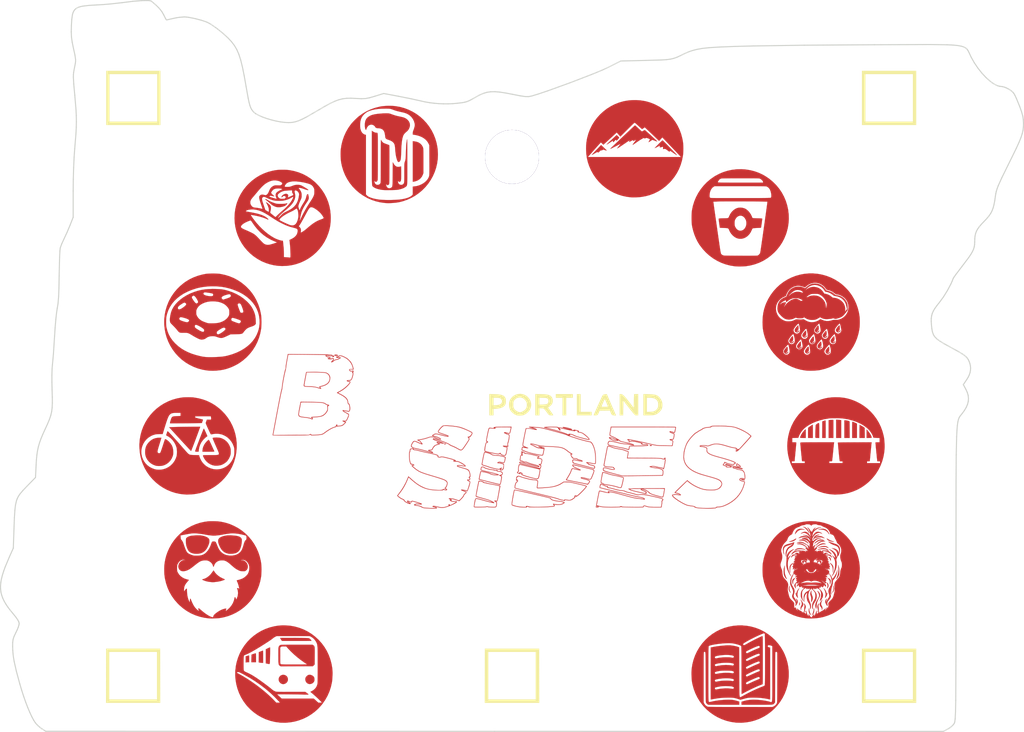
<source format=kicad_pcb>
(kicad_pcb (version 4) (host pcbnew 4.0.7)
  (layers (0 F.Cu signal) (31 B.Cu signal) (34 B.Paste user) (35 F.Paste user) (36 B.SilkS user) (37 F.SilkS user) (38 B.Mask user) (39 F.Mask user) (44 Edge.Cuts user))
  (net 0 "")
  (module LOGO (layer F.Cu) (at 0 0)
    (fp_text reference "G***" hide)
    (fp_text value "LOGO" hide)
  )
  (module LOGO (layer F.Cu) (at 0 0)
    (fp_text reference "G***" hide)
    (fp_text value "LOGO" hide)
  )
  (module LOGO (layer F.Cu) (at 0 0)
    (fp_text reference "G***" hide)
    (fp_text value "LOGO" hide)
    (fp_poly (pts (xy -20.938189 24.028492) (xy -20.753948 24.036870) (xy -20.590651 24.050100) (xy -20.538043 24.056203) (xy -20.114021 24.131625) (xy -19.701779 24.246755) (xy -19.303925 24.399976) (xy -18.923067 24.589668) (xy -18.561815 24.814214) (xy -18.222777 25.071993) (xy -17.908561 25.361387) (xy -17.621776 25.680778) (xy -17.368773 26.022939) (xy -17.155045 26.379806) (xy -16.973860 26.760923) (xy -16.826925 27.161538) (xy -16.715947 27.576898) (xy -16.642630 28.002253) (xy -16.634944 28.067000) (xy -16.623113 28.224852) (xy -16.618399 28.411849) (xy -16.620380 28.615477) (xy -16.628628 28.823224) (xy -16.642719 29.022579) (xy -16.662227 29.201029) (xy -16.676676 29.294666) (xy -16.774410 29.728065) (xy -16.910366 30.143265) (xy -17.084565 30.540312) (xy -17.297028 30.919252) (xy -17.547776 31.280130) (xy -17.671996 31.435313) (xy -17.958404 31.745875) (xy -18.272579 32.026178) (xy -18.611443 32.274957) (xy -18.971919 32.490947) (xy -19.350928 32.672885) (xy -19.745394 32.819506) (xy -20.152238 32.929545) (xy -20.568383 33.001738) (xy -20.990750 33.034820) (xy -21.416263 33.027527) (xy -21.526500 33.018910) (xy -21.954967 32.959062) (xy -22.373290 32.859147) (xy -22.778682 32.720642) (xy -23.168358 32.545023) (xy -23.539529 32.333767) (xy -23.889411 32.088351) (xy -24.215215 31.810252) (xy -24.514156 31.500945) (xy -24.614500 31.382439) (xy -24.868164 31.039127) (xy -25.086747 30.674581) (xy -25.269517 30.292077) (xy -25.415742 29.894895) (xy -25.524690 29.486311) (xy -25.595629 29.069606) (xy -25.627828 28.648055) (xy -25.623298 28.384504) (xy -25.505834 28.384504) (xy -25.488299 28.399355) (xy -25.440493 28.429583) (xy -25.369612 28.470860) (xy -25.282854 28.518859) (xy -25.278292 28.521324) (xy -24.877077 28.748680) (xy -24.469213 29.000471) (xy -24.060830 29.272075) (xy -23.658059 29.558870) (xy -23.267032 29.856232) (xy -22.893879 30.159541) (xy -22.544731 30.464172) (xy -22.225720 30.765505) (xy -22.013334 30.982929) (xy -21.833417 31.174396) (xy -21.656550 31.176448) (xy -21.479682 31.178500) (xy -21.627796 31.014458) (xy -22.004484 30.621930) (xy -22.418049 30.236640) (xy -22.863155 29.862603) (xy -23.334468 29.503837) (xy -23.826654 29.164359) (xy -24.334378 28.848185) (xy -24.852306 28.559333) (xy -24.968031 28.499369) (xy -25.089100 28.437704) (xy -25.179085 28.393034) (xy -25.244592 28.363084) (xy -25.292228 28.345573) (xy -25.328598 28.338223) (xy -25.360309 28.338757) (xy -25.393968 28.344896) (xy -25.407239 28.347903) (xy -25.464756 28.363719) (xy -25.500283 28.378600) (xy -25.505834 28.384504) (xy -25.623298 28.384504) (xy -25.620555 28.224939) (xy -25.573078 27.803534) (xy -25.506625 27.482043) (xy -24.860250 27.482043) (xy -24.860250 27.523498) (xy -24.860158 27.704868) (xy -24.859663 27.848820) (xy -24.858443 27.960272) (xy -24.856173 28.044140) (xy -24.852530 28.105340) (xy -24.847189 28.148788) (xy -24.839826 28.179401) (xy -24.830118 28.202096) (xy -24.817741 28.221788) (xy -24.813874 28.227263) (xy -24.764440 28.276604) (xy -24.697557 28.320531) (xy -24.676291 28.330587) (xy -24.487809 28.413240) (xy -24.311347 28.498672) (xy -24.137066 28.592305) (xy -23.955127 28.699562) (xy -23.755692 28.825866) (xy -23.643167 28.899965) (xy -23.513207 28.988097) (xy -23.367475 29.089752) (xy -23.211349 29.200931) (xy -23.050211 29.317635) (xy -22.889440 29.435867) (xy -22.734415 29.551626) (xy -22.590518 29.660914) (xy -22.463127 29.759734) (xy -22.357623 29.844086) (xy -22.279386 29.909971) (xy -22.256750 29.930427) (xy -22.101184 30.051765) (xy -21.935815 30.133555) (xy -21.885739 30.150132) (xy -21.857846 30.157096) (xy -21.822467 30.163046) (xy -21.776320 30.168059) (xy -21.716125 30.172212) (xy -21.638601 30.175581) (xy -21.540467 30.178242) (xy -21.418442 30.180273) (xy -21.269245 30.181750) (xy -21.089595 30.182750) (xy -20.876212 30.183349) (xy -20.625814 30.183625) (xy -20.450244 30.183666) (xy -19.127671 30.183666) (xy -18.983003 30.293649) (xy -18.917566 30.345153) (xy -18.867545 30.387866) (xy -18.840778 30.414956) (xy -18.838334 30.419766) (xy -18.858384 30.424392) (xy -18.914115 30.427468) (xy -18.998900 30.428882) (xy -19.106110 30.428521) (xy -19.224625 30.426382) (xy -19.337094 30.423931) (xy -19.475733 30.421429) (xy -19.636220 30.418914) (xy -19.814231 30.416427) (xy -20.005445 30.414004) (xy -20.205537 30.411685) (xy -20.410185 30.409508) (xy -20.615066 30.407512) (xy -20.815857 30.405735) (xy -21.008236 30.404216) (xy -21.187880 30.402993) (xy -21.350465 30.402106) (xy -21.491669 30.401591) (xy -21.607169 30.401489) (xy -21.692642 30.401838) (xy -21.743766 30.402675) (xy -21.756991 30.403795) (xy -21.739242 30.420088) (xy -21.696389 30.459610) (xy -21.634407 30.516844) (xy -21.559272 30.586274) (xy -21.539773 30.604299) (xy -21.330796 30.797500) (xy -18.359571 30.797500) (xy -18.149161 30.986892) (xy -17.938750 31.176285) (xy -17.773268 31.177392) (xy -17.607785 31.178500) (xy -17.650381 31.118678) (xy -17.688219 31.073516) (xy -17.752264 31.005801) (xy -17.836885 30.920887) (xy -17.936454 30.824126) (xy -18.045341 30.720868) (xy -18.157919 30.616468) (xy -18.268556 30.516277) (xy -18.371626 30.425646) (xy -18.442146 30.365863) (xy -18.523959 30.297688) (xy -18.592655 30.239883) (xy -18.642370 30.197425) (xy -18.667243 30.175289) (xy -18.669000 30.173290) (xy -18.651457 30.162625) (xy -18.604739 30.138022) (xy -18.537717 30.104112) (xy -18.512197 30.091441) (xy -18.350579 29.989406) (xy -18.213835 29.857914) (xy -18.106778 29.703197) (xy -18.034220 29.531486) (xy -18.013130 29.445235) (xy -18.008969 29.401221) (xy -18.005212 29.316651) (xy -18.001883 29.193299) (xy -17.999000 29.032941) (xy -17.996585 28.837351) (xy -17.994660 28.608306) (xy -17.993246 28.347580) (xy -17.992362 28.056947) (xy -17.992032 27.738184) (xy -17.992035 27.667235) (xy -17.992132 27.347324) (xy -17.992398 27.066736) (xy -17.993023 26.822459) (xy -17.994193 26.611484) (xy -17.996098 26.430799) (xy -17.998926 26.277393) (xy -18.002865 26.148257) (xy -18.008104 26.040379) (xy -18.014831 25.950748) (xy -18.023235 25.876354) (xy -18.033503 25.814186) (xy -18.045825 25.761234) (xy -18.060389 25.714486) (xy -18.077382 25.670932) (xy -18.096995 25.627561) (xy -18.119414 25.581362) (xy -18.123017 25.574031) (xy -18.208007 25.433442) (xy -18.318293 25.299121) (xy -18.443374 25.181952) (xy -18.572748 25.092820) (xy -18.602215 25.077328) (xy -18.742194 25.008416) (xy -21.791974 25.008416) (xy -21.929112 25.076043) (xy -22.015193 25.124912) (xy -22.100408 25.183617) (xy -22.156284 25.230360) (xy -22.204238 25.270119) (xy -22.284468 25.328977) (xy -22.392921 25.404302) (xy -22.525543 25.493464) (xy -22.678279 25.593830) (xy -22.847077 25.702770) (xy -23.027881 25.817652) (xy -23.216639 25.935844) (xy -23.409295 26.054716) (xy -23.601797 26.171635) (xy -23.663474 26.208669) (xy -23.886242 26.339676) (xy -24.092536 26.456295) (xy -24.278682 26.556605) (xy -24.441010 26.638686) (xy -24.575849 26.700616) (xy -24.679528 26.740475) (xy -24.680334 26.740736) (xy -24.728501 26.756867) (xy -24.767200 26.773863) (xy -24.797465 26.796234) (xy -24.820334 26.828487) (xy -24.836842 26.875132) (xy -24.848026 26.940678) (xy -24.854923 27.029633) (xy -24.858568 27.146507) (xy -24.859999 27.295807) (xy -24.860250 27.482043) (xy -25.506625 27.482043) (xy -25.496324 27.432210) (xy -25.369580 27.014532) (xy -25.206554 26.616773) (xy -25.009173 26.240618) (xy -24.779360 25.887757) (xy -24.519041 25.559876) (xy -24.230141 25.258662) (xy -23.914585 24.985804) (xy -23.574298 24.742989) (xy -23.211207 24.531903) (xy -22.827235 24.354235) (xy -22.424308 24.211672) (xy -22.004351 24.105902) (xy -21.632889 24.045876) (xy -21.490724 24.033658) (xy -21.319162 24.026768) (xy -21.130788 24.025085) (xy -20.938189 24.028492)) (layer F.Cu) (width 0.010000))
    (fp_poly (pts (xy 21.736468 24.062443) (xy 22.153826 24.137905) (xy 22.563782 24.252860) (xy 22.606000 24.267151) (xy 22.995497 24.423256) (xy 23.368993 24.616821) (xy 23.723490 24.845106) (xy 24.055991 25.105369) (xy 24.363499 25.394869) (xy 24.643017 25.710866) (xy 24.891548 26.050618) (xy 25.106095 26.411386) (xy 25.231452 26.668222) (xy 25.389838 27.073234) (xy 25.507813 27.485674) (xy 25.585864 27.902868) (xy 25.624482 28.322142) (xy 25.624153 28.740821) (xy 25.585367 29.156232) (xy 25.508613 29.565700) (xy 25.394378 29.966550) (xy 25.243152 30.356110) (xy 25.055422 30.731705) (xy 24.831678 31.090661) (xy 24.572408 31.430303) (xy 24.309009 31.717342) (xy 23.988885 32.008009) (xy 23.645057 32.264614) (xy 23.280216 32.486195) (xy 22.897053 32.671790) (xy 22.498258 32.820434) (xy 22.086523 32.931164) (xy 21.664537 33.003018) (xy 21.234992 33.035032) (xy 20.800578 33.026243) (xy 20.679833 33.016471) (xy 20.267630 32.956790) (xy 19.860925 32.857046) (xy 19.463639 32.719298) (xy 19.079698 32.545609) (xy 18.713023 32.338040) (xy 18.367537 32.098652) (xy 18.047165 31.829507) (xy 17.755828 31.532667) (xy 17.672978 31.436490) (xy 17.405217 31.083306) (xy 17.174828 30.710475) (xy 16.982367 30.319203) (xy 16.828387 29.910697) (xy 16.713444 29.486163) (xy 16.668080 29.252333) (xy 16.649414 29.110299) (xy 16.634963 28.938113) (xy 16.627434 28.793401) (xy 17.737870 28.793401) (xy 17.737873 28.835803) (xy 17.738080 31.146750) (xy 17.788198 31.252583) (xy 17.873168 31.384518) (xy 17.988128 31.487417) (xy 18.076333 31.536670) (xy 18.090139 31.542663) (xy 18.105135 31.548073) (xy 18.123450 31.552929) (xy 18.147212 31.557263) (xy 18.178549 31.561103) (xy 18.219591 31.564480) (xy 18.272466 31.567425) (xy 18.339303 31.569967) (xy 18.422231 31.572135) (xy 18.523378 31.573962) (xy 18.644874 31.575475) (xy 18.788846 31.576706) (xy 18.957424 31.577684) (xy 19.152736 31.578439) (xy 19.376911 31.579003) (xy 19.632078 31.579403) (xy 19.920365 31.579671) (xy 20.243901 31.579837) (xy 20.604816 31.579931) (xy 21.005236 31.579982) (xy 21.145500 31.579995) (xy 24.119416 31.580253) (xy 24.225250 31.530751) (xy 24.359482 31.445972) (xy 24.465849 31.332249) (xy 24.518955 31.242000) (xy 24.526057 31.226509) (xy 24.532375 31.210226) (xy 24.537963 31.190693) (xy 24.542873 31.165454) (xy 24.547158 31.132053) (xy 24.550871 31.088034) (xy 24.554064 31.030940) (xy 24.556790 30.958315) (xy 24.559103 30.867703) (xy 24.561055 30.756646) (xy 24.562698 30.622690) (xy 24.564086 30.463377) (xy 24.565271 30.276250) (xy 24.566306 30.058855) (xy 24.567245 29.808734) (xy 24.568139 29.523431) (xy 24.569041 29.200490) (xy 24.569916 28.871333) (xy 24.570617 28.563684) (xy 24.571079 28.267394) (xy 24.571308 27.985274) (xy 24.571311 27.720136) (xy 24.571096 27.474791) (xy 24.570670 27.252049) (xy 24.570039 27.054723) (xy 24.569211 26.885622) (xy 24.568193 26.747558) (xy 24.566992 26.643343) (xy 24.565616 26.575786) (xy 24.564070 26.547700) (xy 24.564040 26.547571) (xy 24.536531 26.502349) (xy 24.499918 26.475421) (xy 24.453437 26.463088) (xy 24.414597 26.481886) (xy 24.405616 26.489675) (xy 24.399020 26.496370) (xy 24.393144 26.505420) (xy 24.387941 26.519201) (xy 24.383361 26.540092) (xy 24.379358 26.570469) (xy 24.375881 26.612712) (xy 24.372884 26.669197) (xy 24.370318 26.742301) (xy 24.368134 26.834403) (xy 24.366285 26.947880) (xy 24.364722 27.085109) (xy 24.363396 27.248468) (xy 24.362260 27.440335) (xy 24.361265 27.663087) (xy 24.360363 27.919102) (xy 24.359505 28.210757) (xy 24.358644 28.540430) (xy 24.357905 28.838896) (xy 24.352250 31.150057) (xy 24.292947 31.227800) (xy 24.272846 31.254865) (xy 24.254729 31.278238) (xy 24.235519 31.298191) (xy 24.212134 31.314993) (xy 24.181496 31.328914) (xy 24.140525 31.340224) (xy 24.086141 31.349192) (xy 24.015264 31.356088) (xy 23.924815 31.361182) (xy 23.811715 31.364744) (xy 23.672883 31.367043) (xy 23.505240 31.368350) (xy 23.305707 31.368933) (xy 23.071203 31.369064) (xy 22.798650 31.369011) (xy 22.681134 31.369000) (xy 21.251333 31.369000) (xy 21.251333 31.095675) (xy 21.425529 31.040646) (xy 21.688554 30.972784) (xy 21.973176 30.926755) (xy 22.263410 30.904908) (xy 22.359395 30.903405) (xy 22.704686 30.914226) (xy 23.060296 30.945273) (xy 23.410849 30.994684) (xy 23.740968 31.060597) (xy 23.823398 31.080675) (xy 23.865757 31.093282) (xy 23.903763 31.107047) (xy 23.937650 31.119871) (xy 23.967650 31.129654) (xy 23.993997 31.134299) (xy 24.016924 31.131705) (xy 24.036664 31.119775) (xy 24.053450 31.096408) (xy 24.067515 31.059507) (xy 24.079093 31.006972) (xy 24.088416 30.936704) (xy 24.095718 30.846605) (xy 24.101232 30.734574) (xy 24.105191 30.598514) (xy 24.107827 30.436326) (xy 24.109375 30.245909) (xy 24.110067 30.025167) (xy 24.110137 29.771998) (xy 24.109817 29.484306) (xy 24.109341 29.159990) (xy 24.108942 28.796951) (xy 24.108833 28.510787) (xy 24.108833 25.951309) (xy 24.061208 25.920725) (xy 24.015157 25.900413) (xy 23.944377 25.878973) (xy 23.880813 25.864473) (xy 23.806342 25.851547) (xy 23.760263 25.849302) (xy 23.729781 25.858631) (xy 23.706188 25.876682) (xy 23.669761 25.928669) (xy 23.673098 25.978568) (xy 23.713672 26.022455) (xy 23.788955 26.056403) (xy 23.828375 26.066354) (xy 23.897166 26.080696) (xy 23.897166 30.887104) (xy 23.849541 30.874004) (xy 23.597962 30.815308) (xy 23.314505 30.767888) (xy 23.008380 30.732827) (xy 22.688798 30.711207) (xy 22.404916 30.704165) (xy 22.225453 30.704491) (xy 22.077397 30.708157) (xy 21.949863 30.716626) (xy 21.831967 30.731362) (xy 21.712823 30.753828) (xy 21.581546 30.785487) (xy 21.427253 30.827803) (xy 21.375855 30.842506) (xy 21.151128 30.907174) (xy 20.963105 30.843058) (xy 20.817407 30.795819) (xy 20.687397 30.760170) (xy 20.562814 30.734638) (xy 20.433395 30.717753) (xy 20.288877 30.708043) (xy 20.119000 30.704036) (xy 19.991916 30.703787) (xy 19.557945 30.717684) (xy 19.140337 30.757321) (xy 18.720537 30.824504) (xy 18.690166 30.830367) (xy 18.589006 30.849883) (xy 18.503086 30.866033) (xy 18.440834 30.877264) (xy 18.410677 30.882022) (xy 18.409618 30.882084) (xy 18.407572 30.861372) (xy 18.405695 30.800983) (xy 18.403999 30.703576) (xy 18.402495 30.571807) (xy 18.401194 30.408334) (xy 18.400109 30.215815) (xy 18.399251 29.996905) (xy 18.398821 29.827964) (xy 18.777444 29.827964) (xy 18.781790 29.879567) (xy 18.809857 29.926961) (xy 18.854583 29.958558) (xy 18.908906 29.962767) (xy 18.912416 29.961868) (xy 18.949510 29.953552) (xy 19.018124 29.939873) (xy 19.108087 29.922807) (xy 19.198166 29.906319) (xy 19.357181 29.883845) (xy 19.539274 29.868209) (xy 19.732262 29.859653) (xy 19.923959 29.858415) (xy 20.102181 29.864735) (xy 20.254744 29.878854) (xy 20.294195 29.884730) (xy 20.381135 29.898365) (xy 20.436928 29.903739) (xy 20.472026 29.900441) (xy 20.496881 29.888057) (xy 20.511153 29.876158) (xy 20.549396 29.823508) (xy 20.546923 29.774031) (xy 20.505341 29.729889) (xy 20.426254 29.693241) (xy 20.362333 29.675939) (xy 20.264417 29.660397) (xy 20.135331 29.648632) (xy 19.986093 29.640913) (xy 19.827720 29.637509) (xy 19.671230 29.638691) (xy 19.527640 29.644727) (xy 19.430264 29.653140) (xy 19.301504 29.670004) (xy 19.172450 29.690678) (xy 19.051052 29.713505) (xy 18.945258 29.736828) (xy 18.863016 29.758989) (xy 18.812273 29.778331) (xy 18.803880 29.783742) (xy 18.777444 29.827964) (xy 18.398821 29.827964) (xy 18.398632 29.754263) (xy 18.398263 29.490546) (xy 18.398157 29.208410) (xy 18.398213 29.107667) (xy 18.778184 29.107667) (xy 18.781914 29.159756) (xy 18.809626 29.207445) (xy 18.854370 29.239086) (xy 18.909196 29.243033) (xy 18.912416 29.242201) (xy 18.949499 29.233843) (xy 19.018091 29.220044) (xy 19.108028 29.202802) (xy 19.198166 29.186107) (xy 19.349829 29.164332) (xy 19.524505 29.148840) (xy 19.710732 29.139845) (xy 19.897046 29.137560) (xy 20.071984 29.142202) (xy 20.224081 29.153983) (xy 20.304391 29.165414) (xy 20.387983 29.179529) (xy 20.441021 29.184764) (xy 20.474435 29.180664) (xy 20.499157 29.166775) (xy 20.510766 29.156842) (xy 20.547885 29.103208) (xy 20.542892 29.049174) (xy 20.512754 29.010956) (xy 20.464064 28.985704) (xy 20.380330 28.962672) (xy 20.268825 28.942910) (xy 20.136821 28.927469) (xy 19.991591 28.917397) (xy 19.840407 28.913747) (xy 19.839542 28.913747) (xy 19.696310 28.917083) (xy 19.543468 28.926501) (xy 19.388057 28.940985) (xy 19.237120 28.959521) (xy 19.097699 28.981092) (xy 18.976836 29.004683) (xy 18.881573 29.029280) (xy 18.818953 29.053868) (xy 18.805385 29.062827) (xy 18.778184 29.107667) (xy 18.398213 29.107667) (xy 18.398324 28.910514) (xy 18.398777 28.599514) (xy 18.399034 28.475071) (xy 18.399167 28.415537) (xy 18.774833 28.415537) (xy 18.790013 28.461660) (xy 18.826182 28.502395) (xy 18.869284 28.524956) (xy 18.894009 28.523953) (xy 18.923054 28.516965) (xy 18.985147 28.504503) (xy 19.071613 28.488237) (xy 19.173772 28.469838) (xy 19.190503 28.466894) (xy 19.352148 28.444168) (xy 19.533843 28.428038) (xy 19.724579 28.418720) (xy 19.913347 28.416427) (xy 20.089136 28.421376) (xy 20.240937 28.433782) (xy 20.315982 28.444904) (xy 20.396942 28.458776) (xy 20.447860 28.463286) (xy 20.480090 28.457932) (xy 20.504987 28.442213) (xy 20.511774 28.436263) (xy 20.548164 28.382803) (xy 20.542830 28.328700) (xy 20.514927 28.293256) (xy 20.470444 28.264530) (xy 20.405096 28.242115) (xy 20.314778 28.225498) (xy 20.195385 28.214165) (xy 20.042812 28.207602) (xy 19.852953 28.205296) (xy 19.812000 28.205298) (xy 19.647476 28.206388) (xy 19.515278 28.209526) (xy 19.405417 28.215419) (xy 19.307906 28.224772) (xy 19.212758 28.238295) (xy 19.124083 28.254009) (xy 18.991155 28.281211) (xy 18.895147 28.306551) (xy 18.830862 28.332433) (xy 18.793104 28.361261) (xy 18.776674 28.395438) (xy 18.774833 28.415537) (xy 18.399167 28.415537) (xy 18.400776 27.695871) (xy 18.774833 27.695871) (xy 18.791666 27.745697) (xy 18.832121 27.786543) (xy 18.881128 27.805544) (xy 18.901184 27.803763) (xy 18.936380 27.795562) (xy 19.000754 27.781989) (xy 19.081904 27.765641) (xy 19.102916 27.761512) (xy 19.460279 27.707950) (xy 19.805644 27.688823) (xy 20.133962 27.704315) (xy 20.251831 27.719114) (xy 20.351055 27.733450) (xy 20.417288 27.741023) (xy 20.459372 27.741544) (xy 20.486153 27.734724) (xy 20.506474 27.720274) (xy 20.516617 27.710456) (xy 20.547173 27.656003) (xy 20.540247 27.600712) (xy 20.498978 27.555654) (xy 20.468576 27.541147) (xy 20.358951 27.513576) (xy 20.215800 27.493740) (xy 20.047224 27.481662) (xy 19.861322 27.477367) (xy 19.666194 27.480878) (xy 19.469939 27.492220) (xy 19.280657 27.511415) (xy 19.113500 27.537165) (xy 18.982474 27.563790) (xy 18.888401 27.589034) (xy 18.826073 27.615337) (xy 18.790282 27.645139) (xy 18.775820 27.680881) (xy 18.774833 27.695871) (xy 18.400776 27.695871) (xy 18.402385 26.976204) (xy 18.774833 26.976204) (xy 18.790994 27.025019) (xy 18.829796 27.065207) (xy 18.876710 27.084622) (xy 18.901193 27.081863) (xy 18.933682 27.073466) (xy 18.998247 27.059748) (xy 19.085266 27.042668) (xy 19.176520 27.025739) (xy 19.312599 27.006276) (xy 19.472408 26.991669) (xy 19.645879 26.982090) (xy 19.822940 26.977710) (xy 19.993523 26.978701) (xy 20.147558 26.985234) (xy 20.274973 26.997481) (xy 20.327232 27.006137) (xy 20.404149 27.020729) (xy 20.451655 27.025332) (xy 20.481682 27.019061) (xy 20.506162 27.001031) (xy 20.515218 26.992188) (xy 20.547426 26.936845) (xy 20.541220 26.881999) (xy 20.499527 26.837255) (xy 20.462884 26.820544) (xy 20.319968 26.786709) (xy 20.144234 26.764684) (xy 19.943499 26.754411) (xy 19.725580 26.755833) (xy 19.498293 26.768889) (xy 19.269457 26.793524) (xy 19.046888 26.829678) (xy 19.039416 26.831130) (xy 18.922823 26.857772) (xy 18.843489 26.886023) (xy 18.796356 26.918655) (xy 18.776365 26.958442) (xy 18.774833 26.976204) (xy 18.402385 26.976204) (xy 18.404416 26.067975) (xy 18.584333 26.030687) (xy 18.796236 25.990927) (xy 19.024808 25.955386) (xy 19.261404 25.924891) (xy 19.497380 25.900271) (xy 19.724091 25.882353) (xy 19.932892 25.871966) (xy 20.115138 25.869937) (xy 20.221349 25.873874) (xy 20.420739 25.895178) (xy 20.628127 25.932170) (xy 20.823639 25.980960) (xy 20.912666 26.009232) (xy 21.029083 26.049618) (xy 21.039666 28.325060) (xy 21.041364 28.690273) (xy 21.042933 29.015474) (xy 21.044472 29.302984) (xy 21.046080 29.555122) (xy 21.047857 29.774209) (xy 21.049900 29.962567) (xy 21.052309 30.122514) (xy 21.055183 30.256372) (xy 21.058621 30.366462) (xy 21.062721 30.455104) (xy 21.067584 30.524617) (xy 21.073307 30.577324) (xy 21.079990 30.615544) (xy 21.087731 30.641598) (xy 21.096630 30.657806) (xy 21.106786 30.666489) (xy 21.118297 30.669968) (xy 21.131263 30.670562) (xy 21.139688 30.670500) (xy 21.168747 30.660500) (xy 21.226761 30.633070) (xy 21.306091 30.592063) (xy 21.399096 30.541333) (xy 21.428137 30.525011) (xy 21.645692 30.405410) (xy 21.880774 30.282414) (xy 22.125587 30.159706) (xy 22.372336 30.040968) (xy 22.613224 29.929883) (xy 22.840456 29.830134) (xy 23.046235 29.745405) (xy 23.204919 29.685647) (xy 23.288305 29.652124) (xy 23.356181 29.617458) (xy 23.397054 29.587663) (xy 23.400711 29.583204) (xy 23.405579 29.571770) (xy 23.409920 29.550645) (xy 23.413760 29.517572) (xy 23.417131 29.470292) (xy 23.420060 29.406547) (xy 23.422577 29.324078) (xy 23.424712 29.220627) (xy 23.426492 29.093935) (xy 23.427947 28.941745) (xy 23.429107 28.761797) (xy 23.430000 28.551833) (xy 23.430656 28.309595) (xy 23.431103 28.032824) (xy 23.431370 27.719262) (xy 23.431488 27.366651) (xy 23.431500 27.193065) (xy 23.431313 26.805487) (xy 23.430762 26.448580) (xy 23.429854 26.123507) (xy 23.428601 25.831433) (xy 23.427013 25.573519) (xy 23.425099 25.350931) (xy 23.422870 25.164832) (xy 23.420336 25.016385) (xy 23.417506 24.906753) (xy 23.414391 24.837101) (xy 23.411000 24.808591) (xy 23.410921 24.808432) (xy 23.376527 24.769364) (xy 23.354195 24.756109) (xy 23.315724 24.758045) (xy 23.244834 24.778253) (xy 23.146124 24.814469) (xy 23.024195 24.864429) (xy 22.883647 24.925870) (xy 22.729079 24.996527) (xy 22.565091 25.074138) (xy 22.396283 25.156438) (xy 22.227255 25.241164) (xy 22.062608 25.326052) (xy 21.906940 25.408839) (xy 21.764851 25.487260) (xy 21.640942 25.559052) (xy 21.539813 25.621951) (xy 21.466062 25.673694) (xy 21.434340 25.700911) (xy 21.396900 25.741743) (xy 21.386959 25.769902) (xy 21.400307 25.800763) (xy 21.405016 25.808031) (xy 21.443188 25.846181) (xy 21.476486 25.861216) (xy 21.508268 25.853080) (xy 21.568713 25.826576) (xy 21.650338 25.785372) (xy 21.745662 25.733139) (xy 21.791560 25.706705) (xy 21.919620 25.633656) (xy 22.062649 25.555223) (xy 22.215560 25.473907) (xy 22.373264 25.392206) (xy 22.530674 25.312623) (xy 22.682702 25.237659) (xy 22.824260 25.169812) (xy 22.950261 25.111585) (xy 23.055616 25.065477) (xy 23.135237 25.033990) (xy 23.184037 25.019623) (xy 23.190812 25.019000) (xy 23.195536 25.024315) (xy 23.199736 25.041738) (xy 23.203441 25.073481) (xy 23.206680 25.121759) (xy 23.209482 25.188785) (xy 23.211876 25.276774) (xy 23.213891 25.387938) (xy 23.215555 25.524492) (xy 23.216898 25.688649) (xy 23.217949 25.882623) (xy 23.218736 26.108629) (xy 23.219288 26.368879) (xy 23.219634 26.665587) (xy 23.219804 27.000968) (xy 23.219833 27.242164) (xy 23.219804 27.597854) (xy 23.219691 27.913597) (xy 23.219454 28.191778) (xy 23.219054 28.434783) (xy 23.218452 28.644997) (xy 23.217607 28.824807) (xy 23.216481 28.976598) (xy 23.215033 29.102755) (xy 23.213224 29.205665) (xy 23.211015 29.287713) (xy 23.208366 29.351285) (xy 23.205238 29.398766) (xy 23.201591 29.432543) (xy 23.197385 29.455001) (xy 23.192582 29.468525) (xy 23.187141 29.475503) (xy 23.182791 29.477816) (xy 23.018908 29.537404) (xy 22.826137 29.614810) (xy 22.612171 29.706545) (xy 22.384703 29.809121) (xy 22.151427 29.919052) (xy 21.920037 30.032848) (xy 21.698224 30.147023) (xy 21.648681 30.173338) (xy 21.534054 30.234341) (xy 21.432456 30.287887) (xy 21.349663 30.330974) (xy 21.291450 30.360602) (xy 21.263590 30.373771) (xy 21.262171 30.374166) (xy 21.260690 30.353462) (xy 21.259268 30.293198) (xy 21.257920 30.196150) (xy 21.256659 30.065091) (xy 21.255498 29.902795) (xy 21.254452 29.712037) (xy 21.253533 29.495591) (xy 21.253144 29.375655) (xy 21.653500 29.375655) (xy 21.668685 29.418856) (xy 21.703885 29.460846) (xy 21.743571 29.484241) (xy 21.751332 29.485166) (xy 21.778436 29.476497) (xy 21.837280 29.452370) (xy 21.921418 29.415603) (xy 22.024405 29.369016) (xy 22.139796 29.315427) (xy 22.144926 29.313014) (xy 22.275719 29.252371) (xy 22.408726 29.192290) (xy 22.533289 29.137477) (xy 22.638747 29.092636) (xy 22.701250 29.067469) (xy 22.786525 29.033476) (xy 22.858154 29.002822) (xy 22.905904 28.979989) (xy 22.918208 28.972446) (xy 22.942143 28.928817) (xy 22.937559 28.872853) (xy 22.906113 28.821908) (xy 22.903610 28.819572) (xy 22.877371 28.799225) (xy 22.850205 28.793026) (xy 22.808499 28.800937) (xy 22.750151 28.819151) (xy 22.665730 28.849582) (xy 22.558429 28.892551) (xy 22.435055 28.944899) (xy 22.302416 29.003466) (xy 22.167317 29.065095) (xy 22.036567 29.126627) (xy 21.916973 29.184902) (xy 21.815341 29.236762) (xy 21.738479 29.279049) (xy 21.693194 29.308603) (xy 21.690541 29.310845) (xy 21.661007 29.349712) (xy 21.653500 29.375655) (xy 21.253144 29.375655) (xy 21.252756 29.256230) (xy 21.252134 28.996730) (xy 21.251681 28.719864) (xy 21.251622 28.655988) (xy 21.653500 28.655988) (xy 21.668247 28.698192) (xy 21.702341 28.740099) (xy 21.740560 28.764271) (xy 21.749098 28.765500) (xy 21.775384 28.756881) (xy 21.833632 28.732860) (xy 21.917560 28.696188) (xy 22.020885 28.649618) (xy 22.137328 28.595899) (xy 22.153276 28.588452) (xy 22.281722 28.529050) (xy 22.408079 28.471795) (xy 22.523177 28.420756) (xy 22.617847 28.380001) (xy 22.680083 28.354680) (xy 22.781980 28.315399) (xy 22.851154 28.287562) (xy 22.894505 28.267710) (xy 22.918932 28.252384) (xy 22.931335 28.238123) (xy 22.936960 28.225885) (xy 22.942098 28.167919) (xy 22.921280 28.113041) (xy 22.881864 28.078971) (xy 22.875059 28.076815) (xy 22.830609 28.079890) (xy 22.752271 28.101410) (xy 22.643558 28.139994) (xy 22.507981 28.194256) (xy 22.349055 28.262814) (xy 22.170293 28.344286) (xy 22.043951 28.404074) (xy 21.908906 28.469772) (xy 21.808023 28.521408) (xy 21.736706 28.561949) (xy 21.690359 28.594359) (xy 21.664387 28.621603) (xy 21.654193 28.646648) (xy 21.653500 28.655988) (xy 21.251622 28.655988) (xy 21.251410 28.428407) (xy 21.251333 28.165530) (xy 21.251313 27.936322) (xy 21.653500 27.936322) (xy 21.668043 27.978047) (xy 21.701624 28.019909) (xy 21.739165 28.044444) (xy 21.748042 28.045833) (xy 21.773900 28.037202) (xy 21.831830 28.013121) (xy 21.915668 27.976307) (xy 22.019251 27.929475) (xy 22.136413 27.875343) (xy 22.161087 27.863807) (xy 22.293795 27.802462) (xy 22.427063 27.742320) (xy 22.551114 27.687688) (xy 22.656173 27.642874) (xy 22.730295 27.613008) (xy 22.812676 27.579122) (xy 22.880231 27.546652) (xy 22.922710 27.520732) (xy 22.930920 27.512560) (xy 22.942942 27.460706) (xy 22.928086 27.405297) (xy 22.893025 27.364894) (xy 22.875059 27.357148) (xy 22.831391 27.360246) (xy 22.754324 27.381302) (xy 22.647986 27.418687) (xy 22.516509 27.470776) (xy 22.364022 27.535940) (xy 22.194656 27.612552) (xy 22.035312 27.687966) (xy 21.902023 27.753224) (xy 21.802816 27.804397) (xy 21.733049 27.844505) (xy 21.688078 27.876568) (xy 21.663263 27.903606) (xy 21.653960 27.928638) (xy 21.653500 27.936322) (xy 21.251313 27.936322) (xy 21.251302 27.810863) (xy 21.251184 27.496115) (xy 21.250937 27.218870) (xy 21.250934 27.216655) (xy 21.653500 27.216655) (xy 21.668043 27.258381) (xy 21.701624 27.300242) (xy 21.739165 27.324778) (xy 21.748042 27.326166) (xy 21.773900 27.317536) (xy 21.831830 27.293455) (xy 21.915668 27.256640) (xy 22.019251 27.209808) (xy 22.136413 27.155676) (xy 22.161087 27.144140) (xy 22.293795 27.082795) (xy 22.427063 27.022653) (xy 22.551114 26.968021) (xy 22.656173 26.923207) (xy 22.730295 26.893341) (xy 22.812676 26.859455) (xy 22.880231 26.826985) (xy 22.922710 26.801065) (xy 22.930920 26.792893) (xy 22.943046 26.740605) (xy 22.927781 26.685065) (xy 22.891877 26.644754) (xy 22.874055 26.637230) (xy 22.827269 26.640019) (xy 22.746201 26.662051) (xy 22.633685 26.702212) (xy 22.492558 26.759390) (xy 22.325653 26.832471) (xy 22.135808 26.920342) (xy 22.056793 26.958076) (xy 21.919589 27.024969) (xy 21.816531 27.077589) (xy 21.743075 27.118849) (xy 21.694678 27.151664) (xy 21.666797 27.178945) (xy 21.654888 27.203605) (xy 21.653500 27.216655) (xy 21.250934 27.216655) (xy 21.250523 26.976715) (xy 21.249901 26.767234) (xy 21.249032 26.588012) (xy 21.248157 26.473409) (xy 21.661064 26.473409) (xy 21.665124 26.525979) (xy 21.694193 26.575081) (xy 21.736873 26.604134) (xy 21.752558 26.606500) (xy 21.784544 26.597441) (xy 21.842336 26.573519) (xy 21.914293 26.539612) (xy 21.925383 26.534070) (xy 22.090495 26.453729) (xy 22.276946 26.367619) (xy 22.467619 26.283399) (xy 22.645397 26.208731) (xy 22.711217 26.182407) (xy 22.797738 26.146244) (xy 22.869695 26.112067) (xy 22.917582 26.084617) (xy 22.931293 26.072636) (xy 22.943333 26.019830) (xy 22.927063 25.964179) (xy 22.889496 25.924124) (xy 22.872146 25.917084) (xy 22.823064 25.918972) (xy 22.740362 25.941084) (xy 22.623461 25.983650) (xy 22.471785 26.046897) (xy 22.284754 26.131054) (xy 22.061791 26.236349) (xy 22.049864 26.242088) (xy 21.915351 26.307688) (xy 21.814890 26.358871) (xy 21.743842 26.398398) (xy 21.697566 26.429030) (xy 21.671423 26.453527) (xy 21.661064 26.473409) (xy 21.248157 26.473409) (xy 21.247875 26.436636) (xy 21.246390 26.310690) (xy 21.244539 26.207759) (xy 21.242280 26.125430) (xy 21.239573 26.061286) (xy 21.236380 26.012914) (xy 21.232659 25.977898) (xy 21.228372 25.953824) (xy 21.223477 25.938278) (xy 21.217936 25.928844) (xy 21.214291 25.925118) (xy 21.150099 25.885017) (xy 21.051754 25.842522) (xy 20.927182 25.799891) (xy 20.784308 25.759382) (xy 20.631056 25.723251) (xy 20.475351 25.693758) (xy 20.332762 25.673985) (xy 20.203679 25.664939) (xy 20.051281 25.662800) (xy 19.880525 25.666926) (xy 19.696371 25.676675) (xy 19.503776 25.691408) (xy 19.307698 25.710481) (xy 19.113097 25.733255) (xy 18.924929 25.759086) (xy 18.748155 25.787334) (xy 18.587732 25.817358) (xy 18.448618 25.848515) (xy 18.335772 25.880165) (xy 18.254152 25.911667) (xy 18.208717 25.942378) (xy 18.203840 25.949385) (xy 18.200029 25.978012) (xy 18.196587 26.048956) (xy 18.193512 26.162200) (xy 18.190805 26.317731) (xy 18.188466 26.515533) (xy 18.186495 26.755591) (xy 18.184893 27.037890) (xy 18.183659 27.362414) (xy 18.182794 27.729148) (xy 18.182298 28.138077) (xy 18.182166 28.516646) (xy 18.182238 28.907562) (xy 18.182467 29.258191) (xy 18.182876 29.570580) (xy 18.183487 29.846775) (xy 18.184324 30.088824) (xy 18.185408 30.298771) (xy 18.186761 30.478665) (xy 18.188407 30.630551) (xy 18.190368 30.756476) (xy 18.192666 30.858486) (xy 18.195323 30.938627) (xy 18.198362 30.998948) (xy 18.201805 31.041493) (xy 18.205675 31.068309) (xy 18.209995 31.081443) (xy 18.210275 31.081850) (xy 18.240901 31.108054) (xy 18.287473 31.117903) (xy 18.357558 31.111539) (xy 18.458728 31.089108) (xy 18.467916 31.086746) (xy 18.655378 31.044080) (xy 18.866593 31.006070) (xy 19.094093 30.973293) (xy 19.330405 30.946324) (xy 19.568060 30.925741) (xy 19.799586 30.912118) (xy 20.017513 30.906032) (xy 20.214369 30.908059) (xy 20.382685 30.918775) (xy 20.479088 30.931678) (xy 20.596047 30.955371) (xy 20.726547 30.986666) (xy 20.844236 31.019199) (xy 20.854796 31.022434) (xy 21.039666 31.079747) (xy 21.039666 31.369000) (xy 18.167260 31.369000) (xy 18.096482 31.321303) (xy 18.036727 31.269047) (xy 17.985866 31.205564) (xy 17.982227 31.199594) (xy 17.975403 31.187375) (xy 17.969326 31.173668) (xy 17.963946 31.156056) (xy 17.959214 31.132123) (xy 17.955081 31.099452) (xy 17.951495 31.055625) (xy 17.948408 30.998226) (xy 17.945770 30.924837) (xy 17.943531 30.833042) (xy 17.941641 30.720425) (xy 17.940050 30.584567) (xy 17.938709 30.423052) (xy 17.937569 30.233463) (xy 17.936579 30.013383) (xy 17.935689 29.760395) (xy 17.934850 29.472083) (xy 17.934012 29.146029) (xy 17.933218 28.818416) (xy 17.932311 28.454938) (xy 17.931407 28.131448) (xy 17.930462 27.845603) (xy 17.929438 27.595057) (xy 17.928291 27.377466) (xy 17.926981 27.190485) (xy 17.925467 27.031770) (xy 17.923706 26.898976) (xy 17.921659 26.789758) (xy 17.919283 26.701773) (xy 17.916538 26.632675) (xy 17.913382 26.580119) (xy 17.909774 26.541761) (xy 17.905672 26.515257) (xy 17.901035 26.498262) (xy 17.895822 26.488432) (xy 17.892131 26.484791) (xy 17.837933 26.460095) (xy 17.789265 26.475636) (xy 17.770928 26.491595) (xy 17.765672 26.499985) (xy 17.760995 26.515593) (xy 17.756863 26.540744) (xy 17.753244 26.577760) (xy 17.750104 26.628967) (xy 17.747412 26.696687) (xy 17.745134 26.783245) (xy 17.743237 26.890965) (xy 17.741690 27.022170) (xy 17.740458 27.179184) (xy 17.739510 27.364331) (xy 17.738812 27.579936) (xy 17.738332 27.828321) (xy 17.738036 28.111811) (xy 17.737893 28.432730) (xy 17.737870 28.793401) (xy 16.627434 28.793401) (xy 16.625059 28.747777) (xy 16.620034 28.551296) (xy 16.620219 28.360671) (xy 16.625946 28.187905) (xy 16.635277 28.065409) (xy 16.701241 27.634959) (xy 16.807042 27.216501) (xy 16.951293 26.812391) (xy 17.132609 26.424984) (xy 17.349605 26.056635) (xy 17.600895 25.709699) (xy 17.885095 25.386532) (xy 18.200818 25.089487) (xy 18.542000 24.824217) (xy 18.895315 24.600622) (xy 19.268618 24.412767) (xy 19.658487 24.261120) (xy 20.061496 24.146151) (xy 20.474223 24.068330) (xy 20.893243 24.028125) (xy 21.315132 24.026007) (xy 21.736468 24.062443)) (layer F.Cu) (width 0.010000))
    (fp_poly (pts (xy -27.673989 14.376374) (xy -27.481368 14.381128) (xy -27.295004 14.390312) (xy -27.126233 14.403624) (xy -26.986392 14.420760) (xy -26.966334 14.424028) (xy -26.672334 14.483411) (xy -26.386147 14.558893) (xy -26.145043 14.638549) (xy -25.744692 14.808307) (xy -25.366979 15.012725) (xy -25.013576 15.249687) (xy -24.686158 15.517074) (xy -24.386396 15.812771) (xy -24.115964 16.134658) (xy -23.876535 16.480620) (xy -23.669781 16.848540) (xy -23.497376 17.236299) (xy -23.360992 17.641781) (xy -23.262303 18.062869) (xy -23.219532 18.340916) (xy -23.206797 18.485425) (xy -23.199374 18.659439) (xy -23.197137 18.850480) (xy -23.199959 19.046072) (xy -23.207714 19.233735) (xy -23.220278 19.400993) (xy -23.231162 19.494282) (xy -23.311539 19.920198) (xy -23.430070 20.330648) (xy -23.584856 20.723711) (xy -23.773993 21.097463) (xy -23.995583 21.449983) (xy -24.247722 21.779347) (xy -24.528509 22.083634) (xy -24.836044 22.360921) (xy -25.168426 22.609286) (xy -25.523752 22.826805) (xy -25.900121 23.011557) (xy -26.295633 23.161620) (xy -26.708386 23.275070) (xy -27.029834 23.335232) (xy -27.133891 23.347747) (xy -27.265532 23.358917) (xy -27.414266 23.368311) (xy -27.569605 23.375497) (xy -27.721059 23.380046) (xy -27.858139 23.381524) (xy -27.970355 23.379501) (xy -28.024667 23.376135) (xy -28.478421 23.314909) (xy -28.912154 23.216399) (xy -29.325831 23.080621) (xy -29.719417 22.907593) (xy -30.092875 22.697331) (xy -30.446170 22.449852) (xy -30.779265 22.165174) (xy -30.966834 21.979217) (xy -31.253062 21.649998) (xy -31.502848 21.299327) (xy -31.715962 20.927682) (xy -31.892171 20.535539) (xy -32.031246 20.123376) (xy -32.132955 19.691670) (xy -32.164408 19.505083) (xy -32.182029 19.348226) (xy -32.193605 19.161922) (xy -32.199139 18.958360) (xy -32.198635 18.749731) (xy -32.197769 18.723014) (xy -31.019750 18.723014) (xy -31.019300 18.831564) (xy -31.016474 18.909375) (xy -31.009062 18.968041) (xy -30.994855 19.019157) (xy -30.971642 19.074317) (xy -30.940583 19.138296) (xy -30.833735 19.308092) (xy -30.692645 19.458953) (xy -30.522688 19.586858) (xy -30.329242 19.687788) (xy -30.117683 19.757721) (xy -30.109584 19.759661) (xy -30.032177 19.778220) (xy -29.969144 19.793833) (xy -29.933603 19.803247) (xy -29.932823 19.803485) (xy -29.930733 19.822520) (xy -29.960104 19.867573) (xy -30.020063 19.937336) (xy -30.026620 19.944447) (xy -30.159231 20.099914) (xy -30.256908 20.244744) (xy -30.323025 20.386312) (xy -30.360960 20.531991) (xy -30.374087 20.689155) (xy -30.374167 20.703592) (xy -30.371104 20.792201) (xy -30.362857 20.852915) (xy -30.350845 20.882017) (xy -30.336484 20.875790) (xy -30.322971 20.837903) (xy -30.301123 20.791199) (xy -30.261199 20.734542) (xy -30.213013 20.679103) (xy -30.166382 20.636052) (xy -30.131119 20.616559) (xy -30.128287 20.616333) (xy -30.113575 20.626030) (xy -30.104488 20.659501) (xy -30.099990 20.723311) (xy -30.099000 20.802096) (xy -30.090726 21.020210) (xy -30.066952 21.229477) (xy -30.029253 21.423289) (xy -29.979202 21.595036) (xy -29.918373 21.738106) (xy -29.851337 21.842292) (xy -29.809173 21.893501) (xy -29.819044 21.774478) (xy -29.822115 21.675950) (xy -29.814156 21.601246) (xy -29.796333 21.556989) (xy -29.779116 21.547666) (xy -29.755934 21.565308) (xy -29.745495 21.589255) (xy -29.716822 21.676890) (xy -29.671840 21.789049) (xy -29.616047 21.913974) (xy -29.554944 22.039906) (xy -29.494028 22.155086) (xy -29.438799 22.247756) (xy -29.434480 22.254312) (xy -29.342864 22.379015) (xy -29.243170 22.492532) (xy -29.143664 22.586414) (xy -29.052610 22.652211) (xy -29.036702 22.660967) (xy -28.992196 22.678586) (xy -28.979874 22.668732) (xy -28.999705 22.631356) (xy -29.009590 22.617829) (xy -29.030360 22.573167) (xy -29.039735 22.518726) (xy -29.037369 22.469295) (xy -29.022918 22.439663) (xy -29.013812 22.436666) (xy -28.987380 22.449964) (xy -28.937884 22.485769) (xy -28.873437 22.537951) (xy -28.828604 22.576656) (xy -28.584989 22.782342) (xy -28.359457 22.952787) (xy -28.152753 23.087480) (xy -27.965624 23.185910) (xy -27.897667 23.214531) (xy -27.785757 23.255187) (xy -27.709258 23.276187) (xy -27.666241 23.277829) (xy -27.654780 23.260408) (xy -27.657198 23.251536) (xy -27.660242 23.187630) (xy -27.629178 23.110709) (xy -27.578249 23.040965) (xy -27.501502 22.965817) (xy -27.396531 22.880180) (xy -27.273527 22.791360) (xy -27.142679 22.706662) (xy -27.014175 22.633391) (xy -26.998078 22.625037) (xy -26.909248 22.583696) (xy -26.810355 22.544344) (xy -26.709952 22.509574) (xy -26.616595 22.481981) (xy -26.538838 22.464158) (xy -26.485234 22.458699) (xy -26.466427 22.463851) (xy -26.463255 22.491480) (xy -26.471806 22.545459) (xy -26.489202 22.612402) (xy -26.512567 22.678922) (xy -26.512742 22.679349) (xy -26.508675 22.690486) (xy -26.479547 22.676800) (xy -26.430877 22.642745) (xy -26.368180 22.592774) (xy -26.296976 22.531340) (xy -26.222781 22.462897) (xy -26.151111 22.391900) (xy -26.132403 22.372334) (xy -25.963629 22.164965) (xy -25.833861 21.941616) (xy -25.742366 21.700896) (xy -25.710435 21.572116) (xy -25.693597 21.495884) (xy -25.678660 21.437246) (xy -25.668497 21.407328) (xy -25.667544 21.405988) (xy -25.642750 21.403989) (xy -25.615217 21.438532) (xy -25.590437 21.500336) (xy -25.571815 21.560178) (xy -25.557223 21.605874) (xy -25.555470 21.611166) (xy -25.540941 21.617712) (xy -25.516386 21.587971) (xy -25.484100 21.526160) (xy -25.446378 21.436492) (xy -25.417181 21.357166) (xy -25.383269 21.219500) (xy -25.368508 21.065196) (xy -25.372887 20.909561) (xy -25.396396 20.767904) (xy -25.417670 20.701000) (xy -25.442089 20.638126) (xy -25.458712 20.593767) (xy -25.463490 20.579291) (xy -25.446059 20.571270) (xy -25.404040 20.574147) (xy -25.352927 20.585208) (xy -25.308214 20.601733) (xy -25.296578 20.608560) (xy -25.263829 20.629626) (xy -25.253367 20.623945) (xy -25.258883 20.584849) (xy -25.261532 20.571518) (xy -25.300364 20.398961) (xy -25.344982 20.237579) (xy -25.391939 20.099067) (xy -25.422201 20.026581) (xy -25.461174 19.937648) (xy -25.479896 19.879758) (xy -25.479080 19.847177) (xy -25.459442 19.834171) (xy -25.446320 19.833166) (xy -25.383258 19.825208) (xy -25.293373 19.803809) (xy -25.188545 19.772683) (xy -25.080653 19.735543) (xy -24.981576 19.696102) (xy -24.927592 19.671021) (xy -24.813215 19.601962) (xy -24.695354 19.511291) (xy -24.585645 19.409465) (xy -24.495726 19.306941) (xy -24.453495 19.245033) (xy -24.386290 19.098505) (xy -24.341330 18.932550) (xy -24.320171 18.759860) (xy -24.324371 18.593131) (xy -24.355427 18.445228) (xy -24.421008 18.297606) (xy -24.510403 18.167089) (xy -24.616960 18.061138) (xy -24.734032 17.987217) (xy -24.779627 17.969165) (xy -24.840362 17.957426) (xy -24.917269 17.953408) (xy -24.996049 17.956507) (xy -25.062399 17.966115) (xy -25.102020 17.981628) (xy -25.103389 17.982886) (xy -25.097263 17.993350) (xy -25.055015 17.996565) (xy -25.018988 17.994983) (xy -24.896218 18.000087) (xy -24.788493 18.037219) (xy -24.683264 18.110485) (xy -24.581466 18.219881) (xy -24.510546 18.343077) (xy -24.470627 18.473535) (xy -24.461835 18.604712) (xy -24.484295 18.730069) (xy -24.538131 18.843065) (xy -24.623468 18.937160) (xy -24.666911 18.968329) (xy -24.704070 18.987864) (xy -24.746595 18.999558) (xy -24.805030 19.004734) (xy -24.889917 19.004714) (xy -24.944917 19.003190) (xy -25.048025 18.998490) (xy -25.124211 18.989962) (xy -25.188882 18.974124) (xy -25.257448 18.947491) (xy -25.321092 18.918150) (xy -25.429667 18.863912) (xy -25.527309 18.808315) (xy -25.622317 18.745511) (xy -25.722993 18.669656) (xy -25.837636 18.574902) (xy -25.960917 18.467483) (xy -26.088035 18.356240) (xy -26.191232 18.269392) (xy -26.277164 18.202054) (xy -26.352484 18.149340) (xy -26.423847 18.106365) (xy -26.497908 18.068245) (xy -26.517212 18.059094) (xy -26.579858 18.032176) (xy -26.636675 18.015460) (xy -26.701149 18.006697) (xy -26.786760 18.003636) (xy -26.849917 18.003579) (xy -26.966860 18.006724) (xy -27.055581 18.016071) (xy -27.129982 18.033618) (xy -27.178000 18.050661) (xy -27.329547 18.130011) (xy -27.449959 18.237018) (xy -27.541345 18.373960) (xy -27.592009 18.497380) (xy -27.614554 18.557459) (xy -27.634836 18.596716) (xy -27.644422 18.605500) (xy -27.659940 18.587172) (xy -27.675038 18.542471) (xy -27.676343 18.536708) (xy -27.728991 18.390338) (xy -27.818103 18.257701) (xy -27.938499 18.144932) (xy -28.077584 18.061581) (xy -28.140311 18.034253) (xy -28.195539 18.016934) (xy -28.256193 18.007471) (xy -28.335194 18.003709) (xy -28.426834 18.003389) (xy -28.533277 18.006739) (xy -28.629669 18.017382) (xy -28.721056 18.037891) (xy -28.812486 18.070844) (xy -28.909004 18.118815) (xy -29.015657 18.184380) (xy -29.137493 18.270115) (xy -29.279558 18.378594) (xy -29.446898 18.512394) (xy -29.485167 18.543498) (xy -29.686712 18.698609) (xy -29.870025 18.819849) (xy -30.039335 18.909228) (xy -30.198874 18.968758) (xy -30.352871 19.000448) (xy -30.460796 19.007149) (xy -30.593351 18.989006) (xy -30.706461 18.936848) (xy -30.796496 18.855927) (xy -30.859823 18.751495) (xy -30.892812 18.628807) (xy -30.891833 18.493114) (xy -30.873959 18.409454) (xy -30.819430 18.280177) (xy -30.739120 18.166658) (xy -30.639956 18.074490) (xy -30.528866 18.009269) (xy -30.412776 17.976587) (xy -30.336679 17.975570) (xy -30.236584 17.986044) (xy -30.310545 17.954935) (xy -30.421045 17.930284) (xy -30.536936 17.943337) (xy -30.652700 17.990897) (xy -30.762816 18.069766) (xy -30.861762 18.176746) (xy -30.944019 18.308639) (xy -30.953049 18.327131) (xy -30.981509 18.389647) (xy -31.000469 18.441898) (xy -31.011850 18.495283) (xy -31.017572 18.561201) (xy -31.019556 18.651048) (xy -31.019750 18.723014) (xy -32.197769 18.723014) (xy -32.192097 18.548226) (xy -32.179528 18.366037) (xy -32.164046 18.235083) (xy -32.097212 17.875827) (xy -32.007122 17.539238) (xy -31.889236 17.210782) (xy -31.740147 16.878243) (xy -31.532976 16.501970) (xy -31.292732 16.150457) (xy -31.021836 15.825393) (xy -30.885580 15.690140) (xy -30.695893 15.690140) (xy -30.688440 15.854276) (xy -30.683375 15.938527) (xy -30.673529 15.997219) (xy -30.652984 16.046277) (xy -30.615822 16.101623) (xy -30.578279 16.150668) (xy -30.535470 16.209205) (xy -30.499830 16.267833) (xy -30.467236 16.335621) (xy -30.433562 16.421637) (xy -30.394684 16.534949) (xy -30.372595 16.602837) (xy -30.329175 16.730722) (xy -30.280997 16.861167) (xy -30.233113 16.981160) (xy -30.190576 17.077692) (xy -30.179018 17.101308) (xy -30.129743 17.193319) (xy -30.086927 17.257871) (xy -30.041144 17.306744) (xy -29.982971 17.351722) (xy -29.973458 17.358271) (xy -29.889701 17.406528) (xy -29.780255 17.457409) (xy -29.660790 17.504488) (xy -29.546972 17.541339) (xy -29.495750 17.554210) (xy -29.431863 17.561952) (xy -29.337260 17.565905) (xy -29.223366 17.566358) (xy -29.101603 17.563600) (xy -28.983392 17.557919) (xy -28.880157 17.549604) (xy -28.803319 17.538943) (xy -28.791553 17.536421) (xy -28.635136 17.487641) (xy -28.497552 17.416674) (xy -28.366694 17.316426) (xy -28.289250 17.242220) (xy -28.150217 17.079060) (xy -28.031049 16.891846) (xy -27.927724 16.673759) (xy -27.879512 16.547550) (xy -27.838805 16.433669) (xy -27.807815 16.353521) (xy -27.781415 16.301190) (xy -27.754482 16.270764) (xy -27.721889 16.256326) (xy -27.678511 16.251964) (xy -27.623179 16.251766) (xy -27.539594 16.255323) (xy -27.485852 16.267861) (xy -27.450057 16.292036) (xy -27.427321 16.326800) (xy -27.394653 16.392276) (xy -27.356308 16.479287) (xy -27.316542 16.578662) (xy -27.314061 16.585194) (xy -27.237081 16.774002) (xy -27.160577 16.929190) (xy -27.079545 17.059115) (xy -26.988982 17.172135) (xy -26.920409 17.242629) (xy -26.772076 17.364465) (xy -26.611039 17.454998) (xy -26.430610 17.516856) (xy -26.224104 17.552669) (xy -26.109084 17.561625) (xy -25.875836 17.557061) (xy -25.660664 17.519556) (xy -25.466599 17.450632) (xy -25.296673 17.351814) (xy -25.153916 17.224625) (xy -25.041358 17.070588) (xy -25.008622 17.008455) (xy -24.974666 16.928626) (xy -24.935088 16.821806) (xy -24.894825 16.702000) (xy -24.859060 16.584083) (xy -24.819229 16.447184) (xy -24.786441 16.344387) (xy -24.757544 16.268709) (xy -24.729384 16.213164) (xy -24.698809 16.170767) (xy -24.662665 16.134535) (xy -24.651923 16.125226) (xy -24.617975 16.094027) (xy -24.598036 16.063896) (xy -24.588389 16.022669) (xy -24.585318 15.958186) (xy -24.585084 15.906561) (xy -24.586934 15.819470) (xy -24.593848 15.764589) (xy -24.607866 15.731905) (xy -24.623908 15.716198) (xy -24.661823 15.699324) (xy -24.734773 15.676417) (xy -24.836166 15.649128) (xy -24.959406 15.619106) (xy -25.097898 15.588002) (xy -25.245050 15.557466) (xy -25.304750 15.545802) (xy -25.395052 15.531890) (xy -25.511853 15.518733) (xy -25.639329 15.507909) (xy -25.749250 15.501502) (xy -25.837234 15.498592) (xy -25.920533 15.498202) (xy -26.004554 15.500958) (xy -26.094706 15.507485) (xy -26.196395 15.518412) (xy -26.315030 15.534364) (xy -26.456019 15.555968) (xy -26.624768 15.583851) (xy -26.826686 15.618638) (xy -26.955750 15.641278) (xy -27.211202 15.680729) (xy -27.441063 15.702981) (xy -27.658463 15.707951) (xy -27.876529 15.695559) (xy -28.108390 15.665722) (xy -28.293480 15.632961) (xy -28.547720 15.587187) (xy -28.791993 15.549570) (xy -29.019000 15.521005) (xy -29.221442 15.502390) (xy -29.392022 15.494618) (xy -29.421667 15.494444) (xy -29.505057 15.495753) (xy -29.586578 15.499907) (xy -29.672905 15.507816) (xy -29.770710 15.520388) (xy -29.886669 15.538533) (xy -30.027455 15.563160) (xy -30.199742 15.595180) (xy -30.296905 15.613694) (xy -30.695893 15.690140) (xy -30.885580 15.690140) (xy -30.722708 15.528468) (xy -30.397771 15.261370) (xy -30.049443 15.025788) (xy -29.680148 14.823412) (xy -29.292305 14.655930) (xy -28.888335 14.525031) (xy -28.470660 14.432404) (xy -28.176032 14.391719) (xy -28.032657 14.381366) (xy -27.861531 14.376352) (xy -27.673989 14.376374)) (layer F.Cu) (width 0.010000))
    (fp_poly (pts (xy 28.129632 14.392215) (xy 28.549561 14.451100) (xy 28.954796 14.546929) (xy 29.343761 14.677807) (xy 29.714880 14.841843) (xy 30.066577 15.037143) (xy 30.397277 15.261814) (xy 30.705404 15.513964) (xy 30.989383 15.791698) (xy 31.247637 16.093125) (xy 31.478591 16.416352) (xy 31.680670 16.759484) (xy 31.852298 17.120630) (xy 31.991899 17.497896) (xy 32.097897 17.889390) (xy 32.168718 18.293218) (xy 32.202784 18.707487) (xy 32.198521 19.130305) (xy 32.154353 19.559778) (xy 32.131238 19.699947) (xy 32.035301 20.115425) (xy 31.901061 20.515777) (xy 31.730496 20.898903) (xy 31.525584 21.262702) (xy 31.288300 21.605076) (xy 31.020624 21.923925) (xy 30.724531 22.217149) (xy 30.401999 22.482649) (xy 30.055005 22.718324) (xy 29.685526 22.922075) (xy 29.295540 23.091802) (xy 28.887022 23.225407) (xy 28.786666 23.251807) (xy 28.538062 23.304051) (xy 28.264729 23.343830) (xy 27.980171 23.370132) (xy 27.697894 23.381945) (xy 27.431403 23.378256) (xy 27.262666 23.366030) (xy 26.832572 23.301662) (xy 26.416918 23.198818) (xy 26.017620 23.059335) (xy 25.636594 22.885055) (xy 25.275756 22.677817) (xy 24.937020 22.439462) (xy 24.622304 22.171828) (xy 24.333523 21.876755) (xy 24.072593 21.556085) (xy 23.841429 21.211656) (xy 23.641948 20.845309) (xy 23.476066 20.458882) (xy 23.345697 20.054218) (xy 23.252759 19.633154) (xy 23.231101 19.494282) (xy 23.213514 19.328824) (xy 23.202212 19.136086) (xy 23.197199 18.928498) (xy 23.198482 18.718488) (xy 23.206065 18.518485) (xy 23.218346 18.361468) (xy 24.857748 18.361468) (xy 24.859656 18.485848) (xy 24.888733 18.619328) (xy 24.945334 18.772349) (xy 24.958011 18.801721) (xy 24.991161 18.884934) (xy 25.013374 18.963801) (xy 25.027968 19.053686) (xy 25.038260 19.169957) (xy 25.038605 19.175014) (xy 25.051616 19.311007) (xy 25.073378 19.420328) (xy 25.109067 19.514407) (xy 25.163860 19.604671) (xy 25.242933 19.702547) (xy 25.311515 19.777480) (xy 25.400851 19.876980) (xy 25.463836 19.959345) (xy 25.507132 20.033936) (xy 25.526917 20.080140) (xy 25.544005 20.127900) (xy 25.555896 20.171497) (xy 25.562710 20.218215) (xy 25.564571 20.275336) (xy 25.561601 20.350144) (xy 25.553921 20.449921) (xy 25.541654 20.581952) (xy 25.536263 20.637500) (xy 25.532324 20.705891) (xy 25.535259 20.775756) (xy 25.546379 20.857640) (xy 25.566994 20.962089) (xy 25.588346 21.056728) (xy 25.625165 21.208706) (xy 25.658618 21.327368) (xy 25.692794 21.421072) (xy 25.731783 21.498175) (xy 25.779673 21.567033) (xy 25.840552 21.636004) (xy 25.901759 21.697267) (xy 25.993322 21.787969) (xy 26.057611 21.858480) (xy 26.098901 21.916833) (xy 26.121465 21.971067) (xy 26.129577 22.029217) (xy 26.127513 22.099320) (xy 26.125974 22.118857) (xy 26.123461 22.213035) (xy 26.130851 22.296158) (xy 26.145932 22.362602) (xy 26.166494 22.406744) (xy 26.190325 22.422961) (xy 26.215214 22.405629) (xy 26.228564 22.379732) (xy 26.252716 22.320250) (xy 26.267317 22.383750) (xy 26.308866 22.497334) (xy 26.373178 22.589664) (xy 26.414994 22.626450) (xy 26.478128 22.671405) (xy 26.426152 22.580494) (xy 26.388136 22.507023) (xy 26.375816 22.465576) (xy 26.388746 22.456920) (xy 26.426480 22.481825) (xy 26.463625 22.515913) (xy 26.534383 22.575047) (xy 26.614917 22.628044) (xy 26.655617 22.648971) (xy 26.781758 22.713617) (xy 26.884967 22.784606) (xy 26.945074 22.842535) (xy 26.986091 22.891750) (xy 26.989157 22.701250) (xy 27.017500 22.764750) (xy 27.055585 22.825332) (xy 27.110827 22.886561) (xy 27.168897 22.933864) (xy 27.199166 22.949509) (xy 27.216129 22.949075) (xy 27.224539 22.927414) (xy 27.225922 22.876687) (xy 27.223716 22.823287) (xy 27.222907 22.740868) (xy 27.228911 22.686885) (xy 27.239323 22.664384) (xy 27.251742 22.676408) (xy 27.263762 22.726002) (xy 27.268895 22.766069) (xy 27.288596 22.865022) (xy 27.324622 22.969138) (xy 27.370687 23.063784) (xy 27.420506 23.134324) (xy 27.431964 23.145717) (xy 27.457341 23.166886) (xy 27.467930 23.164598) (xy 27.466989 23.132082) (xy 27.460924 23.085576) (xy 27.454767 23.027901) (xy 27.454346 22.992409) (xy 27.456599 22.987000) (xy 27.472211 23.002954) (xy 27.506471 23.045754) (xy 27.553410 23.107801) (xy 27.581185 23.145612) (xy 27.633032 23.214867) (xy 27.676207 23.268825) (xy 27.704450 23.299840) (xy 27.711156 23.304362) (xy 27.729040 23.288313) (xy 27.764790 23.245190) (xy 27.812172 23.182724) (xy 27.838156 23.146825) (xy 27.888790 23.077496) (xy 27.930543 23.023450) (xy 27.957287 22.992475) (xy 27.963102 22.988075) (xy 27.967520 23.006127) (xy 27.964818 23.053321) (xy 27.960391 23.087356) (xy 27.945161 23.187712) (xy 28.015803 23.105991) (xy 28.089874 22.990150) (xy 28.142583 22.838498) (xy 28.163600 22.733000) (xy 28.173303 22.677241) (xy 28.181314 22.658762) (xy 28.191512 22.672874) (xy 28.198636 22.690666) (xy 28.208569 22.744012) (xy 28.209705 22.815672) (xy 28.207408 22.844125) (xy 28.203687 22.910249) (xy 28.212466 22.940953) (xy 28.222037 22.944666) (xy 28.273681 22.926265) (xy 28.329358 22.877246) (xy 28.378943 22.806889) (xy 28.385213 22.795101) (xy 28.413542 22.744739) (xy 28.435293 22.715131) (xy 28.440552 22.711833) (xy 28.445608 22.730429) (xy 28.443248 22.777269) (xy 28.440111 22.801791) (xy 28.426813 22.891750) (xy 28.475617 22.838833) (xy 28.589577 22.740766) (xy 28.717126 22.675097) (xy 28.728599 22.671154) (xy 28.784538 22.643393) (xy 28.854962 22.595718) (xy 28.924689 22.538415) (xy 28.925124 22.538017) (xy 28.982321 22.488051) (xy 29.026901 22.453414) (xy 29.050571 22.440455) (xy 29.051963 22.440907) (xy 29.048788 22.463607) (xy 29.030043 22.511244) (xy 29.011775 22.549535) (xy 28.986694 22.604484) (xy 28.975573 22.640354) (xy 28.977852 22.648333) (xy 29.008130 22.631119) (xy 29.048543 22.587021) (xy 29.090976 22.527351) (xy 29.127317 22.463424) (xy 29.148420 22.410486) (xy 29.173288 22.320250) (xy 29.197566 22.390595) (xy 29.221843 22.460941) (xy 29.256896 22.387436) (xy 29.301866 22.254810) (xy 29.306274 22.131307) (xy 29.297185 22.086755) (xy 29.287555 22.028009) (xy 29.295380 21.971883) (xy 29.324220 21.911993) (xy 29.377634 21.841955) (xy 29.459184 21.755385) (xy 29.509622 21.705838) (xy 29.587127 21.628239) (xy 29.646969 21.559405) (xy 29.693594 21.490595) (xy 29.731452 21.413068) (xy 29.764990 21.318081) (xy 29.798655 21.196894) (xy 29.827036 21.082000) (xy 29.854184 20.964779) (xy 29.871415 20.875479) (xy 29.880117 20.801222) (xy 29.881675 20.729131) (xy 29.877476 20.646330) (xy 29.876034 20.626916) (xy 29.865149 20.473823) (xy 29.859313 20.355344) (xy 29.858978 20.264009) (xy 29.864596 20.192351) (xy 29.876621 20.132899) (xy 29.895505 20.078184) (xy 29.911474 20.042044) (xy 29.956406 19.965057) (xy 30.023404 19.873524) (xy 30.102611 19.780707) (xy 30.117606 19.764674) (xy 30.221867 19.646340) (xy 30.295977 19.538086) (xy 30.345510 19.427281) (xy 30.376038 19.301292) (xy 30.393137 19.147488) (xy 30.393741 19.138818) (xy 30.403250 19.025715) (xy 30.416128 18.939763) (xy 30.435824 18.865778) (xy 30.465792 18.788577) (xy 30.481305 18.753666) (xy 30.518529 18.666503) (xy 30.540297 18.596208) (xy 30.550621 18.523969) (xy 30.553515 18.430974) (xy 30.553556 18.415000) (xy 30.550872 18.311514) (xy 30.540847 18.234399) (xy 30.520755 18.167943) (xy 30.503960 18.129250) (xy 30.442562 17.967517) (xy 30.405132 17.800113) (xy 30.392446 17.636690) (xy 30.405280 17.486899) (xy 30.442438 17.364649) (xy 30.470341 17.288909) (xy 30.485234 17.205630) (xy 30.490036 17.098108) (xy 30.490063 17.092083) (xy 30.488842 17.009244) (xy 30.482105 16.945267) (xy 30.466133 16.885535) (xy 30.437207 16.815435) (xy 30.399683 16.736829) (xy 30.349232 16.639534) (xy 30.305144 16.570870) (xy 30.259182 16.519732) (xy 30.208079 16.478561) (xy 30.142299 16.424424) (xy 30.101333 16.368414) (xy 30.071845 16.293495) (xy 30.040783 16.213287) (xy 29.996731 16.121041) (xy 29.959586 16.054347) (xy 29.914374 15.972242) (xy 29.874702 15.887119) (xy 29.852997 15.828963) (xy 29.800727 15.723890) (xy 29.716493 15.645941) (xy 29.605921 15.597979) (xy 29.544753 15.581313) (xy 29.499141 15.568761) (xy 29.490458 15.566330) (xy 29.466656 15.541729) (xy 29.464000 15.527208) (xy 29.451460 15.461042) (xy 29.418130 15.375475) (xy 29.370441 15.283527) (xy 29.314827 15.198215) (xy 29.280495 15.155813) (xy 29.148324 15.034636) (xy 29.002059 14.951254) (xy 28.913666 14.920203) (xy 28.837541 14.891347) (xy 28.766019 14.853130) (xy 28.750579 14.842502) (xy 28.652661 14.788290) (xy 28.532716 14.749616) (xy 28.409935 14.732375) (xy 28.390862 14.732000) (xy 28.290640 14.715601) (xy 28.238532 14.687945) (xy 28.204881 14.666409) (xy 28.169130 14.654803) (xy 28.119643 14.651722) (xy 28.044783 14.655760) (xy 28.001777 14.659345) (xy 27.910338 14.668971) (xy 27.849509 14.680971) (xy 27.807586 14.698985) (xy 27.772864 14.726650) (xy 27.767114 14.732295) (xy 27.709618 14.789792) (xy 27.654205 14.731953) (xy 27.621884 14.702873) (xy 27.584985 14.683881) (xy 27.532221 14.671528) (xy 27.452304 14.662363) (xy 27.416640 14.659335) (xy 27.324973 14.653107) (xy 27.264196 14.653208) (xy 27.223177 14.660844) (xy 27.190784 14.677220) (xy 27.179785 14.684972) (xy 27.113313 14.714992) (xy 27.013688 14.733910) (xy 26.987087 14.736448) (xy 26.900626 14.750426) (xy 26.808347 14.776503) (xy 26.722262 14.810025) (xy 26.654384 14.846335) (xy 26.617332 14.879764) (xy 26.586391 14.899755) (xy 26.574294 14.901333) (xy 26.508785 14.913917) (xy 26.423736 14.947405) (xy 26.331962 14.995394) (xy 26.246275 15.051486) (xy 26.202179 15.087206) (xy 26.113857 15.185056) (xy 26.036814 15.304457) (xy 25.980471 15.429151) (xy 25.959194 15.506493) (xy 25.940069 15.555796) (xy 25.897290 15.593806) (xy 25.857978 15.615100) (xy 25.718928 15.704029) (xy 25.608616 15.819535) (xy 25.531547 15.956116) (xy 25.502355 16.049325) (xy 25.486565 16.096268) (xy 25.456996 16.147159) (xy 25.408438 16.209116) (xy 25.335681 16.289256) (xy 25.297549 16.329123) (xy 25.214134 16.417687) (xy 25.153300 16.489616) (xy 25.106621 16.557098) (xy 25.065670 16.632319) (xy 25.022022 16.727467) (xy 25.021837 16.727889) (xy 24.964361 16.871090) (xy 24.930278 16.989242) (xy 24.918451 17.091798) (xy 24.927742 17.188209) (xy 24.955043 17.282583) (xy 25.008634 17.488107) (xy 25.022633 17.697648) (xy 24.997216 17.904393) (xy 24.934011 18.098233) (xy 24.882652 18.235744) (xy 24.857748 18.361468) (xy 23.218346 18.361468) (xy 23.219954 18.340917) (xy 23.230547 18.255510) (xy 23.314053 17.824581) (xy 23.434662 17.411137) (xy 23.590482 17.016823) (xy 23.779625 16.643282) (xy 24.000199 16.292158) (xy 24.250313 15.965095) (xy 24.528077 15.663737) (xy 24.831600 15.389729) (xy 25.158992 15.144713) (xy 25.508362 14.930334) (xy 25.877819 14.748236) (xy 26.265474 14.600063) (xy 26.669434 14.487459) (xy 27.087810 14.412068) (xy 27.518710 14.375533) (xy 27.696583 14.372166) (xy 28.129632 14.392215)) (layer F.Cu) (width 0.010000))
    (fp_poly (pts (xy -9.177121 7.642909) (xy -9.135736 7.650733) (xy -9.113682 7.668534) (xy -9.102884 7.690881) (xy -9.087426 7.718146) (xy -9.059668 7.735292) (xy -9.009119 7.746377) (xy -8.939367 7.754165) (xy -8.864950 7.765045) (xy -8.762242 7.785364) (xy -8.643513 7.812448) (xy -8.521038 7.843626) (xy -8.491581 7.851661) (xy -8.376158 7.881970) (xy -8.231023 7.917564) (xy -8.068027 7.955681) (xy -7.899020 7.993560) (xy -7.735854 8.028442) (xy -7.708415 8.034108) (xy -7.474836 8.083601) (xy -7.281120 8.128121) (xy -7.125163 8.168256) (xy -7.004862 8.204598) (xy -6.918112 8.237733) (xy -6.862810 8.268253) (xy -6.857163 8.272588) (xy -6.825485 8.305983) (xy -6.826035 8.338634) (xy -6.834285 8.356071) (xy -6.845840 8.385754) (xy -6.834006 8.403901) (xy -6.790784 8.419541) (xy -6.773949 8.424167) (xy -6.707671 8.436127) (xy -6.654826 8.427075) (xy -6.622725 8.412487) (xy -6.582868 8.398385) (xy -6.529991 8.392337) (xy -6.460222 8.394990) (xy -6.369685 8.406994) (xy -6.254506 8.428996) (xy -6.110810 8.461643) (xy -5.934724 8.505584) (xy -5.722372 8.561468) (xy -5.706475 8.565729) (xy -5.534622 8.613286) (xy -5.401812 8.653666) (xy -5.305606 8.688140) (xy -5.243567 8.717981) (xy -5.213257 8.744462) (xy -5.212236 8.768856) (xy -5.238066 8.792434) (xy -5.254625 8.801550) (xy -5.273524 8.813886) (xy -5.262133 8.818757) (xy -5.215881 8.816818) (xy -5.174118 8.813105) (xy -5.101649 8.808840) (xy -5.041306 8.814289) (xy -4.976474 8.832608) (xy -4.890540 8.866954) (xy -4.890420 8.867005) (xy -4.772215 8.921686) (xy -4.654781 8.983801) (xy -4.544337 9.049206) (xy -4.447106 9.113755) (xy -4.369308 9.173303) (xy -4.317166 9.223705) (xy -4.296900 9.260816) (xy -4.296834 9.262498) (xy -4.303048 9.287156) (xy -4.325632 9.300641) (xy -4.370501 9.303151) (xy -4.443570 9.294882) (xy -4.550754 9.276033) (xy -4.573119 9.271727) (xy -4.722190 9.246579) (xy -4.849595 9.232706) (xy -4.949828 9.230394) (xy -5.017381 9.239931) (xy -5.034798 9.247612) (xy -5.034408 9.260899) (xy -5.000478 9.280979) (xy -4.931527 9.308376) (xy -4.826073 9.343613) (xy -4.682637 9.387212) (xy -4.499736 9.439696) (xy -4.457065 9.451647) (xy -4.311418 9.493851) (xy -4.200736 9.530398) (xy -4.118601 9.564564) (xy -4.058596 9.599622) (xy -4.014304 9.638848) (xy -3.979309 9.685514) (xy -3.970586 9.699875) (xy -3.928699 9.789605) (xy -3.893899 9.898292) (xy -3.868374 10.014004) (xy -3.854309 10.124814) (xy -3.853895 10.218791) (xy -3.865182 10.274685) (xy -3.894433 10.302268) (xy -3.923390 10.309276) (xy -3.968750 10.310387) (xy -3.921125 10.343608) (xy -3.882920 10.393430) (xy -3.874847 10.458914) (xy -3.898480 10.524474) (xy -3.902297 10.529956) (xy -3.938777 10.557673) (xy -3.999961 10.566247) (xy -4.019897 10.565858) (xy -4.077010 10.568465) (xy -4.094090 10.580794) (xy -4.071687 10.600515) (xy -4.010350 10.625300) (xy -4.005497 10.626880) (xy -3.931802 10.654497) (xy -3.891440 10.685462) (xy -3.876320 10.731863) (xy -3.878355 10.805787) (xy -3.879227 10.815554) (xy -3.890216 10.882942) (xy -3.911586 10.972384) (xy -3.940806 11.076474) (xy -3.975343 11.187812) (xy -4.012665 11.298993) (xy -4.050240 11.402615) (xy -4.085538 11.491276) (xy -4.116024 11.557572) (xy -4.139169 11.594100) (xy -4.147146 11.598889) (xy -4.181704 11.592967) (xy -4.245227 11.577551) (xy -4.326193 11.555516) (xy -4.359247 11.545972) (xy -4.463377 11.516892) (xy -4.532667 11.500652) (xy -4.565950 11.497103) (xy -4.562058 11.506095) (xy -4.519823 11.527476) (xy -4.447642 11.557355) (xy -4.330807 11.608540) (xy -4.254364 11.654619) (xy -4.216820 11.696603) (xy -4.212167 11.716459) (xy -4.227271 11.742081) (xy -4.267046 11.785301) (xy -4.323182 11.837172) (xy -4.328584 11.841815) (xy -4.400995 11.910477) (xy -4.438301 11.963522) (xy -4.445000 11.991454) (xy -4.460404 12.037103) (xy -4.504037 12.105465) (xy -4.572032 12.191647) (xy -4.660520 12.290760) (xy -4.765635 12.397912) (xy -4.769146 12.401337) (xy -4.886248 12.515425) (xy -5.178996 12.418010) (xy -5.295826 12.381243) (xy -5.410359 12.348910) (xy -5.510979 12.324050) (xy -5.586067 12.309703) (xy -5.598663 12.308195) (xy -5.725584 12.295795) (xy -5.646209 12.339653) (xy -5.588096 12.377421) (xy -5.569695 12.405949) (xy -5.590074 12.427832) (xy -5.611527 12.436165) (xy -5.642267 12.449818) (xy -5.636665 12.469028) (xy -5.621319 12.485217) (xy -5.596346 12.501649) (xy -5.555519 12.512200) (xy -5.490699 12.517978) (xy -5.393745 12.520088) (xy -5.364132 12.520172) (xy -5.248782 12.522624) (xy -5.170887 12.530905) (xy -5.125783 12.546571) (xy -5.108808 12.571176) (xy -5.114195 12.603488) (xy -5.145653 12.641379) (xy -5.211435 12.689281) (xy -5.305481 12.744502) (xy -5.421732 12.804353) (xy -5.554128 12.866145) (xy -5.696611 12.927187) (xy -5.843120 12.984790) (xy -5.987596 13.036264) (xy -6.123979 13.078918) (xy -6.246209 13.110064) (xy -6.263618 13.113713) (xy -6.372488 13.131930) (xy -6.473507 13.138957) (xy -6.577057 13.133958) (xy -6.693521 13.116094) (xy -6.833283 13.084527) (xy -6.927048 13.060163) (xy -7.030831 13.034454) (xy -7.128320 13.014041) (xy -7.207319 13.001269) (xy -7.249584 12.998139) (xy -7.295418 12.999562) (xy -7.308215 13.002884) (xy -7.285280 13.010480) (xy -7.223915 13.024724) (xy -7.217834 13.026094) (xy -7.110605 13.054779) (xy -7.024583 13.086752) (xy -6.966445 13.118980) (xy -6.942867 13.148432) (xy -6.942667 13.151054) (xy -6.963549 13.173337) (xy -7.025884 13.189683) (xy -7.129210 13.200075) (xy -7.273063 13.204496) (xy -7.456979 13.202927) (xy -7.680495 13.195351) (xy -7.863417 13.186291) (xy -8.016236 13.175898) (xy -8.134785 13.162510) (xy -8.227111 13.144368) (xy -8.301262 13.119712) (xy -8.365281 13.086783) (xy -8.389203 13.071344) (xy -8.504453 13.012445) (xy -8.651072 12.968559) (xy -8.819919 12.942405) (xy -8.824044 12.942029) (xy -8.906849 12.932003) (xy -8.980877 12.918615) (xy -9.023272 12.907006) (xy -9.067760 12.877499) (xy -9.073821 12.844448) (xy -9.043111 12.817935) (xy -9.007239 12.809305) (xy -8.953823 12.793480) (xy -8.920753 12.769139) (xy -8.895231 12.749482) (xy -8.850981 12.744576) (xy -8.792750 12.750229) (xy -8.679280 12.764251) (xy -8.581373 12.773634) (xy -8.505099 12.778077) (xy -8.456525 12.777279) (xy -8.441718 12.770940) (xy -8.445500 12.767441) (xy -8.474708 12.755822) (xy -8.536541 12.735230) (xy -8.623001 12.708026) (xy -8.726088 12.676570) (xy -8.837803 12.643224) (xy -8.950148 12.610349) (xy -9.055125 12.580306) (xy -9.144733 12.555455) (xy -9.210974 12.538157) (xy -9.245850 12.530775) (xy -9.247683 12.530666) (xy -9.266807 12.548316) (xy -9.271000 12.571750) (xy -9.279402 12.611369) (xy -9.289427 12.624222) (xy -9.320427 12.625675) (xy -9.377988 12.615856) (xy -9.448991 12.598248) (xy -9.520318 12.576332) (xy -9.578850 12.553590) (xy -9.601949 12.541275) (xy -9.640063 12.523271) (xy -9.659440 12.523994) (xy -9.654525 12.544980) (xy -9.617240 12.577840) (xy -9.554130 12.617788) (xy -9.476268 12.657922) (xy -9.412125 12.696419) (xy -9.382777 12.732564) (xy -9.389509 12.761718) (xy -9.433608 12.779242) (xy -9.442312 12.780443) (xy -9.509726 12.774254) (xy -9.597456 12.746675) (xy -9.695870 12.703100) (xy -9.795333 12.648924) (xy -9.886215 12.589540) (xy -9.958881 12.530344) (xy -10.003700 12.476729) (xy -10.010340 12.462352) (xy -10.047147 12.408636) (xy -10.090088 12.380432) (xy -10.208207 12.330485) (xy -10.304010 12.280105) (xy -10.396224 12.218494) (xy -10.472209 12.160082) (xy -10.539344 12.104452) (xy -10.591568 12.057103) (xy -10.621438 12.024990) (xy -10.625667 12.016706) (xy -10.623616 12.012595) (xy -10.574436 12.012595) (xy -10.457177 12.109626) (xy -10.341845 12.197023) (xy -10.223784 12.267648) (xy -10.084275 12.332571) (xy -10.070042 12.338507) (xy -10.003550 12.372107) (xy -9.973073 12.404601) (xy -9.969500 12.422102) (xy -9.950277 12.467743) (xy -9.895907 12.522908) (xy -9.811340 12.583541) (xy -9.701524 12.645586) (xy -9.689334 12.651717) (xy -9.607107 12.690404) (xy -9.540822 12.717547) (xy -9.494830 12.732278) (xy -9.473483 12.733728) (xy -9.481133 12.721028) (xy -9.522131 12.693309) (xy -9.543498 12.680844) (xy -9.625592 12.632694) (xy -9.676873 12.597642) (xy -9.704234 12.569541) (xy -9.714566 12.542242) (xy -9.715500 12.527410) (xy -9.700466 12.486187) (xy -9.657331 12.474168) (xy -9.589047 12.491785) (xy -9.560358 12.504733) (xy -9.485418 12.537448) (xy -9.409311 12.564624) (xy -9.392709 12.569438) (xy -9.341461 12.581271) (xy -9.318967 12.576457) (xy -9.313444 12.550558) (xy -9.313334 12.539543) (xy -9.309236 12.513121) (xy -9.293751 12.496732) (xy -9.262094 12.490860) (xy -9.209481 12.495989) (xy -9.131126 12.512604) (xy -9.022245 12.541187) (xy -8.878052 12.582223) (xy -8.871008 12.584268) (xy -8.712872 12.630552) (xy -8.590920 12.667346) (xy -8.500543 12.696477) (xy -8.437132 12.719770) (xy -8.396079 12.739052) (xy -8.372774 12.756149) (xy -8.362608 12.772887) (xy -8.360834 12.786417) (xy -8.366894 12.810738) (xy -8.391879 12.822928) (xy -8.445990 12.826854) (xy -8.467882 12.827000) (xy -8.546611 12.823290) (xy -8.643803 12.813642) (xy -8.724366 12.802321) (xy -8.803347 12.790405) (xy -8.850945 12.787466) (xy -8.877282 12.794136) (xy -8.892476 12.811047) (xy -8.893537 12.812904) (xy -8.927878 12.839607) (xy -8.970427 12.848810) (xy -9.008905 12.852352) (xy -9.011224 12.860468) (xy -8.983078 12.871372) (xy -8.930159 12.883276) (xy -8.858162 12.894391) (xy -8.807359 12.900015) (xy -8.667673 12.920070) (xy -8.537725 12.951377) (xy -8.428295 12.990739) (xy -8.350161 13.034963) (xy -8.348925 13.035927) (xy -8.289995 13.071240) (xy -8.217967 13.100676) (xy -8.204612 13.104633) (xy -8.141196 13.116699) (xy -8.046969 13.127898) (xy -7.929466 13.137951) (xy -7.796219 13.146579) (xy -7.654763 13.153504) (xy -7.512630 13.158447) (xy -7.377355 13.161130) (xy -7.256471 13.161275) (xy -7.157512 13.158601) (xy -7.088011 13.152832) (xy -7.061193 13.146910) (xy -7.046349 13.135460) (xy -7.062682 13.121785) (xy -7.114671 13.102837) (xy -7.135277 13.096459) (xy -7.209358 13.075720) (xy -7.274768 13.060312) (xy -7.302500 13.055519) (xy -7.345327 13.037964) (xy -7.355417 13.006916) (xy -7.337574 12.973785) (xy -7.283673 12.958697) (xy -7.193163 12.961670) (xy -7.065488 12.982720) (xy -6.903261 13.021038) (xy -6.716908 13.063597) (xy -6.556409 13.085712) (xy -6.410724 13.087692) (xy -6.268810 13.069848) (xy -6.152681 13.042099) (xy -6.062983 13.015622) (xy -5.979163 12.988666) (xy -5.917638 12.966541) (xy -5.911966 12.964226) (xy -5.864926 12.941090) (xy -5.851995 12.921482) (xy -5.862945 12.901350) (xy -5.879284 12.859803) (xy -5.878650 12.854233) (xy -5.838589 12.854233) (xy -5.833438 12.866062) (xy -5.812126 12.888786) (xy -5.799873 12.884124) (xy -5.799667 12.881165) (xy -5.814701 12.863262) (xy -5.824104 12.856728) (xy -5.838589 12.854233) (xy -5.878650 12.854233) (xy -5.876783 12.837852) (xy -5.848152 12.810175) (xy -5.806751 12.808348) (xy -5.771901 12.830612) (xy -5.763467 12.848166) (xy -5.747834 12.882453) (xy -5.736341 12.890500) (xy -5.697118 12.881092) (xy -5.634585 12.855655) (xy -5.556234 12.818365) (xy -5.469555 12.773397) (xy -5.382040 12.724927) (xy -5.301181 12.677133) (xy -5.234467 12.634190) (xy -5.189391 12.600274) (xy -5.173444 12.579562) (xy -5.174498 12.577280) (xy -5.200648 12.571057) (xy -5.259142 12.566132) (xy -5.339995 12.563174) (xy -5.393768 12.562621) (xy -5.490383 12.561682) (xy -5.556374 12.557409) (xy -5.603441 12.547269) (xy -5.643286 12.528729) (xy -5.687609 12.499257) (xy -5.688090 12.498916) (xy -5.738879 12.460129) (xy -5.771525 12.429912) (xy -5.778049 12.419541) (xy -5.759840 12.408259) (xy -5.714886 12.402080) (xy -5.709709 12.401902) (xy -5.673318 12.399979) (xy -5.664714 12.393804) (xy -5.687318 12.378984) (xy -5.744553 12.351129) (xy -5.752042 12.347585) (xy -5.823837 12.310269) (xy -5.857457 12.283469) (xy -5.852093 12.266350) (xy -5.806935 12.258076) (xy -5.721177 12.257814) (xy -5.667375 12.260180) (xy -5.569706 12.268057) (xy -5.477952 12.282371) (xy -5.379241 12.305941) (xy -5.260701 12.341586) (xy -5.190703 12.364573) (xy -4.909822 12.458519) (xy -4.833838 12.395886) (xy -4.774176 12.341196) (xy -4.707113 12.271099) (xy -4.639136 12.193529) (xy -4.576736 12.116415) (xy -4.526401 12.047689) (xy -4.494620 11.995281) (xy -4.486863 11.971811) (xy -4.470729 11.916485) (xy -4.421315 11.855007) (xy -4.335399 11.783420) (xy -4.330646 11.779915) (xy -4.282094 11.742904) (xy -4.263568 11.720396) (xy -4.270837 11.702028) (xy -4.291500 11.684062) (xy -4.331554 11.660471) (xy -4.398882 11.629405) (xy -4.480574 11.596709) (xy -4.501105 11.589189) (xy -4.602053 11.551298) (xy -4.668194 11.521924) (xy -4.705399 11.497865) (xy -4.719541 11.475920) (xy -4.720167 11.469741) (xy -4.701112 11.455338) (xy -4.649624 11.450929) (xy -4.574220 11.455771) (xy -4.483415 11.469123) (xy -4.385728 11.490242) (xy -4.338654 11.502990) (xy -4.240661 11.528954) (xy -4.178352 11.539168) (xy -4.148324 11.534134) (xy -4.145947 11.531432) (xy -4.128515 11.492728) (xy -4.102605 11.422315) (xy -4.071046 11.329277) (xy -4.036668 11.222699) (xy -4.002303 11.111668) (xy -3.970779 11.005267) (xy -3.944927 10.912584) (xy -3.927576 10.842701) (xy -3.922058 10.812677) (xy -3.916563 10.751158) (xy -3.922677 10.718035) (xy -3.945798 10.699826) (xy -3.971162 10.690073) (xy -4.064533 10.651335) (xy -4.120605 10.612420) (xy -4.144278 10.569820) (xy -4.144986 10.565692) (xy -4.145593 10.536736) (xy -4.129491 10.523575) (xy -4.086400 10.521392) (xy -4.053480 10.522810) (xy -3.975201 10.516321) (xy -3.927935 10.490556) (xy -3.915033 10.450458) (xy -3.939847 10.400969) (xy -3.958167 10.382250) (xy -3.993732 10.334632) (xy -3.996824 10.292434) (xy -3.967882 10.265601) (xy -3.952875 10.262013) (xy -3.916495 10.240595) (xy -3.899201 10.187954) (xy -3.900801 10.101916) (xy -3.921102 9.980307) (xy -3.925995 9.957753) (xy -3.957353 9.841155) (xy -3.997265 9.749637) (xy -4.051888 9.677756) (xy -4.127380 9.620068) (xy -4.229899 9.571130) (xy -4.365603 9.525498) (xy -4.438378 9.504799) (xy -4.651230 9.444847) (xy -4.822564 9.393074) (xy -4.952399 9.349473) (xy -5.040750 9.314040) (xy -5.087637 9.286767) (xy -5.095215 9.277146) (xy -5.093212 9.236767) (xy -5.054377 9.208216) (xy -4.982624 9.191845) (xy -4.881869 9.188009) (xy -4.756029 9.197060) (xy -4.609019 9.219353) (xy -4.560424 9.228871) (xy -4.472427 9.245993) (xy -4.401211 9.257995) (xy -4.356034 9.263423) (xy -4.344993 9.262714) (xy -4.354836 9.245635) (xy -4.394706 9.212335) (xy -4.457724 9.167335) (xy -4.537009 9.115152) (xy -4.625685 9.060306) (xy -4.716872 9.007316) (xy -4.803691 8.960701) (xy -4.808137 8.958445) (xy -4.900496 8.912879) (xy -4.967821 8.884052) (xy -5.022291 8.868525) (xy -5.076086 8.862854) (xy -5.141384 8.863600) (xy -5.143500 8.863680) (xy -5.227149 8.861231) (xy -5.311165 8.849547) (xy -5.385094 8.831265) (xy -5.438479 8.809025) (xy -5.460862 8.785464) (xy -5.461000 8.783575) (xy -5.442006 8.771699) (xy -5.393688 8.761991) (xy -5.360459 8.758808) (xy -5.259917 8.752298) (xy -5.439834 8.692820) (xy -5.540151 8.661851) (xy -5.669325 8.625188) (xy -5.816528 8.585595) (xy -5.970933 8.545837) (xy -6.121712 8.508675) (xy -6.258038 8.476875) (xy -6.369084 8.453200) (xy -6.405086 8.446431) (xy -6.484305 8.435045) (xy -6.538071 8.435715) (xy -6.581734 8.449221) (xy -6.595586 8.456119) (xy -6.678677 8.478914) (xy -6.741584 8.475193) (xy -6.826021 8.457438) (xy -6.874358 8.434189) (xy -6.892822 8.400665) (xy -6.889864 8.361348) (xy -6.885230 8.326259) (xy -6.896214 8.302738) (xy -6.931295 8.282076) (xy -6.989392 8.259134) (xy -7.042387 8.239751) (xy -7.093062 8.222621) (xy -7.147235 8.206310) (xy -7.210723 8.189387) (xy -7.289344 8.170417) (xy -7.388915 8.147968) (xy -7.515255 8.120606) (xy -7.674180 8.086898) (xy -7.772838 8.066132) (xy -7.933035 8.031695) (xy -8.097632 7.994953) (xy -8.256109 7.958352) (xy -8.397943 7.924337) (xy -8.512612 7.895353) (xy -8.545421 7.886566) (xy -8.657431 7.857174) (xy -8.765065 7.831167) (xy -8.856419 7.811283) (xy -8.919587 7.800262) (xy -8.921750 7.799998) (xy -9.026185 7.787106) (xy -9.095602 7.776398) (xy -9.137092 7.765687) (xy -9.157746 7.752784) (xy -9.164653 7.735501) (xy -9.165167 7.724874) (xy -9.171828 7.698798) (xy -9.198953 7.686583) (xy -9.257253 7.683500) (xy -9.258905 7.683500) (xy -9.342296 7.693843) (xy -9.393024 7.728212) (xy -9.416247 7.791613) (xy -9.419167 7.839052) (xy -9.427254 7.908097) (xy -9.447279 7.966881) (xy -9.453135 7.976576) (xy -9.467799 8.006319) (xy -9.477735 8.051117) (xy -9.483704 8.118344) (xy -9.486464 8.215372) (xy -9.486895 8.304077) (xy -9.480332 8.503559) (xy -9.461704 8.685738) (xy -9.432150 8.843211) (xy -9.392805 8.968575) (xy -9.380711 8.995833) (xy -9.355547 9.040089) (xy -9.325362 9.064072) (xy -9.275556 9.076270) (xy -9.234145 9.081070) (xy -9.147358 9.098693) (xy -9.088572 9.129180) (xy -9.063258 9.168805) (xy -9.066358 9.195275) (xy -9.098852 9.221324) (xy -9.158415 9.228666) (xy -9.237659 9.228666) (xy -9.132621 9.335338) (xy -9.043742 9.416731) (xy -8.930066 9.508057) (xy -8.804483 9.599961) (xy -8.679879 9.683086) (xy -8.569144 9.748078) (xy -8.551334 9.757303) (xy -8.418971 9.817327) (xy -8.245503 9.884672) (xy -8.031486 9.959145) (xy -7.777475 10.040554) (xy -7.484028 10.128706) (xy -7.443988 10.140368) (xy -7.169254 10.220909) (xy -6.932622 10.292098) (xy -6.731163 10.354993) (xy -6.561946 10.410651) (xy -6.422040 10.460130) (xy -6.308514 10.504488) (xy -6.218437 10.544782) (xy -6.148880 10.582070) (xy -6.096911 10.617409) (xy -6.078114 10.633293) (xy -6.010161 10.717122) (xy -5.973512 10.811048) (xy -5.969000 10.855219) (xy -5.978810 10.934684) (xy -6.004550 11.031632) (xy -6.040686 11.130577) (xy -6.081681 11.216033) (xy -6.115857 11.266101) (xy -6.175762 11.333146) (xy -6.092029 11.370635) (xy -6.037811 11.400053) (xy -6.015850 11.429235) (xy -6.015107 11.456103) (xy -6.028924 11.490019) (xy -6.065735 11.506288) (xy -6.099211 11.510528) (xy -6.171868 11.506196) (xy -6.247554 11.487090) (xy -6.255966 11.483773) (xy -6.308993 11.464098) (xy -6.341231 11.463313) (xy -6.370067 11.482014) (xy -6.376697 11.487911) (xy -6.395744 11.501321) (xy -6.422962 11.511018) (xy -6.464659 11.517515) (xy -6.527140 11.521327) (xy -6.616714 11.522967) (xy -6.739685 11.522950) (xy -6.802025 11.522578) (xy -7.139855 11.511974) (xy -7.447525 11.483515) (xy -7.731057 11.434817) (xy -7.996473 11.363498) (xy -8.249795 11.267178) (xy -8.497045 11.143474) (xy -8.744246 10.990003) (xy -8.997419 10.804385) (xy -9.262586 10.584238) (xy -9.334295 10.520998) (xy -9.577506 10.304177) (xy -9.605877 10.374963) (xy -9.730465 10.671389) (xy -9.854753 10.935586) (xy -9.984221 11.177262) (xy -10.124349 11.406123) (xy -10.280616 11.631878) (xy -10.416605 11.811256) (xy -10.574436 12.012595) (xy -10.623616 12.012595) (xy -10.613139 11.991597) (xy -10.579742 11.942945) (xy -10.531754 11.879686) (xy -10.511961 11.854866) (xy -10.265725 11.524165) (xy -10.041335 11.170667) (xy -9.845723 10.806024) (xy -9.715858 10.517152) (xy -9.593948 10.219676) (xy -9.342516 10.445987) (xy -9.151051 10.614548) (xy -8.980138 10.756203) (xy -8.822653 10.876080) (xy -8.671473 10.979306) (xy -8.519474 11.071008) (xy -8.359530 11.156315) (xy -8.346515 11.162848) (xy -8.167472 11.247000) (xy -7.997181 11.314502) (xy -7.826319 11.367678) (xy -7.645564 11.408853) (xy -7.445593 11.440353) (xy -7.217084 11.464503) (xy -7.099840 11.473783) (xy -6.906018 11.484864) (xy -6.739003 11.488296) (xy -6.601763 11.484272) (xy -6.497266 11.472987) (xy -6.428480 11.454635) (xy -6.398373 11.429410) (xy -6.397915 11.427888) (xy -6.387452 11.400090) (xy -6.368874 11.390557) (xy -6.332457 11.399408) (xy -6.268473 11.426762) (xy -6.262354 11.429535) (xy -6.192528 11.455970) (xy -6.131053 11.470281) (xy -6.086259 11.471930) (xy -6.066477 11.460382) (xy -6.073935 11.441666) (xy -6.110758 11.414351) (xy -6.166281 11.388984) (xy -6.171777 11.387107) (xy -6.219442 11.366340) (xy -6.243473 11.346011) (xy -6.244167 11.342986) (xy -6.230315 11.317325) (xy -6.195086 11.274806) (xy -6.170999 11.249587) (xy -6.122452 11.183741) (xy -6.076034 11.091883) (xy -6.038158 10.990118) (xy -6.015243 10.894549) (xy -6.011334 10.848817) (xy -6.029871 10.779962) (xy -6.080187 10.706290) (xy -6.154336 10.637621) (xy -6.213090 10.599468) (xy -6.283769 10.566306) (xy -6.391190 10.523855) (xy -6.531137 10.473516) (xy -6.699390 10.416692) (xy -6.891732 10.354787) (xy -7.103946 10.289203) (xy -7.331812 10.221344) (xy -7.471834 10.180822) (xy -7.703002 10.112684) (xy -7.920888 10.044657) (xy -8.120046 9.978615) (xy -8.295029 9.916434) (xy -8.440394 9.859987) (xy -8.550693 9.811148) (xy -8.561917 9.805585) (xy -8.661634 9.750309) (xy -8.770136 9.681634) (xy -8.881653 9.604184) (xy -8.990417 9.522581) (xy -9.090658 9.441450) (xy -9.176606 9.365413) (xy -9.242492 9.299093) (xy -9.282548 9.247115) (xy -9.292167 9.220405) (xy -9.282178 9.198789) (xy -9.246306 9.188223) (xy -9.191625 9.185660) (xy -9.133000 9.184159) (xy -9.110482 9.178498) (xy -9.117854 9.165358) (xy -9.132171 9.153910) (xy -9.178823 9.134750) (xy -9.247605 9.123888) (xy -9.276236 9.122833) (xy -9.338870 9.120799) (xy -9.374683 9.108168) (xy -9.399182 9.075149) (xy -9.418687 9.032875) (xy -9.474200 8.866053) (xy -9.510970 8.661387) (xy -9.528979 8.418997) (xy -9.530948 8.303938) (xy -9.530324 8.178220) (xy -9.527353 8.087443) (xy -9.521319 8.024246) (xy -9.511506 7.981268) (xy -9.497198 7.951147) (xy -9.496545 7.950141) (xy -9.473345 7.893200) (xy -9.461790 7.822645) (xy -9.461500 7.811244) (xy -9.450858 7.731261) (xy -9.415677 7.678861) (xy -9.351080 7.650134) (xy -9.252190 7.641171) (xy -9.249310 7.641166) (xy -9.177121 7.642909)) (layer F.Cu) (width 0.010000))
    (fp_poly (pts (xy 19.155833 5.538015) (xy 19.493739 5.542297) (xy 19.793395 5.552836) (xy 20.058451 5.569864) (xy 20.292558 5.593609) (xy 20.486312 5.622029) (xy 20.663411 5.663421) (xy 20.863228 5.728624) (xy 21.076853 5.813316) (xy 21.295372 5.913175) (xy 21.509872 6.023876) (xy 21.711441 6.141098) (xy 21.891166 6.260518) (xy 22.034582 6.372958) (xy 22.094147 6.427033) (xy 22.138718 6.471814) (xy 22.160519 6.499357) (xy 22.161500 6.502602) (xy 22.147820 6.522899) (xy 22.109321 6.570104) (xy 22.049816 6.639938) (xy 21.973115 6.728127) (xy 21.883031 6.830392) (xy 21.783374 6.942458) (xy 21.677957 7.060048) (xy 21.570592 7.178885) (xy 21.465090 7.294692) (xy 21.365262 7.403193) (xy 21.274920 7.500112) (xy 21.231622 7.545916) (xy 21.110150 7.671381) (xy 21.012057 7.767188) (xy 20.933695 7.836264) (xy 20.871416 7.881536) (xy 20.821573 7.905928) (xy 20.780517 7.912366) (xy 20.775227 7.911998) (xy 20.727078 7.898750) (xy 20.711646 7.868244) (xy 20.711583 7.865205) (xy 20.713724 7.859888) (xy 20.771555 7.859888) (xy 20.774461 7.872472) (xy 20.785666 7.874000) (xy 20.803089 7.866255) (xy 20.799777 7.859888) (xy 20.774657 7.857355) (xy 20.771555 7.859888) (xy 20.713724 7.859888) (xy 20.723579 7.835419) (xy 20.765021 7.813192) (xy 20.805260 7.801705) (xy 20.875259 7.779158) (xy 20.907205 7.757966) (xy 20.900886 7.742408) (xy 20.856087 7.736763) (xy 20.808323 7.740185) (xy 20.736081 7.743604) (xy 20.702990 7.732272) (xy 20.709330 7.706396) (xy 20.732516 7.683693) (xy 20.754574 7.655985) (xy 20.742182 7.635298) (xy 20.692565 7.619783) (xy 20.621291 7.609525) (xy 20.528471 7.597939) (xy 20.439106 7.583457) (xy 20.345371 7.564230) (xy 20.239443 7.538409) (xy 20.113498 7.504144) (xy 19.959712 7.459584) (xy 19.854333 7.428191) (xy 19.606807 7.357026) (xy 19.392243 7.302852) (xy 19.204950 7.265394) (xy 19.039239 7.244380) (xy 18.889418 7.239535) (xy 18.749797 7.250585) (xy 18.614684 7.277258) (xy 18.478390 7.319278) (xy 18.380213 7.357272) (xy 18.240013 7.406639) (xy 18.123745 7.427473) (xy 18.024813 7.420570) (xy 17.977169 7.405944) (xy 17.924899 7.393081) (xy 17.852034 7.385212) (xy 17.766952 7.381959) (xy 17.678031 7.382940) (xy 17.593651 7.387776) (xy 17.522190 7.396086) (xy 17.472027 7.407490) (xy 17.451540 7.421608) (xy 17.455116 7.429634) (xy 17.483492 7.438482) (xy 17.542710 7.446740) (xy 17.621288 7.452916) (xy 17.642416 7.453951) (xy 17.746685 7.462087) (xy 17.828519 7.479108) (xy 17.907607 7.509721) (xy 17.938750 7.524750) (xy 18.065750 7.588250) (xy 18.059982 7.731256) (xy 18.063342 7.847313) (xy 18.087097 7.935034) (xy 18.135571 8.005244) (xy 18.187436 8.050454) (xy 18.257622 8.098578) (xy 18.337954 8.144083) (xy 18.432847 8.188589) (xy 18.546716 8.233711) (xy 18.683976 8.281067) (xy 18.849043 8.332274) (xy 19.046332 8.388950) (xy 19.280258 8.452710) (xy 19.300471 8.458108) (xy 19.594171 8.538582) (xy 19.857049 8.615031) (xy 20.087634 8.686920) (xy 20.284459 8.753715) (xy 20.446054 8.814883) (xy 20.570952 8.869889) (xy 20.657682 8.918200) (xy 20.704777 8.959282) (xy 20.711311 8.971006) (xy 20.706637 9.009143) (xy 20.672608 9.042174) (xy 20.621762 9.058912) (xy 20.612287 9.059333) (xy 20.580292 9.075886) (xy 20.574000 9.104799) (xy 20.571899 9.126413) (xy 20.560123 9.139031) (xy 20.530458 9.144119) (xy 20.474691 9.143142) (xy 20.388791 9.137848) (xy 20.268977 9.123966) (xy 20.137071 9.099142) (xy 20.005131 9.066534) (xy 19.885217 9.029302) (xy 19.789387 8.990604) (xy 19.754106 8.971590) (xy 19.685000 8.928880) (xy 19.685000 8.985151) (xy 19.667994 9.043231) (xy 19.624493 9.101929) (xy 19.563987 9.162435) (xy 19.735618 9.222203) (xy 19.824214 9.255396) (xy 19.877571 9.281880) (xy 19.901568 9.305022) (xy 19.904310 9.318818) (xy 19.907839 9.337454) (xy 19.927560 9.348566) (xy 19.971662 9.354008) (xy 20.048333 9.355635) (xy 20.067102 9.355666) (xy 20.168489 9.353172) (xy 20.228998 9.345526) (xy 20.248456 9.332483) (xy 20.226692 9.313795) (xy 20.163534 9.289217) (xy 20.058811 9.258504) (xy 19.985985 9.239550) (xy 19.877426 9.209525) (xy 19.805365 9.182525) (xy 19.764365 9.155798) (xy 19.748985 9.126593) (xy 19.748500 9.119435) (xy 19.761885 9.089165) (xy 19.805262 9.080500) (xy 19.837253 9.085752) (xy 19.904221 9.100500) (xy 20.000268 9.123226) (xy 20.119495 9.152412) (xy 20.256004 9.186543) (xy 20.403896 9.224102) (xy 20.557272 9.263571) (xy 20.710233 9.303434) (xy 20.856882 9.342175) (xy 20.991319 9.378276) (xy 21.107645 9.410220) (xy 21.199962 9.436492) (xy 21.256625 9.453703) (xy 21.316151 9.479647) (xy 21.350875 9.507771) (xy 21.356894 9.531719) (xy 21.330307 9.545134) (xy 21.313384 9.546166) (xy 21.278336 9.541841) (xy 21.210129 9.529900) (xy 21.116934 9.511899) (xy 21.006920 9.489392) (xy 20.937676 9.474682) (xy 20.925516 9.472083) (xy 21.145500 9.472083) (xy 21.156083 9.482666) (xy 21.166666 9.472083) (xy 21.156083 9.461500) (xy 21.145500 9.472083) (xy 20.925516 9.472083) (xy 20.818481 9.449208) (xy 20.809834 9.447388) (xy 21.046722 9.447388) (xy 21.049627 9.459972) (xy 21.060833 9.461500) (xy 21.078255 9.453755) (xy 21.074944 9.447388) (xy 21.049824 9.444855) (xy 21.046722 9.447388) (xy 20.809834 9.447388) (xy 20.709263 9.426222) (xy 20.962055 9.426222) (xy 20.964961 9.438805) (xy 20.976166 9.440333) (xy 20.993589 9.432588) (xy 20.990277 9.426222) (xy 20.965157 9.423688) (xy 20.962055 9.426222) (xy 20.709263 9.426222) (xy 20.708369 9.426034) (xy 20.616465 9.407055) (xy 20.551895 9.394164) (xy 20.531666 9.390412) (xy 20.457583 9.377626) (xy 20.505078 9.417559) (xy 20.553699 9.443606) (xy 20.624152 9.465098) (xy 20.663828 9.472296) (xy 20.741978 9.488552) (xy 20.813270 9.512888) (xy 20.838583 9.525612) (xy 20.893865 9.548376) (xy 20.972357 9.568071) (xy 21.039666 9.578321) (xy 21.169365 9.595197) (xy 21.266147 9.616901) (xy 21.339381 9.646261) (xy 21.398438 9.686107) (xy 21.399465 9.686969) (xy 21.479858 9.780643) (xy 21.538169 9.908212) (xy 21.574657 10.070526) (xy 21.589580 10.268433) (xy 21.590000 10.312054) (xy 21.589370 10.399131) (xy 21.582129 10.450236) (xy 21.560252 10.471706) (xy 21.515711 10.469877) (xy 21.440481 10.451087) (xy 21.420666 10.445750) (xy 21.345543 10.428091) (xy 21.278972 10.416646) (xy 21.250032 10.414251) (xy 21.196270 10.428232) (xy 21.144382 10.462675) (xy 21.109559 10.505637) (xy 21.103166 10.529720) (xy 21.122362 10.552714) (xy 21.174342 10.581964) (xy 21.250698 10.613970) (xy 21.343023 10.645229) (xy 21.442906 10.672242) (xy 21.448766 10.673608) (xy 21.510236 10.691966) (xy 21.552070 10.712252) (xy 21.561684 10.722235) (xy 21.561034 10.752906) (xy 21.551095 10.813322) (xy 21.533825 10.892417) (xy 21.525905 10.924453) (xy 21.419032 11.261678) (xy 21.276596 11.576193) (xy 21.099270 11.867177) (xy 20.887725 12.133812) (xy 20.642632 12.375278) (xy 20.364663 12.590755) (xy 20.054490 12.779423) (xy 19.969830 12.823393) (xy 19.771456 12.917527) (xy 19.597346 12.987341) (xy 19.439121 13.035472) (xy 19.288403 13.064556) (xy 19.167347 13.075893) (xy 19.066775 13.082484) (xy 18.999707 13.090771) (xy 18.957314 13.102674) (xy 18.930767 13.120115) (xy 18.922529 13.129170) (xy 18.894381 13.152255) (xy 18.847886 13.168807) (xy 18.773899 13.181370) (xy 18.709931 13.188298) (xy 18.601264 13.195535) (xy 18.458237 13.200298) (xy 18.288748 13.202602) (xy 18.100699 13.202464) (xy 17.901988 13.199903) (xy 17.700514 13.194933) (xy 17.504178 13.187573) (xy 17.462500 13.185637) (xy 17.258893 13.170469) (xy 17.096471 13.146563) (xy 16.974987 13.113860) (xy 16.894193 13.072304) (xy 16.870299 13.049811) (xy 16.849638 13.031640) (xy 16.817064 13.017176) (xy 16.765554 13.004878) (xy 16.688087 12.993207) (xy 16.577640 12.980624) (xy 16.534536 12.976188) (xy 16.426065 12.961472) (xy 16.313939 12.940204) (xy 16.218421 12.916369) (xy 16.198391 12.910105) (xy 16.069466 12.860724) (xy 15.924770 12.794301) (xy 15.769926 12.714442) (xy 15.610557 12.624758) (xy 15.452286 12.528856) (xy 15.300736 12.430345) (xy 15.161528 12.332835) (xy 15.040286 12.239933) (xy 14.942632 12.155248) (xy 14.874189 12.082390) (xy 14.848302 12.043612) (xy 14.827657 11.977742) (xy 14.829868 11.969750) (xy 14.858297 11.969750) (xy 14.904142 12.033250) (xy 14.971356 12.108824) (xy 15.070876 12.197324) (xy 15.196244 12.294652) (xy 15.341007 12.396710) (xy 15.498709 12.499400) (xy 15.662893 12.598627) (xy 15.827106 12.690291) (xy 15.984891 12.770297) (xy 16.129793 12.834546) (xy 16.218244 12.867334) (xy 16.296103 12.888396) (xy 16.400751 12.910122) (xy 16.516797 12.929560) (xy 16.600585 12.940691) (xy 16.717101 12.955675) (xy 16.801006 12.970818) (xy 16.861962 12.988546) (xy 16.909632 13.011284) (xy 16.927986 13.022891) (xy 16.991629 13.061136) (xy 17.058826 13.089957) (xy 17.137878 13.111226) (xy 17.237083 13.126816) (xy 17.364739 13.138598) (xy 17.470679 13.145315) (xy 17.593025 13.150646) (xy 17.734777 13.154268) (xy 17.889650 13.156270) (xy 18.051356 13.156740) (xy 18.213610 13.155767) (xy 18.370127 13.153439) (xy 18.514619 13.149844) (xy 18.640801 13.145070) (xy 18.742388 13.139207) (xy 18.813092 13.132341) (xy 18.843625 13.126023) (xy 18.885323 13.100699) (xy 18.901833 13.073659) (xy 18.911711 13.059474) (xy 18.945254 13.048922) (xy 19.008322 13.040967) (xy 19.106776 13.034574) (xy 19.129375 13.033478) (xy 19.271737 13.020973) (xy 19.409241 12.995413) (xy 19.550642 12.954043) (xy 19.704700 12.894103) (xy 19.880172 12.812837) (xy 19.964881 12.770398) (xy 20.278601 12.588619) (xy 20.560839 12.379671) (xy 20.810732 12.144456) (xy 21.027417 11.883875) (xy 21.210029 11.598829) (xy 21.338580 11.336186) (xy 21.362776 11.274147) (xy 21.391786 11.191797) (xy 21.423019 11.097567) (xy 21.453882 10.999889) (xy 21.481782 10.907194) (xy 21.504128 10.827913) (xy 21.518326 10.770478) (xy 21.521784 10.743319) (xy 21.521176 10.742353) (xy 21.499681 10.735670) (xy 21.448381 10.721220) (xy 21.378380 10.702131) (xy 21.378333 10.702118) (xy 21.289916 10.675861) (xy 21.203018 10.646115) (xy 21.150791 10.625396) (xy 21.094235 10.596294) (xy 21.067756 10.567239) (xy 21.060854 10.526225) (xy 21.060833 10.522559) (xy 21.078722 10.452598) (xy 21.129269 10.404084) (xy 21.207791 10.378519) (xy 21.309606 10.377404) (xy 21.430032 10.402240) (xy 21.433177 10.403187) (xy 21.493742 10.421148) (xy 21.535206 10.432671) (xy 21.545452 10.434937) (xy 21.549385 10.415747) (xy 21.549102 10.364448) (xy 21.545403 10.290971) (xy 21.539083 10.205242) (xy 21.530940 10.117189) (xy 21.521771 10.036742) (xy 21.512374 9.973827) (xy 21.506178 9.945843) (xy 21.455130 9.830322) (xy 21.379682 9.737947) (xy 21.310873 9.689498) (xy 21.254982 9.668670) (xy 21.171292 9.646920) (xy 21.074107 9.627738) (xy 21.028865 9.620743) (xy 20.934801 9.604906) (xy 20.855806 9.586583) (xy 20.802727 9.568503) (xy 20.789408 9.560509) (xy 20.748076 9.538877) (xy 20.683467 9.520015) (xy 20.648083 9.513549) (xy 20.550515 9.492466) (xy 20.475811 9.462470) (xy 20.428849 9.427133) (xy 20.414509 9.390030) (xy 20.434612 9.357163) (xy 20.467465 9.350442) (xy 20.531996 9.352491) (xy 20.618735 9.362129) (xy 20.718213 9.378171) (xy 20.820963 9.399437) (xy 20.870333 9.411587) (xy 20.905565 9.418068) (xy 20.912666 9.414065) (xy 20.889169 9.404773) (xy 20.831619 9.387228) (xy 20.746562 9.363122) (xy 20.640543 9.334152) (xy 20.520109 9.302011) (xy 20.391806 9.268394) (xy 20.262180 9.234995) (xy 20.137776 9.203509) (xy 20.025141 9.175630) (xy 19.930820 9.153054) (xy 19.861360 9.137474) (xy 19.823307 9.130584) (xy 19.818196 9.130747) (xy 19.830925 9.141374) (xy 19.874795 9.158337) (xy 19.931433 9.175436) (xy 20.019359 9.200436) (xy 20.122702 9.231142) (xy 20.203583 9.256064) (xy 20.292448 9.289716) (xy 20.340545 9.320699) (xy 20.349412 9.347806) (xy 20.320588 9.369831) (xy 20.255613 9.385569) (xy 20.156025 9.393813) (xy 20.028158 9.393520) (xy 19.939048 9.389673) (xy 19.884177 9.383977) (xy 19.855449 9.374384) (xy 19.844772 9.358844) (xy 19.843660 9.346817) (xy 19.834216 9.322010) (xy 19.801327 9.298361) (xy 19.737974 9.271694) (xy 19.688663 9.254582) (xy 19.613133 9.226079) (xy 19.554481 9.197729) (xy 19.523591 9.174932) (xy 19.521810 9.171814) (xy 19.528933 9.137183) (xy 19.565162 9.090659) (xy 19.576265 9.080034) (xy 19.627357 9.017719) (xy 19.642666 8.954693) (xy 19.655333 8.905021) (xy 19.691389 8.888987) (xy 19.747915 8.907062) (xy 19.786398 8.931514) (xy 19.845284 8.962618) (xy 19.934976 8.996297) (xy 20.044330 9.029461) (xy 20.162202 9.059019) (xy 20.277445 9.081880) (xy 20.374364 9.094581) (xy 20.453165 9.100262) (xy 20.499631 9.099475) (xy 20.523510 9.090379) (xy 20.534546 9.071135) (xy 20.536589 9.063961) (xy 20.565654 9.025877) (xy 20.598007 9.013501) (xy 20.640968 8.999784) (xy 20.644553 8.977003) (xy 20.610576 8.945864) (xy 20.540853 8.907072) (xy 20.437196 8.861334) (xy 20.301421 8.809356) (xy 20.135342 8.751843) (xy 19.940774 8.689501) (xy 19.719531 8.623037) (xy 19.473428 8.553156) (xy 19.279304 8.500441) (xy 19.035007 8.433909) (xy 18.828142 8.374309) (xy 18.654660 8.320123) (xy 18.510512 8.269832) (xy 18.391648 8.221917) (xy 18.294021 8.174858) (xy 18.213580 8.127136) (xy 18.146277 8.077233) (xy 18.142227 8.073849) (xy 18.066428 7.994740) (xy 18.026397 7.909636) (xy 18.017313 7.806331) (xy 18.020380 7.765265) (xy 18.025106 7.686524) (xy 18.018037 7.637855) (xy 18.001827 7.612017) (xy 17.942756 7.572637) (xy 17.854691 7.537372) (xy 17.750971 7.510153) (xy 17.644934 7.494909) (xy 17.597897 7.493000) (xy 17.500269 7.486876) (xy 17.428233 7.470498) (xy 17.385180 7.446855) (xy 17.374504 7.418934) (xy 17.399594 7.389725) (xy 17.453265 7.365554) (xy 17.514953 7.353308) (xy 17.603994 7.345467) (xy 17.707615 7.342055) (xy 17.813039 7.343100) (xy 17.907492 7.348627) (xy 17.978198 7.358661) (xy 17.998336 7.364451) (xy 18.065485 7.382561) (xy 18.135707 7.383323) (xy 18.219207 7.365318) (xy 18.326192 7.327125) (xy 18.357183 7.314512) (xy 18.543212 7.248841) (xy 18.722293 7.211516) (xy 18.911094 7.199839) (xy 19.038560 7.204183) (xy 19.142386 7.212753) (xy 19.244883 7.226032) (xy 19.353164 7.245606) (xy 19.474343 7.273056) (xy 19.615534 7.309966) (xy 19.783848 7.357918) (xy 19.944499 7.405806) (xy 20.112122 7.455446) (xy 20.248930 7.493349) (xy 20.364106 7.521646) (xy 20.466832 7.542465) (xy 20.566291 7.557938) (xy 20.637682 7.566595) (xy 20.727651 7.580189) (xy 20.780971 7.598795) (xy 20.803283 7.625547) (xy 20.801884 7.657803) (xy 20.799226 7.684345) (xy 20.817072 7.693594) (xy 20.865405 7.689927) (xy 20.872932 7.688933) (xy 20.926592 7.684767) (xy 20.950214 7.694206) (xy 20.955000 7.716758) (xy 20.961250 7.732987) (xy 20.983565 7.723740) (xy 21.027287 7.686277) (xy 21.042462 7.671920) (xy 21.086242 7.627873) (xy 21.149952 7.560832) (xy 21.229814 7.475014) (xy 21.322045 7.374641) (xy 21.422867 7.263930) (xy 21.528499 7.147100) (xy 21.635161 7.028372) (xy 21.739072 6.911963) (xy 21.836452 6.802094) (xy 21.923521 6.702982) (xy 21.996499 6.618848) (xy 22.051605 6.553911) (xy 22.085060 6.512388) (xy 22.093660 6.498680) (xy 22.071228 6.471348) (xy 22.022326 6.426414) (xy 21.955178 6.370529) (xy 21.878009 6.310346) (xy 21.799045 6.252518) (xy 21.738166 6.211161) (xy 21.602259 6.129273) (xy 21.442489 6.043050) (xy 21.268204 5.956712) (xy 21.088747 5.874475) (xy 20.913465 5.800558) (xy 20.751704 5.739180) (xy 20.612809 5.694559) (xy 20.567537 5.682772) (xy 20.442036 5.658750) (xy 20.280339 5.637121) (xy 20.088541 5.618339) (xy 19.872736 5.602862) (xy 19.639017 5.591145) (xy 19.393479 5.583644) (xy 19.208750 5.581082) (xy 19.004157 5.580449) (xy 18.838133 5.581776) (xy 18.706941 5.585400) (xy 18.606846 5.591659) (xy 18.534114 5.600892) (xy 18.485010 5.613437) (xy 18.455798 5.629633) (xy 18.442745 5.649816) (xy 18.442570 5.650463) (xy 18.432345 5.668240) (xy 18.407560 5.680603) (xy 18.360548 5.689224) (xy 18.283640 5.695775) (xy 18.217444 5.699537) (xy 18.070662 5.713398) (xy 17.931480 5.738180) (xy 17.808570 5.771529) (xy 17.710605 5.811092) (xy 17.646258 5.854514) (xy 17.646176 5.854595) (xy 17.604385 5.885920) (xy 17.536498 5.926041) (xy 17.455483 5.967444) (xy 17.435071 5.976944) (xy 17.360883 6.013098) (xy 17.304354 6.045112) (xy 17.274489 6.067707) (xy 17.272000 6.072547) (xy 17.254250 6.091320) (xy 17.207394 6.121242) (xy 17.141019 6.156293) (xy 17.130790 6.161230) (xy 17.031269 6.221611) (xy 16.916596 6.312649) (xy 16.792424 6.428132) (xy 16.664405 6.561847) (xy 16.538191 6.707583) (xy 16.419435 6.859128) (xy 16.313790 7.010269) (xy 16.227158 7.154333) (xy 16.138352 7.342280) (xy 16.062543 7.551738) (xy 16.001338 7.773895) (xy 15.956342 7.999940) (xy 15.929161 8.221063) (xy 15.921401 8.428453) (xy 15.934668 8.613299) (xy 15.947885 8.686592) (xy 16.016644 8.908870) (xy 16.120401 9.112387) (xy 16.260280 9.298438) (xy 16.437405 9.468316) (xy 16.652902 9.623315) (xy 16.866899 9.744238) (xy 17.006230 9.811874) (xy 17.150193 9.874627) (xy 17.305286 9.934789) (xy 17.478007 9.994650) (xy 17.674852 10.056501) (xy 17.902321 10.122635) (xy 18.078046 10.171285) (xy 18.332303 10.241320) (xy 18.548947 10.302968) (xy 18.731523 10.357732) (xy 18.883580 10.407119) (xy 19.008664 10.452631) (xy 19.110323 10.495775) (xy 19.192104 10.538054) (xy 19.257554 10.580974) (xy 19.310220 10.626038) (xy 19.353650 10.674752) (xy 19.391183 10.728294) (xy 19.439850 10.833133) (xy 19.450240 10.938619) (xy 19.422489 11.052167) (xy 19.398038 11.106975) (xy 19.306978 11.243843) (xy 19.184454 11.352720) (xy 19.031119 11.433194) (xy 18.847626 11.484851) (xy 18.783188 11.495156) (xy 18.668884 11.505140) (xy 18.525024 11.509744) (xy 18.364000 11.509273) (xy 18.198206 11.504035) (xy 18.040035 11.494333) (xy 17.901881 11.480475) (xy 17.843500 11.471969) (xy 17.632226 11.423568) (xy 17.402677 11.348067) (xy 17.164560 11.250130) (xy 16.927582 11.134423) (xy 16.701451 11.005612) (xy 16.495873 10.868362) (xy 16.352322 10.755269) (xy 16.226395 10.647097) (xy 16.013580 10.853340) (xy 15.801341 11.059165) (xy 15.617860 11.237399) (xy 15.463404 11.387781) (xy 15.338236 11.510052) (xy 15.242624 11.603953) (xy 15.176832 11.669223) (xy 15.141126 11.705604) (xy 15.134166 11.713699) (xy 15.152964 11.721038) (xy 15.201738 11.734074) (xy 15.255875 11.746789) (xy 15.371946 11.778190) (xy 15.473211 11.815905) (xy 15.554259 11.856758) (xy 15.609681 11.897571) (xy 15.634067 11.935166) (xy 15.625030 11.963603) (xy 15.600815 11.973009) (xy 15.551942 11.973350) (xy 15.472580 11.964288) (xy 15.379918 11.949479) (xy 15.276219 11.934224) (xy 15.183296 11.925141) (xy 15.113120 11.923208) (xy 15.088182 11.925621) (xy 15.016571 11.939675) (xy 14.940549 11.954246) (xy 14.938023 11.954723) (xy 14.858297 11.969750) (xy 14.829868 11.969750) (xy 14.840399 11.931703) (xy 14.883701 11.910775) (xy 14.918864 11.911784) (xy 14.967653 11.911276) (xy 14.995325 11.897701) (xy 15.026965 11.882206) (xy 15.091420 11.875692) (xy 15.180183 11.877937) (xy 15.284749 11.888721) (xy 15.396612 11.907825) (xy 15.398126 11.908137) (xy 15.476203 11.922537) (xy 15.537248 11.930528) (xy 15.570408 11.930781) (xy 15.572977 11.929578) (xy 15.563787 11.914478) (xy 15.522283 11.890913) (xy 15.456797 11.862249) (xy 15.375660 11.831851) (xy 15.287204 11.803087) (xy 15.202958 11.780091) (xy 15.129270 11.760491) (xy 15.074921 11.742682) (xy 15.050062 11.730062) (xy 15.049500 11.728706) (xy 15.064153 11.711300) (xy 15.105518 11.668441) (xy 15.169703 11.603924) (xy 15.252817 11.521543) (xy 15.350967 11.425095) (xy 15.460263 11.318375) (xy 15.576812 11.205178) (xy 15.696723 11.089300) (xy 15.816104 10.974537) (xy 15.931063 10.864684) (xy 16.037708 10.763536) (xy 16.079379 10.724286) (xy 16.230842 10.581970) (xy 16.375712 10.706778) (xy 16.609379 10.886280) (xy 16.875879 11.052167) (xy 17.166634 11.199617) (xy 17.473068 11.323807) (xy 17.473083 11.323812) (xy 17.624645 11.372895) (xy 17.773072 11.409598) (xy 17.930203 11.435989) (xy 18.107874 11.454134) (xy 18.277416 11.464322) (xy 18.516770 11.468303) (xy 18.722899 11.456667) (xy 18.893827 11.429641) (xy 19.027574 11.387452) (xy 19.053791 11.375162) (xy 19.165637 11.303256) (xy 19.263752 11.211408) (xy 19.341498 11.108313) (xy 19.392236 11.002669) (xy 19.409368 10.909310) (xy 19.392796 10.836017) (xy 19.347440 10.753144) (xy 19.281212 10.672214) (xy 19.202024 10.604754) (xy 19.198757 10.602537) (xy 19.115469 10.554360) (xy 19.005570 10.504533) (xy 18.865622 10.451800) (xy 18.692185 10.394902) (xy 18.481819 10.332583) (xy 18.388215 10.306314) (xy 18.167071 10.244967) (xy 17.982191 10.193420) (xy 17.829003 10.150319) (xy 17.702933 10.114312) (xy 17.599409 10.084044) (xy 17.513857 10.058163) (xy 17.441705 10.035314) (xy 17.378379 10.014144) (xy 17.319306 9.993299) (xy 17.272000 9.975934) (xy 16.978931 9.855042) (xy 16.724367 9.724239) (xy 16.505250 9.581676) (xy 16.318526 9.425501) (xy 16.251486 9.358024) (xy 16.121629 9.202730) (xy 16.023885 9.043192) (xy 15.950742 8.865621) (xy 15.913992 8.738608) (xy 15.894460 8.653622) (xy 15.882593 8.577099) (xy 15.877400 8.495606) (xy 15.877888 8.395711) (xy 15.881499 8.298116) (xy 15.889235 8.177289) (xy 15.901126 8.053945) (xy 15.915439 7.943925) (xy 15.927932 7.874000) (xy 15.964175 7.729084) (xy 16.011350 7.571431) (xy 16.064971 7.414061) (xy 16.120555 7.270000) (xy 16.173617 7.152268) (xy 16.182232 7.135489) (xy 16.259097 7.004524) (xy 16.355513 6.863858) (xy 16.466044 6.719524) (xy 16.585253 6.577557) (xy 16.707702 6.443988) (xy 16.827953 6.324851) (xy 16.940570 6.226180) (xy 17.040115 6.154008) (xy 17.092606 6.125340) (xy 17.160758 6.091186) (xy 17.213369 6.058850) (xy 17.237274 6.037402) (xy 17.264344 6.014405) (xy 17.319460 5.981329) (xy 17.391688 5.944612) (xy 17.406608 5.937681) (xy 17.484962 5.898477) (xy 17.552130 5.858875) (xy 17.595032 5.826678) (xy 17.598218 5.823362) (xy 17.652512 5.784231) (xy 17.739839 5.746051) (xy 17.850930 5.711441) (xy 17.976516 5.683021) (xy 18.107331 5.663411) (xy 18.187458 5.656802) (xy 18.289738 5.649646) (xy 18.354723 5.640567) (xy 18.387437 5.628615) (xy 18.393833 5.617735) (xy 18.402831 5.595204) (xy 18.432007 5.576957) (xy 18.484636 5.562652) (xy 18.563994 5.551947) (xy 18.673354 5.544499) (xy 18.815992 5.539966) (xy 18.995182 5.538004) (xy 19.155833 5.538015)) (layer F.Cu) (width 0.010000))
    (fp_poly (pts (xy -2.969904 10.638965) (xy -2.876701 10.648545) (xy -2.782476 10.670158) (xy -2.699216 10.699853) (xy -2.638906 10.733683) (xy -2.618462 10.754737) (xy -2.591333 10.780315) (xy -2.543801 10.792501) (xy -2.483756 10.795000) (xy -2.420493 10.798866) (xy -2.377474 10.808771) (xy -2.366895 10.816900) (xy -2.344111 10.830353) (xy -2.289582 10.847428) (xy -2.213381 10.865176) (xy -2.179922 10.871651) (xy -2.011386 10.902770) (xy -1.842184 10.934570) (xy -1.678393 10.965858) (xy -1.526093 10.995442) (xy -1.391364 11.022133) (xy -1.280283 11.044738) (xy -1.198929 11.062066) (xy -1.154435 11.072632) (xy -1.101405 11.092906) (xy -1.083527 11.117410) (xy -1.084898 11.130855) (xy -1.090887 11.159899) (xy -1.103450 11.225371) (xy -1.121615 11.322045) (xy -1.144408 11.444694) (xy -1.170857 11.588090) (xy -1.199989 11.747007) (xy -1.218592 11.848958) (xy -1.252932 12.038637) (xy -1.280686 12.190701) (xy -1.303586 12.309041) (xy -1.323370 12.397551) (xy -1.341770 12.460120) (xy -1.360523 12.500643) (xy -1.381364 12.523010) (xy -1.406027 12.531113) (xy -1.436248 12.528844) (xy -1.473761 12.520096) (xy -1.513417 12.510303) (xy -1.564320 12.499697) (xy -1.579602 12.501022) (xy -1.564634 12.515646) (xy -1.556997 12.521391) (xy -1.510811 12.545615) (xy -1.481855 12.551833) (xy -1.434014 12.570499) (xy -1.405468 12.625566) (xy -1.396446 12.715640) (xy -1.407178 12.839326) (xy -1.421419 12.920362) (xy -1.436751 12.986678) (xy -1.456316 13.035161) (xy -1.486296 13.068313) (xy -1.532874 13.088633) (xy -1.602232 13.098624) (xy -1.700553 13.100786) (xy -1.834019 13.097621) (xy -1.857646 13.096835) (xy -1.974310 13.091308) (xy -2.081186 13.083352) (xy -2.168560 13.073898) (xy -2.226719 13.063874) (xy -2.238375 13.060403) (xy -2.305314 13.045199) (xy -2.371324 13.057882) (xy -2.375959 13.059538) (xy -2.416035 13.066762) (xy -2.490767 13.073614) (xy -2.592475 13.079888) (xy -2.713482 13.085375) (xy -2.846109 13.089867) (xy -2.982679 13.093159) (xy -3.115512 13.095042) (xy -3.236932 13.095308) (xy -3.339260 13.093751) (xy -3.414817 13.090163) (xy -3.435474 13.088156) (xy -3.490354 13.074702) (xy -3.524318 13.053866) (xy -3.527364 13.048769) (xy -3.528693 13.021450) (xy -3.492496 13.021450) (xy -3.481977 13.032832) (xy -3.448125 13.041354) (xy -3.387508 13.047176) (xy -3.296694 13.050459) (xy -3.172250 13.051361) (xy -3.010746 13.050043) (xy -2.910417 13.048523) (xy -2.746147 13.044479) (xy -2.605855 13.038467) (xy -2.494528 13.030805) (xy -2.417156 13.021811) (xy -2.386542 13.015116) (xy -2.316085 13.000061) (xy -2.249936 13.008977) (xy -2.227792 13.015871) (xy -2.170893 13.028405) (xy -2.086180 13.039076) (xy -1.983322 13.047527) (xy -1.871990 13.053402) (xy -1.761854 13.056345) (xy -1.662584 13.056000) (xy -1.583850 13.052012) (xy -1.535322 13.044023) (xy -1.529450 13.041583) (xy -1.501456 13.014829) (xy -1.479833 12.963437) (xy -1.460975 12.878721) (xy -1.460301 12.874939) (xy -1.443799 12.764374) (xy -1.441160 12.687110) (xy -1.453923 12.635951) (xy -1.483624 12.603698) (xy -1.521971 12.586220) (xy -1.577174 12.560180) (xy -1.614861 12.528728) (xy -1.616745 12.525957) (xy -1.629231 12.485166) (xy -1.604502 12.463539) (xy -1.543256 12.461401) (xy -1.494031 12.468693) (xy -1.433519 12.478995) (xy -1.393489 12.483654) (xy -1.384843 12.483058) (xy -1.378754 12.460472) (xy -1.366696 12.402405) (xy -1.349737 12.314868) (xy -1.328942 12.203871) (xy -1.305376 12.075424) (xy -1.280106 11.935537) (xy -1.254198 11.790221) (xy -1.228717 11.645485) (xy -1.204730 11.507339) (xy -1.183303 11.381794) (xy -1.165502 11.274860) (xy -1.152392 11.192547) (xy -1.145040 11.140865) (xy -1.144072 11.125539) (xy -1.168758 11.116965) (xy -1.228183 11.102205) (xy -1.315437 11.082664) (xy -1.423612 11.059745) (xy -1.545798 11.034851) (xy -1.675087 11.009385) (xy -1.804570 10.984752) (xy -1.927337 10.962354) (xy -2.036479 10.943596) (xy -2.053167 10.940872) (xy -2.160206 10.921966) (xy -2.257158 10.901939) (xy -2.333491 10.883154) (xy -2.378673 10.867973) (xy -2.379211 10.867710) (xy -2.438605 10.849080) (xy -2.514817 10.838356) (xy -2.543253 10.837333) (xy -2.610830 10.833059) (xy -2.642133 10.819234) (xy -2.645834 10.808189) (xy -2.664734 10.781767) (xy -2.714013 10.751669) (xy -2.782534 10.722515) (xy -2.859164 10.698922) (xy -2.932766 10.685512) (xy -2.943768 10.684603) (xy -3.001982 10.683069) (xy -3.033244 10.694871) (xy -3.052773 10.729608) (xy -3.063389 10.760064) (xy -3.074554 10.802401) (xy -3.092055 10.879936) (xy -3.114560 10.986236) (xy -3.140734 11.114865) (xy -3.169241 11.259391) (xy -3.197287 11.405647) (xy -3.225882 11.556170) (xy -3.252334 11.694098) (xy -3.275514 11.813638) (xy -3.294290 11.909000) (xy -3.307532 11.974390) (xy -3.314109 12.004018) (xy -3.314135 12.004107) (xy -3.308997 12.031392) (xy -3.275091 12.059538) (xy -3.209030 12.090170) (xy -3.107429 12.124915) (xy -2.993639 12.158055) (xy -2.778749 12.217700) (xy -2.600042 12.267664) (xy -2.452874 12.309453) (xy -2.332602 12.344575) (xy -2.234580 12.374537) (xy -2.154166 12.400845) (xy -2.086714 12.425008) (xy -2.027579 12.448533) (xy -1.972119 12.472925) (xy -1.915688 12.499693) (xy -1.867178 12.523605) (xy -1.756014 12.581367) (xy -1.682816 12.625714) (xy -1.645951 12.658193) (xy -1.643785 12.680354) (xy -1.674685 12.693743) (xy -1.685635 12.695647) (xy -1.721291 12.692353) (xy -1.793269 12.678424) (xy -1.897216 12.654951) (xy -1.929636 12.647083) (xy -1.735667 12.647083) (xy -1.725084 12.657666) (xy -1.714500 12.647083) (xy -1.725084 12.636500) (xy -1.735667 12.647083) (xy -1.929636 12.647083) (xy -2.028777 12.623023) (xy -2.183597 12.583732) (xy -2.357321 12.538166) (xy -2.545595 12.487415) (xy -2.744064 12.432570) (xy -2.804584 12.415582) (xy -2.926236 12.382159) (xy -3.041300 12.352086) (xy -3.140286 12.327732) (xy -3.213705 12.311466) (xy -3.241135 12.306628) (xy -3.339019 12.293084) (xy -3.373387 12.385417) (xy -3.386553 12.431923) (xy -3.404163 12.509141) (xy -3.424239 12.606504) (xy -3.444802 12.713446) (xy -3.463873 12.819401) (xy -3.479474 12.913802) (xy -3.489626 12.986084) (xy -3.492496 13.021450) (xy -3.528693 13.021450) (xy -3.528996 13.015225) (xy -3.523808 12.949248) (xy -3.513126 12.859945) (xy -3.498275 12.756426) (xy -3.480581 12.647800) (xy -3.461369 12.543175) (xy -3.441966 12.451660) (xy -3.438102 12.435416) (xy -3.414827 12.361494) (xy -3.386455 12.301042) (xy -3.365361 12.273426) (xy -3.345331 12.260747) (xy -3.318608 12.253897) (xy -3.280369 12.253742) (xy -3.225792 12.261148) (xy -3.150054 12.276982) (xy -3.048332 12.302108) (xy -2.915803 12.337394) (xy -2.747645 12.383705) (xy -2.741084 12.385529) (xy -2.508219 12.449725) (xy -2.304244 12.504874) (xy -2.131062 12.550496) (xy -1.990575 12.586110) (xy -1.884687 12.611236) (xy -1.815300 12.625392) (xy -1.784318 12.628099) (xy -1.783090 12.627478) (xy -1.787794 12.616546) (xy -1.798590 12.615333) (xy -1.830510 12.604844) (xy -1.884679 12.577688) (xy -1.934042 12.548999) (xy -1.986425 12.518475) (xy -2.041454 12.490769) (xy -2.104745 12.463971) (xy -2.181916 12.436173) (xy -2.278581 12.405465) (xy -2.400357 12.369939) (xy -2.552860 12.327685) (xy -2.709334 12.285457) (xy -2.889769 12.236583) (xy -3.033276 12.196351) (xy -3.144053 12.163371) (xy -3.226298 12.136252) (xy -3.284211 12.113603) (xy -3.321990 12.094035) (xy -3.343834 12.076156) (xy -3.344819 12.074998) (xy -3.349139 12.052029) (xy -3.346169 12.000365) (xy -3.335543 11.917525) (xy -3.316891 11.801026) (xy -3.289848 11.648389) (xy -3.254044 11.457132) (xy -3.250289 11.437467) (xy -3.219269 11.277020) (xy -3.189374 11.125693) (xy -3.161893 10.989754) (xy -3.138112 10.875467) (xy -3.119318 10.789097) (xy -3.106799 10.736911) (xy -3.105272 10.731500) (xy -3.077038 10.636250) (xy -2.969904 10.638965)) (layer F.Cu) (width 0.010000))
    (fp_poly (pts (xy 0.299403 11.472358) (xy 0.396580 11.488508) (xy 0.523533 11.512169) (xy 0.676483 11.542481) (xy 0.851652 11.578582) (xy 1.045261 11.619611) (xy 1.253532 11.664706) (xy 1.472686 11.713005) (xy 1.698944 11.763647) (xy 1.928529 11.815772) (xy 2.157660 11.868516) (xy 2.382560 11.921020) (xy 2.599450 11.972421) (xy 2.804552 12.021858) (xy 2.994087 12.068469) (xy 3.164276 12.111394) (xy 3.311340 12.149770) (xy 3.431502 12.182736) (xy 3.520982 12.209431) (xy 3.576002 12.228994) (xy 3.590879 12.236930) (xy 3.615949 12.277576) (xy 3.619500 12.298904) (xy 3.639665 12.332065) (xy 3.696366 12.366599) (xy 3.783909 12.400920) (xy 3.896597 12.433440) (xy 4.028738 12.462572) (xy 4.174638 12.486728) (xy 4.328600 12.504322) (xy 4.367957 12.507529) (xy 4.467895 12.516674) (xy 4.555161 12.527755) (xy 4.619287 12.539256) (xy 4.647382 12.548004) (xy 4.695720 12.566541) (xy 4.760096 12.582090) (xy 4.768904 12.583594) (xy 4.836389 12.603773) (xy 4.864581 12.634820) (xy 4.854465 12.674577) (xy 4.807028 12.720889) (xy 4.723255 12.771599) (xy 4.671637 12.796326) (xy 4.544023 12.837741) (xy 4.392038 12.862127) (xy 4.230506 12.868452) (xy 4.074253 12.855679) (xy 4.006638 12.842734) (xy 3.875192 12.811891) (xy 3.916679 12.864633) (xy 3.953793 12.924318) (xy 3.954163 12.966887) (xy 3.915898 12.996822) (xy 3.853086 13.015361) (xy 3.756057 13.031040) (xy 3.620157 13.045179) (xy 3.448824 13.057616) (xy 3.245497 13.068186) (xy 3.013614 13.076727) (xy 2.756615 13.083076) (xy 2.477939 13.087070) (xy 2.317750 13.088198) (xy 2.118086 13.088922) (xy 1.956401 13.088970) (xy 1.828343 13.088171) (xy 1.729559 13.086353) (xy 1.655698 13.083347) (xy 1.602408 13.078982) (xy 1.565336 13.073086) (xy 1.540131 13.065490) (xy 1.524000 13.057059) (xy 1.461703 13.026608) (xy 1.407583 13.010274) (xy 1.371778 13.005037) (xy 1.368263 13.008456) (xy 1.370541 13.009520) (xy 1.395024 13.037074) (xy 1.387740 13.071285) (xy 1.363518 13.089318) (xy 1.319996 13.096569) (xy 1.243435 13.100104) (xy 1.142943 13.100186) (xy 1.027629 13.097077) (xy 0.906599 13.091042) (xy 0.788962 13.082343) (xy 0.683824 13.071243) (xy 0.668548 13.069232) (xy 0.550805 13.049816) (xy 0.421084 13.022896) (xy 0.290732 12.991359) (xy 0.171096 12.958098) (xy 0.073523 12.926000) (xy 0.021865 12.904535) (xy -0.007977 12.886333) (xy -0.023188 12.861140) (xy -0.024723 12.845561) (xy 0.001166 12.845561) (xy 0.122078 12.890800) (xy 0.392095 12.972593) (xy 0.691205 13.027364) (xy 1.015368 13.054438) (xy 1.119133 13.057087) (xy 1.217000 13.057690) (xy 1.278844 13.055908) (xy 1.310952 13.050777) (xy 1.319612 13.041335) (xy 1.311908 13.027571) (xy 1.296392 12.994801) (xy 1.300103 12.980341) (xy 1.335690 12.968373) (xy 1.394834 12.967881) (xy 1.460829 12.977264) (xy 1.516971 12.994919) (xy 1.530750 13.002458) (xy 1.581013 13.020060) (xy 1.671044 13.034065) (xy 1.798426 13.044404) (xy 1.960741 13.051008) (xy 2.155570 13.053807) (xy 2.380496 13.052732) (xy 2.633101 13.047713) (xy 2.860315 13.040567) (xy 3.128194 13.029833) (xy 3.354811 13.018497) (xy 3.541234 13.006478) (xy 3.688532 12.993694) (xy 3.797771 12.980063) (xy 3.870022 12.965504) (xy 3.878776 12.962908) (xy 3.898461 12.952249) (xy 3.897196 12.932683) (xy 3.872245 12.894973) (xy 3.850300 12.866766) (xy 3.814879 12.816567) (xy 3.796956 12.779924) (xy 3.797290 12.769153) (xy 3.822678 12.767151) (xy 3.879399 12.773106) (xy 3.957459 12.785789) (xy 4.001448 12.794285) (xy 4.216763 12.823476) (xy 4.409383 12.818534) (xy 4.581931 12.779253) (xy 4.670519 12.742303) (xy 4.750725 12.697774) (xy 4.789966 12.663166) (xy 4.788357 12.638181) (xy 4.746013 12.622524) (xy 4.718621 12.618895) (xy 4.661376 12.607989) (xy 4.621332 12.591130) (xy 4.619983 12.590072) (xy 4.589449 12.580005) (xy 4.526062 12.568928) (xy 4.439232 12.558217) (xy 4.343435 12.549624) (xy 4.180747 12.532937) (xy 4.026907 12.508585) (xy 3.887281 12.478178) (xy 3.767236 12.443326) (xy 3.672138 12.405640) (xy 3.607354 12.366730) (xy 3.578249 12.328208) (xy 3.577166 12.319666) (xy 3.557270 12.276085) (xy 3.518958 12.253217) (xy 3.471352 12.238035) (xy 3.388763 12.215271) (xy 3.275001 12.185798) (xy 3.133874 12.150488) (xy 2.969191 12.110212) (xy 2.784761 12.065844) (xy 2.584392 12.018254) (xy 2.371894 11.968316) (xy 2.151074 11.916901) (xy 1.925743 11.864880) (xy 1.699708 11.813128) (xy 1.476779 11.762514) (xy 1.260763 11.713912) (xy 1.055471 11.668194) (xy 0.864711 11.626231) (xy 0.692291 11.588896) (xy 0.542020 11.557061) (xy 0.417708 11.531598) (xy 0.323163 11.513378) (xy 0.262193 11.503275) (xy 0.238631 11.502137) (xy 0.229347 11.527727) (xy 0.214511 11.588935) (xy 0.195245 11.679576) (xy 0.172669 11.793466) (xy 0.147905 11.924418) (xy 0.122073 12.066247) (xy 0.096295 12.212769) (xy 0.071691 12.357797) (xy 0.049384 12.495146) (xy 0.030493 12.618631) (xy 0.016141 12.722067) (xy 0.013121 12.746322) (xy 0.001166 12.845561) (xy -0.024723 12.845561) (xy -0.027564 12.816739) (xy -0.025467 12.752123) (xy -0.018679 12.671291) (xy -0.005630 12.564391) (xy 0.012514 12.437802) (xy 0.034587 12.297902) (xy 0.059425 12.151070) (xy 0.085862 12.003683) (xy 0.112733 11.862120) (xy 0.138873 11.732758) (xy 0.163116 11.621977) (xy 0.184298 11.536155) (xy 0.201252 11.481669) (xy 0.209492 11.466040) (xy 0.235781 11.464582) (xy 0.299403 11.472358)) (layer F.Cu) (width 0.010000))
    (fp_poly (pts (xy 8.248654 10.919775) (xy 8.301410 10.935498) (xy 8.378368 10.966427) (xy 8.484721 11.014303) (xy 8.558969 11.049125) (xy 8.651293 11.089293) (xy 8.735644 11.119680) (xy 8.799905 11.136138) (xy 8.818260 11.137900) (xy 8.867043 11.141811) (xy 8.886633 11.160926) (xy 8.890000 11.199283) (xy 8.894890 11.241653) (xy 8.918309 11.258238) (xy 8.958791 11.260831) (xy 9.007381 11.264711) (xy 9.077281 11.276781) (xy 9.172408 11.297970) (xy 9.296681 11.329207) (xy 9.454018 11.371421) (xy 9.620250 11.417631) (xy 9.842307 11.472148) (xy 10.047126 11.504904) (xy 10.132059 11.512931) (xy 10.246307 11.523172) (xy 10.331474 11.535709) (xy 10.400803 11.553547) (xy 10.467539 11.579689) (xy 10.505968 11.597734) (xy 10.598554 11.636402) (xy 10.699569 11.668902) (xy 10.771836 11.685316) (xy 10.843866 11.699705) (xy 10.942877 11.723226) (xy 11.055401 11.752529) (xy 11.159927 11.781902) (xy 11.313377 11.826534) (xy 11.432297 11.860293) (xy 11.522700 11.884476) (xy 11.590601 11.900384) (xy 11.642016 11.909315) (xy 11.682957 11.912570) (xy 11.719441 11.911447) (xy 11.746527 11.908633) (xy 11.847387 11.896861) (xy 11.937289 11.888384) (xy 12.021296 11.883800) (xy 12.104469 11.883703) (xy 12.191872 11.888691) (xy 12.288568 11.899359) (xy 12.399620 11.916305) (xy 12.530091 11.940125) (xy 12.685043 11.971415) (xy 12.869540 12.010772) (xy 13.088644 12.058792) (xy 13.165666 12.075814) (xy 13.371341 12.121987) (xy 13.539359 12.161378) (xy 13.673641 12.195168) (xy 13.778107 12.224539) (xy 13.856678 12.250673) (xy 13.913274 12.274751) (xy 13.951817 12.297956) (xy 13.974848 12.319731) (xy 13.998484 12.357111) (xy 13.995740 12.392345) (xy 13.981570 12.422923) (xy 13.949469 12.473790) (xy 13.920022 12.507060) (xy 13.898507 12.546537) (xy 13.900592 12.608299) (xy 13.902046 12.661674) (xy 13.895903 12.743048) (xy 13.883399 12.839021) (xy 13.874339 12.892738) (xy 13.835913 13.102166) (xy 13.343571 13.102166) (xy 13.129438 13.100826) (xy 12.951529 13.096397) (xy 12.803806 13.088268) (xy 12.680232 13.075826) (xy 12.574769 13.058459) (xy 12.481380 13.035555) (xy 12.394028 13.006503) (xy 12.391850 13.005685) (xy 12.308573 12.975048) (xy 12.256755 12.959867) (xy 12.228343 12.960409) (xy 12.215280 12.976942) (xy 12.209514 13.009731) (xy 12.209280 13.011733) (xy 12.199461 13.048837) (xy 12.173126 13.070206) (xy 12.118289 13.084652) (xy 12.107333 13.086682) (xy 12.059730 13.091179) (xy 11.976751 13.094555) (xy 11.863867 13.096874) (xy 11.726549 13.098201) (xy 11.570268 13.098597) (xy 11.400496 13.098126) (xy 11.222703 13.096852) (xy 11.042360 13.094838) (xy 10.864939 13.092147) (xy 10.695911 13.088842) (xy 10.540747 13.084987) (xy 10.404917 13.080645) (xy 10.293893 13.075880) (xy 10.213147 13.070754) (xy 10.168149 13.065331) (xy 10.163861 13.064196) (xy 10.093799 13.051495) (xy 10.036861 13.065181) (xy 9.995970 13.073573) (xy 9.918850 13.080887) (xy 9.811595 13.087059) (xy 9.680297 13.092023) (xy 9.531049 13.095711) (xy 9.369944 13.098059) (xy 9.203076 13.098999) (xy 9.036536 13.098467) (xy 8.876419 13.096397) (xy 8.728816 13.092721) (xy 8.599820 13.087375) (xy 8.512127 13.081693) (xy 8.390185 13.069803) (xy 8.271414 13.054514) (xy 8.168043 13.037640) (xy 8.092305 13.020994) (xy 8.081731 13.017908) (xy 8.013997 12.997456) (xy 7.979949 12.989997) (xy 7.973036 12.995364) (xy 7.986706 13.013391) (xy 7.988646 13.015543) (xy 8.018567 13.057257) (xy 8.015553 13.083807) (xy 7.976703 13.097879) (xy 7.899118 13.102161) (xy 7.895166 13.102166) (xy 7.820380 13.099482) (xy 7.780453 13.090288) (xy 7.768184 13.072869) (xy 7.768166 13.071945) (xy 7.771957 13.043682) (xy 7.818045 13.043682) (xy 7.837419 13.057076) (xy 7.887034 13.059833) (xy 7.964375 13.059833) (xy 7.908604 13.015963) (xy 7.869231 12.975037) (xy 7.853356 12.937976) (xy 7.863855 12.914981) (xy 7.879291 12.911936) (xy 7.910897 12.918190) (xy 7.971080 12.934538) (xy 8.048228 12.957775) (xy 8.068530 12.964197) (xy 8.184310 12.994390) (xy 8.324986 13.018457) (xy 8.493619 13.036612) (xy 8.693272 13.049070) (xy 8.927007 13.056046) (xy 9.197886 13.057757) (xy 9.379746 13.056342) (xy 9.554212 13.053974) (xy 9.691459 13.051383) (xy 9.796601 13.048201) (xy 9.874751 13.044065) (xy 9.931025 13.038607) (xy 9.970536 13.031464) (xy 9.998398 13.022269) (xy 10.019725 13.010656) (xy 10.019817 13.010596) (xy 10.058856 12.987856) (xy 10.091145 12.983051) (xy 10.134730 12.996038) (xy 10.167007 13.009416) (xy 10.193569 13.019088) (xy 10.226300 13.027087) (xy 10.269505 13.033630) (xy 10.327492 13.038936) (xy 10.404567 13.043221) (xy 10.505037 13.046703) (xy 10.633210 13.049599) (xy 10.793392 13.052128) (xy 10.989891 13.054505) (xy 11.078929 13.055456) (xy 11.267680 13.057014) (xy 11.448241 13.057738) (xy 11.615029 13.057663) (xy 11.762464 13.056822) (xy 11.884963 13.055249) (xy 11.976944 13.052977) (xy 12.032827 13.050041) (xy 12.036720 13.049659) (xy 12.109650 13.040534) (xy 12.149931 13.029808) (xy 12.167135 13.012753) (xy 12.170831 12.984640) (xy 12.170833 12.983400) (xy 12.180360 12.940615) (xy 12.211856 12.920225) (xy 12.269697 12.921785) (xy 12.358256 12.944849) (xy 12.402740 12.959814) (xy 12.496315 12.990353) (xy 12.587064 13.014162) (xy 12.682118 13.032021) (xy 12.788611 13.044709) (xy 12.913675 13.053007) (xy 13.064443 13.057694) (xy 13.248046 13.059549) (xy 13.316228 13.059673) (xy 13.794873 13.059833) (xy 13.831355 12.876132) (xy 13.849385 12.764092) (xy 13.857138 12.666551) (xy 13.854525 12.603652) (xy 13.850098 12.539014) (xy 13.865136 12.491591) (xy 13.895022 12.450922) (xy 13.935914 12.395485) (xy 13.944451 12.357977) (xy 13.920255 12.328584) (xy 13.889604 12.310625) (xy 13.839393 12.291246) (xy 13.751098 12.264716) (xy 13.628205 12.231889) (xy 13.474201 12.193620) (xy 13.292570 12.150765) (xy 13.086799 12.104178) (xy 12.860374 12.054714) (xy 12.752916 12.031796) (xy 12.546328 11.990048) (xy 12.372038 11.959809) (xy 12.221815 11.940371) (xy 12.087425 11.931022) (xy 11.960637 11.931053) (xy 11.833218 11.939753) (xy 11.768666 11.946892) (xy 11.720995 11.952350) (xy 11.679396 11.955007) (xy 11.637559 11.953634) (xy 11.589176 11.947002) (xy 11.527937 11.933881) (xy 11.447532 11.913044) (xy 11.341653 11.883260) (xy 11.203991 11.843302) (xy 11.138325 11.824110) (xy 11.024014 11.792189) (xy 10.909554 11.762803) (xy 10.808875 11.739385) (xy 10.740781 11.726125) (xy 10.642681 11.702686) (xy 10.537966 11.666002) (xy 10.478741 11.638921) (xy 10.416065 11.608690) (xy 10.356486 11.587739) (xy 10.287754 11.573265) (xy 10.197616 11.562464) (xy 10.114286 11.555518) (xy 9.916494 11.532056) (xy 9.711697 11.489758) (xy 9.599083 11.459964) (xy 9.413012 11.408318) (xy 9.262908 11.368265) (xy 9.144331 11.338766) (xy 9.052842 11.318782) (xy 8.984003 11.307274) (xy 8.933375 11.303202) (xy 8.929306 11.303165) (xy 8.869421 11.292070) (xy 8.834777 11.263885) (xy 8.833178 11.225814) (xy 8.837199 11.218145) (xy 8.826661 11.202651) (xy 8.786620 11.187695) (xy 8.779059 11.185969) (xy 8.732168 11.171245) (xy 8.657963 11.142561) (xy 8.567289 11.104293) (xy 8.486096 11.067830) (xy 8.395812 11.026981) (xy 8.318759 10.993734) (xy 8.263483 10.971673) (xy 8.239115 10.964333) (xy 8.226369 10.982857) (xy 8.208081 11.029910) (xy 8.187968 11.092711) (xy 8.169750 11.158481) (xy 8.157143 11.214441) (xy 8.153866 11.247810) (xy 8.155508 11.251717) (xy 8.177321 11.257942) (xy 8.235310 11.272829) (xy 8.324488 11.295166) (xy 8.439866 11.323736) (xy 8.576457 11.357326) (xy 8.729272 11.394720) (xy 8.893324 11.434703) (xy 9.063624 11.476062) (xy 9.235185 11.517582) (xy 9.403017 11.558047) (xy 9.562134 11.596243) (xy 9.707547 11.630955) (xy 9.834268 11.660969) (xy 9.884833 11.672846) (xy 10.061436 11.714673) (xy 10.258768 11.762227) (xy 10.461678 11.811804) (xy 10.655013 11.859699) (xy 10.823622 11.902207) (xy 10.837333 11.905710) (xy 10.987828 11.943474) (xy 11.141163 11.980637) (xy 11.286811 12.014744) (xy 11.414249 12.043337) (xy 11.512950 12.063957) (xy 11.525250 12.066329) (xy 11.642573 12.088565) (xy 11.766230 12.111954) (xy 11.877500 12.132958) (xy 11.927416 12.142358) (xy 12.046755 12.170341) (xy 12.150296 12.205189) (xy 12.230862 12.243686) (xy 12.281275 12.282615) (xy 12.294526 12.306894) (xy 12.293739 12.347209) (xy 12.268499 12.367309) (xy 12.213894 12.368535) (xy 12.126891 12.352657) (xy 12.049010 12.337886) (xy 11.944041 12.321987) (xy 11.827104 12.307097) (xy 11.736916 12.297521) (xy 11.619367 12.284837) (xy 11.500186 12.269463) (xy 11.395251 12.253572) (xy 11.334750 12.242475) (xy 11.250231 12.223361) (xy 11.131355 12.194301) (xy 10.984467 12.156977) (xy 10.815913 12.113072) (xy 10.632042 12.064267) (xy 10.439199 12.012245) (xy 10.243732 11.958687) (xy 10.051986 11.905275) (xy 9.902713 11.862975) (xy 9.755347 11.822639) (xy 9.600693 11.783401) (xy 9.451188 11.748207) (xy 9.319268 11.720002) (xy 9.231105 11.703862) (xy 9.129791 11.686971) (xy 9.043621 11.671411) (xy 8.981261 11.658829) (xy 8.951380 11.650876) (xy 8.950647 11.650487) (xy 8.933200 11.652951) (xy 8.932333 11.658186) (xy 8.949441 11.679953) (xy 8.985250 11.701315) (xy 9.024176 11.726064) (xy 9.038166 11.747046) (xy 9.018532 11.763923) (xy 8.961294 11.767554) (xy 8.868949 11.758262) (xy 8.743991 11.736367) (xy 8.588918 11.702194) (xy 8.477250 11.674599) (xy 8.333126 11.638842) (xy 8.226540 11.615108) (xy 8.154596 11.602872) (xy 8.114402 11.601609) (xy 8.103707 11.606786) (xy 8.093992 11.637447) (xy 8.077709 11.704366) (xy 8.055968 11.802173) (xy 8.029879 11.925494) (xy 8.000554 12.068958) (xy 7.969102 12.227193) (xy 7.936634 12.394826) (xy 7.904260 12.566486) (xy 7.895218 12.615333) (xy 7.873037 12.735113) (xy 7.852844 12.843107) (xy 7.836168 12.931216) (xy 7.824539 12.991339) (xy 7.820271 13.012208) (xy 7.818045 13.043682) (xy 7.771957 13.043682) (xy 7.772072 13.042828) (xy 7.783007 12.978326) (xy 7.799799 12.884588) (xy 7.821275 12.767761) (xy 7.846262 12.633991) (xy 7.873588 12.489427) (xy 7.902080 12.340214) (xy 7.930566 12.192501) (xy 7.957871 12.052435) (xy 7.982825 11.926163) (xy 8.004254 11.819832) (xy 8.020985 11.739589) (xy 8.030278 11.697979) (xy 8.049563 11.628092) (xy 8.069066 11.574444) (xy 8.081264 11.552935) (xy 8.109850 11.549172) (xy 8.176220 11.557864) (xy 8.281126 11.579150) (xy 8.425316 11.613172) (xy 8.488372 11.628913) (xy 8.610678 11.659559) (xy 8.719083 11.686251) (xy 8.806825 11.707361) (xy 8.867144 11.721263) (xy 8.893278 11.726332) (xy 8.893347 11.726333) (xy 8.899674 11.710965) (xy 8.888783 11.681727) (xy 8.875143 11.634797) (xy 8.896745 11.610184) (xy 8.953998 11.607673) (xy 9.009996 11.617670) (xy 9.077555 11.631524) (xy 9.170938 11.648617) (xy 9.274082 11.666061) (xy 9.316729 11.672840) (xy 9.412767 11.690721) (xy 9.535435 11.717890) (xy 9.670936 11.751071) (xy 9.805472 11.786988) (xy 9.845896 11.798474) (xy 9.999009 11.842199) (xy 10.171962 11.890695) (xy 10.356656 11.941769) (xy 10.544992 11.993228) (xy 10.728871 12.042878) (xy 10.900194 12.088524) (xy 11.050862 12.127973) (xy 11.172777 12.159032) (xy 11.218333 12.170226) (xy 11.302908 12.187889) (xy 11.417389 12.207941) (xy 11.549571 12.228438) (xy 11.687249 12.247436) (xy 11.758083 12.256210) (xy 11.882449 12.271569) (xy 11.997007 12.286912) (xy 12.093035 12.300982) (xy 12.161806 12.312518) (xy 12.189023 12.318403) (xy 12.234797 12.329808) (xy 12.246151 12.326026) (xy 12.229244 12.303920) (xy 12.225541 12.299812) (xy 12.171002 12.262511) (xy 12.077534 12.226316) (xy 11.948539 12.192281) (xy 11.787421 12.161459) (xy 11.769340 12.158541) (xy 11.607446 12.130362) (xy 11.426784 12.094043) (xy 11.222141 12.048417) (xy 10.988301 11.992313) (xy 10.720050 11.924563) (xy 10.682609 11.914899) (xy 10.518947 11.873223) (xy 10.331749 11.826623) (xy 10.138784 11.779458) (xy 9.957820 11.736086) (xy 9.863666 11.713992) (xy 9.653273 11.664803) (xy 9.441075 11.614559) (xy 9.231171 11.564280) (xy 9.027658 11.514986) (xy 8.834636 11.467697) (xy 8.656204 11.423434) (xy 8.496458 11.383217) (xy 8.359499 11.348066) (xy 8.249424 11.319001) (xy 8.170333 11.297042) (xy 8.126323 11.283209) (xy 8.118768 11.279672) (xy 8.113938 11.251530) (xy 8.119217 11.195338) (xy 8.131945 11.123405) (xy 8.149462 11.048043) (xy 8.169107 10.981562) (xy 8.188219 10.936272) (xy 8.194991 10.926975) (xy 8.214912 10.917514) (xy 8.248654 10.919775)) (layer F.Cu) (width 0.010000))
    (fp_poly (pts (xy 0.728711 10.198357) (xy 0.811147 10.232880) (xy 0.869229 10.259484) (xy 0.955531 10.290095) (xy 1.056791 10.320295) (xy 1.128400 10.338571) (xy 1.247413 10.367805) (xy 1.375545 10.401136) (xy 1.492654 10.433258) (xy 1.541150 10.447317) (xy 1.709975 10.487094) (xy 1.902666 10.511863) (xy 1.979083 10.517415) (xy 2.134006 10.531042) (xy 2.250596 10.551579) (xy 2.332467 10.580244) (xy 2.383236 10.618256) (xy 2.405237 10.661119) (xy 2.407248 10.701088) (xy 2.403410 10.773055) (xy 2.394496 10.867204) (xy 2.381283 10.973724) (xy 2.379576 10.985945) (xy 2.366108 11.088806) (xy 2.356699 11.176016) (xy 2.352091 11.239329) (xy 2.353026 11.270501) (xy 2.353825 11.272047) (xy 2.379046 11.275624) (xy 2.439912 11.276172) (xy 2.529872 11.274064) (xy 2.642374 11.269670) (xy 2.770865 11.263362) (xy 2.908795 11.255511) (xy 3.049612 11.246488) (xy 3.186765 11.236666) (xy 3.313701 11.226415) (xy 3.423869 11.216107) (xy 3.506038 11.206729) (xy 3.803469 11.156552) (xy 4.069048 11.086703) (xy 4.309544 10.994848) (xy 4.531726 10.878652) (xy 4.620849 10.822270) (xy 4.773083 10.720916) (xy 4.980380 10.713612) (xy 5.050437 10.711741) (xy 5.115232 10.711920) (xy 5.179857 10.714980) (xy 5.249399 10.721748) (xy 5.328949 10.733054) (xy 5.423597 10.749727) (xy 5.538432 10.772594) (xy 5.678544 10.802486) (xy 5.849023 10.840231) (xy 6.054957 10.886657) (xy 6.085416 10.893559) (xy 6.305805 10.944219) (xy 6.487454 10.987636) (xy 6.633177 11.024644) (xy 6.745789 11.056077) (xy 6.828105 11.082769) (xy 6.882940 11.105553) (xy 6.913109 11.125265) (xy 6.921500 11.141283) (xy 6.906665 11.178041) (xy 6.865224 11.238537) (xy 6.801776 11.317898) (xy 6.720915 11.411252) (xy 6.627240 11.513726) (xy 6.525346 11.620448) (xy 6.419830 11.726544) (xy 6.315289 11.827144) (xy 6.216320 11.917373) (xy 6.127520 11.992360) (xy 6.094076 12.018352) (xy 6.018840 12.069668) (xy 5.959651 12.099841) (xy 5.921479 12.107283) (xy 5.909292 12.090405) (xy 5.912894 12.076261) (xy 5.914657 12.042303) (xy 5.890483 12.034974) (xy 5.850409 12.056424) (xy 5.825593 12.084354) (xy 5.836708 12.099843) (xy 5.861570 12.124697) (xy 5.849142 12.163889) (xy 5.798858 12.218481) (xy 5.753294 12.256697) (xy 5.614845 12.355344) (xy 5.488266 12.419859) (xy 5.364313 12.452802) (xy 5.233739 12.456731) (xy 5.101166 12.437207) (xy 5.006485 12.417726) (xy 4.946204 12.407693) (xy 4.913386 12.407418) (xy 4.901097 12.417212) (xy 4.902400 12.437385) (xy 4.904533 12.446000) (xy 4.908973 12.465733) (xy 4.906086 12.478231) (xy 4.889816 12.483249) (xy 4.854107 12.480545) (xy 4.792903 12.469875) (xy 4.700149 12.450995) (xy 4.622174 12.434647) (xy 4.511657 12.409022) (xy 4.402004 12.379476) (xy 4.308479 12.350315) (xy 4.262341 12.333096) (xy 4.224314 12.318443) (xy 4.173889 12.301406) (xy 4.108872 12.281431) (xy 4.027073 12.257961) (xy 3.926299 12.230441) (xy 3.804358 12.198313) (xy 3.659060 12.161024) (xy 3.488211 12.118016) (xy 3.289620 12.068733) (xy 3.061096 12.012621) (xy 2.800447 11.949122) (xy 2.505480 11.877680) (xy 2.174004 11.797741) (xy 1.803827 11.708748) (xy 1.746997 11.695105) (xy 1.505235 11.636853) (xy 1.275399 11.581050) (xy 1.060827 11.528531) (xy 0.864857 11.480133) (xy 0.690825 11.436694) (xy 0.542071 11.399052) (xy 0.421931 11.368042) (xy 0.333743 11.344502) (xy 0.280845 11.329270) (xy 0.266273 11.323740) (xy 0.251657 11.284691) (xy 0.248280 11.215529) (xy 0.248500 11.212761) (xy 0.291817 11.212761) (xy 0.292834 11.270163) (xy 0.300876 11.293431) (xy 0.322592 11.299891) (xy 0.382179 11.315373) (xy 0.476334 11.339067) (xy 0.601750 11.370162) (xy 0.755124 11.407850) (xy 0.933151 11.451321) (xy 1.132526 11.499763) (xy 1.349945 11.552369) (xy 1.582103 11.608327) (xy 1.769368 11.653319) (xy 2.145304 11.743622) (xy 2.482220 11.824795) (xy 2.782306 11.897393) (xy 3.047753 11.961971) (xy 3.280749 12.019085) (xy 3.483487 12.069291) (xy 3.658155 12.113142) (xy 3.806945 12.151196) (xy 3.932046 12.184006) (xy 4.035649 12.212128) (xy 4.119944 12.236118) (xy 4.187121 12.256531) (xy 4.239371 12.273921) (xy 4.278884 12.288845) (xy 4.283203 12.290635) (xy 4.357386 12.317260) (xy 4.455669 12.346561) (xy 4.564590 12.375162) (xy 4.670682 12.399688) (xy 4.760480 12.416764) (xy 4.810125 12.422716) (xy 4.838707 12.413054) (xy 4.841875 12.399632) (xy 4.850542 12.376262) (xy 4.890924 12.366285) (xy 4.965638 12.369632) (xy 5.077298 12.386236) (xy 5.112115 12.392605) (xy 5.230454 12.411079) (xy 5.325521 12.414085) (xy 5.410047 12.398793) (xy 5.496758 12.362372) (xy 5.598384 12.301991) (xy 5.638565 12.275521) (xy 5.713529 12.224564) (xy 5.759387 12.189115) (xy 5.782438 12.161478) (xy 5.788983 12.133958) (xy 5.785323 12.098856) (xy 5.784970 12.096669) (xy 5.780992 12.045488) (xy 5.796845 12.018208) (xy 5.831523 12.001459) (xy 5.888885 11.989609) (xy 5.938777 11.995238) (xy 5.966919 12.015860) (xy 5.969000 12.025408) (xy 5.983208 12.030046) (xy 6.023254 12.007666) (xy 6.085266 11.961410) (xy 6.165376 11.894418) (xy 6.259711 11.809833) (xy 6.364402 11.710796) (xy 6.402657 11.673416) (xy 6.508578 11.566822) (xy 6.607813 11.462777) (xy 6.696120 11.366114) (xy 6.769258 11.281669) (xy 6.822986 11.214277) (xy 6.853063 11.168773) (xy 6.858000 11.154343) (xy 6.847326 11.141868) (xy 6.813580 11.125778) (xy 6.754171 11.105366) (xy 6.666509 11.079923) (xy 6.548005 11.048741) (xy 6.396068 11.011112) (xy 6.208110 10.966327) (xy 5.981539 10.913679) (xy 5.958416 10.908359) (xy 5.780267 10.867596) (xy 5.636771 10.835500) (xy 5.521379 10.811019) (xy 5.427542 10.793102) (xy 5.348710 10.780695) (xy 5.278335 10.772747) (xy 5.209866 10.768205) (xy 5.136756 10.766019) (xy 5.067478 10.765236) (xy 4.790373 10.763250) (xy 4.659929 10.854623) (xy 4.508362 10.951073) (xy 4.346982 11.033607) (xy 4.171303 11.103347) (xy 3.976840 11.161414) (xy 3.759107 11.208928) (xy 3.513619 11.247010) (xy 3.235889 11.276782) (xy 2.921433 11.299363) (xy 2.868083 11.302347) (xy 2.699258 11.311586) (xy 2.568025 11.318504) (xy 2.469678 11.322562) (xy 2.399514 11.323223) (xy 2.352828 11.319947) (xy 2.324916 11.312197) (xy 2.311073 11.299434) (xy 2.306594 11.281119) (xy 2.306776 11.256715) (xy 2.307166 11.238156) (xy 2.310469 11.180228) (xy 2.319354 11.094272) (xy 2.332288 10.993994) (xy 2.341459 10.931964) (xy 2.354555 10.837341) (xy 2.362766 10.756182) (xy 2.365209 10.698902) (xy 2.362948 10.678417) (xy 2.326198 10.636615) (xy 2.255387 10.601723) (xy 2.158565 10.576332) (xy 2.043783 10.563033) (xy 2.000250 10.561709) (xy 1.937370 10.560874) (xy 1.882838 10.558680) (xy 1.830052 10.553898) (xy 1.772409 10.545296) (xy 1.703308 10.531642) (xy 1.616148 10.511706) (xy 1.504325 10.484256) (xy 1.361239 10.448061) (xy 1.280583 10.427492) (xy 1.151008 10.392892) (xy 1.028006 10.357262) (xy 0.920587 10.323422) (xy 0.837762 10.294190) (xy 0.793750 10.275236) (xy 0.683081 10.232839) (xy 0.588999 10.227778) (xy 0.513909 10.259020) (xy 0.460220 10.325530) (xy 0.430340 10.426273) (xy 0.429579 10.431707) (xy 0.424553 10.487623) (xy 0.431982 10.513272) (xy 0.455542 10.519802) (xy 0.458646 10.519833) (xy 0.514345 10.537474) (xy 0.545275 10.587307) (xy 0.550333 10.629065) (xy 0.547743 10.665271) (xy 0.534757 10.693981) (xy 0.503547 10.725534) (xy 0.446288 10.770269) (xy 0.439704 10.775209) (xy 0.393631 10.827978) (xy 0.353233 10.915195) (xy 0.338289 10.959955) (xy 0.315795 11.046519) (xy 0.299888 11.134500) (xy 0.291817 11.212761) (xy 0.248500 11.212761) (xy 0.255350 11.126726) (xy 0.272074 11.028758) (xy 0.295382 10.939286) (xy 0.327757 10.850464) (xy 0.364614 10.787592) (xy 0.415786 10.734627) (xy 0.426260 10.725750) (xy 0.477431 10.679189) (xy 0.499661 10.644778) (xy 0.499423 10.611473) (xy 0.497385 10.604400) (xy 0.481745 10.555123) (xy 0.446437 10.601931) (xy 0.415308 10.632847) (xy 0.394847 10.626773) (xy 0.383871 10.582065) (xy 0.381118 10.511013) (xy 0.390282 10.388837) (xy 0.416105 10.291557) (xy 0.456515 10.226011) (xy 0.471198 10.213540) (xy 0.541479 10.186429) (xy 0.632283 10.181651) (xy 0.728711 10.198357)) (layer F.Cu) (width 0.010000))
    (fp_poly (pts (xy 14.115578 11.583458) (xy 14.089135 11.747071) (xy 14.062192 11.889613) (xy 14.035911 12.006012) (xy 14.011455 12.091196) (xy 13.989986 12.140097) (xy 13.987110 12.143970) (xy 13.972366 12.158124) (xy 13.952272 12.165869) (xy 13.920491 12.166392) (xy 13.870687 12.158880) (xy 13.796523 12.142519) (xy 13.691662 12.116498) (xy 13.610166 12.095597) (xy 13.383017 12.035451) (xy 13.193706 11.981546) (xy 13.038454 11.932381) (xy 12.913480 11.886460) (xy 12.815001 11.842283) (xy 12.739238 11.798352) (xy 12.682410 11.753170) (xy 12.647182 11.713998) (xy 12.598508 11.664391) (xy 12.530091 11.611169) (xy 12.483232 11.581386) (xy 12.414459 11.546659) (xy 12.326841 11.508758) (xy 12.231729 11.471855) (xy 12.140475 11.440122) (xy 12.064431 11.417729) (xy 12.014950 11.408848) (xy 12.013642 11.408833) (xy 11.982133 11.415220) (xy 11.988571 11.433478) (xy 12.030690 11.462248) (xy 12.106224 11.500171) (xy 12.212905 11.545890) (xy 12.297833 11.579128) (xy 12.387993 11.618378) (xy 12.440398 11.654633) (xy 12.459131 11.691367) (xy 12.456286 11.713917) (xy 12.445234 11.773185) (xy 12.443901 11.805708) (xy 12.437786 11.842840) (xy 12.425875 11.853333) (xy 12.400824 11.848897) (xy 12.339951 11.836378) (xy 12.248742 11.816955) (xy 12.132683 11.791810) (xy 11.997258 11.762122) (xy 11.847955 11.729073) (xy 11.831919 11.725505) (xy 11.591308 11.670974) (xy 11.390362 11.623231) (xy 11.227058 11.581698) (xy 11.099371 11.545794) (xy 11.005279 11.514942) (xy 10.942760 11.488561) (xy 10.909790 11.466073) (xy 10.905513 11.460281) (xy 10.873335 11.432143) (xy 10.838189 11.417236) (xy 10.934747 11.417236) (xy 10.935422 11.419182) (xy 10.951460 11.437097) (xy 10.988253 11.457460) (xy 11.048296 11.480955) (xy 11.134084 11.508268) (xy 11.248114 11.540083) (xy 11.392880 11.577083) (xy 11.570878 11.619955) (xy 11.784603 11.669382) (xy 12.036551 11.726048) (xy 12.128500 11.746452) (xy 12.233303 11.769052) (xy 12.304270 11.781877) (xy 12.348762 11.784897) (xy 12.374138 11.778082) (xy 12.387759 11.761402) (xy 12.393759 11.745369) (xy 12.399816 11.716288) (xy 12.392812 11.692510) (xy 12.366698 11.669321) (xy 12.315424 11.642007) (xy 12.232940 11.605852) (xy 12.193681 11.589448) (xy 12.108117 11.552564) (xy 12.032322 11.517512) (xy 11.978810 11.490161) (xy 11.967382 11.483311) (xy 11.926800 11.443660) (xy 11.919044 11.405011) (xy 11.935107 11.387554) (xy 12.134186 11.387554) (xy 12.146200 11.393483) (xy 12.164412 11.398920) (xy 12.358400 11.467074) (xy 12.532434 11.559872) (xy 12.673884 11.669544) (xy 12.745321 11.734484) (xy 12.807980 11.782712) (xy 12.873561 11.820761) (xy 12.953764 11.855162) (xy 13.060291 11.892446) (xy 13.091583 11.902715) (xy 13.152847 11.921503) (xy 13.240013 11.946689) (xy 13.345261 11.976176) (xy 13.460772 12.007865) (xy 13.578727 12.039658) (xy 13.691304 12.069457) (xy 13.790687 12.095164) (xy 13.869053 12.114681) (xy 13.918585 12.125910) (xy 13.930390 12.127779) (xy 13.946393 12.110834) (xy 13.965447 12.070291) (xy 13.986351 12.012592) (xy 14.000296 11.971926) (xy 14.008523 11.936432) (xy 14.021299 11.869799) (xy 14.036900 11.782346) (xy 14.053604 11.684389) (xy 14.069688 11.586246) (xy 14.083428 11.498234) (xy 14.093101 11.430671) (xy 14.096984 11.393874) (xy 14.096995 11.392958) (xy 14.088650 11.386652) (xy 14.061665 11.381392) (xy 14.013122 11.377107) (xy 13.940099 11.373725) (xy 13.839678 11.371175) (xy 13.708938 11.369384) (xy 13.544960 11.368282) (xy 13.344824 11.367796) (xy 13.105610 11.367854) (xy 13.075708 11.367893) (xy 12.841778 11.368308) (xy 12.647180 11.368927) (xy 12.488913 11.369852) (xy 12.363975 11.371186) (xy 12.269366 11.373030) (xy 12.202084 11.375486) (xy 12.159127 11.378658) (xy 12.137495 11.382646) (xy 12.134186 11.387554) (xy 11.935107 11.387554) (xy 11.943291 11.378661) (xy 11.933859 11.374743) (xy 11.889131 11.373011) (xy 11.816095 11.373518) (xy 11.721733 11.376316) (xy 11.707135 11.376897) (xy 11.570287 11.381485) (xy 11.414916 11.385099) (xy 11.264265 11.387263) (xy 11.183924 11.387666) (xy 11.074092 11.388328) (xy 11.000419 11.390835) (xy 10.956744 11.395967) (xy 10.936907 11.404507) (xy 10.934747 11.417236) (xy 10.838189 11.417236) (xy 10.825487 11.411849) (xy 10.781725 11.394435) (xy 10.763252 11.375745) (xy 10.763250 11.375560) (xy 10.784263 11.367974) (xy 10.846700 11.360956) (xy 10.949652 11.354526) (xy 11.092214 11.348705) (xy 11.273477 11.343511) (xy 11.492535 11.338966) (xy 11.748481 11.335090) (xy 12.040409 11.331902) (xy 12.367410 11.329422) (xy 12.728578 11.327671) (xy 12.956229 11.326991) (xy 14.154376 11.324166) (xy 14.115578 11.583458)) (layer F.Cu) (width 0.010000))
    (fp_poly (pts (xy -29.807392 2.901521) (xy -29.655683 2.906171) (xy -29.527472 2.913723) (xy -29.453259 2.921284) (xy -29.009257 2.999952) (xy -28.586135 3.115410) (xy -28.183528 3.267831) (xy -27.801071 3.457388) (xy -27.438399 3.684256) (xy -27.095146 3.948607) (xy -26.877779 4.144926) (xy -26.577876 4.461262) (xy -26.313135 4.799529) (xy -26.084131 5.157247) (xy -25.891436 5.531939) (xy -25.735626 5.921126) (xy -25.617274 6.322330) (xy -25.536954 6.733072) (xy -25.495240 7.150876) (xy -25.492706 7.573261) (xy -25.529927 7.997750) (xy -25.607475 8.421866) (xy -25.725926 8.843128) (xy -25.764074 8.953500) (xy -25.924557 9.338285) (xy -26.122275 9.706527) (xy -26.354417 10.055411) (xy -26.618171 10.382119) (xy -26.910725 10.683834) (xy -27.229269 10.957740) (xy -27.570991 11.201020) (xy -27.933079 11.410858) (xy -28.312722 11.584436) (xy -28.437417 11.631849) (xy -28.844014 11.757122) (xy -29.265222 11.845008) (xy -29.694054 11.894528) (xy -30.123521 11.904703) (xy -30.321250 11.895774) (xy -30.747218 11.846259) (xy -31.161733 11.757156) (xy -31.562574 11.630191) (xy -31.947520 11.467092) (xy -32.314347 11.269585) (xy -32.660835 11.039397) (xy -32.984761 10.778254) (xy -33.283903 10.487884) (xy -33.556040 10.170014) (xy -33.798949 9.826369) (xy -34.010408 9.458677) (xy -34.188196 9.068664) (xy -34.279433 8.819727) (xy -34.380434 8.460110) (xy -34.451996 8.079476) (xy -34.468633 7.921220) (xy -34.327733 7.921220) (xy -34.314873 8.162019) (xy -34.267242 8.396518) (xy -34.186532 8.621093) (xy -34.074434 8.832122) (xy -33.932637 9.025982) (xy -33.762834 9.199051) (xy -33.566714 9.347705) (xy -33.345969 9.468323) (xy -33.102290 9.557281) (xy -33.030584 9.575926) (xy -32.891444 9.598333) (xy -32.728565 9.607747) (xy -32.558435 9.604365) (xy -32.397540 9.588386) (xy -32.287845 9.566996) (xy -32.034124 9.481230) (xy -31.801041 9.359966) (xy -31.591593 9.206149) (xy -31.408775 9.022719) (xy -31.255582 8.812618) (xy -31.135011 8.578790) (xy -31.059660 8.360833) (xy -31.034355 8.227795) (xy -31.021365 8.068943) (xy -31.020536 7.898919) (xy -31.031717 7.732366) (xy -31.054755 7.583924) (xy -31.068311 7.529163) (xy -31.155990 7.291716) (xy -31.277459 7.068880) (xy -31.428156 6.866424) (xy -31.603521 6.690117) (xy -31.798991 6.545731) (xy -31.884274 6.496896) (xy -31.949786 6.462246) (xy -31.998485 6.436141) (xy -32.020266 6.424000) (xy -32.020460 6.423863) (xy -32.018028 6.402585) (xy -32.004726 6.352368) (xy -31.984091 6.284080) (xy -31.959661 6.208589) (xy -31.934972 6.136762) (xy -31.913561 6.079467) (xy -31.898967 6.047571) (xy -31.897235 6.045257) (xy -31.875843 6.052890) (xy -31.828346 6.091970) (xy -31.755742 6.161421) (xy -31.659029 6.260168) (xy -31.539203 6.387137) (xy -31.397263 6.541253) (xy -31.234204 6.721440) (xy -31.051025 6.926625) (xy -30.848723 7.155732) (xy -30.628295 7.407687) (xy -30.555775 7.491026) (xy -30.440548 7.622983) (xy -30.330854 7.747430) (xy -30.230597 7.860025) (xy -30.143683 7.956426) (xy -30.074018 8.032291) (xy -30.025507 8.083277) (xy -30.007026 8.101145) (xy -29.952783 8.147190) (xy -29.904308 8.182002) (xy -29.854417 8.207318) (xy -29.795928 8.224870) (xy -29.721659 8.236395) (xy -29.624428 8.243626) (xy -29.497050 8.248299) (xy -29.386686 8.250963) (xy -28.981288 8.259932) (xy -28.954971 8.358008) (xy -28.912229 8.484443) (xy -28.850118 8.626309) (xy -28.776740 8.766828) (xy -28.700198 8.889224) (xy -28.694558 8.897202) (xy -28.531171 9.090593) (xy -28.339669 9.255791) (xy -28.125384 9.390269) (xy -27.893644 9.491500) (xy -27.649778 9.556956) (xy -27.399116 9.584111) (xy -27.252084 9.581271) (xy -26.988880 9.543230) (xy -26.741412 9.467119) (xy -26.512465 9.355172) (xy -26.304820 9.209623) (xy -26.121262 9.032706) (xy -25.964575 8.826653) (xy -25.837541 8.593700) (xy -25.756482 8.381088) (xy -25.735504 8.307908) (xy -25.721289 8.238612) (xy -25.712607 8.161934) (xy -25.708229 8.066605) (xy -25.706926 7.941360) (xy -25.706917 7.926916) (xy -25.707991 7.797958) (xy -25.712033 7.699990) (xy -25.720277 7.621707) (xy -25.733954 7.551801) (xy -25.754297 7.478966) (xy -25.756511 7.471833) (xy -25.854348 7.225646) (xy -25.985952 7.000088) (xy -26.147792 6.798578) (xy -26.336337 6.624539) (xy -26.548057 6.481392) (xy -26.779421 6.372557) (xy -26.945167 6.320150) (xy -27.188941 6.278132) (xy -27.441464 6.273246) (xy -27.643667 6.296737) (xy -27.733297 6.312729) (xy -27.808499 6.325847) (xy -27.858623 6.334247) (xy -27.871724 6.336198) (xy -27.888478 6.318484) (xy -27.919733 6.266030) (xy -27.963332 6.183014) (xy -28.017115 6.073612) (xy -28.078922 5.942003) (xy -28.105292 5.884333) (xy -28.180375 5.719525) (xy -28.240007 5.588610) (xy -28.285545 5.486624) (xy -28.318347 5.408607) (xy -28.339769 5.349596) (xy -28.351171 5.304631) (xy -28.353909 5.268749) (xy -28.349341 5.236989) (xy -28.338824 5.204390) (xy -28.323716 5.165990) (xy -28.310980 5.132573) (xy -28.253206 4.974166) (xy -28.054270 4.974166) (xy -27.958163 4.974254) (xy -27.897446 4.969426) (xy -27.865263 4.952042) (xy -27.854758 4.914465) (xy -27.859076 4.849054) (xy -27.869049 4.767791) (xy -27.882397 4.656666) (xy -28.607434 4.656666) (xy -28.805296 4.656725) (xy -28.964928 4.657206) (xy -29.090434 4.658570) (xy -29.185918 4.661275) (xy -29.255482 4.665781) (xy -29.303232 4.672546) (xy -29.333270 4.682030) (xy -29.349700 4.694691) (xy -29.356625 4.710989) (xy -29.358150 4.731382) (xy -29.358167 4.740652) (xy -29.337452 4.765366) (xy -29.276522 4.794462) (xy -29.177196 4.827313) (xy -29.041294 4.863295) (xy -28.920277 4.891127) (xy -28.815112 4.914558) (xy -28.725683 4.935328) (xy -28.659677 4.951587) (xy -28.624784 4.961483) (xy -28.621380 4.963064) (xy -28.623567 4.985666) (xy -28.636994 5.037908) (xy -28.658934 5.109463) (xy -28.664476 5.126302) (xy -28.716027 5.281083) (xy -29.232889 5.294047) (xy -29.369057 5.296951) (xy -29.539703 5.299772) (xy -29.736970 5.302425) (xy -29.953003 5.304826) (xy -30.179946 5.306891) (xy -30.409942 5.308534) (xy -30.635136 5.309671) (xy -30.707542 5.309922) (xy -31.665334 5.312833) (xy -31.665334 5.264163) (xy -31.658229 5.216082) (xy -31.639442 5.140492) (xy -31.612769 5.049287) (xy -31.582002 4.954362) (xy -31.550937 4.867612) (xy -31.523367 4.800930) (xy -31.508837 4.773550) (xy -31.478485 4.735047) (xy -31.440462 4.705921) (xy -31.388299 4.684472) (xy -31.315527 4.668999) (xy -31.215678 4.657802) (xy -31.082285 4.649182) (xy -31.025042 4.646393) (xy -30.691667 4.631042) (xy -30.691667 4.339166) (xy -31.026492 4.339166) (xy -31.195284 4.341443) (xy -31.328961 4.349321) (xy -31.434549 4.364373) (xy -31.519074 4.388172) (xy -31.589564 4.422290) (xy -31.653043 4.468300) (xy -31.670192 4.483236) (xy -31.707503 4.520884) (xy -31.743870 4.567238) (xy -31.780439 4.625293) (xy -31.818359 4.698044) (xy -31.858775 4.788486) (xy -31.902834 4.899616) (xy -31.951683 5.034428) (xy -32.006468 5.195919) (xy -32.068337 5.387084) (xy -32.138435 5.610918) (xy -32.217911 5.870418) (xy -32.280644 6.077906) (xy -32.348496 6.303230) (xy -32.626040 6.303096) (xy -32.828494 6.309923) (xy -33.004298 6.332620) (xy -33.167133 6.374197) (xy -33.330682 6.437663) (xy -33.411584 6.475858) (xy -33.634159 6.609264) (xy -33.831828 6.776068) (xy -34.001966 6.973674) (xy -34.140784 7.197245) (xy -34.242380 7.435211) (xy -34.304132 7.677743) (xy -34.327733 7.921220) (xy -34.468633 7.921220) (xy -34.493137 7.688151) (xy -34.502876 7.296458) (xy -34.480230 6.914723) (xy -34.469392 6.822042) (xy -34.393570 6.395037) (xy -34.279540 5.983516) (xy -34.129179 5.589341) (xy -33.944359 5.214375) (xy -33.726956 4.860480) (xy -33.478844 4.529519) (xy -33.201899 4.223355) (xy -32.897995 3.943849) (xy -32.569006 3.692865) (xy -32.216808 3.472265) (xy -31.843275 3.283912) (xy -31.450282 3.129668) (xy -31.039704 3.011395) (xy -30.613415 2.930957) (xy -30.543500 2.921675) (xy -30.434976 2.911870) (xy -30.296391 2.904948) (xy -30.138457 2.900913) (xy -29.971887 2.899769) (xy -29.807392 2.901521)) (layer F.Cu) (width 0.010000))
    (fp_poly (pts (xy 30.294810 2.905815) (xy 30.570224 2.927274) (xy 30.830615 2.965359) (xy 31.088665 3.022049) (xy 31.357060 3.099324) (xy 31.432500 3.123826) (xy 31.833155 3.278569) (xy 32.213220 3.469133) (xy 32.570868 3.693394) (xy 32.904273 3.949226) (xy 33.211608 4.234504) (xy 33.491045 4.547101) (xy 33.740758 4.884892) (xy 33.958919 5.245751) (xy 34.143703 5.627553) (xy 34.293282 6.028171) (xy 34.405829 6.445481) (xy 34.441608 6.625166) (xy 34.468611 6.817674) (xy 34.487302 7.038499) (xy 34.497386 7.274393) (xy 34.498567 7.512107) (xy 34.490550 7.738389) (xy 34.473041 7.939993) (xy 34.471225 7.954633) (xy 34.395092 8.392349) (xy 34.280384 8.813007) (xy 34.127309 9.216090) (xy 33.936073 9.601082) (xy 33.706882 9.967468) (xy 33.611129 10.100047) (xy 33.333676 10.435532) (xy 33.029182 10.739506) (xy 32.700045 11.010879) (xy 32.348666 11.248557) (xy 31.977444 11.451450) (xy 31.588779 11.618466) (xy 31.185071 11.748512) (xy 30.768718 11.840498) (xy 30.342121 11.893332) (xy 29.907680 11.905921) (xy 29.665083 11.895214) (xy 29.239898 11.844584) (xy 28.825534 11.754204) (xy 28.424362 11.625806) (xy 28.038751 11.461122) (xy 27.671073 11.261882) (xy 27.323698 11.029819) (xy 26.998997 10.766664) (xy 26.699341 10.474149) (xy 26.427100 10.154006) (xy 26.184645 9.807965) (xy 25.974346 9.437760) (xy 25.812995 9.081520) (xy 25.724612 8.826500) (xy 25.908000 8.826500) (xy 25.908000 8.995833) (xy 27.114500 8.995833) (xy 27.114500 8.826500) (xy 26.989181 8.826500) (xy 26.919033 8.825249) (xy 26.880230 8.818380) (xy 26.861791 8.801212) (xy 26.852738 8.769068) (xy 26.852587 8.768291) (xy 26.848040 8.734545) (xy 26.839985 8.663686) (xy 26.828942 8.560741) (xy 26.815433 8.430739) (xy 26.799981 8.278708) (xy 26.783106 8.109674) (xy 26.765331 7.928667) (xy 26.763394 7.908757) (xy 26.743264 7.699527) (xy 26.727384 7.528618) (xy 26.715529 7.392253) (xy 26.707478 7.286656) (xy 26.703004 7.208050) (xy 26.701885 7.152660) (xy 26.703896 7.116709) (xy 26.708813 7.096421) (xy 26.714780 7.088872) (xy 26.740266 7.085837) (xy 26.804679 7.082947) (xy 26.904615 7.080244) (xy 27.036669 7.077769) (xy 27.197434 7.075562) (xy 27.383507 7.073664) (xy 27.591481 7.072117) (xy 27.817951 7.070961) (xy 28.059513 7.070238) (xy 28.285640 7.069990) (xy 29.827196 7.069666) (xy 29.815713 7.127875) (xy 29.811061 7.161854) (xy 29.802896 7.232835) (xy 29.791757 7.335680) (xy 29.778181 7.465250) (xy 29.762709 7.616408) (xy 29.745877 7.784017) (xy 29.728642 7.958666) (xy 29.711062 8.136831) (xy 29.694372 8.303086) (xy 29.679099 8.452383) (xy 29.665774 8.579672) (xy 29.654923 8.679907) (xy 29.647076 8.748036) (xy 29.642791 8.778875) (xy 29.632772 8.805546) (xy 29.610259 8.819880) (xy 29.564532 8.825607) (xy 29.505930 8.826500) (xy 29.379333 8.826500) (xy 29.379333 8.995833) (xy 30.607000 8.995833) (xy 30.607000 8.826500) (xy 30.479335 8.826500) (xy 30.395717 8.821990) (xy 30.350242 8.808766) (xy 30.342831 8.800041) (xy 30.337904 8.770901) (xy 30.329807 8.706064) (xy 30.319068 8.610978) (xy 30.306217 8.491090) (xy 30.291781 8.351845) (xy 30.276290 8.198691) (xy 30.260271 8.037075) (xy 30.244254 7.872443) (xy 30.228766 7.710243) (xy 30.214337 7.555920) (xy 30.201495 7.414922) (xy 30.190768 7.292696) (xy 30.182685 7.194688) (xy 30.177776 7.126344) (xy 30.176567 7.093113) (xy 30.176972 7.090833) (xy 30.199275 7.089039) (xy 30.260577 7.087188) (xy 30.357542 7.085316) (xy 30.486838 7.083456) (xy 30.645128 7.081644) (xy 30.829078 7.079914) (xy 31.035354 7.078302) (xy 31.260621 7.076840) (xy 31.501545 7.075565) (xy 31.742746 7.074555) (xy 33.298313 7.068861) (xy 33.285941 7.180388) (xy 33.281197 7.225537) (xy 33.273236 7.304027) (xy 33.262605 7.410259) (xy 33.249854 7.538636) (xy 33.235529 7.683558) (xy 33.220181 7.839429) (xy 33.204356 8.000649) (xy 33.188603 8.161620) (xy 33.173470 8.316744) (xy 33.159507 8.460423) (xy 33.147260 8.587058) (xy 33.137279 8.691051) (xy 33.130111 8.766804) (xy 33.126305 8.808719) (xy 33.125833 8.815176) (xy 33.106598 8.821149) (xy 33.056604 8.825252) (xy 32.998833 8.826500) (xy 32.871833 8.826500) (xy 32.871833 8.995833) (xy 34.078333 8.995833) (xy 34.078333 8.826500) (xy 33.826927 8.826500) (xy 33.815100 8.736541) (xy 33.807797 8.675589) (xy 33.797563 8.582530) (xy 33.784973 8.463236) (xy 33.770601 8.323576) (xy 33.755021 8.169421) (xy 33.738809 8.006640) (xy 33.722539 7.841105) (xy 33.706784 7.678685) (xy 33.692121 7.525250) (xy 33.679124 7.386671) (xy 33.668366 7.268818) (xy 33.660423 7.177560) (xy 33.655870 7.118770) (xy 33.655000 7.100849) (xy 33.662845 7.085584) (xy 33.691120 7.076075) (xy 33.746936 7.071159) (xy 33.837404 7.069672) (xy 33.845500 7.069666) (xy 34.036000 7.069666) (xy 34.036000 6.667500) (xy 33.924875 6.667373) (xy 33.847859 6.665558) (xy 33.748945 6.660898) (xy 33.648393 6.654363) (xy 33.639824 6.653706) (xy 33.465899 6.640166) (xy 33.422018 6.508305) (xy 33.347663 6.335215) (xy 33.240194 6.156183) (xy 33.106139 5.980122) (xy 32.952028 5.815945) (xy 32.845152 5.720620) (xy 32.563074 5.513720) (xy 32.248119 5.331799) (xy 31.902109 5.175593) (xy 31.526870 5.045835) (xy 31.124226 4.943259) (xy 30.744583 4.875463) (xy 30.615963 4.861116) (xy 30.456119 4.850042) (xy 30.274593 4.842308) (xy 30.080929 4.837984) (xy 29.884671 4.837135) (xy 29.695361 4.839830) (xy 29.522544 4.846137) (xy 29.375763 4.856122) (xy 29.294666 4.865191) (xy 28.897145 4.934747) (xy 28.517060 5.029612) (xy 28.158182 5.148248) (xy 27.824280 5.289116) (xy 27.519126 5.450678) (xy 27.246488 5.631397) (xy 27.074015 5.771119) (xy 26.912725 5.934180) (xy 26.767095 6.121079) (xy 26.644968 6.320288) (xy 26.554189 6.520279) (xy 26.543267 6.551083) (xy 26.507271 6.656916) (xy 25.950333 6.668728) (xy 25.950333 7.069666) (xy 26.129000 7.069666) (xy 26.211797 7.071733) (xy 26.277216 7.077241) (xy 26.314652 7.085150) (xy 26.319191 7.088311) (xy 26.319672 7.112783) (xy 26.316208 7.174799) (xy 26.309180 7.269788) (xy 26.298973 7.393183) (xy 26.285969 7.540415) (xy 26.270552 7.706915) (xy 26.253106 7.888114) (xy 26.246357 7.956517) (xy 26.228009 8.141544) (xy 26.211036 8.313180) (xy 26.195880 8.466915) (xy 26.182984 8.598237) (xy 26.172790 8.702634) (xy 26.165742 8.775596) (xy 26.162282 8.812610) (xy 26.162000 8.816289) (xy 26.142764 8.821675) (xy 26.092768 8.825375) (xy 26.035000 8.826500) (xy 25.908000 8.826500) (xy 25.724612 8.826500) (xy 25.670414 8.670118) (xy 25.568859 8.250381) (xy 25.508395 7.824662) (xy 25.489085 7.395312) (xy 25.510994 6.964683) (xy 25.574186 6.535127) (xy 25.678725 6.108997) (xy 25.727712 5.953221) (xy 25.882522 5.554705) (xy 26.073534 5.175905) (xy 26.298488 4.818853) (xy 26.555123 4.485581) (xy 26.841179 4.178122) (xy 27.154396 3.898506) (xy 27.492512 3.648768) (xy 27.853267 3.430938) (xy 28.234401 3.247048) (xy 28.633653 3.099132) (xy 29.017240 2.996076) (xy 29.288712 2.945771) (xy 29.568565 2.914201) (xy 29.869819 2.900071) (xy 29.991687 2.899003) (xy 30.294810 2.905815)) (layer F.Cu) (width 0.010000))
    (fp_poly (pts (xy 8.442897 9.842812) (xy 8.534010 9.851419) (xy 8.646138 9.873846) (xy 8.761976 9.905923) (xy 8.864218 9.943477) (xy 8.868833 9.945499) (xy 8.941919 9.972631) (xy 9.046270 10.004507) (xy 9.171459 10.038513) (xy 9.307062 10.072033) (xy 9.442654 10.102451) (xy 9.567810 10.127153) (xy 9.641416 10.139318) (xy 9.719500 10.153378) (xy 9.817038 10.174713) (xy 9.925523 10.201013) (xy 10.036445 10.229969) (xy 10.141295 10.259274) (xy 10.231567 10.286619) (xy 10.298749 10.309694) (xy 10.334335 10.326192) (xy 10.336340 10.327873) (xy 10.340933 10.357087) (xy 10.335666 10.419642) (xy 10.322205 10.508147) (xy 10.302217 10.615210) (xy 10.277369 10.733439) (xy 10.249327 10.855441) (xy 10.219758 10.973826) (xy 10.190327 11.081200) (xy 10.162703 11.170172) (xy 10.138551 11.233350) (xy 10.127498 11.254201) (xy 10.093859 11.287311) (xy 10.045003 11.300157) (xy 9.973945 11.292860) (xy 9.873699 11.265535) (xy 9.853083 11.258852) (xy 9.656054 11.199348) (xy 9.439617 11.143285) (xy 9.219698 11.094308) (xy 9.012223 11.056061) (xy 8.890000 11.038484) (xy 8.737042 11.018648) (xy 8.621487 11.001070) (xy 8.538538 10.984637) (xy 8.483397 10.968233) (xy 8.451269 10.950742) (xy 8.438183 10.933462) (xy 8.411874 10.909379) (xy 8.360191 10.885934) (xy 8.339815 10.879706) (xy 8.300625 10.868493) (xy 8.269388 10.855405) (xy 8.246068 10.836389) (xy 8.230630 10.807390) (xy 8.223039 10.764355) (xy 8.223259 10.703230) (xy 8.226460 10.669886) (xy 8.265097 10.669886) (xy 8.265169 10.755047) (xy 8.292411 10.811541) (xy 8.345131 10.836401) (xy 8.360721 10.837333) (xy 8.401757 10.850376) (xy 8.453217 10.882591) (xy 8.463745 10.891039) (xy 8.493522 10.912630) (xy 8.529848 10.929828) (xy 8.580216 10.944479) (xy 8.652118 10.958431) (xy 8.753047 10.973529) (xy 8.851661 10.986633) (xy 9.149072 11.033775) (xy 9.450632 11.097671) (xy 9.737159 11.174058) (xy 9.842500 11.206904) (xy 9.933709 11.236073) (xy 9.993869 11.252451) (xy 10.031996 11.256907) (xy 10.057108 11.250315) (xy 10.078223 11.233545) (xy 10.081787 11.230021) (xy 10.101212 11.196219) (xy 10.126141 11.133015) (xy 10.152114 11.052153) (xy 10.160141 11.023646) (xy 10.180808 10.943194) (xy 10.204058 10.845765) (xy 10.228174 10.739469) (xy 10.251437 10.632416) (xy 10.272131 10.532716) (xy 10.288538 10.448478) (xy 10.298942 10.387812) (xy 10.301625 10.358827) (xy 10.301177 10.357622) (xy 10.274540 10.345871) (xy 10.215146 10.326922) (xy 10.131515 10.302979) (xy 10.032167 10.276241) (xy 9.925623 10.248911) (xy 9.820403 10.223190) (xy 9.725026 10.201280) (xy 9.648013 10.185381) (xy 9.610250 10.179096) (xy 9.511231 10.162583) (xy 9.390183 10.137617) (xy 9.257349 10.106815) (xy 9.122972 10.072794) (xy 8.997295 10.038168) (xy 8.890562 10.005555) (xy 8.813014 9.977571) (xy 8.801258 9.972464) (xy 8.742112 9.950226) (xy 8.666020 9.927914) (xy 8.584163 9.907969) (xy 8.507720 9.892837) (xy 8.447873 9.884959) (xy 8.415802 9.886778) (xy 8.414219 9.887891) (xy 8.407359 9.910874) (xy 8.394642 9.967752) (xy 8.377556 10.050729) (xy 8.357586 10.152010) (xy 8.336220 10.263797) (xy 8.314944 10.378296) (xy 8.295244 10.487709) (xy 8.278609 10.584241) (xy 8.266523 10.660096) (xy 8.265097 10.669886) (xy 8.226460 10.669886) (xy 8.231254 10.619962) (xy 8.246989 10.510497) (xy 8.270430 10.370781) (xy 8.301539 10.196760) (xy 8.332365 10.027708) (xy 8.366212 9.842500) (xy 8.442897 9.842812)) (layer F.Cu) (width 0.010000))
    (fp_poly (pts (xy -2.670883 9.332973) (xy -2.589523 9.360586) (xy -2.518775 9.405384) (xy -2.454031 9.445769) (xy -2.382307 9.471737) (xy -2.375336 9.473069) (xy -2.311281 9.487295) (xy -2.228759 9.510071) (xy -2.169584 9.528631) (xy -2.089653 9.549482) (xy -1.985477 9.568769) (xy -1.875115 9.583345) (xy -1.834155 9.587085) (xy -1.726343 9.598127) (xy -1.650791 9.611705) (xy -1.612047 9.626944) (xy -1.608967 9.630348) (xy -1.584507 9.645615) (xy -1.532857 9.648261) (xy -1.473437 9.642626) (xy -1.406025 9.635508) (xy -1.370431 9.637306) (xy -1.356670 9.650270) (xy -1.354667 9.669378) (xy -1.344751 9.704346) (xy -1.310578 9.725389) (xy -1.245512 9.735138) (xy -1.184981 9.736666) (xy -1.060633 9.749514) (xy -0.964514 9.786614) (xy -0.899798 9.845801) (xy -0.869660 9.924909) (xy -0.867834 9.952985) (xy -0.881679 10.022678) (xy -0.917063 10.085104) (xy -0.964755 10.127619) (xy -1.003493 10.138833) (xy -1.016808 10.147512) (xy -0.997539 10.175950) (xy -0.983288 10.190787) (xy -0.947980 10.233589) (xy -0.931494 10.268336) (xy -0.931334 10.270697) (xy -0.934845 10.300634) (xy -0.944500 10.364048) (xy -0.958982 10.452748) (xy -0.976976 10.558540) (xy -0.985000 10.604602) (xy -1.015590 10.763375) (xy -1.044610 10.881195) (xy -1.072501 10.959396) (xy -1.099702 10.999309) (xy -1.117030 11.005370) (xy -1.140902 11.000184) (xy -1.200365 10.986222) (xy -1.289902 10.964812) (xy -1.403994 10.937280) (xy -1.537122 10.904951) (xy -1.682750 10.869402) (xy -1.876676 10.821632) (xy -2.070044 10.773419) (xy -2.258415 10.725915) (xy -2.437352 10.680277) (xy -2.602417 10.637658) (xy -2.749171 10.599215) (xy -2.873175 10.566102) (xy -2.969991 10.539475) (xy -3.035181 10.520487) (xy -3.064307 10.510294) (xy -3.065241 10.509648) (xy -3.066962 10.482454) (xy -3.063652 10.457246) (xy -3.018019 10.457246) (xy -3.000722 10.477370) (xy -2.956240 10.496121) (xy -2.909753 10.510353) (xy -2.838407 10.530202) (xy -2.737557 10.556997) (xy -2.612533 10.589424) (xy -2.468663 10.626167) (xy -2.311277 10.665910) (xy -2.145704 10.707337) (xy -1.977273 10.749132) (xy -1.811312 10.789980) (xy -1.653151 10.828565) (xy -1.508119 10.863570) (xy -1.381544 10.893681) (xy -1.278756 10.917582) (xy -1.205084 10.933956) (xy -1.165856 10.941488) (xy -1.162226 10.941832) (xy -1.123396 10.935458) (xy -1.099137 10.906473) (xy -1.083951 10.863791) (xy -1.063858 10.784884) (xy -1.043850 10.687823) (xy -1.025269 10.581885) (xy -1.009454 10.476350) (xy -0.997745 10.380495) (xy -0.991482 10.303599) (xy -0.992006 10.254940) (xy -0.994589 10.245123) (xy -1.025053 10.216358) (xy -1.079989 10.185034) (xy -1.110387 10.172037) (xy -1.171806 10.142992) (xy -1.191537 10.119779) (xy -1.170001 10.103871) (xy -1.107617 10.096743) (xy -1.088835 10.096500) (xy -0.999537 10.082607) (xy -0.940325 10.042719) (xy -0.914270 9.979518) (xy -0.914211 9.943886) (xy -0.934500 9.879712) (xy -0.983349 9.832740) (xy -1.064771 9.800670) (xy -1.182781 9.781206) (xy -1.201427 9.779446) (xy -1.304892 9.768215) (xy -1.371252 9.755065) (xy -1.405736 9.738164) (xy -1.413573 9.715682) (xy -1.410955 9.706067) (xy -1.416240 9.690570) (xy -1.452527 9.686226) (xy -1.501827 9.689453) (xy -1.599537 9.687317) (xy -1.653357 9.667486) (xy -1.700667 9.650226) (xy -1.778150 9.635254) (xy -1.873647 9.624847) (xy -1.885280 9.624043) (xy -1.989174 9.613042) (xy -2.095539 9.594905) (xy -2.183329 9.573306) (xy -2.192196 9.570463) (xy -2.274512 9.545215) (xy -2.353928 9.524340) (xy -2.396502 9.515402) (xy -2.467586 9.491835) (xy -2.534241 9.452397) (xy -2.538649 9.448805) (xy -2.612029 9.400411) (xy -2.686810 9.372990) (xy -2.753601 9.367619) (xy -2.803013 9.385374) (xy -2.823503 9.416160) (xy -2.832871 9.458671) (xy -2.844066 9.521183) (xy -2.846908 9.538960) (xy -2.852723 9.596678) (xy -2.844466 9.626007) (xy -2.821996 9.638594) (xy -2.791079 9.646637) (xy -2.725256 9.662919) (xy -2.630814 9.685913) (xy -2.514038 9.714093) (xy -2.381217 9.745935) (xy -2.296584 9.766127) (xy -2.052190 9.825083) (xy -1.835701 9.878850) (xy -1.649254 9.926845) (xy -1.494987 9.968486) (xy -1.375038 10.003190) (xy -1.291543 10.030376) (xy -1.246640 10.049462) (xy -1.240874 10.053659) (xy -1.230744 10.080836) (xy -1.262233 10.100498) (xy -1.335356 10.112649) (xy -1.450127 10.117293) (xy -1.461905 10.117342) (xy -1.646430 10.109843) (xy -1.803136 10.085007) (xy -1.943826 10.040409) (xy -2.030761 10.000452) (xy -2.122866 9.961419) (xy -2.246235 9.920972) (xy -2.390007 9.881936) (xy -2.543324 9.847134) (xy -2.695330 9.819391) (xy -2.766045 9.809229) (xy -2.875674 9.795109) (xy -2.898655 9.880456) (xy -2.913016 9.938995) (xy -2.932360 10.024785) (xy -2.953509 10.123536) (xy -2.963913 10.174026) (xy -2.983080 10.267936) (xy -3.000088 10.350383) (xy -3.012533 10.409760) (xy -3.016749 10.429214) (xy -3.018019 10.457246) (xy -3.063652 10.457246) (xy -3.058269 10.416253) (xy -3.039515 10.312978) (xy -3.011052 10.174564) (xy -2.973233 10.002943) (xy -2.971653 9.995958) (xy -2.917761 9.757833) (xy -2.846372 9.757833) (xy -2.757788 9.763926) (xy -2.644281 9.780655) (xy -2.515226 9.805695) (xy -2.379999 9.836721) (xy -2.247977 9.871406) (xy -2.128535 9.907425) (xy -2.031050 9.942454) (xy -1.964896 9.974166) (xy -1.959141 9.977886) (xy -1.874736 10.018093) (xy -1.759763 10.048548) (xy -1.625276 10.067225) (xy -1.482330 10.072093) (xy -1.451118 10.071121) (xy -1.304860 10.064750) (xy -1.641972 9.975836) (xy -1.778416 9.940559) (xy -1.940979 9.899650) (xy -2.114502 9.856856) (xy -2.283824 9.815929) (xy -2.391834 9.790373) (xy -2.550700 9.753322) (xy -2.673061 9.724148) (xy -2.763480 9.700460) (xy -2.826520 9.679869) (xy -2.866745 9.659982) (xy -2.888718 9.638409) (xy -2.897003 9.612760) (xy -2.896164 9.580644) (xy -2.890763 9.539669) (xy -2.889470 9.529669) (xy -2.878043 9.456939) (xy -2.864620 9.398076) (xy -2.856001 9.374131) (xy -2.815129 9.338726) (xy -2.749754 9.325347) (xy -2.670883 9.332973)) (layer F.Cu) (width 0.010000))
    (fp_poly (pts (xy 5.718079 9.135875) (xy 5.802504 9.150793) (xy 5.917194 9.176543) (xy 6.066654 9.213565) (xy 6.119549 9.227091) (xy 6.271007 9.265553) (xy 6.449522 9.310146) (xy 6.640928 9.357376) (xy 6.831058 9.403750) (xy 7.005743 9.445775) (xy 7.024983 9.450357) (xy 7.165374 9.484241) (xy 7.293609 9.516122) (xy 7.403400 9.544362) (xy 7.488457 9.567323) (xy 7.542493 9.583365) (xy 7.557706 9.589145) (xy 7.600317 9.634785) (xy 7.613222 9.709117) (xy 7.598213 9.802615) (xy 7.574123 9.881250) (xy 7.539867 9.978793) (xy 7.498999 10.086585) (xy 7.455072 10.195967) (xy 7.411640 10.298279) (xy 7.372256 10.384863) (xy 7.340473 10.447059) (xy 7.322947 10.473395) (xy 7.292314 10.498903) (xy 7.253966 10.513278) (xy 7.201843 10.516027) (xy 7.129884 10.506656) (xy 7.032028 10.484672) (xy 6.902215 10.449579) (xy 6.850943 10.434926) (xy 6.738988 10.404234) (xy 6.635059 10.378623) (xy 6.549025 10.360327) (xy 6.490754 10.351577) (xy 6.480527 10.351143) (xy 6.433829 10.355078) (xy 6.428823 10.365732) (xy 6.465412 10.383062) (xy 6.543498 10.407028) (xy 6.662984 10.437584) (xy 6.695512 10.445351) (xy 6.880647 10.493120) (xy 7.024224 10.539097) (xy 7.126003 10.583194) (xy 7.185747 10.625323) (xy 7.187094 10.626784) (xy 7.209290 10.654917) (xy 7.213850 10.681230) (xy 7.200186 10.720757) (xy 7.181908 10.759307) (xy 7.140342 10.833432) (xy 7.092667 10.901453) (xy 7.046450 10.954067) (xy 7.009260 10.981972) (xy 6.998993 10.984158) (xy 6.960890 10.975629) (xy 6.927741 10.964025) (xy 6.892593 10.954293) (xy 6.818467 10.937355) (xy 6.708007 10.913742) (xy 6.563855 10.883987) (xy 6.388654 10.848625) (xy 6.185046 10.808186) (xy 5.955674 10.763205) (xy 5.703180 10.714214) (xy 5.430208 10.661746) (xy 5.402791 10.656501) (xy 5.272970 10.630559) (xy 5.161558 10.606113) (xy 5.074315 10.584589) (xy 5.017001 10.567413) (xy 4.995375 10.556009) (xy 4.995333 10.555656) (xy 5.003283 10.536576) (xy 5.068661 10.536576) (xy 5.068927 10.536982) (xy 5.091576 10.543409) (xy 5.151217 10.556817) (xy 5.243254 10.576268) (xy 5.363093 10.600821) (xy 5.506139 10.629538) (xy 5.667797 10.661478) (xy 5.843473 10.695701) (xy 5.873219 10.701451) (xy 6.056934 10.737066) (xy 6.232724 10.771422) (xy 6.395017 10.803409) (xy 6.538242 10.831919) (xy 6.656829 10.855841) (xy 6.745207 10.874067) (xy 6.797803 10.885487) (xy 6.799104 10.885791) (xy 6.895829 10.907139) (xy 6.961172 10.916335) (xy 7.004528 10.912595) (xy 7.035294 10.895135) (xy 7.062406 10.863791) (xy 7.103781 10.801645) (xy 7.140688 10.737422) (xy 7.162295 10.691120) (xy 7.161451 10.665263) (xy 7.135988 10.643137) (xy 7.127746 10.637686) (xy 7.059487 10.602064) (xy 6.960376 10.565268) (xy 6.826561 10.526027) (xy 6.671783 10.487215) (xy 6.552411 10.457723) (xy 6.468711 10.433390) (xy 6.414761 10.411506) (xy 6.384637 10.389364) (xy 6.372415 10.364255) (xy 6.371166 10.349755) (xy 6.390169 10.319620) (xy 6.447113 10.308061) (xy 6.541906 10.315069) (xy 6.674453 10.340637) (xy 6.844660 10.384757) (xy 6.872110 10.392593) (xy 7.003099 10.429761) (xy 7.100023 10.455136) (xy 7.169270 10.469401) (xy 7.217228 10.473240) (xy 7.250283 10.467338) (xy 7.274825 10.452380) (xy 7.289936 10.437354) (xy 7.310759 10.403023) (xy 7.342223 10.337495) (xy 7.380806 10.249466) (xy 7.422987 10.147630) (xy 7.465244 10.040686) (xy 7.504056 9.937329) (xy 7.535900 9.846255) (xy 7.556403 9.779359) (xy 7.567311 9.725686) (xy 7.564000 9.683939) (xy 7.541543 9.650594) (xy 7.495014 9.622124) (xy 7.419485 9.595005) (xy 7.310031 9.565711) (xy 7.231548 9.546918) (xy 7.138556 9.524794) (xy 7.012606 9.494342) (xy 6.861798 9.457549) (xy 6.694231 9.416397) (xy 6.518007 9.372873) (xy 6.341224 9.328959) (xy 6.302879 9.319397) (xy 6.143406 9.280170) (xy 5.997170 9.245291) (xy 5.869197 9.215871) (xy 5.764512 9.193024) (xy 5.688140 9.177863) (xy 5.645107 9.171500) (xy 5.637547 9.172063) (xy 5.638542 9.197882) (xy 5.663732 9.240931) (xy 5.705386 9.290646) (xy 5.755770 9.336459) (xy 5.760469 9.340031) (xy 5.799563 9.362522) (xy 5.869074 9.396083) (xy 5.959920 9.436556) (xy 6.063019 9.479785) (xy 6.087245 9.489575) (xy 6.213425 9.542527) (xy 6.301350 9.584741) (xy 6.350154 9.615767) (xy 6.360583 9.630902) (xy 6.350559 9.654263) (xy 6.317929 9.665235) (xy 6.258853 9.663519) (xy 6.169494 9.648818) (xy 6.046012 9.620833) (xy 5.963539 9.600027) (xy 5.855489 9.572825) (xy 5.759507 9.550023) (xy 5.684314 9.533592) (xy 5.638627 9.525504) (xy 5.631869 9.525000) (xy 5.583532 9.545323) (xy 5.539676 9.602933) (xy 5.503977 9.692791) (xy 5.500575 9.704916) (xy 5.462064 9.814712) (xy 5.399987 9.950234) (xy 5.317804 10.104625) (xy 5.218978 10.271030) (xy 5.197135 10.305756) (xy 5.144659 10.390636) (xy 5.103091 10.462202) (xy 5.076427 10.513251) (xy 5.068661 10.536576) (xy 5.003283 10.536576) (xy 5.006089 10.529844) (xy 5.035424 10.476163) (xy 5.078938 10.402297) (xy 5.132233 10.315932) (xy 5.135790 10.310293) (xy 5.219511 10.173131) (xy 5.296114 10.038927) (xy 5.361798 9.914977) (xy 5.412759 9.808579) (xy 5.445195 9.727029) (xy 5.452019 9.703467) (xy 5.474960 9.632483) (xy 5.506421 9.564068) (xy 5.538849 9.513391) (xy 5.553911 9.498865) (xy 5.585189 9.487005) (xy 5.632962 9.484814) (xy 5.702718 9.493041) (xy 5.799946 9.512432) (xy 5.930134 9.543733) (xy 5.982955 9.557241) (xy 6.087170 9.583452) (xy 6.175887 9.604377) (xy 6.241521 9.618335) (xy 6.276487 9.623642) (xy 6.280073 9.623148) (xy 6.265470 9.612767) (xy 6.219122 9.592005) (xy 6.149268 9.564394) (xy 6.102790 9.547196) (xy 5.917263 9.473239) (xy 5.773722 9.400748) (xy 5.671855 9.329493) (xy 5.611348 9.259249) (xy 5.591889 9.189785) (xy 5.592924 9.175750) (xy 5.601342 9.151728) (xy 5.622004 9.136782) (xy 5.659414 9.131352) (xy 5.718079 9.135875)) (layer F.Cu) (width 0.010000))
    (fp_poly (pts (xy 21.299257 10.462950) (xy 21.390639 10.480085) (xy 21.471923 10.503554) (xy 21.532771 10.529684) (xy 21.562846 10.554804) (xy 21.563685 10.556875) (xy 21.552037 10.574052) (xy 21.509864 10.581918) (xy 21.447885 10.580716) (xy 21.376817 10.570690) (xy 21.307376 10.552084) (xy 21.304250 10.550972) (xy 21.251124 10.532170) (xy 21.218441 10.521242) (xy 21.214291 10.520152) (xy 21.209697 10.502378) (xy 21.209000 10.485206) (xy 21.216240 10.464132) (xy 21.244824 10.457828) (xy 21.299257 10.462950)) (layer F.Cu) (width 0.010000))
    (fp_poly (pts (xy 0.959513 7.923194) (xy 1.040273 7.947028) (xy 1.117154 7.985352) (xy 1.165887 8.024008) (xy 1.220644 8.068886) (xy 1.283641 8.084922) (xy 1.307904 8.085666) (xy 1.398670 8.092278) (xy 1.527179 8.111806) (xy 1.691007 8.143791) (xy 1.887733 8.187772) (xy 2.042583 8.225170) (xy 2.213148 8.268343) (xy 2.345044 8.304304) (xy 2.441023 8.334580) (xy 2.503837 8.360701) (xy 2.536239 8.384195) (xy 2.540980 8.406593) (xy 2.520812 8.429421) (xy 2.478488 8.454210) (xy 2.465916 8.460346) (xy 2.418589 8.486236) (xy 2.393200 8.506594) (xy 2.391833 8.509980) (xy 2.411031 8.519264) (xy 2.460935 8.528973) (xy 2.518714 8.535792) (xy 2.642068 8.557657) (xy 2.729112 8.597222) (xy 2.778736 8.653833) (xy 2.790075 8.695583) (xy 2.788827 8.762714) (xy 2.776654 8.848054) (xy 2.756689 8.938885) (xy 2.732063 9.022489) (xy 2.705908 9.086146) (xy 2.687273 9.113058) (xy 2.632902 9.138771) (xy 2.588477 9.135282) (xy 2.552030 9.129067) (xy 2.552946 9.137027) (xy 2.561166 9.143032) (xy 2.607831 9.162245) (xy 2.627366 9.164842) (xy 2.670743 9.175977) (xy 2.692729 9.211654) (xy 2.694727 9.276821) (xy 2.682010 9.357830) (xy 2.654694 9.493250) (xy 2.570889 9.506121) (xy 2.530463 9.514397) (xy 2.524698 9.520511) (xy 2.535232 9.521996) (xy 2.570898 9.532581) (xy 2.594632 9.561733) (xy 2.606534 9.613346) (xy 2.606705 9.691315) (xy 2.595244 9.799534) (xy 2.572253 9.941897) (xy 2.549196 10.064750) (xy 2.518798 10.208710) (xy 2.489454 10.315659) (xy 2.457918 10.390698) (xy 2.420942 10.438929) (xy 2.375279 10.465455) (xy 2.317682 10.475378) (xy 2.287602 10.475796) (xy 2.236586 10.469969) (xy 2.153074 10.454789) (xy 2.045419 10.432023) (xy 1.921970 10.403436) (xy 1.791551 10.370915) (xy 1.596945 10.319888) (xy 1.437127 10.276175) (xy 1.305590 10.237767) (xy 1.195827 10.202653) (xy 1.101333 10.168824) (xy 1.015601 10.134271) (xy 0.990937 10.123603) (xy 0.906480 10.080065) (xy 0.863009 10.040986) (xy 0.859567 10.005082) (xy 0.883340 9.978975) (xy 0.905101 9.958746) (xy 0.895693 9.944128) (xy 0.857250 9.928119) (xy 0.788203 9.902859) (xy 0.751811 9.890776) (xy 0.740970 9.890519) (xy 0.748574 9.900733) (xy 0.756708 9.908979) (xy 0.776566 9.943717) (xy 0.782826 9.983207) (xy 0.773823 10.009249) (xy 0.766109 10.011833) (xy 0.724872 10.004163) (xy 0.663585 9.984587) (xy 0.594973 9.958253) (xy 0.531761 9.930309) (xy 0.486671 9.905904) (xy 0.472387 9.892983) (xy 0.476762 9.870921) (xy 0.532683 9.870921) (xy 0.556136 9.893728) (xy 0.614231 9.917524) (xy 0.677333 9.937302) (xy 0.712128 9.945190) (xy 0.712597 9.935305) (xy 0.703791 9.925312) (xy 0.679440 9.883851) (xy 0.686587 9.852534) (xy 0.715896 9.842500) (xy 0.770466 9.850480) (xy 0.837205 9.870650) (xy 0.901958 9.897349) (xy 0.950569 9.924917) (xy 0.968165 9.943360) (xy 0.963080 9.980486) (xy 0.943319 10.002841) (xy 0.923858 10.021633) (xy 0.930626 10.038570) (xy 0.968998 10.062018) (xy 0.987505 10.071587) (xy 1.057565 10.102003) (xy 1.158377 10.138577) (xy 1.282920 10.179391) (xy 1.424174 10.222531) (xy 1.575116 10.266080) (xy 1.728728 10.308122) (xy 1.877988 10.346741) (xy 2.015874 10.380022) (xy 2.135367 10.406047) (xy 2.229446 10.422903) (xy 2.291089 10.428671) (xy 2.295538 10.428549) (xy 2.356581 10.419259) (xy 2.395417 10.391342) (xy 2.418070 10.357717) (xy 2.438586 10.307410) (xy 2.462572 10.225454) (xy 2.487882 10.122161) (xy 2.512374 10.007841) (xy 2.533900 9.892806) (xy 2.550318 9.787366) (xy 2.559483 9.701833) (xy 2.560671 9.672132) (xy 2.561166 9.575847) (xy 2.344208 9.527728) (xy 2.269618 9.510655) (xy 2.160917 9.485047) (xy 2.025075 9.452580) (xy 1.869062 9.414934) (xy 1.699850 9.373787) (xy 1.524409 9.330817) (xy 1.439333 9.309864) (xy 1.274216 9.269241) (xy 1.121529 9.231905) (xy 0.986308 9.199069) (xy 0.873588 9.171947) (xy 0.788407 9.151754) (xy 0.735800 9.139702) (xy 0.721123 9.136768) (xy 0.696527 9.153657) (xy 0.671697 9.203155) (xy 0.648526 9.275588) (xy 0.628905 9.361286) (xy 0.614729 9.450577) (xy 0.607889 9.533788) (xy 0.610278 9.601248) (xy 0.622389 9.641292) (xy 0.638461 9.700633) (xy 0.613949 9.764262) (xy 0.573998 9.808738) (xy 0.539945 9.844219) (xy 0.532683 9.870921) (xy 0.476762 9.870921) (xy 0.478708 9.861115) (xy 0.507453 9.813287) (xy 0.528303 9.787332) (xy 0.571729 9.728503) (xy 0.582026 9.686856) (xy 0.578696 9.676151) (xy 0.567075 9.621708) (xy 0.566211 9.539087) (xy 0.574357 9.439853) (xy 0.589770 9.335571) (xy 0.610705 9.237804) (xy 0.635419 9.158118) (xy 0.662166 9.108076) (xy 0.664809 9.105224) (xy 0.680105 9.097408) (xy 0.708265 9.095649) (xy 0.754219 9.100840) (xy 0.822899 9.113873) (xy 0.919234 9.135642) (xy 1.048157 9.167037) (xy 1.156072 9.194117) (xy 1.344408 9.241384) (xy 1.532494 9.287957) (xy 1.715607 9.332720) (xy 1.889024 9.374555) (xy 2.048021 9.412346) (xy 2.187875 9.444977) (xy 2.303862 9.471331) (xy 2.391259 9.490290) (xy 2.445343 9.500739) (xy 2.460272 9.502445) (xy 2.452411 9.496730) (xy 2.408471 9.481714) (xy 2.333343 9.458760) (xy 2.231917 9.429230) (xy 2.109083 9.394487) (xy 1.969731 9.355891) (xy 1.818751 9.314806) (xy 1.661034 9.272593) (xy 1.501469 9.230616) (xy 1.344946 9.190235) (xy 1.283113 9.174539) (xy 1.108544 9.130189) (xy 0.970841 9.094211) (xy 0.865745 9.064931) (xy 0.788995 9.040676) (xy 0.736335 9.019773) (xy 0.703503 9.000550) (xy 0.686242 8.981333) (xy 0.680292 8.960450) (xy 0.681173 8.938098) (xy 0.683730 8.929741) (xy 0.719666 8.929741) (xy 0.724274 8.945363) (xy 0.740734 8.961159) (xy 0.773005 8.978456) (xy 0.825043 8.998584) (xy 0.900805 9.022870) (xy 1.004248 9.052641) (xy 1.139329 9.089227) (xy 1.310005 9.133955) (xy 1.389130 9.154423) (xy 1.559013 9.198536) (xy 1.729401 9.243284) (xy 1.892058 9.286468) (xy 2.038749 9.325889) (xy 2.161237 9.359346) (xy 2.251287 9.384640) (xy 2.254250 9.385494) (xy 2.382769 9.422198) (xy 2.476638 9.446439) (xy 2.541862 9.457555) (xy 2.584446 9.454888) (xy 2.610395 9.437776) (xy 2.625713 9.405558) (xy 2.636406 9.357575) (xy 2.639036 9.343168) (xy 2.649763 9.274721) (xy 2.649631 9.236980) (xy 2.637631 9.219483) (xy 2.626700 9.215007) (xy 2.549034 9.183535) (xy 2.496655 9.144236) (xy 2.479797 9.113739) (xy 2.480089 9.089354) (xy 2.500660 9.080980) (xy 2.551644 9.085017) (xy 2.558194 9.085883) (xy 2.624638 9.087915) (xy 2.663186 9.074365) (xy 2.664525 9.072898) (xy 2.680088 9.038975) (xy 2.699408 8.976401) (xy 2.719342 8.898295) (xy 2.736747 8.817771) (xy 2.748477 8.747948) (xy 2.751666 8.709313) (xy 2.731706 8.659406) (xy 2.675265 8.619685) (xy 2.587498 8.592701) (xy 2.493628 8.581756) (xy 2.423480 8.576242) (xy 2.370047 8.568366) (xy 2.350057 8.562261) (xy 2.328536 8.530723) (xy 2.344344 8.490556) (xy 2.394935 8.447352) (xy 2.405264 8.441015) (xy 2.452322 8.412072) (xy 2.466330 8.395990) (xy 2.450793 8.384281) (xy 2.431722 8.376924) (xy 2.383075 8.361751) (xy 2.301664 8.339422) (xy 2.196036 8.312024) (xy 2.074739 8.281647) (xy 1.946318 8.250378) (xy 1.819323 8.220308) (xy 1.702299 8.193523) (xy 1.603795 8.172114) (xy 1.548120 8.161009) (xy 1.454730 8.145390) (xy 1.366804 8.133761) (xy 1.300561 8.128202) (xy 1.290559 8.128000) (xy 1.203737 8.121409) (xy 1.155339 8.101172) (xy 1.143000 8.073362) (xy 1.123774 8.041829) (xy 1.072977 8.009730) (xy 1.000928 7.982601) (xy 0.952500 7.971144) (xy 0.878416 7.957357) (xy 0.947208 7.988740) (xy 1.000702 8.025719) (xy 1.018002 8.065853) (xy 0.998908 8.100821) (xy 0.950353 8.121020) (xy 0.884707 8.134150) (xy 0.950353 8.185525) (xy 0.992196 8.221987) (xy 1.014739 8.248864) (xy 1.016000 8.252986) (xy 0.997230 8.266001) (xy 0.949460 8.281098) (xy 0.916210 8.288494) (xy 0.816421 8.307916) (xy 0.790071 8.518866) (xy 0.778212 8.622840) (xy 0.775044 8.692058) (xy 0.782826 8.733603) (xy 0.803815 8.754562) (xy 0.840268 8.762017) (xy 0.867833 8.762930) (xy 0.916946 8.773676) (xy 0.982105 8.800333) (xy 1.016000 8.818147) (xy 1.099470 8.856124) (xy 1.186070 8.870443) (xy 1.227666 8.871006) (xy 1.316232 8.876737) (xy 1.400278 8.900502) (xy 1.471083 8.932356) (xy 1.537107 8.960155) (xy 1.633349 8.994183) (xy 1.748847 9.030859) (xy 1.872636 9.066606) (xy 1.926166 9.080925) (xy 2.110603 9.130252) (xy 2.257011 9.172591) (xy 2.368857 9.209330) (xy 2.449609 9.241854) (xy 2.502735 9.271553) (xy 2.531701 9.299813) (xy 2.540000 9.326508) (xy 2.521138 9.348592) (xy 2.467885 9.355690) (xy 2.385241 9.348322) (xy 2.278206 9.327013) (xy 2.151778 9.292284) (xy 2.121567 9.282801) (xy 2.012097 9.249544) (xy 1.877664 9.211495) (xy 1.734610 9.173142) (xy 1.599274 9.138972) (xy 1.587500 9.136127) (xy 1.451986 9.102174) (xy 1.305527 9.063231) (xy 1.165133 9.023946) (xy 1.047812 8.988964) (xy 1.040732 8.986743) (xy 0.914144 8.948227) (xy 0.822939 8.923990) (xy 0.762922 8.913285) (xy 0.729896 8.915368) (xy 0.719668 8.929495) (xy 0.719666 8.929741) (xy 0.683730 8.929741) (xy 0.692156 8.902215) (xy 0.718342 8.881018) (xy 0.764464 8.874661) (xy 0.835259 8.883302) (xy 0.935461 8.907096) (xy 1.069808 8.946199) (xy 1.086909 8.951453) (xy 1.223450 8.991852) (xy 1.378613 9.035071) (xy 1.531523 9.075421) (xy 1.640416 9.102335) (xy 1.771127 9.134886) (xy 1.913618 9.173052) (xy 2.049105 9.211671) (xy 2.142733 9.240354) (xy 2.253988 9.274325) (xy 2.341426 9.297549) (xy 2.402006 9.309727) (xy 2.432690 9.310562) (xy 2.430435 9.299754) (xy 2.392203 9.277005) (xy 2.360083 9.261712) (xy 2.302790 9.239716) (xy 2.214294 9.210684) (xy 2.104512 9.177650) (xy 1.983359 9.143649) (xy 1.915583 9.125665) (xy 1.790083 9.091338) (xy 1.668366 9.054909) (xy 1.561078 9.019783) (xy 1.478863 8.989366) (xy 1.449916 8.976714) (xy 1.347581 8.935545) (xy 1.253844 8.918033) (xy 1.204845 8.916436) (xy 1.110230 8.909336) (xy 1.030083 8.882159) (xy 0.991319 8.861273) (xy 0.925840 8.828679) (xy 0.866341 8.808515) (xy 0.843560 8.805333) (xy 0.786585 8.794308) (xy 0.753862 8.777989) (xy 0.737763 8.763099) (xy 0.728670 8.741753) (xy 0.726305 8.705728) (xy 0.730387 8.646802) (xy 0.740637 8.556753) (xy 0.745096 8.520644) (xy 0.759042 8.415794) (xy 0.772460 8.344916) (xy 0.789225 8.299882) (xy 0.813213 8.272560) (xy 0.848298 8.254820) (xy 0.876295 8.245391) (xy 0.901472 8.234416) (xy 0.899714 8.217546) (xy 0.869603 8.182800) (xy 0.868786 8.181931) (xy 0.836946 8.133754) (xy 0.843351 8.100695) (xy 0.886935 8.086083) (xy 0.899583 8.085666) (xy 0.948626 8.077183) (xy 0.961889 8.057994) (xy 0.937549 8.037491) (xy 0.910472 8.029636) (xy 0.863926 8.013764) (xy 0.849877 7.986256) (xy 0.850861 7.971892) (xy 0.870728 7.933036) (xy 0.892697 7.920596) (xy 0.959513 7.923194)) (layer F.Cu) (width 0.010000))
    (fp_poly (pts (xy 8.998641 7.417454) (xy 9.104632 7.441629) (xy 9.213822 7.476080) (xy 9.309110 7.516027) (xy 9.322053 7.522678) (xy 9.385148 7.548336) (xy 9.478331 7.576220) (xy 9.589717 7.603030) (xy 9.666070 7.618282) (xy 9.796112 7.642138) (xy 9.941332 7.668836) (xy 10.079789 7.694339) (xy 10.149416 7.707190) (xy 10.251045 7.728476) (xy 10.343407 7.752321) (xy 10.414681 7.775426) (xy 10.447317 7.790363) (xy 10.508013 7.819111) (xy 10.585847 7.845149) (xy 10.619612 7.853512) (xy 10.703031 7.873316) (xy 10.755855 7.895440) (xy 10.782887 7.928496) (xy 10.788925 7.981092) (xy 10.778771 8.061841) (xy 10.768255 8.120127) (xy 10.750429 8.218903) (xy 10.734009 8.315006) (xy 10.721885 8.391385) (xy 10.719645 8.406980) (xy 10.705969 8.506044) (xy 12.248026 8.512813) (xy 12.543378 8.514184) (xy 12.799327 8.515572) (xy 13.018806 8.517053) (xy 13.204743 8.518701) (xy 13.360071 8.520594) (xy 13.487721 8.522805) (xy 13.590623 8.525411) (xy 13.671708 8.528487) (xy 13.733907 8.532108) (xy 13.780152 8.536350) (xy 13.813372 8.541289) (xy 13.836500 8.546999) (xy 13.852466 8.553557) (xy 13.853583 8.554154) (xy 13.910081 8.575684) (xy 13.988410 8.594559) (xy 14.045462 8.603403) (xy 14.121697 8.612485) (xy 14.173261 8.623963) (xy 14.203644 8.644966) (xy 14.216334 8.682623) (xy 14.214821 8.744063) (xy 14.202592 8.836413) (xy 14.192448 8.903731) (xy 14.173952 9.016981) (xy 14.151889 9.136769) (xy 14.127994 9.255236) (xy 14.104004 9.364523) (xy 14.081655 9.456771) (xy 14.062683 9.524122) (xy 14.048823 9.558717) (xy 14.047365 9.560522) (xy 14.026661 9.555626) (xy 13.996987 9.527283) (xy 13.968693 9.503352) (xy 13.921958 9.482973) (xy 13.848988 9.463579) (xy 13.741988 9.442605) (xy 13.737166 9.441746) (xy 13.620750 9.419780) (xy 13.497145 9.394393) (xy 13.386305 9.369752) (xy 13.345583 9.359936) (xy 13.221938 9.330285) (xy 13.129303 9.311685) (xy 13.058157 9.302958) (xy 12.998982 9.302928) (xy 12.943416 9.310204) (xy 12.858750 9.325726) (xy 12.964583 9.362788) (xy 13.032182 9.380753) (xy 13.126812 9.398563) (xy 13.233246 9.413569) (xy 13.292666 9.419793) (xy 13.480204 9.443314) (xy 13.645370 9.477454) (xy 13.783869 9.520699) (xy 13.891407 9.571531) (xy 13.963689 9.628434) (xy 13.988686 9.665593) (xy 14.006665 9.737956) (xy 14.011160 9.838722) (xy 14.002165 9.956165) (xy 13.988895 10.036811) (xy 13.965457 10.153517) (xy 13.179270 10.167292) (xy 12.990761 10.170384) (xy 12.768649 10.173670) (xy 12.521667 10.177043) (xy 12.258543 10.180395) (xy 11.988008 10.183615) (xy 11.718793 10.186596) (xy 11.459627 10.189229) (xy 11.292416 10.190775) (xy 10.191750 10.200484) (xy 9.525000 10.024732) (xy 9.300263 9.965312) (xy 9.112689 9.915239) (xy 8.958428 9.873360) (xy 8.833632 9.838524) (xy 8.734451 9.809580) (xy 8.657037 9.785377) (xy 8.597540 9.764763) (xy 8.552113 9.746588) (xy 8.516905 9.729700) (xy 8.493125 9.716106) (xy 8.451556 9.686288) (xy 8.431246 9.653424) (xy 8.424741 9.601481) (xy 8.424333 9.568132) (xy 8.424831 9.558487) (xy 8.466578 9.558487) (xy 8.479225 9.620224) (xy 8.500860 9.654700) (xy 8.525813 9.674371) (xy 8.568855 9.696644) (xy 8.632986 9.722459) (xy 8.721208 9.752761) (xy 8.836522 9.788491) (xy 8.981928 9.830590) (xy 9.160429 9.880003) (xy 9.375024 9.937669) (xy 9.546166 9.982885) (xy 10.212916 10.158102) (xy 11.334750 10.148315) (xy 11.580829 10.146013) (xy 11.840180 10.143306) (xy 12.104649 10.140296) (xy 12.366082 10.137088) (xy 12.616325 10.133783) (xy 12.847224 10.130486) (xy 13.050626 10.127299) (xy 13.191069 10.124842) (xy 13.925555 10.111155) (xy 13.947777 10.007535) (xy 13.966551 9.882743) (xy 13.966625 9.776920) (xy 13.948268 9.698218) (xy 13.936851 9.677592) (xy 13.871008 9.616174) (xy 13.766801 9.562643) (xy 13.627656 9.518123) (xy 13.456998 9.483741) (xy 13.282083 9.462639) (xy 13.182324 9.450525) (xy 13.077515 9.432320) (xy 12.974943 9.410014) (xy 12.881897 9.385600) (xy 12.805662 9.361068) (xy 12.753528 9.338410) (xy 12.732782 9.319616) (xy 12.735304 9.313238) (xy 12.763994 9.301567) (xy 12.821691 9.287015) (xy 12.890658 9.273676) (xy 12.976049 9.263154) (xy 13.061467 9.262268) (xy 13.156682 9.272067) (xy 13.271460 9.293601) (xy 13.415571 9.327919) (xy 13.430250 9.331654) (xy 13.538046 9.356893) (xy 13.656634 9.381162) (xy 13.758333 9.398879) (xy 13.844187 9.414316) (xy 13.920400 9.432335) (xy 13.971295 9.449198) (xy 13.973367 9.450171) (xy 14.029650 9.477501) (xy 14.062952 9.344928) (xy 14.081063 9.265510) (xy 14.100571 9.167937) (xy 14.120110 9.060711) (xy 14.138312 8.952331) (xy 14.153811 8.851297) (xy 14.165240 8.766110) (xy 14.171233 8.705271) (xy 14.170423 8.677279) (xy 14.170320 8.677099) (xy 14.145144 8.665795) (xy 14.090939 8.654182) (xy 14.038458 8.647000) (xy 13.955535 8.632971) (xy 13.877296 8.611580) (xy 13.843000 8.597951) (xy 13.826037 8.591116) (xy 13.803303 8.585161) (xy 13.771847 8.580012) (xy 13.728717 8.575591) (xy 13.670963 8.571820) (xy 13.595634 8.568623) (xy 13.499779 8.565924) (xy 13.380446 8.563645) (xy 13.234686 8.561709) (xy 13.059546 8.560039) (xy 12.852077 8.558559) (xy 12.609326 8.557192) (xy 12.328344 8.555860) (xy 12.207810 8.555334) (xy 10.646703 8.548636) (xy 10.657102 8.502360) (xy 10.664956 8.461702) (xy 10.677350 8.391245) (xy 10.692199 8.302997) (xy 10.700048 8.255000) (xy 10.715589 8.160882) (xy 10.729984 8.077038) (xy 10.741036 8.016127) (xy 10.744572 7.998456) (xy 10.747034 7.958415) (xy 10.725053 7.934421) (xy 10.687950 7.919081) (xy 10.629992 7.902437) (xy 10.584474 7.895178) (xy 10.583327 7.895166) (xy 10.544703 7.885628) (xy 10.485878 7.861277) (xy 10.449030 7.842913) (xy 10.381098 7.814857) (xy 10.284194 7.785400) (xy 10.171366 7.758294) (xy 10.117795 7.747663) (xy 9.990319 7.724164) (xy 9.844756 7.697375) (xy 9.704657 7.671629) (xy 9.646708 7.660995) (xy 9.522795 7.634438) (xy 9.404829 7.602326) (xy 9.307941 7.568958) (xy 9.279311 7.556615) (xy 9.185101 7.517443) (xy 9.089346 7.486185) (xy 9.001018 7.464801) (xy 8.929089 7.455252) (xy 8.882531 7.459496) (xy 8.871500 7.467517) (xy 8.862633 7.495864) (xy 8.847823 7.558692) (xy 8.828608 7.648815) (xy 8.806527 7.759048) (xy 8.785591 7.868888) (xy 8.759335 8.008913) (xy 8.727557 8.176878) (xy 8.692847 8.359175) (xy 8.657799 8.542197) (xy 8.625004 8.712335) (xy 8.621979 8.727959) (xy 8.589878 8.897631) (xy 8.566796 9.029310) (xy 8.552279 9.126264) (xy 8.545874 9.191758) (xy 8.547127 9.229060) (xy 8.551042 9.238899) (xy 8.596275 9.267469) (xy 8.681559 9.292013) (xy 8.807505 9.312648) (xy 8.974728 9.329488) (xy 9.067936 9.336136) (xy 9.202174 9.345221) (xy 9.299846 9.353629) (xy 9.366676 9.362647) (xy 9.408386 9.373560) (xy 9.430697 9.387656) (xy 9.439334 9.406220) (xy 9.440333 9.419848) (xy 9.457386 9.460774) (xy 9.483951 9.483354) (xy 9.518453 9.521764) (xy 9.520992 9.552890) (xy 9.495979 9.586866) (xy 9.435226 9.605181) (xy 9.342301 9.607890) (xy 9.220775 9.595048) (xy 9.074215 9.566710) (xy 8.984718 9.544666) (xy 8.842240 9.507371) (xy 8.734788 9.480049) (xy 8.656511 9.461665) (xy 8.601558 9.451184) (xy 8.564079 9.447574) (xy 8.538221 9.449798) (xy 8.518134 9.456824) (xy 8.510295 9.460806) (xy 8.477205 9.499792) (xy 8.466578 9.558487) (xy 8.424831 9.558487) (xy 8.427838 9.500334) (xy 8.442103 9.459558) (xy 8.472751 9.430802) (xy 8.476850 9.428065) (xy 8.505254 9.413748) (xy 8.540491 9.406575) (xy 8.588293 9.407344) (xy 8.654387 9.416852) (xy 8.744502 9.435896) (xy 8.864369 9.465274) (xy 9.002555 9.501245) (xy 9.122680 9.529778) (xy 9.235969 9.550860) (xy 9.335513 9.563811) (xy 9.414402 9.567953) (xy 9.465727 9.562607) (xy 9.482666 9.548431) (xy 9.465808 9.525336) (xy 9.450598 9.517223) (xy 9.419329 9.489400) (xy 9.398206 9.451459) (xy 9.370547 9.411432) (xy 9.340315 9.397252) (xy 9.253498 9.393780) (xy 9.145889 9.386901) (xy 9.027785 9.377567) (xy 8.909486 9.366728) (xy 8.801290 9.355337) (xy 8.713496 9.344344) (xy 8.656403 9.334703) (xy 8.652012 9.333658) (xy 8.564594 9.304494) (xy 8.513919 9.265523) (xy 8.494416 9.208217) (xy 8.500511 9.124044) (xy 8.503675 9.106540) (xy 8.513026 9.057294) (xy 8.529130 8.972188) (xy 8.550901 8.856961) (xy 8.577257 8.717354) (xy 8.607114 8.559110) (xy 8.639387 8.387967) (xy 8.666445 8.244416) (xy 8.699440 8.070985) (xy 8.730797 7.909302) (xy 8.759484 7.764448) (xy 8.784471 7.641502) (xy 8.804728 7.545543) (xy 8.819223 7.481650) (xy 8.826407 7.455958) (xy 8.856964 7.419124) (xy 8.912531 7.408333) (xy 8.912949 7.408333) (xy 8.998641 7.417454)) (layer F.Cu) (width 0.010000))
    (fp_poly (pts (xy -2.478469 7.964416) (xy -2.409599 7.979753) (xy -2.321382 8.001806) (xy -2.224375 8.027706) (xy -2.129133 8.054584) (xy -2.046213 8.079568) (xy -1.986172 8.099790) (xy -1.964434 8.109009) (xy -1.915782 8.142242) (xy -1.884428 8.169739) (xy -1.838105 8.197584) (xy -1.762846 8.224322) (xy -1.672007 8.246970) (xy -1.578942 8.262540) (xy -1.497008 8.268049) (xy -1.457731 8.265115) (xy -1.390595 8.262033) (xy -1.296217 8.268691) (xy -1.183398 8.283309) (xy -1.060941 8.304105) (xy -0.937649 8.329300) (xy -0.822324 8.357113) (xy -0.723769 8.385762) (xy -0.650786 8.413468) (xy -0.614720 8.435639) (xy -0.601907 8.454047) (xy -0.596810 8.481794) (xy -0.599938 8.527021) (xy -0.611800 8.597866) (xy -0.630743 8.692086) (xy -0.652035 8.787051) (xy -0.673073 8.867970) (xy -0.691103 8.924913) (xy -0.701240 8.946217) (xy -0.744880 8.967949) (xy -0.822771 8.973012) (xy -0.930275 8.961460) (xy -1.025148 8.942482) (xy -1.110610 8.927280) (xy -1.183707 8.922617) (xy -1.236309 8.928029) (xy -1.260288 8.943053) (xy -1.258022 8.955757) (xy -1.231872 8.966617) (xy -1.177663 8.973810) (xy -1.136460 8.975416) (xy -1.055984 8.983170) (xy -0.960194 9.002491) (xy -0.889000 9.023041) (xy -0.751417 9.069916) (xy -0.752016 9.239784) (xy -0.762464 9.396653) (xy -0.792449 9.517138) (xy -0.841787 9.600739) (xy -0.901478 9.643572) (xy -0.972865 9.665108) (xy -1.041310 9.672307) (xy -1.093170 9.664681) (xy -1.111816 9.651085) (xy -1.108242 9.622568) (xy -1.083563 9.575612) (xy -1.066038 9.550543) (xy -1.006614 9.472083) (xy -1.079602 9.532959) (xy -1.122502 9.565774) (xy -1.160722 9.582670) (xy -1.209432 9.587178) (xy -1.283804 9.582830) (xy -1.291218 9.582213) (xy -1.381617 9.570278) (xy -1.500545 9.548383) (xy -1.637088 9.519165) (xy -1.780335 9.485257) (xy -1.919370 9.449294) (xy -2.043283 9.413911) (xy -2.141158 9.381743) (xy -2.173146 9.369294) (xy -2.266916 9.333167) (xy -2.370477 9.298013) (xy -2.423584 9.282092) (xy -2.515751 9.256470) (xy -2.612466 9.229616) (xy -2.661202 9.216101) (xy -2.727280 9.192077) (xy -2.776583 9.163779) (xy -2.792206 9.147352) (xy -2.796500 9.117888) (xy -2.795539 9.102883) (xy -2.749131 9.102883) (xy -2.744006 9.125553) (xy -2.739511 9.131965) (xy -2.707611 9.149077) (xy -2.645486 9.171665) (xy -2.564210 9.195896) (xy -2.525576 9.206005) (xy -2.415440 9.236599) (xy -2.296615 9.274294) (xy -2.192470 9.311617) (xy -2.180167 9.316476) (xy -2.085644 9.350005) (xy -1.961201 9.387893) (xy -1.818611 9.427155) (xy -1.669646 9.464806) (xy -1.526078 9.497860) (xy -1.399679 9.523333) (xy -1.308312 9.537549) (xy -1.236313 9.543754) (xy -1.187036 9.538158) (xy -1.141468 9.516055) (xy -1.097767 9.485431) (xy -1.041664 9.447787) (xy -0.996438 9.423779) (xy -0.980081 9.419166) (xy -0.955746 9.433873) (xy -0.957874 9.473060) (xy -0.985075 9.529324) (xy -1.006494 9.560043) (xy -1.060488 9.630833) (xy -1.004866 9.630833) (xy -0.948526 9.614423) (xy -0.890533 9.572120) (xy -0.890050 9.571638) (xy -0.850668 9.514455) (xy -0.818496 9.435076) (xy -0.795417 9.344683) (xy -0.783314 9.254458) (xy -0.784071 9.175582) (xy -0.799571 9.119237) (xy -0.811378 9.104603) (xy -0.851425 9.085106) (xy -0.922481 9.062998) (xy -1.013543 9.040882) (xy -1.113609 9.021360) (xy -1.211675 9.007034) (xy -1.234188 9.004609) (xy -1.304467 8.995412) (xy -1.340683 8.983337) (xy -1.351106 8.965005) (xy -1.350316 8.957115) (xy -1.327445 8.928764) (xy -1.278516 8.900818) (xy -1.259128 8.893446) (xy -1.207957 8.879696) (xy -1.157216 8.876365) (xy -1.092442 8.883766) (xy -1.015517 8.898737) (xy -0.889299 8.922208) (xy -0.800866 8.931185) (xy -0.748268 8.925777) (xy -0.732297 8.914478) (xy -0.718545 8.878246) (xy -0.702155 8.814871) (xy -0.685078 8.735135) (xy -0.669264 8.649823) (xy -0.656663 8.569721) (xy -0.649227 8.505611) (xy -0.648907 8.468279) (xy -0.650747 8.463619) (xy -0.677706 8.451264) (xy -0.737136 8.431634) (xy -0.820356 8.407394) (xy -0.918689 8.381205) (xy -0.922324 8.380280) (xy -1.075204 8.345145) (xy -1.211833 8.323339) (xy -1.354928 8.311658) (xy -1.428750 8.308813) (xy -1.596915 8.299295) (xy -1.729737 8.280517) (xy -1.833489 8.250989) (xy -1.914441 8.209225) (xy -1.944734 8.186352) (xy -1.985181 8.162948) (xy -2.053296 8.134163) (xy -2.139660 8.102880) (xy -2.234855 8.071983) (xy -2.329464 8.044355) (xy -2.414068 8.022881) (xy -2.479248 8.010443) (xy -2.515587 8.009925) (xy -2.517747 8.010911) (xy -2.531710 8.026165) (xy -2.546463 8.057490) (xy -2.563055 8.109032) (xy -2.582533 8.184940) (xy -2.605945 8.289359) (xy -2.634340 8.426438) (xy -2.668765 8.600324) (xy -2.675723 8.636060) (xy -2.705693 8.792758) (xy -2.727394 8.912928) (xy -2.741450 9.001432) (xy -2.748488 9.063130) (xy -2.749131 9.102883) (xy -2.795539 9.102883) (xy -2.792692 9.058460) (xy -2.780416 8.966429) (xy -2.759305 8.839156) (xy -2.728992 8.674001) (xy -2.719441 8.623921) (xy -2.682384 8.434702) (xy -2.650853 8.283455) (xy -2.623684 8.166351) (xy -2.599715 8.079558) (xy -2.577781 8.019248) (xy -2.556721 7.981590) (xy -2.535371 7.962756) (xy -2.517436 7.958666) (xy -2.478469 7.964416)) (layer F.Cu) (width 0.010000))
    (fp_poly (pts (xy 3.890917 5.634339) (xy 4.015145 5.637609) (xy 4.121005 5.642797) (xy 4.202427 5.649982) (xy 4.253344 5.659240) (xy 4.259791 5.661539) (xy 4.291940 5.691128) (xy 4.298504 5.711972) (xy 4.303832 5.730918) (xy 4.310851 5.720291) (xy 4.321574 5.705698) (xy 4.342974 5.697884) (xy 4.380417 5.697454) (xy 4.439275 5.705011) (xy 4.524915 5.721160) (xy 4.642707 5.746503) (xy 4.741333 5.768711) (xy 4.908585 5.806374) (xy 5.035084 5.833989) (xy 5.121193 5.851574) (xy 5.167279 5.859147) (xy 5.173706 5.856727) (xy 5.153364 5.849055) (xy 5.404555 5.849055) (xy 5.407461 5.861639) (xy 5.418666 5.863166) (xy 5.436089 5.855422) (xy 5.432777 5.849055) (xy 5.407657 5.846522) (xy 5.404555 5.849055) (xy 5.153364 5.849055) (xy 5.140838 5.844331) (xy 5.069042 5.821978) (xy 4.958681 5.789686) (xy 4.915958 5.777449) (xy 4.802170 5.742927) (xy 4.738356 5.719248) (xy 4.908504 5.719248) (xy 4.917442 5.727452) (xy 4.960062 5.743474) (xy 5.028998 5.764787) (xy 5.093602 5.782740) (xy 5.215283 5.813727) (xy 5.304585 5.833299) (xy 5.359111 5.841030) (xy 5.376464 5.836496) (xy 5.373735 5.832346) (xy 5.347780 5.821393) (xy 5.291169 5.804379) (xy 5.214617 5.783911) (xy 5.128837 5.762592) (xy 5.044545 5.743028) (xy 4.972455 5.727823) (xy 4.923282 5.719581) (xy 4.908504 5.719248) (xy 4.738356 5.719248) (xy 4.726805 5.714962) (xy 4.686692 5.692228) (xy 4.677833 5.677584) (xy 4.684314 5.661017) (xy 4.709448 5.653765) (xy 4.761771 5.654778) (xy 4.820708 5.659999) (xy 4.931831 5.675030) (xy 5.052296 5.697817) (xy 5.175048 5.726263) (xy 5.293036 5.758273) (xy 5.399207 5.791748) (xy 5.486508 5.824592) (xy 5.547886 5.854707) (xy 5.576289 5.879997) (xy 5.577416 5.884995) (xy 5.572554 5.902651) (xy 5.552845 5.911630) (xy 5.510609 5.912537) (xy 5.438164 5.905971) (xy 5.386916 5.899916) (xy 5.281083 5.886950) (xy 5.397500 5.916593) (xy 5.521322 5.945964) (xy 5.608955 5.961372) (xy 5.664072 5.963102) (xy 5.674628 5.958416) (xy 5.799666 5.958416) (xy 5.810250 5.969000) (xy 5.820833 5.958416) (xy 5.810250 5.947833) (xy 5.799666 5.958416) (xy 5.674628 5.958416) (xy 5.690345 5.951440) (xy 5.693833 5.939653) (xy 5.710522 5.912695) (xy 5.753947 5.905500) (xy 5.808098 5.911083) (xy 5.884705 5.925709) (xy 5.971426 5.946187) (xy 6.055923 5.969328) (xy 6.125854 5.991942) (xy 6.168878 6.010841) (xy 6.173089 6.013827) (xy 6.199864 6.048085) (xy 6.188103 6.069931) (xy 6.158250 6.074833) (xy 6.128983 6.082981) (xy 6.127750 6.096000) (xy 6.154699 6.107929) (xy 6.209632 6.115605) (xy 6.252618 6.117166) (xy 6.368438 6.135146) (xy 6.500892 6.187337) (xy 6.645743 6.271120) (xy 6.798756 6.383873) (xy 6.955697 6.522976) (xy 7.032625 6.599833) (xy 7.113699 6.689489) (xy 7.161070 6.756145) (xy 7.175294 6.801671) (xy 7.156926 6.827937) (xy 7.106522 6.836812) (xy 7.103043 6.836833) (xy 7.042578 6.830856) (xy 6.951028 6.814123) (xy 6.834744 6.788433) (xy 6.700078 6.755582) (xy 6.553384 6.717370) (xy 6.401011 6.675594) (xy 6.249314 6.632052) (xy 6.104644 6.588541) (xy 5.973352 6.546860) (xy 5.861792 6.508807) (xy 5.776315 6.476179) (xy 5.723273 6.450774) (xy 5.712929 6.443376) (xy 5.668748 6.417034) (xy 5.597538 6.387821) (xy 5.513921 6.360427) (xy 5.432520 6.339543) (xy 5.367958 6.329863) (xy 5.358572 6.329680) (xy 5.302250 6.330528) (xy 5.361086 6.362435) (xy 5.401746 6.393313) (xy 5.401933 6.417389) (xy 5.363319 6.431814) (xy 5.318639 6.434666) (xy 5.271573 6.436945) (xy 5.251331 6.442588) (xy 5.251839 6.444227) (xy 5.274528 6.453401) (xy 5.330260 6.472022) (xy 5.411444 6.497658) (xy 5.510489 6.527878) (xy 5.546408 6.538623) (xy 5.675518 6.577954) (xy 5.814195 6.621683) (xy 5.945476 6.664381) (xy 6.049046 6.699450) (xy 6.134461 6.727300) (xy 6.245146 6.760441) (xy 6.374239 6.797107) (xy 6.514881 6.835529) (xy 6.660211 6.873942) (xy 6.803371 6.910579) (xy 6.937500 6.943673) (xy 7.055738 6.971456) (xy 7.151225 6.992163) (xy 7.217101 7.004027) (xy 7.239926 7.006166) (xy 7.304871 7.025090) (xy 7.360649 7.067572) (xy 7.428578 7.153776) (xy 7.496975 7.273412) (xy 7.562487 7.417751) (xy 7.621761 7.578063) (xy 7.671447 7.745621) (xy 7.708190 7.911695) (xy 7.723179 8.011583) (xy 7.734827 8.128969) (xy 7.744727 8.264886) (xy 7.752600 8.410444) (xy 7.758167 8.556751) (xy 7.761148 8.694914) (xy 7.761262 8.816043) (xy 7.758231 8.911245) (xy 7.753145 8.964083) (xy 7.740881 9.027102) (xy 7.724880 9.059514) (xy 7.696689 9.072786) (xy 7.670394 9.076331) (xy 7.625015 9.074629) (xy 7.548553 9.065349) (xy 7.451280 9.049971) (xy 7.343468 9.029970) (xy 7.331875 9.027646) (xy 7.224900 9.006043) (xy 7.128922 8.986670) (xy 7.053711 8.971499) (xy 7.009038 8.962500) (xy 7.006166 8.961923) (xy 6.974490 8.956786) (xy 6.976557 8.963370) (xy 7.014078 8.985777) (xy 7.016750 8.987292) (xy 7.076398 9.028020) (xy 7.124932 9.070973) (xy 7.164710 9.099464) (xy 7.232015 9.126602) (xy 7.332851 9.154586) (xy 7.388728 9.167586) (xy 7.507407 9.196787) (xy 7.590094 9.225261) (xy 7.642841 9.257219) (xy 7.671701 9.296870) (xy 7.682727 9.348423) (xy 7.683500 9.372600) (xy 7.679494 9.431321) (xy 7.664110 9.471498) (xy 7.632301 9.493973) (xy 7.579018 9.499593) (xy 7.499211 9.489202) (xy 7.387833 9.463646) (xy 7.291916 9.438154) (xy 7.212184 9.416808) (xy 7.098729 9.387098) (xy 6.958899 9.350915) (xy 6.800043 9.310149) (xy 6.629510 9.266690) (xy 6.454648 9.222429) (xy 6.392333 9.206733) (xy 6.228827 9.165212) (xy 6.076936 9.125890) (xy 5.941957 9.090197) (xy 5.829187 9.059560) (xy 5.743922 9.035411) (xy 5.691459 9.019178) (xy 5.678309 9.014040) (xy 5.648416 8.994546) (xy 5.628817 8.967564) (xy 5.615105 8.922455) (xy 5.602873 8.848581) (xy 5.599431 8.823650) (xy 5.594636 8.754790) (xy 5.605380 8.711386) (xy 5.622224 8.689466) (xy 5.645017 8.673166) (xy 5.677270 8.664736) (xy 5.724931 8.664737) (xy 5.793951 8.673728) (xy 5.890279 8.692273) (xy 6.019865 8.720932) (xy 6.064250 8.731153) (xy 6.165810 8.753817) (xy 6.263200 8.774067) (xy 6.341835 8.788933) (xy 6.371166 8.793648) (xy 6.426282 8.799066) (xy 6.443583 8.795098) (xy 6.426162 8.783248) (xy 6.377113 8.765020) (xy 6.299530 8.741916) (xy 6.224143 8.722210) (xy 6.128640 8.694513) (xy 6.053355 8.665018) (xy 6.008628 8.637833) (xy 6.006545 8.635737) (xy 5.974667 8.611481) (xy 5.928399 8.598482) (xy 5.855578 8.593855) (xy 5.829200 8.593666) (xy 5.718785 8.586927) (xy 5.639846 8.564789) (xy 5.583419 8.524368) (xy 5.571590 8.510834) (xy 5.537385 8.459768) (xy 5.498884 8.389868) (xy 5.462258 8.314102) (xy 5.433677 8.245439) (xy 5.419313 8.196845) (xy 5.418666 8.189457) (xy 5.424141 8.159176) (xy 5.448743 8.151117) (xy 5.487458 8.156141) (xy 5.520225 8.160428) (xy 5.520170 8.154435) (xy 5.484848 8.135748) (xy 5.450416 8.119608) (xy 5.390885 8.086296) (xy 5.310353 8.033268) (xy 5.220060 7.968240) (xy 5.143500 7.908868) (xy 5.036200 7.824947) (xy 4.936600 7.753984) (xy 4.839789 7.694688) (xy 4.740857 7.645768) (xy 4.634894 7.605931) (xy 4.516991 7.573889) (xy 4.382238 7.548349) (xy 4.225724 7.528020) (xy 4.042540 7.511611) (xy 3.827776 7.497831) (xy 3.576522 7.485389) (xy 3.524250 7.483069) (xy 3.310559 7.473530) (xy 3.132736 7.464840) (xy 2.984348 7.456192) (xy 2.858962 7.446777) (xy 2.750146 7.435787) (xy 2.651466 7.422413) (xy 2.556489 7.405847) (xy 2.458783 7.385281) (xy 2.351914 7.359906) (xy 2.229450 7.328914) (xy 2.165010 7.312264) (xy 2.045030 7.281647) (xy 1.937787 7.255172) (xy 1.850597 7.234574) (xy 1.790777 7.221589) (xy 1.766886 7.217833) (xy 1.742071 7.224651) (xy 1.751086 7.241653) (xy 1.788313 7.263663) (xy 1.836503 7.281990) (xy 1.888315 7.302822) (xy 1.964925 7.339119) (xy 2.054512 7.385103) (xy 2.116666 7.418878) (xy 2.267607 7.497527) (xy 2.398922 7.552889) (xy 2.522902 7.589488) (xy 2.635250 7.609705) (xy 2.697622 7.616682) (xy 2.723959 7.615249) (xy 2.713190 7.604200) (xy 2.664247 7.582327) (xy 2.583419 7.551169) (xy 2.564851 7.543272) (xy 2.715504 7.543272) (xy 2.728747 7.553490) (xy 2.769871 7.571312) (xy 2.826178 7.592283) (xy 2.884970 7.611951) (xy 2.933549 7.625859) (xy 2.959215 7.629554) (xy 2.960161 7.629093) (xy 2.958312 7.608738) (xy 2.954679 7.601954) (xy 2.929417 7.587293) (xy 2.878667 7.570217) (xy 2.817293 7.554371) (xy 2.760158 7.543403) (xy 2.722127 7.540960) (xy 2.715504 7.543272) (xy 2.564851 7.543272) (xy 2.521298 7.524750) (xy 2.645833 7.524750) (xy 2.656416 7.535333) (xy 2.667000 7.524750) (xy 2.656416 7.514166) (xy 2.645833 7.524750) (xy 2.521298 7.524750) (xy 2.505294 7.517944) (xy 2.455016 7.488348) (xy 2.435976 7.465494) (xy 2.451564 7.452497) (xy 2.473985 7.450666) (xy 2.528731 7.455290) (xy 2.606804 7.467589) (xy 2.697632 7.485203) (xy 2.790645 7.505772) (xy 2.875272 7.526935) (xy 2.940941 7.546335) (xy 2.977081 7.561609) (xy 2.979399 7.563494) (xy 2.992357 7.583692) (xy 2.996826 7.615985) (xy 2.992606 7.669333) (xy 2.979495 7.752695) (xy 2.974533 7.780796) (xy 2.945304 7.940727) (xy 2.921174 8.063569) (xy 2.900840 8.154082) (xy 2.883001 8.217024) (xy 2.866354 8.257153) (xy 2.849597 8.279229) (xy 2.836039 8.286843) (xy 2.780984 8.292238) (xy 2.691333 8.286593) (xy 2.572977 8.271246) (xy 2.431803 8.247534) (xy 2.273701 8.216793) (xy 2.104559 8.180362) (xy 1.930266 8.139577) (xy 1.756711 8.095776) (xy 1.589782 8.050296) (xy 1.435369 8.004474) (xy 1.299359 7.959649) (xy 1.187643 7.917156) (xy 1.164781 7.907312) (xy 1.082119 7.872144) (xy 1.007320 7.842915) (xy 0.954230 7.824981) (xy 0.947208 7.823168) (xy 0.913980 7.812053) (xy 0.895823 7.792158) (xy 0.891425 7.755047) (xy 0.895430 7.723820) (xy 0.941362 7.723820) (xy 0.945088 7.768129) (xy 0.967905 7.787134) (xy 0.988126 7.789333) (xy 1.021895 7.797673) (xy 1.082585 7.819857) (xy 1.158847 7.851628) (xy 1.183689 7.862674) (xy 1.339718 7.924920) (xy 1.532683 7.988037) (xy 1.757254 8.050522) (xy 2.008101 8.110869) (xy 2.226695 8.157112) (xy 2.398327 8.190951) (xy 2.533248 8.216356) (xy 2.636141 8.233780) (xy 2.711684 8.243677) (xy 2.764557 8.246501) (xy 2.799441 8.242707) (xy 2.821016 8.232748) (xy 2.833962 8.217079) (xy 2.834506 8.216080) (xy 2.844543 8.184425) (xy 2.859793 8.121594) (xy 2.878131 8.038104) (xy 2.897435 7.944471) (xy 2.915580 7.851212) (xy 2.930442 7.768845) (xy 2.939898 7.707884) (xy 2.942166 7.682987) (xy 2.922493 7.675915) (xy 2.869365 7.668090) (xy 2.791622 7.660610) (xy 2.725208 7.656044) (xy 2.563190 7.640100) (xy 2.421426 7.609838) (xy 2.284845 7.560582) (xy 2.138375 7.487657) (xy 2.084916 7.457377) (xy 1.994625 7.407764) (xy 1.903481 7.362202) (xy 1.827484 7.328570) (xy 1.809750 7.321885) (xy 1.745567 7.295642) (xy 1.713429 7.270557) (xy 1.703974 7.238974) (xy 1.703916 7.235330) (xy 1.710223 7.205657) (xy 1.732145 7.187819) (xy 1.774183 7.182064) (xy 1.840836 7.188638) (xy 1.936607 7.207789) (xy 2.065995 7.239763) (xy 2.139470 7.259229) (xy 2.283567 7.297123) (xy 2.411319 7.328329) (xy 2.529733 7.353762) (xy 2.645817 7.374340) (xy 2.766579 7.390979) (xy 2.899026 7.404594) (xy 3.050166 7.416104) (xy 3.227006 7.426423) (xy 3.436554 7.436468) (xy 3.524250 7.440319) (xy 3.784975 7.452471) (xy 4.008288 7.465546) (xy 4.199111 7.480892) (xy 4.362361 7.499854) (xy 4.502960 7.523780) (xy 4.625828 7.554016) (xy 4.735883 7.591909) (xy 4.838047 7.638806) (xy 4.937239 7.696054) (xy 5.038378 7.764999) (xy 5.146385 7.846989) (xy 5.217583 7.903854) (xy 5.300800 7.966682) (xy 5.388360 8.025660) (xy 5.464050 8.070015) (xy 5.478187 8.077068) (xy 5.547557 8.114995) (xy 5.580140 8.146464) (xy 5.583440 8.166282) (xy 5.557911 8.195297) (xy 5.518627 8.201248) (xy 5.476613 8.203323) (xy 5.461000 8.208869) (xy 5.470202 8.230392) (xy 5.494327 8.278693) (xy 5.528153 8.343317) (xy 5.528168 8.343344) (xy 5.583663 8.437953) (xy 5.635922 8.499224) (xy 5.695165 8.533954) (xy 5.771609 8.548944) (xy 5.840742 8.551333) (xy 5.925991 8.554350) (xy 5.984983 8.565992) (xy 6.033528 8.590142) (xy 6.052446 8.603349) (xy 6.114764 8.637679) (xy 6.195802 8.667745) (xy 6.241766 8.679450) (xy 6.345536 8.705386) (xy 6.434449 8.736810) (xy 6.500689 8.770184) (xy 6.536441 8.801967) (xy 6.540500 8.814726) (xy 6.524074 8.837846) (xy 6.473704 8.846606) (xy 6.387751 8.840955) (xy 6.264577 8.820843) (xy 6.180666 8.803662) (xy 6.024839 8.770040) (xy 5.905376 8.744416) (xy 5.817223 8.726051) (xy 5.755321 8.714207) (xy 5.714615 8.708145) (xy 5.690048 8.707125) (xy 5.676563 8.710409) (xy 5.669103 8.717257) (xy 5.662613 8.726931) (xy 5.661952 8.727849) (xy 5.644419 8.781927) (xy 5.647858 8.851988) (xy 5.668835 8.919425) (xy 5.703915 8.965632) (xy 5.706129 8.967151) (xy 5.739162 8.980602) (xy 5.807606 9.002308) (xy 5.905704 9.030662) (xy 6.027700 9.064055) (xy 6.167836 9.100879) (xy 6.320355 9.139524) (xy 6.344099 9.145417) (xy 6.514811 9.188077) (xy 6.689320 9.232424) (xy 6.858367 9.276052) (xy 7.012696 9.316557) (xy 7.143049 9.351532) (xy 7.228416 9.375211) (xy 7.365897 9.413304) (xy 7.468326 9.438513) (xy 7.540934 9.450983) (xy 7.588948 9.450854) (xy 7.617597 9.438269) (xy 7.632111 9.413371) (xy 7.636902 9.386335) (xy 7.634003 9.335799) (xy 7.610399 9.296336) (xy 7.560553 9.264211) (xy 7.478926 9.235689) (xy 7.376334 9.210587) (xy 7.251607 9.181655) (xy 7.162898 9.156996) (xy 7.104386 9.134430) (xy 7.070250 9.111774) (xy 7.055930 9.090499) (xy 7.030196 9.060898) (xy 6.981017 9.026523) (xy 6.961222 9.015668) (xy 6.904522 8.978443) (xy 6.880811 8.944819) (xy 6.891396 8.920516) (xy 6.937375 8.911253) (xy 6.978476 8.915478) (xy 7.051833 8.927029) (xy 7.148319 8.944321) (xy 7.258804 8.965769) (xy 7.302500 8.974666) (xy 7.440072 9.003207) (xy 7.541675 9.023078) (xy 7.613002 9.033117) (xy 7.659745 9.032162) (xy 7.687597 9.019048) (xy 7.702252 8.992614) (xy 7.709402 8.951697) (xy 7.714740 8.895133) (xy 7.715212 8.890369) (xy 7.720949 8.783012) (xy 7.720746 8.642969) (xy 7.714978 8.479412) (xy 7.704023 8.301513) (xy 7.688258 8.118446) (xy 7.680415 8.043333) (xy 7.655475 7.881387) (xy 7.617648 7.719784) (xy 7.569434 7.563906) (xy 7.513334 7.419135) (xy 7.451849 7.290853) (xy 7.387480 7.184443) (xy 7.322726 7.105286) (xy 7.260090 7.058766) (xy 7.218195 7.048500) (xy 7.174058 7.042947) (xy 7.096093 7.027468) (xy 6.991158 7.003830) (xy 6.866111 6.973799) (xy 6.727809 6.939144) (xy 6.583111 6.901630) (xy 6.438875 6.863025) (xy 6.301959 6.825097) (xy 6.179220 6.789612) (xy 6.077518 6.758338) (xy 6.027879 6.741783) (xy 5.919872 6.705254) (xy 5.788084 6.662460) (xy 5.649423 6.618809) (xy 5.524500 6.580808) (xy 5.412457 6.545759) (xy 5.307654 6.509863) (xy 5.220566 6.476915) (xy 5.161668 6.450713) (xy 5.154083 6.446552) (xy 5.111128 6.424132) (xy 5.111015 6.424083) (xy 5.207000 6.424083) (xy 5.217583 6.434666) (xy 5.228166 6.424083) (xy 5.217583 6.413500) (xy 5.207000 6.424083) (xy 5.111015 6.424083) (xy 5.055032 6.399844) (xy 4.982316 6.372601) (xy 4.889502 6.341314) (xy 4.773112 6.304896) (xy 4.629667 6.262258) (xy 4.455689 6.212312) (xy 4.247701 6.153970) (xy 4.002223 6.086143) (xy 4.000500 6.085670) (xy 3.731269 6.012090) (xy 3.498476 5.949397) (xy 3.297943 5.896542) (xy 3.125490 5.852475) (xy 2.976940 5.816146) (xy 2.848114 5.786507) (xy 2.734835 5.762509) (xy 2.645833 5.745429) (xy 2.569973 5.734054) (xy 2.477317 5.723854) (xy 2.374389 5.715091) (xy 2.267716 5.708025) (xy 2.163824 5.702918) (xy 2.069240 5.700029) (xy 1.990489 5.699619) (xy 1.934097 5.701949) (xy 1.906591 5.707279) (xy 1.914496 5.715871) (xy 1.915583 5.716265) (xy 1.967082 5.734461) (xy 2.042771 5.761082) (xy 2.126879 5.790581) (xy 2.132541 5.792563) (xy 2.215262 5.824169) (xy 2.263512 5.850165) (xy 2.284025 5.874670) (xy 2.286000 5.886480) (xy 2.284873 5.909892) (xy 2.275772 5.921751) (xy 2.250117 5.922581) (xy 2.199325 5.912906) (xy 2.127250 5.896172) (xy 2.016949 5.873099) (xy 1.899480 5.852583) (xy 2.137833 5.852583) (xy 2.148416 5.863166) (xy 2.159000 5.852583) (xy 2.148416 5.842000) (xy 2.137833 5.852583) (xy 1.899480 5.852583) (xy 1.887787 5.850541) (xy 1.752053 5.830211) (xy 1.622037 5.813821) (xy 1.510029 5.803082) (xy 1.434631 5.799666) (xy 1.318945 5.799666) (xy 1.253218 6.090708) (xy 1.226871 6.211928) (xy 1.196143 6.360602) (xy 1.163889 6.522473) (xy 1.132965 6.683286) (xy 1.114309 6.783916) (xy 1.083317 6.953639) (xy 1.059187 7.086491) (xy 1.041595 7.187322) (xy 1.030215 7.260980) (xy 1.024722 7.312313) (xy 1.024790 7.346170) (xy 1.030093 7.367399) (xy 1.040307 7.380849) (xy 1.055105 7.391368) (xy 1.072764 7.402817) (xy 1.119460 7.429030) (xy 1.193133 7.463314) (xy 1.280797 7.499774) (xy 1.317625 7.513930) (xy 1.398090 7.546001) (xy 1.460900 7.574727) (xy 1.497274 7.595899) (xy 1.502833 7.602694) (xy 1.483357 7.611067) (xy 1.430099 7.611925) (xy 1.350811 7.605927) (xy 1.253247 7.593735) (xy 1.145161 7.576010) (xy 1.108634 7.569084) (xy 0.979019 7.543643) (xy 0.955107 7.647232) (xy 0.941362 7.723820) (xy 0.895430 7.723820) (xy 0.899476 7.692283) (xy 0.914758 7.614254) (xy 0.929904 7.545484) (xy 0.931087 7.542388) (xy 1.234722 7.542388) (xy 1.237627 7.554972) (xy 1.248833 7.556500) (xy 1.266255 7.548755) (xy 1.262944 7.542388) (xy 1.237824 7.539855) (xy 1.234722 7.542388) (xy 0.931087 7.542388) (xy 0.943655 7.509510) (xy 0.963049 7.497646) (xy 0.995127 7.501203) (xy 1.004716 7.503220) (xy 1.073268 7.516426) (xy 1.143000 7.528086) (xy 1.217083 7.539276) (xy 1.129440 7.493905) (xy 1.060448 7.456357) (xy 1.014894 7.422373) (xy 0.989605 7.382958) (xy 0.981410 7.329114) (xy 0.987135 7.251844) (xy 1.003608 7.142150) (xy 1.004177 7.138627) (xy 1.020802 7.041224) (xy 1.043347 6.917107) (xy 1.070303 6.773869) (xy 1.100159 6.619104) (xy 1.131407 6.460407) (xy 1.162535 6.305372) (xy 1.192034 6.161594) (xy 1.218394 6.036667) (xy 1.240106 5.938185) (xy 1.255657 5.873750) (xy 1.283876 5.767916) (xy 1.504480 5.770688) (xy 1.625186 5.775652) (xy 1.756719 5.786499) (xy 1.876705 5.801228) (xy 1.914198 5.807351) (xy 1.998140 5.821537) (xy 2.064630 5.831158) (xy 2.103968 5.834887) (xy 2.110389 5.834165) (xy 2.093973 5.826117) (xy 2.044043 5.809055) (xy 1.967870 5.785311) (xy 1.872723 5.757214) (xy 1.849674 5.750597) (xy 1.726093 5.714556) (xy 1.644744 5.688772) (xy 1.787180 5.688772) (xy 1.807986 5.692162) (xy 1.835439 5.688270) (xy 1.835767 5.681045) (xy 1.807438 5.675992) (xy 1.795197 5.679374) (xy 1.787180 5.688772) (xy 1.644744 5.688772) (xy 1.636253 5.686081) (xy 1.581220 5.664592) (xy 1.562059 5.649512) (xy 1.579836 5.640259) (xy 1.635616 5.636255) (xy 1.730464 5.636921) (xy 1.865446 5.641676) (xy 2.035345 5.649630) (xy 2.174301 5.657006) (xy 2.299823 5.665103) (xy 2.416416 5.674827) (xy 2.528584 5.687084) (xy 2.640829 5.702779) (xy 2.757656 5.722820) (xy 2.883568 5.748112) (xy 3.023069 5.779561) (xy 3.180663 5.818072) (xy 3.360852 5.864552) (xy 3.568142 5.919908) (xy 3.807035 5.985044) (xy 4.082035 6.060866) (xy 4.088494 6.062653) (xy 4.335738 6.131436) (xy 4.544706 6.190480) (xy 4.718111 6.240628) (xy 4.858668 6.282725) (xy 4.969089 6.317612) (xy 5.052089 6.346132) (xy 5.110381 6.369130) (xy 5.146678 6.387448) (xy 5.156800 6.394588) (xy 5.181215 6.405971) (xy 5.185833 6.397531) (xy 5.165952 6.377344) (xy 5.108713 6.347643) (xy 5.017722 6.309590) (xy 4.896587 6.264352) (xy 4.748913 6.213090) (xy 4.578306 6.156969) (xy 4.388374 6.097154) (xy 4.182723 6.034808) (xy 3.964959 5.971095) (xy 3.738689 5.907178) (xy 3.507519 5.844223) (xy 3.313746 5.793336) (xy 3.196809 5.762052) (xy 3.094963 5.732680) (xy 3.016805 5.707922) (xy 3.159977 5.707922) (xy 3.173464 5.713296) (xy 3.177426 5.713512) (xy 3.210806 5.719760) (xy 3.278713 5.736155) (xy 3.375027 5.761009) (xy 3.493629 5.792635) (xy 3.628399 5.829345) (xy 3.773219 5.869453) (xy 3.921968 5.911271) (xy 4.068529 5.953111) (xy 4.206780 5.993286) (xy 4.330604 6.030110) (xy 4.378753 6.044759) (xy 4.619574 6.120362) (xy 4.821411 6.187387) (xy 4.983731 6.245638) (xy 5.106001 6.294922) (xy 5.187689 6.335045) (xy 5.204168 6.345244) (xy 5.243990 6.369992) (xy 5.259025 6.375304) (xy 5.254625 6.369086) (xy 5.227527 6.327935) (xy 5.239591 6.301071) (xy 5.291259 6.288009) (xy 5.330158 6.286500) (xy 5.467567 6.301909) (xy 5.617004 6.345162) (xy 5.763144 6.411793) (xy 5.766368 6.413578) (xy 5.838857 6.448679) (xy 5.933961 6.487761) (xy 6.033512 6.523466) (xy 6.053666 6.529967) (xy 6.141503 6.556379) (xy 6.251745 6.587617) (xy 6.377293 6.621869) (xy 6.511051 6.657322) (xy 6.645921 6.692165) (xy 6.774806 6.724586) (xy 6.890608 6.752771) (xy 6.986231 6.774908) (xy 7.054576 6.789186) (xy 7.086982 6.793820) (xy 7.136049 6.794500) (xy 7.092478 6.733309) (xy 7.033156 6.663332) (xy 6.946972 6.578744) (xy 6.843117 6.487125) (xy 6.730781 6.396055) (xy 6.619155 6.313114) (xy 6.517428 6.245880) (xy 6.466416 6.216981) (xy 6.389714 6.188609) (xy 6.290337 6.167638) (xy 6.233583 6.161002) (xy 6.156293 6.153996) (xy 6.111962 6.145669) (xy 6.091346 6.131361) (xy 6.085201 6.106413) (xy 6.084634 6.085904) (xy 6.079927 6.046863) (xy 6.059906 6.022599) (xy 6.013878 6.003523) (xy 5.982387 5.994233) (xy 5.920472 5.978543) (xy 5.885235 5.977149) (xy 5.863182 5.990991) (xy 5.853391 6.003223) (xy 5.835816 6.021719) (xy 5.810864 6.030396) (xy 5.768372 6.029911) (xy 5.698175 6.020923) (xy 5.662985 6.015549) (xy 5.595579 6.003522) (xy 5.495105 5.983560) (xy 5.476056 5.979583) (xy 5.715000 5.979583) (xy 5.725583 5.990166) (xy 5.736166 5.979583) (xy 5.725583 5.969000) (xy 5.715000 5.979583) (xy 5.476056 5.979583) (xy 5.369712 5.957381) (xy 5.227549 5.926706) (xy 5.076765 5.893254) (xy 5.015102 5.879272) (xy 5.216180 5.879272) (xy 5.236986 5.882662) (xy 5.264439 5.878770) (xy 5.264767 5.871545) (xy 5.236438 5.866492) (xy 5.224197 5.869874) (xy 5.216180 5.879272) (xy 5.015102 5.879272) (xy 4.988428 5.873224) (xy 4.844666 5.840368) (xy 4.712532 5.810202) (xy 4.598297 5.784155) (xy 4.508237 5.763656) (xy 4.448624 5.750137) (xy 4.428015 5.745512) (xy 4.394146 5.742027) (xy 4.393196 5.759684) (xy 4.400401 5.774267) (xy 4.434476 5.821338) (xy 4.454427 5.841040) (xy 4.481296 5.880225) (xy 4.487149 5.924885) (xy 4.472688 5.959322) (xy 4.448689 5.969000) (xy 4.398950 5.949193) (xy 4.344119 5.893008) (xy 4.288712 5.805295) (xy 4.280339 5.789083) (xy 4.334063 5.789083) (xy 4.371232 5.847952) (xy 4.399421 5.884546) (xy 4.418970 5.895835) (xy 4.420232 5.894989) (xy 4.414990 5.874095) (xy 4.386275 5.839253) (xy 4.383063 5.836120) (xy 4.334063 5.789083) (xy 4.280339 5.789083) (xy 4.279198 5.786875) (xy 4.268530 5.767916) (xy 4.318000 5.767916) (xy 4.328583 5.778500) (xy 4.339166 5.767916) (xy 4.328583 5.757333) (xy 4.318000 5.767916) (xy 4.268530 5.767916) (xy 4.250321 5.735557) (xy 4.220082 5.707685) (xy 4.173290 5.693476) (xy 4.123351 5.686517) (xy 4.056881 5.681271) (xy 3.963166 5.677550) (xy 3.850127 5.675293) (xy 3.725687 5.674438) (xy 3.597769 5.674923) (xy 3.474294 5.676687) (xy 3.363186 5.679667) (xy 3.272366 5.683801) (xy 3.209756 5.689029) (xy 3.185583 5.693833) (xy 3.159977 5.707922) (xy 3.016805 5.707922) (xy 3.014983 5.707345) (xy 2.963642 5.688175) (xy 2.947598 5.678377) (xy 2.964055 5.667888) (xy 3.016761 5.658616) (xy 3.099648 5.650639) (xy 3.206646 5.644036) (xy 3.331689 5.638883) (xy 3.468705 5.635259) (xy 3.611628 5.633242) (xy 3.754388 5.632909) (xy 3.890917 5.634339)) (layer F.Cu) (width 0.010000))
    (fp_poly (pts (xy 20.877547 9.053587) (xy 20.942553 9.092087) (xy 21.013447 9.140908) (xy 21.081794 9.193948) (xy 21.139161 9.245106) (xy 21.177113 9.288282) (xy 21.187833 9.313289) (xy 21.176679 9.342017) (xy 21.140476 9.353566) (xy 21.075109 9.347954) (xy 20.976465 9.325194) (xy 20.936998 9.314234) (xy 20.855421 9.286150) (xy 20.792338 9.255420) (xy 20.753815 9.226196) (xy 20.753452 9.225110) (xy 20.820537 9.225110) (xy 20.820999 9.226164) (xy 20.843176 9.236151) (xy 20.893652 9.252686) (xy 20.959634 9.272143) (xy 21.028329 9.290896) (xy 21.086943 9.305321) (xy 21.122682 9.311791) (xy 21.123275 9.311825) (xy 21.140805 9.304981) (xy 21.133858 9.294802) (xy 21.108071 9.274190) (xy 21.057734 9.236159) (xy 20.992620 9.188068) (xy 20.976166 9.176056) (xy 20.838583 9.075842) (xy 20.827029 9.146962) (xy 20.820689 9.197079) (xy 20.820537 9.225110) (xy 20.753452 9.225110) (xy 20.745917 9.202624) (xy 20.759208 9.192614) (xy 20.777435 9.166816) (xy 20.785631 9.117588) (xy 20.785666 9.114013) (xy 20.789388 9.062633) (xy 20.798399 9.032545) (xy 20.798933 9.031955) (xy 20.826863 9.031510) (xy 20.877547 9.053587)) (layer F.Cu) (width 0.010000))
    (fp_poly (pts (xy 14.173796 8.512636) (xy 14.222427 8.528658) (xy 14.234769 8.554180) (xy 14.211669 8.578383) (xy 14.167778 8.589567) (xy 14.116851 8.587176) (xy 14.086390 8.572425) (xy 14.086014 8.571848) (xy 14.083083 8.538977) (xy 14.113380 8.517070) (xy 14.168099 8.512069) (xy 14.173796 8.512636)) (layer F.Cu) (width 0.010000))
    (fp_poly (pts (xy -0.053106 5.677958) (xy -0.062009 5.717314) (xy -0.077298 5.787615) (xy -0.096709 5.878366) (xy -0.114862 5.964244) (xy -0.137072 6.062181) (xy -0.159193 6.146494) (xy -0.178487 6.207475) (xy -0.190945 6.234119) (xy -0.236938 6.258883) (xy -0.310432 6.263136) (xy -0.401904 6.246898) (xy -0.444500 6.233583) (xy -0.507635 6.211790) (xy -0.538288 6.204771) (xy -0.543966 6.213399) (xy -0.532174 6.238550) (xy -0.529530 6.243488) (xy -0.494656 6.275175) (xy -0.426722 6.295297) (xy -0.401003 6.299235) (xy -0.315531 6.320505) (xy -0.263062 6.361425) (xy -0.237672 6.429029) (xy -0.232834 6.498988) (xy -0.237362 6.576614) (xy -0.249619 6.675069) (xy -0.267614 6.784541) (xy -0.289356 6.895217) (xy -0.312855 6.997286) (xy -0.336120 7.080936) (xy -0.357161 7.136354) (xy -0.364624 7.148564) (xy -0.374048 7.184635) (xy -0.375302 7.253255) (xy -0.370173 7.326097) (xy -0.354953 7.477647) (xy -0.405019 7.465761) (xy -0.460182 7.455628) (xy -0.526998 7.447457) (xy -0.595637 7.441788) (xy -0.656267 7.439161) (xy -0.699058 7.440115) (xy -0.714180 7.445188) (xy -0.709084 7.449080) (xy -0.662585 7.461380) (xy -0.595077 7.469176) (xy -0.565755 7.470345) (xy -0.505558 7.474901) (xy -0.464139 7.490270) (xy -0.439854 7.522099) (xy -0.431057 7.576039) (xy -0.436106 7.657738) (xy -0.453356 7.772844) (xy -0.462506 7.825059) (xy -0.482325 7.931792) (xy -0.502032 8.031117) (xy -0.519185 8.111097) (xy -0.530178 8.155832) (xy -0.566340 8.241996) (xy -0.618922 8.294803) (xy -0.691984 8.315665) (xy -0.789585 8.305992) (xy -0.883758 8.278711) (xy -0.979101 8.238014) (xy -1.045572 8.193236) (xy -1.077502 8.148529) (xy -1.079500 8.135302) (xy -1.096514 8.110106) (xy -1.111250 8.106833) (xy -1.138574 8.124010) (xy -1.143000 8.141727) (xy -1.147761 8.158632) (xy -1.167468 8.167654) (xy -1.210259 8.169823) (xy -1.284272 8.166166) (xy -1.317625 8.163806) (xy -1.403668 8.154389) (xy -1.518331 8.137369) (xy -1.653383 8.114402) (xy -1.800593 8.087144) (xy -1.951728 8.057251) (xy -2.098559 8.026379) (xy -2.232854 7.996184) (xy -2.346381 7.968322) (xy -2.430909 7.944450) (xy -2.462406 7.933483) (xy -2.502604 7.911097) (xy -2.530535 7.877568) (xy -2.546299 7.828240) (xy -2.546593 7.822674) (xy -2.501298 7.822674) (xy -2.500626 7.833560) (xy -2.494015 7.854039) (xy -2.474725 7.872583) (xy -2.437762 7.890911) (xy -2.378130 7.910739) (xy -2.290835 7.933786) (xy -2.170881 7.961770) (xy -2.050722 7.988284) (xy -1.812610 8.038716) (xy -1.614260 8.077702) (xy -1.454718 8.105372) (xy -1.333026 8.121858) (xy -1.248228 8.127293) (xy -1.199370 8.121809) (xy -1.185334 8.107578) (xy -1.167411 8.079868) (xy -1.126535 8.058944) (xy -1.082046 8.053443) (xy -1.070451 8.056257) (xy -1.042260 8.085680) (xy -1.037167 8.108609) (xy -1.016676 8.153568) (xy -0.957831 8.197506) (xy -0.864578 8.237666) (xy -0.841935 8.245068) (xy -0.752298 8.268456) (xy -0.690379 8.271708) (xy -0.646457 8.254447) (xy -0.627057 8.236749) (xy -0.605259 8.207263) (xy -0.586057 8.166833) (xy -0.567573 8.108867) (xy -0.547930 8.026773) (xy -0.525251 7.913956) (xy -0.506798 7.814464) (xy -0.486927 7.697234) (xy -0.478338 7.615113) (xy -0.482962 7.561923) (xy -0.502726 7.531484) (xy -0.539559 7.517618) (xy -0.595389 7.514147) (xy -0.600551 7.514133) (xy -0.675032 7.504895) (xy -0.749144 7.481107) (xy -0.809310 7.448586) (xy -0.841953 7.413143) (xy -0.842980 7.410322) (xy -0.841032 7.397296) (xy -0.820697 7.390012) (xy -0.775472 7.388005) (xy -0.698856 7.390810) (xy -0.628752 7.395020) (xy -0.405108 7.409479) (xy -0.417046 7.293806) (xy -0.418094 7.186213) (xy -0.394265 7.091731) (xy -0.392339 7.086858) (xy -0.369359 7.016430) (xy -0.344233 6.918632) (xy -0.319616 6.806606) (xy -0.298161 6.693495) (xy -0.282522 6.592441) (xy -0.275353 6.516588) (xy -0.275167 6.506607) (xy -0.283081 6.426583) (xy -0.312080 6.377181) (xy -0.370054 6.349493) (xy -0.423202 6.339434) (xy -0.502341 6.320763) (xy -0.551479 6.292407) (xy -0.556557 6.286301) (xy -0.594594 6.256903) (xy -0.652699 6.235056) (xy -0.662179 6.233044) (xy -0.718045 6.215838) (xy -0.733411 6.196772) (xy -0.646987 6.196772) (xy -0.626181 6.200162) (xy -0.598728 6.196270) (xy -0.598400 6.189045) (xy -0.626729 6.183992) (xy -0.638969 6.187374) (xy -0.646987 6.196772) (xy -0.733411 6.196772) (xy -0.739776 6.188876) (xy -0.740834 6.178311) (xy -0.722600 6.148307) (xy -0.669546 6.138323) (xy -0.584143 6.148340) (xy -0.468861 6.178339) (xy -0.462261 6.180393) (xy -0.355476 6.210112) (xy -0.281911 6.221187) (xy -0.236962 6.213978) (xy -0.220712 6.199344) (xy -0.211836 6.172225) (xy -0.196767 6.113945) (xy -0.177821 6.034812) (xy -0.157314 5.945133) (xy -0.137562 5.855217) (xy -0.120881 5.775373) (xy -0.109587 5.715907) (xy -0.105943 5.688541) (xy -0.126060 5.684190) (xy -0.182413 5.680537) (xy -0.268914 5.677593) (xy -0.379470 5.675367) (xy -0.507992 5.673867) (xy -0.648390 5.673103) (xy -0.794572 5.673084) (xy -0.940448 5.673820) (xy -1.079928 5.675320) (xy -1.206921 5.677593) (xy -1.315337 5.680648) (xy -1.399085 5.684494) (xy -1.427644 5.686532) (xy -1.512440 5.695709) (xy -1.556554 5.705652) (xy -1.561636 5.716775) (xy -1.557837 5.719334) (xy -1.528746 5.752212) (xy -1.524000 5.772082) (xy -1.528508 5.786380) (xy -1.546603 5.795221) (xy -1.585143 5.799209) (xy -1.650988 5.798950) (xy -1.750995 5.795050) (xy -1.772709 5.794029) (xy -1.873809 5.788231) (xy -1.961348 5.781407) (xy -2.025492 5.774440) (xy -2.055434 5.768645) (xy -2.076241 5.769286) (xy -2.097187 5.790050) (xy -2.119231 5.834088) (xy -2.143333 5.904551) (xy -2.170454 6.004589) (xy -2.201554 6.137354) (xy -2.237594 6.305996) (xy -2.274035 6.485971) (xy -2.304022 6.637694) (xy -2.325828 6.753031) (xy -2.339638 6.837095) (xy -2.345635 6.894999) (xy -2.344000 6.931854) (xy -2.334919 6.952776) (xy -2.318573 6.962875) (xy -2.295147 6.967266) (xy -2.291292 6.967719) (xy -2.245957 6.982878) (xy -2.227717 7.022918) (xy -2.226386 7.032625) (xy -2.226765 7.073916) (xy -2.249334 7.089073) (xy -2.282003 7.090833) (xy -2.335465 7.100339) (xy -2.368991 7.120563) (xy -2.387664 7.160101) (xy -2.409212 7.232286) (xy -2.431890 7.327683) (xy -2.453959 7.436860) (xy -2.473676 7.550382) (xy -2.489299 7.658814) (xy -2.499087 7.752723) (xy -2.501298 7.822674) (xy -2.546593 7.822674) (xy -2.549995 7.758460) (xy -2.541724 7.663573) (xy -2.521586 7.538925) (xy -2.489681 7.379862) (xy -2.475702 7.314964) (xy -2.446153 7.198264) (xy -2.415194 7.118712) (xy -2.379709 7.071153) (xy -2.336579 7.050438) (xy -2.314470 7.048500) (xy -2.276289 7.040820) (xy -2.264834 7.027333) (xy -2.283227 7.012471) (xy -2.327544 7.006168) (xy -2.328334 7.006166) (xy -2.369284 7.002735) (xy -2.387321 6.984294) (xy -2.391758 6.938623) (xy -2.391834 6.922865) (xy -2.387478 6.875069) (xy -2.375438 6.793851) (xy -2.357258 6.687102) (xy -2.334481 6.562714) (xy -2.308652 6.428582) (xy -2.281314 6.292595) (xy -2.254009 6.162649) (xy -2.228282 6.046633) (xy -2.205677 5.952442) (xy -2.192477 5.903514) (xy -2.164266 5.813374) (xy -2.137799 5.757734) (xy -2.104386 5.730066) (xy -2.055339 5.723841) (xy -1.981967 5.732533) (xy -1.967895 5.734789) (xy -1.872366 5.746750) (xy -1.772099 5.753912) (xy -1.714500 5.754921) (xy -1.650682 5.753012) (xy -1.624445 5.748946) (xy -1.631035 5.740672) (xy -1.656292 5.729828) (xy -1.698830 5.708866) (xy -1.712000 5.690724) (xy -1.694343 5.675263) (xy -1.644404 5.662343) (xy -1.560726 5.651824) (xy -1.441852 5.643566) (xy -1.286324 5.637429) (xy -1.092687 5.633273) (xy -0.859483 5.630958) (xy -0.620691 5.630333) (xy -0.041527 5.630333) (xy -0.053106 5.677958)) (layer F.Cu) (width 0.010000))
    (fp_poly (pts (xy -5.943770 5.509977) (xy -5.778801 5.520288) (xy -5.604413 5.535045) (xy -5.427067 5.553714) (xy -5.253226 5.575760) (xy -5.089352 5.600647) (xy -4.941907 5.627840) (xy -4.836584 5.651790) (xy -4.660108 5.705035) (xy -4.452240 5.782775) (xy -4.215406 5.884044) (xy -3.985119 5.991775) (xy -3.858757 6.053888) (xy -3.767284 6.103293) (xy -3.707235 6.145211) (xy -3.675148 6.184860) (xy -3.667561 6.227461) (xy -3.681009 6.278232) (xy -3.712031 6.342392) (xy -3.730222 6.375965) (xy -3.772385 6.445378) (xy -3.813504 6.500599) (xy -3.844797 6.529860) (xy -3.845227 6.530082) (xy -3.875103 6.556952) (xy -3.878737 6.577707) (xy -3.889737 6.596956) (xy -3.940359 6.603958) (xy -3.946454 6.604000) (xy -4.022935 6.604000) (xy -3.977759 6.665102) (xy -3.946458 6.723053) (xy -3.945257 6.782695) (xy -3.947712 6.795084) (xy -3.964939 6.836036) (xy -4.002886 6.904923) (xy -4.057351 6.995460) (xy -4.124132 7.101363) (xy -4.199030 7.216346) (xy -4.277841 7.334125) (xy -4.356365 7.448413) (xy -4.430400 7.552927) (xy -4.495744 7.641380) (xy -4.548197 7.707488) (xy -4.581531 7.743236) (xy -4.656827 7.793838) (xy -4.734457 7.811081) (xy -4.821711 7.794786) (xy -4.925879 7.744768) (xy -4.943662 7.734195) (xy -5.090448 7.650508) (xy -5.254944 7.565541) (xy -5.420417 7.487512) (xy -5.570130 7.424642) (xy -5.586929 7.418249) (xy -5.668332 7.383932) (xy -5.738536 7.347636) (xy -5.784072 7.316439) (xy -5.788012 7.312562) (xy -5.819032 7.283912) (xy -5.860479 7.255333) (xy -5.917433 7.224471) (xy -5.994976 7.188974) (xy -6.098188 7.146491) (xy -6.232150 7.094668) (xy -6.371167 7.042566) (xy -6.565412 6.971507) (xy -6.743467 6.908496) (xy -6.901496 6.854766) (xy -7.035664 6.811550) (xy -7.142138 6.780083) (xy -7.217081 6.761595) (xy -7.256660 6.757322) (xy -7.257639 6.757503) (xy -7.270465 6.766731) (xy -7.253348 6.783415) (xy -7.204134 6.808530) (xy -7.120670 6.843053) (xy -7.000801 6.887962) (xy -6.858000 6.938771) (xy -6.676881 7.003821) (xy -6.530058 7.060098) (xy -6.418806 7.107024) (xy -6.344401 7.144022) (xy -6.308116 7.170516) (xy -6.311225 7.185928) (xy -6.311667 7.186107) (xy -6.358552 7.189928) (xy -6.443880 7.179413) (xy -6.568072 7.154491) (xy -6.700450 7.122583) (xy -6.519334 7.122583) (xy -6.508750 7.133166) (xy -6.498167 7.122583) (xy -6.508750 7.112000) (xy -6.519334 7.122583) (xy -6.700450 7.122583) (xy -6.731550 7.115087) (xy -6.750498 7.110239) (xy -6.826022 7.091958) (xy -6.883832 7.080102) (xy -6.913425 7.076770) (xy -6.915052 7.077328) (xy -6.910149 7.095783) (xy -6.872427 7.119612) (xy -6.810249 7.144402) (xy -6.760069 7.159096) (xy -6.699063 7.178238) (xy -6.658303 7.197700) (xy -6.649014 7.207250) (xy -6.665285 7.221967) (xy -6.713489 7.242476) (xy -6.784316 7.265023) (xy -6.808913 7.271709) (xy -6.899645 7.297693) (xy -6.985101 7.325979) (xy -7.048280 7.350894) (xy -7.053295 7.353260) (xy -7.141251 7.412628) (xy -7.227277 7.499406) (xy -7.298984 7.599985) (xy -7.326629 7.653515) (xy -7.365394 7.731644) (xy -7.404673 7.778687) (xy -7.456709 7.802474) (xy -7.533745 7.810830) (xy -7.573887 7.811602) (xy -7.715250 7.812705) (xy -7.586625 7.860527) (xy -7.479870 7.904843) (xy -7.392842 7.950045) (xy -7.331979 7.992191) (xy -7.303718 8.027342) (xy -7.302500 8.034476) (xy -7.305538 8.048284) (xy -7.317352 8.056668) (xy -7.341997 8.058817) (xy -7.383525 8.053919) (xy -7.445989 8.041161) (xy -7.533443 8.019733) (xy -7.649939 7.988823) (xy -7.799531 7.947619) (xy -7.958667 7.903071) (xy -8.120716 7.858385) (xy -8.282928 7.815213) (xy -8.436826 7.775694) (xy -8.573937 7.741971) (xy -8.685787 7.716184) (xy -8.752417 7.702516) (xy -8.906261 7.672739) (xy -9.025046 7.645934) (xy -9.115724 7.619869) (xy -9.185248 7.592310) (xy -9.240572 7.561025) (xy -9.276292 7.534299) (xy -9.326546 7.483365) (xy -9.351139 7.429606) (xy -9.350798 7.411471) (xy -9.305594 7.411471) (xy -9.292987 7.442536) (xy -9.290419 7.447180) (xy -9.237777 7.503140) (xy -9.148563 7.553806) (xy -9.028443 7.596697) (xy -8.883085 7.629331) (xy -8.868994 7.631675) (xy -8.750117 7.654067) (xy -8.597241 7.687913) (xy -8.416646 7.731639) (xy -8.214611 7.783666) (xy -7.997414 7.842419) (xy -7.771336 7.906321) (xy -7.747000 7.913363) (xy -7.611580 7.952016) (xy -7.513967 7.978283) (xy -7.451639 7.992640) (xy -7.422070 7.995564) (xy -7.422738 7.987531) (xy -7.450667 7.969275) (xy -7.498643 7.946547) (xy -7.570128 7.917871) (xy -7.637022 7.893835) (xy -7.713061 7.864838) (xy -7.753484 7.840293) (xy -7.764209 7.816460) (xy -7.763822 7.813684) (xy -7.751158 7.794383) (xy -7.716652 7.781335) (xy -7.652336 7.772335) (xy -7.599207 7.768166) (xy -7.441230 7.757583) (xy -7.354135 7.599195) (xy -7.277873 7.478733) (xy -7.200058 7.393868) (xy -7.173645 7.372918) (xy -7.104841 7.331511) (xy -7.015773 7.289375) (xy -6.921013 7.252277) (xy -6.835133 7.225986) (xy -6.778181 7.216359) (xy -6.774846 7.210304) (xy -6.805317 7.196310) (xy -6.841649 7.184107) (xy -6.917485 7.151967) (xy -6.961929 7.114166) (xy -6.971252 7.075315) (xy -6.952041 7.047495) (xy -6.928375 7.036155) (xy -6.890611 7.035099) (xy -6.829980 7.045124) (xy -6.737847 7.066995) (xy -6.656191 7.086763) (xy -6.591796 7.100637) (xy -6.554319 7.106615) (xy -6.548804 7.106192) (xy -6.564780 7.097119) (xy -6.613395 7.077517) (xy -6.687134 7.050261) (xy -6.778480 7.018228) (xy -6.779318 7.017942) (xy -6.892543 6.978249) (xy -7.009414 6.935766) (xy -7.113677 6.896471) (xy -7.170209 6.874163) (xy -7.249052 6.840239) (xy -7.295656 6.814009) (xy -7.317901 6.789651) (xy -7.323666 6.761345) (xy -7.323667 6.760774) (xy -7.315859 6.729716) (xy -7.289518 6.713413) (xy -7.240271 6.712176) (xy -7.163743 6.726315) (xy -7.055560 6.756140) (xy -6.958151 6.786679) (xy -6.718963 6.865937) (xy -6.498051 6.942991) (xy -6.298908 7.016442) (xy -6.125025 7.084893) (xy -5.979895 7.146946) (xy -5.867008 7.201203) (xy -5.789857 7.246266) (xy -5.767520 7.263354) (xy -5.710384 7.303227) (xy -5.631795 7.345507) (xy -5.564022 7.374924) (xy -5.424509 7.429983) (xy -5.304499 7.482767) (xy -5.187833 7.541038) (xy -5.058352 7.612556) (xy -5.003955 7.643933) (xy -4.891863 7.706654) (xy -4.807200 7.746132) (xy -4.742534 7.763143) (xy -4.690434 7.758465) (xy -4.643468 7.732873) (xy -4.594206 7.687145) (xy -4.593866 7.686788) (xy -4.555922 7.641382) (xy -4.500836 7.568251) (xy -4.433298 7.474330) (xy -4.357999 7.366553) (xy -4.279631 7.251851) (xy -4.202885 7.137160) (xy -4.132452 7.029412) (xy -4.073023 6.935541) (xy -4.029288 6.862480) (xy -4.006616 6.818822) (xy -3.990399 6.773760) (xy -3.991345 6.740326) (xy -4.013262 6.702199) (xy -4.042575 6.664655) (xy -4.085122 6.602385) (xy -4.093071 6.564173) (xy -4.066352 6.549586) (xy -4.024948 6.553602) (xy -3.964618 6.545627) (xy -3.896666 6.504174) (xy -3.828280 6.435423) (xy -3.766648 6.345554) (xy -3.752560 6.319382) (xy -3.699238 6.214680) (xy -3.749328 6.174087) (xy -3.817818 6.128130) (xy -3.919139 6.072671) (xy -4.045723 6.010853) (xy -4.190000 5.945819) (xy -4.344401 5.880711) (xy -4.501358 5.818674) (xy -4.653301 5.762851) (xy -4.792661 5.716384) (xy -4.911869 5.682417) (xy -4.959566 5.671505) (xy -5.212770 5.627232) (xy -5.492137 5.591227) (xy -5.781998 5.565269) (xy -6.000750 5.553313) (xy -6.318250 5.541137) (xy -6.420731 5.610181) (xy -6.473145 5.652626) (xy -6.537483 5.715176) (xy -6.607281 5.790186) (xy -6.676076 5.870013) (xy -6.737407 5.947013) (xy -6.784810 6.013542) (xy -6.811823 6.061956) (xy -6.815667 6.077305) (xy -6.812520 6.099352) (xy -6.799742 6.119270) (xy -6.772327 6.139425) (xy -6.725268 6.162179) (xy -6.653560 6.189896) (xy -6.552197 6.224941) (xy -6.416173 6.269677) (xy -6.390906 6.277876) (xy -6.230680 6.330551) (xy -6.106663 6.373201) (xy -6.014417 6.407620) (xy -5.949502 6.435605) (xy -5.907477 6.458948) (xy -5.883904 6.479447) (xy -5.880439 6.484234) (xy -5.873458 6.515978) (xy -5.903638 6.534362) (xy -5.972784 6.540455) (xy -5.975541 6.540459) (xy -6.010618 6.538970) (xy -6.053657 6.533814) (xy -6.109458 6.523907) (xy -6.182819 6.508168) (xy -6.278542 6.485516) (xy -6.401424 6.454868) (xy -6.556265 6.415142) (xy -6.717384 6.373223) (xy -6.820673 6.347542) (xy -6.914454 6.326581) (xy -6.988161 6.312554) (xy -7.030272 6.307666) (xy -7.116536 6.322859) (xy -7.210427 6.363315) (xy -7.276955 6.407623) (xy -7.325493 6.446808) (xy -7.086455 6.515933) (xy -6.929233 6.565974) (xy -6.796822 6.617413) (xy -6.693246 6.668224) (xy -6.622524 6.716376) (xy -6.588679 6.759841) (xy -6.586653 6.768041) (xy -6.588420 6.801775) (xy -6.614627 6.814374) (xy -6.643820 6.815666) (xy -6.778928 6.800132) (xy -6.931152 6.755590) (xy -7.090004 6.685126) (xy -7.093691 6.683204) (xy -7.190855 6.636176) (xy -7.271316 6.608031) (xy -7.352983 6.593283) (xy -7.400607 6.589169) (xy -7.469290 6.586475) (xy -7.529082 6.590070) (xy -7.591922 6.602307) (xy -7.669752 6.625536) (xy -7.774512 6.662110) (xy -7.778750 6.663638) (xy -8.004592 6.736293) (xy -8.239066 6.795873) (xy -8.464080 6.838027) (xy -8.551334 6.849479) (xy -8.688917 6.864851) (xy -8.598104 6.895224) (xy -8.525239 6.931119) (xy -8.474973 6.978170) (xy -8.472650 6.981757) (xy -8.438095 7.029358) (xy -8.387489 7.089855) (xy -8.354618 7.125900) (xy -8.309857 7.179708) (xy -8.286693 7.221570) (xy -8.286296 7.238264) (xy -8.307803 7.252244) (xy -8.348742 7.251011) (xy -8.413013 7.233358) (xy -8.504516 7.198075) (xy -8.627151 7.143954) (xy -8.700407 7.109900) (xy -8.801904 7.063986) (xy -8.894045 7.025666) (xy -8.968007 6.998375) (xy -9.014972 6.985546) (xy -9.021317 6.985000) (xy -9.081604 7.005934) (xy -9.145557 7.068248) (xy -9.212542 7.171205) (xy -9.256757 7.258184) (xy -9.289588 7.331137) (xy -9.305164 7.378285) (xy -9.305594 7.411471) (xy -9.350798 7.411471) (xy -9.349931 7.365416) (xy -9.322781 7.283193) (xy -9.269639 7.175500) (xy -9.213442 7.076983) (xy -9.162078 7.006441) (xy -9.109137 6.962734) (xy -9.048206 6.944721) (xy -8.972875 6.951260) (xy -8.876734 6.981210) (xy -8.753369 7.033432) (xy -8.674933 7.069666) (xy -8.575467 7.115484) (xy -8.488614 7.153951) (xy -8.422050 7.181782) (xy -8.383455 7.195691) (xy -8.378167 7.196666) (xy -8.376507 7.183289) (xy -8.399774 7.148862) (xy -8.427593 7.117291) (xy -8.473608 7.064614) (xy -8.506686 7.019059) (xy -8.515327 7.002343) (xy -8.541743 6.976214) (xy -8.597160 6.947392) (xy -8.645356 6.929686) (xy -8.708573 6.905626) (xy -8.751277 6.881464) (xy -8.763000 6.866399) (xy -8.758598 6.852556) (xy -8.741155 6.840976) (xy -8.704321 6.830047) (xy -8.641742 6.818153) (xy -8.547067 6.803682) (xy -8.477250 6.793793) (xy -8.182138 6.737438) (xy -7.875025 6.648436) (xy -7.772798 6.612691) (xy -7.605434 6.561323) (xy -7.458834 6.539289) (xy -7.322659 6.547206) (xy -7.186565 6.585692) (xy -7.040212 6.655367) (xy -7.037917 6.656635) (xy -6.967880 6.689786) (xy -6.884899 6.720813) (xy -6.799429 6.746865) (xy -6.721925 6.765093) (xy -6.662844 6.772647) (xy -6.632962 6.767017) (xy -6.641028 6.750120) (xy -6.682854 6.723374) (xy -6.751816 6.689629) (xy -6.841290 6.651734) (xy -6.944653 6.612540) (xy -7.055282 6.574896) (xy -7.138278 6.549612) (xy -7.236550 6.520751) (xy -7.319294 6.495366) (xy -7.378400 6.476022) (xy -7.405759 6.465285) (xy -7.406484 6.464738) (xy -7.399758 6.445259) (xy -7.365196 6.411840) (xy -7.311759 6.371476) (xy -7.248407 6.331160) (xy -7.205859 6.308145) (xy -7.166048 6.289450) (xy -7.127973 6.275818) (xy -7.086958 6.267894) (xy -7.038323 6.266321) (xy -6.977391 6.271740) (xy -6.899483 6.284796) (xy -6.799922 6.306130) (xy -6.674028 6.336386) (xy -6.517124 6.376206) (xy -6.324532 6.426234) (xy -6.300117 6.432610) (xy -6.171236 6.464541) (xy -6.069565 6.486156) (xy -5.998121 6.497054) (xy -5.959920 6.496837) (xy -5.957981 6.485103) (xy -5.969000 6.476449) (xy -5.998392 6.463562) (xy -6.061293 6.440241) (xy -6.150870 6.408876) (xy -6.260287 6.371858) (xy -6.382711 6.331576) (xy -6.389998 6.329212) (xy -6.513728 6.287955) (xy -6.625425 6.248542) (xy -6.718063 6.213627) (xy -6.784617 6.185861) (xy -6.818059 6.167898) (xy -6.818623 6.167408) (xy -6.850173 6.124220) (xy -6.854477 6.071986) (xy -6.830123 6.005335) (xy -6.775699 5.918896) (xy -6.740981 5.872059) (xy -6.646827 5.756822) (xy -6.554489 5.657947) (xy -6.470078 5.581332) (xy -6.399704 5.532872) (xy -6.380210 5.523914) (xy -6.317539 5.511082) (xy -6.219601 5.504839) (xy -6.092857 5.504650) (xy -5.943770 5.509977)) (layer F.Cu) (width 0.010000))
    (fp_poly (pts (xy 12.590802 5.630352) (xy 12.968242 5.630425) (xy 13.307410 5.630579) (xy 13.610336 5.630836) (xy 13.879051 5.631224) (xy 14.115585 5.631766) (xy 14.321969 5.632487) (xy 14.500233 5.633413) (xy 14.652408 5.634568) (xy 14.780525 5.635977) (xy 14.886613 5.637666) (xy 14.972704 5.639659) (xy 15.040828 5.641981) (xy 15.093016 5.644658) (xy 15.131297 5.647714) (xy 15.157703 5.651173) (xy 15.174264 5.655062) (xy 15.183011 5.659405) (xy 15.185974 5.664227) (xy 15.185818 5.667375) (xy 15.178429 5.704452) (xy 15.165628 5.770889) (xy 15.149769 5.854430) (xy 15.144140 5.884333) (xy 15.119111 6.012888) (xy 15.097214 6.104209) (xy 15.074464 6.162790) (xy 15.046877 6.193128) (xy 15.010466 6.199717) (xy 14.961246 6.187054) (xy 14.898732 6.161172) (xy 14.820987 6.132419) (xy 14.741149 6.110752) (xy 14.721416 6.107039) (xy 14.670974 6.100208) (xy 14.657076 6.103135) (xy 14.674740 6.117359) (xy 14.679083 6.120110) (xy 14.719685 6.140561) (xy 14.786115 6.169062) (xy 14.864278 6.199577) (xy 14.867307 6.200701) (xy 14.942115 6.231967) (xy 15.001898 6.263464) (xy 15.034512 6.288730) (xy 15.035530 6.290202) (xy 15.044256 6.323303) (xy 15.042484 6.382540) (xy 15.029825 6.473751) (xy 15.019206 6.533619) (xy 14.997936 6.645811) (xy 14.979728 6.723178) (xy 14.959461 6.772430) (xy 14.932016 6.800276) (xy 14.892273 6.813426) (xy 14.835113 6.818589) (xy 14.800561 6.820176) (xy 14.729237 6.824314) (xy 14.696428 6.829181) (xy 14.698319 6.835880) (xy 14.721416 6.843084) (xy 14.805930 6.866434) (xy 14.858472 6.886124) (xy 14.888482 6.907295) (xy 14.905396 6.935082) (xy 14.909284 6.945351) (xy 14.916093 7.000856) (xy 14.909323 7.091901) (xy 14.891485 7.206179) (xy 14.854398 7.412159) (xy 14.152907 7.403150) (xy 13.977303 7.400982) (xy 13.830208 7.398858) (xy 13.705447 7.395960) (xy 13.596845 7.391468) (xy 13.498229 7.384563) (xy 13.403422 7.374423) (xy 13.306252 7.360231) (xy 13.200542 7.341165) (xy 13.080119 7.316408) (xy 12.938808 7.285137) (xy 12.770434 7.246536) (xy 12.568823 7.199782) (xy 12.498980 7.183591) (xy 12.346457 7.148762) (xy 12.179340 7.111473) (xy 12.002753 7.072787) (xy 11.821819 7.033770) (xy 11.641664 6.995487) (xy 11.467411 6.959003) (xy 11.304185 6.925384) (xy 11.157110 6.895695) (xy 11.031310 6.871001) (xy 10.931911 6.852367) (xy 10.864035 6.840858) (xy 10.833932 6.837476) (xy 10.823139 6.844883) (xy 10.842625 6.859695) (xy 10.874759 6.899048) (xy 10.874147 6.949412) (xy 10.854266 6.980766) (xy 10.843417 7.001247) (xy 10.862350 7.005588) (xy 10.901983 6.994438) (xy 10.943166 6.974416) (xy 10.994636 6.956963) (xy 11.067800 6.945711) (xy 11.112500 6.943503) (xy 11.186860 6.947978) (xy 11.286994 6.960920) (xy 11.405084 6.980602) (xy 11.533311 7.005293) (xy 11.663857 7.033265) (xy 11.788903 7.062789) (xy 11.900629 7.092136) (xy 11.991219 7.119577) (xy 12.052852 7.143383) (xy 12.073627 7.156038) (xy 12.078650 7.185220) (xy 12.067785 7.203893) (xy 12.065441 7.227776) (xy 12.099987 7.244773) (xy 12.166420 7.254086) (xy 12.259738 7.254916) (xy 12.350088 7.248964) (xy 12.431083 7.242640) (xy 12.483157 7.243910) (xy 12.519387 7.255079) (xy 12.552856 7.278449) (xy 12.562137 7.286307) (xy 12.591555 7.313736) (xy 12.608748 7.336864) (xy 12.610805 7.356138) (xy 12.594814 7.372002) (xy 12.557867 7.384905) (xy 12.497052 7.395291) (xy 12.409458 7.403607) (xy 12.292176 7.410300) (xy 12.142295 7.415814) (xy 11.956905 7.420598) (xy 11.733095 7.425095) (xy 11.646643 7.426658) (xy 10.890250 7.440083) (xy 10.877609 7.556500) (xy 10.863502 7.658987) (xy 10.846494 7.724546) (xy 10.824561 7.758571) (xy 10.798865 7.766687) (xy 10.766122 7.760168) (xy 10.701709 7.743374) (xy 10.614346 7.718705) (xy 10.512754 7.688562) (xy 10.491775 7.682173) (xy 10.376616 7.649242) (xy 10.262142 7.620476) (xy 10.161382 7.598913) (xy 10.087369 7.587595) (xy 10.085713 7.587447) (xy 10.021066 7.578520) (xy 9.925011 7.560989) (xy 9.807139 7.536808) (xy 9.677036 7.507931) (xy 9.563437 7.481016) (xy 9.431507 7.449682) (xy 9.304640 7.421194) (xy 9.192129 7.397516) (xy 9.103267 7.380616) (xy 9.052444 7.372955) (xy 8.959755 7.354848) (xy 8.902495 7.320301) (xy 8.875407 7.262627) (xy 8.873988 7.205457) (xy 8.914981 7.205457) (xy 8.921741 7.263953) (xy 8.928572 7.277971) (xy 8.957364 7.294688) (xy 9.016651 7.313764) (xy 9.095004 7.331694) (xy 9.117037 7.335728) (xy 9.198436 7.351439) (xy 9.308692 7.374935) (xy 9.435651 7.403518) (xy 9.567155 7.434486) (xy 9.623099 7.448116) (xy 9.749900 7.477999) (xy 9.874843 7.505017) (xy 9.986701 7.526910) (xy 10.074250 7.541415) (xy 10.104466 7.545101) (xy 10.182222 7.557011) (xy 10.286420 7.579044) (xy 10.403308 7.608033) (xy 10.516713 7.640075) (xy 10.617064 7.669075) (xy 10.702727 7.691253) (xy 10.765700 7.704728) (xy 10.797983 7.707618) (xy 10.800088 7.706729) (xy 10.811429 7.678870) (xy 10.822850 7.623898) (xy 10.827913 7.587394) (xy 10.832196 7.537725) (xy 10.835058 7.497262) (xy 10.840482 7.465016) (xy 10.852447 7.439999) (xy 10.874937 7.421224) (xy 10.911932 7.407703) (xy 10.967415 7.398447) (xy 11.045368 7.392469) (xy 11.149771 7.388781) (xy 11.284606 7.386395) (xy 11.453856 7.384322) (xy 11.657146 7.381640) (xy 11.839015 7.378441) (xy 12.009120 7.374502) (xy 12.162440 7.370012) (xy 12.293956 7.365157) (xy 12.398646 7.360124) (xy 12.471492 7.355102) (xy 12.507471 7.350278) (xy 12.508715 7.349865) (xy 12.560848 7.329980) (xy 12.513534 7.304659) (xy 12.449902 7.289568) (xy 12.350635 7.292464) (xy 12.340951 7.293510) (xy 12.222149 7.299563) (xy 12.114362 7.291372) (xy 12.028749 7.270343) (xy 11.988483 7.249117) (xy 11.962258 7.223470) (xy 11.970423 7.204842) (xy 11.979616 7.198284) (xy 11.990770 7.184417) (xy 11.979622 7.169565) (xy 11.942440 7.152407) (xy 11.875487 7.131627) (xy 11.775031 7.105905) (xy 11.637337 7.073923) (xy 11.609916 7.067760) (xy 11.415836 7.027257) (xy 11.258958 7.001243) (xy 11.136785 6.989506) (xy 11.046823 6.991830) (xy 10.986574 7.008005) (xy 10.976569 7.013720) (xy 10.916721 7.041091) (xy 10.858507 7.049232) (xy 10.813945 7.038561) (xy 10.795055 7.009496) (xy 10.795000 7.007415) (xy 10.804719 6.966895) (xy 10.816166 6.953250) (xy 10.835975 6.930325) (xy 10.818945 6.906029) (xy 10.762821 6.877593) (xy 10.750605 6.872687) (xy 10.690692 6.841963) (xy 10.671602 6.815579) (xy 10.691830 6.796967) (xy 10.749876 6.789558) (xy 10.786485 6.790698) (xy 10.847891 6.797938) (xy 10.945073 6.813472) (xy 11.072530 6.836191) (xy 11.224762 6.864986) (xy 11.396267 6.898748) (xy 11.581547 6.936369) (xy 11.775099 6.976739) (xy 11.971424 7.018750) (xy 12.165022 7.061294) (xy 12.350391 7.103261) (xy 12.437310 7.123456) (xy 12.658256 7.175323) (xy 12.843818 7.218585) (xy 12.999882 7.254065) (xy 13.132334 7.282584) (xy 13.247061 7.304963) (xy 13.349950 7.322025) (xy 13.446886 7.334590) (xy 13.543757 7.343481) (xy 13.646447 7.349519) (xy 13.760845 7.353526) (xy 13.892835 7.356322) (xy 14.048305 7.358731) (xy 14.131827 7.359973) (xy 14.812238 7.370289) (xy 14.833890 7.267603) (xy 14.857837 7.147138) (xy 14.870958 7.060589) (xy 14.873564 7.001029) (xy 14.865966 6.961531) (xy 14.848797 6.935488) (xy 14.800069 6.907523) (xy 14.761186 6.900333) (xy 14.706554 6.891470) (xy 14.650856 6.869533) (xy 14.607231 6.841500) (xy 14.588818 6.814350) (xy 14.589473 6.809133) (xy 14.615196 6.794266) (xy 14.678024 6.783333) (xy 14.759006 6.777755) (xy 14.844405 6.772719) (xy 14.896042 6.764244) (xy 14.922469 6.750222) (xy 14.930711 6.735422) (xy 14.944500 6.679945) (xy 14.960081 6.605178) (xy 14.975611 6.521869) (xy 14.989250 6.440763) (xy 14.999154 6.372606) (xy 15.003483 6.328146) (xy 15.002426 6.317037) (xy 14.979257 6.304610) (xy 14.926434 6.280508) (xy 14.853508 6.249021) (xy 14.817758 6.234037) (xy 14.715102 6.189795) (xy 14.646433 6.155566) (xy 14.605751 6.127468) (xy 14.587054 6.101623) (xy 14.583833 6.082824) (xy 14.603270 6.060595) (xy 14.654074 6.053666) (xy 14.716966 6.060161) (xy 14.796621 6.076861) (xy 14.877875 6.099594) (xy 14.945564 6.124184) (xy 14.981605 6.143829) (xy 15.016361 6.153862) (xy 15.028737 6.146396) (xy 15.039339 6.120489) (xy 15.055593 6.063868) (xy 15.074989 5.987358) (xy 15.095018 5.901782) (xy 15.113171 5.817966) (xy 15.126941 5.746735) (xy 15.133817 5.698913) (xy 15.134166 5.691503) (xy 15.113329 5.689095) (xy 15.052139 5.686801) (xy 14.952573 5.684633) (xy 14.816612 5.682605) (xy 14.646235 5.680728) (xy 14.443421 5.679016) (xy 14.210149 5.677480) (xy 13.948399 5.676133) (xy 13.660149 5.674989) (xy 13.347379 5.674058) (xy 13.012068 5.673355) (xy 12.656196 5.672891) (xy 12.281742 5.672679) (xy 12.163443 5.672666) (xy 9.192720 5.672666) (xy 9.147462 5.931958) (xy 9.121524 6.082406) (xy 9.102812 6.196765) (xy 9.090790 6.280561) (xy 9.084919 6.339322) (xy 9.084663 6.378574) (xy 9.089483 6.403842) (xy 9.098843 6.420655) (xy 9.099819 6.421857) (xy 9.128802 6.441588) (xy 9.188208 6.471990) (xy 9.268905 6.508651) (xy 9.346877 6.541221) (xy 9.444297 6.582420) (xy 9.533789 6.623917) (xy 9.603858 6.660183) (xy 9.636929 6.680756) (xy 9.692123 6.716456) (xy 9.768321 6.759464) (xy 9.839519 6.795779) (xy 9.910646 6.834657) (xy 9.962367 6.871950) (xy 9.984271 6.899329) (xy 9.996560 6.919012) (xy 10.025783 6.938316) (xy 10.076435 6.958663) (xy 10.153009 6.981476) (xy 10.260001 7.008176) (xy 10.401905 7.040186) (xy 10.488083 7.058783) (xy 10.705325 7.107263) (xy 10.892242 7.153302) (xy 11.046771 7.196252) (xy 11.166847 7.235462) (xy 11.250407 7.270283) (xy 11.295388 7.300064) (xy 11.303000 7.315381) (xy 11.288647 7.335573) (xy 11.243828 7.343587) (xy 11.165901 7.339320) (xy 11.052224 7.322673) (xy 10.938625 7.301343) (xy 10.826198 7.282001) (xy 10.690264 7.263283) (xy 10.549615 7.247577) (xy 10.445750 7.238744) (xy 10.326837 7.228414) (xy 10.210695 7.213383) (xy 10.087042 7.191816) (xy 9.945602 7.161873) (xy 9.776095 7.121718) (xy 9.736666 7.111989) (xy 9.540812 7.064667) (xy 9.381370 7.029249) (xy 9.254278 7.005239) (xy 9.155471 6.992141) (xy 9.080887 6.989457) (xy 9.026461 6.996691) (xy 8.988130 7.013347) (xy 8.979880 7.019506) (xy 8.947495 7.065883) (xy 8.924714 7.133650) (xy 8.914981 7.205457) (xy 8.873988 7.205457) (xy 8.873235 7.175139) (xy 8.875905 7.148377) (xy 8.891516 7.068613) (xy 8.920447 7.014287) (xy 8.946624 6.987565) (xy 8.980073 6.961886) (xy 9.014368 6.948061) (xy 9.062014 6.943889) (xy 9.135519 6.947169) (xy 9.164224 6.949257) (xy 9.234541 6.958231) (xy 9.336534 6.976153) (xy 9.460954 7.001153) (xy 9.598549 7.031360) (xy 9.740070 7.064902) (xy 9.757833 7.069301) (xy 9.933608 7.111760) (xy 10.079178 7.143643) (xy 10.204808 7.166791) (xy 10.320766 7.183044) (xy 10.437317 7.194243) (xy 10.466916 7.196410) (xy 10.598074 7.208015) (xy 10.739989 7.224628) (xy 10.873716 7.243837) (xy 10.962118 7.259461) (xy 11.053018 7.276765) (xy 11.127227 7.289288) (xy 11.175815 7.295624) (xy 11.190157 7.295397) (xy 11.175746 7.285645) (xy 11.125328 7.268051) (xy 11.044204 7.244036) (xy 10.937676 7.215019) (xy 10.811045 7.182421) (xy 10.669613 7.147661) (xy 10.518679 7.112159) (xy 10.435166 7.093196) (xy 10.278614 7.057626) (xy 10.158861 7.029019) (xy 10.071229 7.005865) (xy 10.011042 6.986655) (xy 9.973621 6.969877) (xy 9.954288 6.954022) (xy 9.948368 6.937579) (xy 9.948333 6.936004) (xy 9.931017 6.906798) (xy 9.895416 6.883018) (xy 9.856598 6.869490) (xy 9.843143 6.879630) (xy 9.842500 6.887939) (xy 9.823565 6.917961) (xy 9.771701 6.935812) (xy 9.694314 6.942162) (xy 9.598814 6.937682) (xy 9.492607 6.923046) (xy 9.383101 6.898924) (xy 9.277705 6.865989) (xy 9.191607 6.828922) (xy 9.124073 6.788216) (xy 9.063481 6.740447) (xy 9.015161 6.691900) (xy 9.006899 6.680323) (xy 9.065492 6.680323) (xy 9.080521 6.701049) (xy 9.118410 6.729531) (xy 9.173953 6.762470) (xy 9.241945 6.796566) (xy 9.317180 6.828519) (xy 9.394453 6.855030) (xy 9.419166 6.861930) (xy 9.495567 6.878455) (xy 9.576661 6.890537) (xy 9.653548 6.897681) (xy 9.717327 6.899392) (xy 9.759098 6.895173) (xy 9.769959 6.884529) (xy 9.767358 6.881315) (xy 9.738577 6.867200) (xy 9.679960 6.846573) (xy 9.602718 6.823279) (xy 9.579567 6.816881) (xy 9.540589 6.805083) (xy 9.715500 6.805083) (xy 9.726083 6.815666) (xy 9.736666 6.805083) (xy 9.726083 6.794500) (xy 9.715500 6.805083) (xy 9.540589 6.805083) (xy 9.498597 6.792373) (xy 9.432765 6.767700) (xy 9.393555 6.747304) (xy 9.389067 6.743163) (xy 9.354555 6.722057) (xy 9.297482 6.705103) (xy 9.281583 6.702327) (xy 9.204755 6.689940) (xy 9.130819 6.676528) (xy 9.124833 6.675342) (xy 9.078528 6.670654) (xy 9.065492 6.680323) (xy 9.006899 6.680323) (xy 8.984443 6.648859) (xy 8.976659 6.617609) (xy 8.997139 6.604434) (xy 9.001125 6.604355) (xy 9.054917 6.610333) (xy 9.132781 6.625168) (xy 9.222168 6.645727) (xy 9.310529 6.668876) (xy 9.385316 6.691482) (xy 9.433982 6.710412) (xy 9.440333 6.714028) (xy 9.487072 6.737852) (xy 9.548862 6.761166) (xy 9.612000 6.779876) (xy 9.662782 6.789889) (xy 9.687001 6.787720) (xy 9.681212 6.767838) (xy 9.642694 6.736503) (xy 9.578091 6.697814) (xy 9.494048 6.655869) (xy 9.423728 6.625340) (xy 9.328995 6.585678) (xy 9.232669 6.543748) (xy 9.154402 6.508121) (xy 9.149291 6.505695) (xy 9.106428 6.484780) (xy 9.074683 6.464550) (xy 9.053467 6.439241) (xy 9.042187 6.403092) (xy 9.040252 6.350338) (xy 9.047070 6.275216) (xy 9.062051 6.171965) (xy 9.084602 6.034820) (xy 9.094753 5.974291) (xy 9.152417 5.630333) (xy 12.173060 5.630333) (xy 12.590802 5.630352)) (layer F.Cu) (width 0.010000))
    (fp_poly (pts (xy 12.901105 7.331442) (xy 12.930253 7.342790) (xy 12.950472 7.368431) (xy 12.934553 7.390974) (xy 12.888649 7.405504) (xy 12.848166 7.408333) (xy 12.791789 7.402763) (xy 12.755320 7.388960) (xy 12.751454 7.384800) (xy 12.752677 7.356293) (xy 12.786459 7.334113) (xy 12.843024 7.324373) (xy 12.848166 7.324314) (xy 12.901105 7.331442)) (layer F.Cu) (width 0.010000))
    (fp_poly (pts (xy -6.188537 7.179136) (xy -6.139906 7.195158) (xy -6.127564 7.220680) (xy -6.150665 7.244883) (xy -6.194556 7.256067) (xy -6.245482 7.253676) (xy -6.275943 7.238925) (xy -6.276320 7.238348) (xy -6.279251 7.205477) (xy -6.248954 7.183570) (xy -6.194235 7.178569) (xy -6.188537 7.179136)) (layer F.Cu) (width 0.010000))
    (fp_poly (pts (xy -18.998121 -1.089697) (xy -18.629603 -1.086689) (xy -18.301141 -1.083669) (xy -18.010461 -1.080560) (xy -17.755285 -1.077281) (xy -17.533337 -1.073754) (xy -17.342340 -1.069901) (xy -17.180020 -1.065642) (xy -17.044099 -1.060898) (xy -16.932300 -1.055592) (xy -16.842349 -1.049643) (xy -16.771967 -1.042974) (xy -16.718880 -1.035505) (xy -16.680811 -1.027158) (xy -16.655483 -1.017853) (xy -16.641183 -1.008088) (xy -16.618276 -0.978807) (xy -16.627311 -0.954018) (xy -16.642272 -0.938157) (xy -16.690680 -0.915353) (xy -16.772466 -0.905885) (xy -16.880800 -0.909844) (xy -17.008855 -0.927321) (xy -17.038359 -0.932864) (xy -17.111830 -0.944592) (xy -17.173137 -0.949624) (xy -17.200122 -0.948220) (xy -17.212493 -0.936117) (xy -17.192590 -0.915852) (xy -17.148678 -0.891455) (xy -17.089022 -0.866956) (xy -17.021887 -0.846387) (xy -16.969114 -0.835582) (xy -16.892195 -0.816654) (xy -16.831625 -0.788141) (xy -16.795807 -0.755431) (xy -16.793146 -0.723911) (xy -16.793632 -0.723095) (xy -16.822271 -0.708174) (xy -16.877337 -0.698623) (xy -16.908125 -0.697013) (xy -16.963997 -0.694381) (xy -16.981159 -0.687958) (xy -16.965084 -0.677334) (xy -16.895786 -0.660340) (xy -16.817999 -0.659396) (xy -16.749813 -0.673471) (xy -16.717769 -0.691445) (xy -16.659866 -0.719961) (xy -16.589487 -0.724378) (xy -16.527974 -0.703955) (xy -16.520351 -0.698307) (xy -16.496479 -0.653661) (xy -16.509101 -0.592036) (xy -16.557306 -0.516277) (xy -16.590804 -0.477865) (xy -16.668750 -0.394813) (xy -16.523797 -0.496293) (xy -16.438664 -0.552106) (xy -16.369722 -0.586267) (xy -16.301647 -0.605389) (xy -16.254690 -0.612411) (xy -16.179985 -0.626329) (xy -16.118154 -0.646793) (xy -16.091323 -0.662537) (xy -16.045904 -0.692853) (xy -15.983196 -0.722919) (xy -15.968847 -0.728457) (xy -15.885584 -0.758889) (xy -16.064297 -0.758411) (xy -16.156403 -0.759767) (xy -16.215475 -0.765522) (xy -16.250722 -0.777306) (xy -16.269994 -0.794835) (xy -16.288512 -0.833948) (xy -16.271395 -0.855497) (xy -16.216404 -0.861813) (xy -16.205788 -0.861620) (xy -16.128448 -0.876940) (xy -16.063881 -0.918865) (xy -16.018389 -0.952836) (xy -15.975837 -0.969047) (xy -15.918988 -0.971995) (xy -15.870733 -0.969260) (xy -15.805153 -0.960444) (xy -15.735233 -0.941349) (xy -15.651370 -0.908555) (xy -15.543959 -0.858637) (xy -15.501197 -0.837569) (xy -15.386798 -0.778607) (xy -15.298605 -0.726856) (xy -15.223733 -0.673281) (xy -15.149297 -0.608843) (xy -15.080580 -0.542585) (xy -14.992023 -0.451042) (xy -14.926670 -0.372437) (xy -14.874620 -0.293326) (xy -14.825971 -0.200262) (xy -14.821306 -0.190500) (xy -14.780391 -0.094616) (xy -14.741121 0.014417) (xy -14.707110 0.124582) (xy -14.681971 0.223861) (xy -14.669321 0.300239) (xy -14.668500 0.317490) (xy -14.684619 0.328794) (xy -14.735154 0.332313) (xy -14.823373 0.328208) (xy -14.848417 0.326276) (xy -14.935477 0.319772) (xy -14.988689 0.318491) (xy -15.016361 0.323793) (xy -15.026801 0.337037) (xy -15.028334 0.355722) (xy -15.009684 0.405828) (xy -14.961903 0.442856) (xy -14.897245 0.462643) (xy -14.827963 0.461027) (xy -14.776850 0.441159) (xy -14.724963 0.424605) (xy -14.687736 0.440348) (xy -14.671107 0.479261) (xy -14.681014 0.532215) (xy -14.698324 0.561861) (xy -14.716732 0.609000) (xy -14.706694 0.642735) (xy -14.697365 0.692995) (xy -14.702442 0.772149) (xy -14.719295 0.870335) (xy -14.745296 0.977693) (xy -14.777816 1.084361) (xy -14.814225 1.180478) (xy -14.851897 1.256184) (xy -14.880506 1.294761) (xy -14.920557 1.329256) (xy -14.962465 1.347314) (xy -15.022067 1.354000) (xy -15.067790 1.354666) (xy -15.155066 1.358262) (xy -15.201874 1.367740) (xy -15.209349 1.381137) (xy -15.178622 1.396490) (xy -15.110826 1.411836) (xy -15.028334 1.423041) (xy -14.982683 1.441552) (xy -14.968402 1.481483) (xy -14.982438 1.539614) (xy -15.021739 1.612723) (xy -15.083253 1.697588) (xy -15.163928 1.790988) (xy -15.260711 1.889701) (xy -15.370550 1.990507) (xy -15.490392 2.090183) (xy -15.617186 2.185508) (xy -15.747879 2.273261) (xy -15.879418 2.350221) (xy -15.933209 2.378067) (xy -16.009513 2.417123) (xy -16.068905 2.449753) (xy -16.102949 2.471208) (xy -16.107834 2.476351) (xy -16.090008 2.489621) (xy -16.041332 2.517507) (xy -15.969004 2.556069) (xy -15.880225 2.601369) (xy -15.869709 2.606622) (xy -15.659929 2.720393) (xy -15.490531 2.833174) (xy -15.359667 2.946948) (xy -15.265489 3.063703) (xy -15.206151 3.185425) (xy -15.179805 3.314098) (xy -15.178111 3.350148) (xy -15.173937 3.414021) (xy -15.160199 3.449007) (xy -15.131120 3.468383) (xy -15.125730 3.470517) (xy -15.082597 3.507553) (xy -15.046554 3.577276) (xy -15.018548 3.670486) (xy -14.999523 3.777984) (xy -14.990425 3.890572) (xy -14.992201 3.999050) (xy -15.005795 4.094220) (xy -15.032155 4.166882) (xy -15.051457 4.192956) (xy -15.073480 4.210874) (xy -15.100954 4.221315) (xy -15.140576 4.223898) (xy -15.199048 4.218247) (xy -15.283068 4.203983) (xy -15.399337 4.180728) (xy -15.448021 4.170577) (xy -15.533009 4.153016) (xy -15.582795 4.144393) (xy -15.603612 4.144957) (xy -15.601690 4.154958) (xy -15.583261 4.174646) (xy -15.581963 4.175945) (xy -15.546053 4.203082) (xy -15.482230 4.243196) (xy -15.400417 4.290278) (xy -15.333606 4.326345) (xy -15.247447 4.373678) (xy -15.174533 4.417711) (xy -15.123719 4.452857) (xy -15.105079 4.470575) (xy -15.095061 4.523415) (xy -15.109601 4.608365) (xy -15.148160 4.723443) (xy -15.210200 4.866666) (xy -15.216231 4.879426) (xy -15.267492 4.982335) (xy -15.309583 5.051924) (xy -15.348424 5.094427) (xy -15.389935 5.116074) (xy -15.440038 5.123099) (xy -15.447887 5.123268) (xy -15.525750 5.124204) (xy -15.443637 5.167512) (xy -15.361524 5.210821) (xy -15.485970 5.337529) (xy -15.573395 5.424063) (xy -15.642368 5.484226) (xy -15.702226 5.523580) (xy -15.762305 5.547692) (xy -15.831942 5.562124) (xy -15.871385 5.567234) (xy -15.967423 5.578774) (xy -16.067026 5.591443) (xy -16.126567 5.599455) (xy -16.240550 5.615378) (xy -16.230775 5.548772) (xy -16.228287 5.497610) (xy -16.237452 5.483989) (xy -16.252283 5.506967) (xy -16.264788 5.554123) (xy -16.283949 5.616981) (xy -16.319377 5.654258) (xy -16.382484 5.676158) (xy -16.406555 5.680904) (xy -16.501638 5.708428) (xy -16.622310 5.759717) (xy -16.761948 5.831069) (xy -16.913930 5.918781) (xy -17.071630 6.019153) (xy -17.228428 6.128480) (xy -17.291999 6.175857) (xy -17.370575 6.234702) (xy -17.438025 6.281028) (xy -17.501167 6.316752) (xy -17.566823 6.343791) (xy -17.641812 6.364063) (xy -17.732955 6.379484) (xy -17.847070 6.391972) (xy -17.990979 6.403443) (xy -18.137542 6.413540) (xy -18.298293 6.423398) (xy -18.421911 6.428369) (xy -18.513363 6.427991) (xy -18.577616 6.421802) (xy -18.619640 6.409341) (xy -18.644401 6.390148) (xy -18.656433 6.365353) (xy -18.667919 6.332569) (xy -18.682205 6.335961) (xy -18.701997 6.360583) (xy -18.714025 6.372674) (xy -18.732244 6.383303) (xy -18.759279 6.392567) (xy -18.797758 6.400564) (xy -18.850307 6.407391) (xy -18.919552 6.413145) (xy -19.008121 6.417925) (xy -19.118639 6.421828) (xy -19.253733 6.424951) (xy -19.416031 6.427392) (xy -19.608157 6.429249) (xy -19.832740 6.430619) (xy -20.092405 6.431600) (xy -20.389779 6.432289) (xy -20.642792 6.432678) (xy -20.938317 6.432961) (xy -21.194188 6.432952) (xy -21.413085 6.432602) (xy -21.597688 6.431862) (xy -21.750676 6.430686) (xy -21.874728 6.429025) (xy -21.972523 6.426832) (xy -22.046742 6.424057) (xy -22.100063 6.420654) (xy -22.135165 6.416574) (xy -22.154729 6.411770) (xy -22.161433 6.406193) (xy -22.161500 6.405491) (xy -22.160001 6.395502) (xy -22.120769 6.395502) (xy -20.463676 6.388626) (xy -18.806584 6.381750) (xy -18.741928 6.333202) (xy -18.685419 6.303308) (xy -18.637811 6.299638) (xy -18.609351 6.321582) (xy -18.605500 6.341277) (xy -18.597982 6.361643) (xy -18.572407 6.375711) (xy -18.524244 6.383783) (xy -18.448964 6.386159) (xy -18.342034 6.383141) (xy -18.198925 6.375029) (xy -18.148175 6.371641) (xy -17.973658 6.359010) (xy -17.834521 6.346432) (xy -17.723854 6.331949) (xy -17.634753 6.313601) (xy -17.560311 6.289431) (xy -17.493620 6.257478) (xy -17.427773 6.215784) (xy -17.355865 6.162391) (xy -17.324917 6.138156) (xy -17.179731 6.030786) (xy -17.022496 5.927007) (xy -16.861865 5.831662) (xy -16.706491 5.749591) (xy -16.565025 5.685639) (xy -16.446121 5.644647) (xy -16.440409 5.643155) (xy -16.374692 5.623624) (xy -16.337974 5.601560) (xy -16.317591 5.566930) (xy -16.308739 5.538840) (xy -16.278487 5.461959) (xy -16.241677 5.425736) (xy -16.201926 5.426765) (xy -16.177820 5.447993) (xy -16.176731 5.491816) (xy -16.179299 5.506118) (xy -16.185354 5.550458) (xy -16.173860 5.564035) (xy -16.144838 5.558822) (xy -16.099895 5.550333) (xy -16.028488 5.540671) (xy -15.949084 5.532226) (xy -15.861348 5.519626) (xy -15.779542 5.500331) (xy -15.726834 5.480906) (xy -15.684587 5.453344) (xy -15.630241 5.409822) (xy -15.571869 5.357996) (xy -15.517548 5.305523) (xy -15.475352 5.260059) (xy -15.453356 5.229261) (xy -15.452943 5.221212) (xy -15.475703 5.209005) (xy -15.525747 5.185086) (xy -15.583959 5.158395) (xy -15.662113 5.119409) (xy -15.699373 5.091318) (xy -15.695714 5.074039) (xy -15.651111 5.067487) (xy -15.565539 5.071577) (xy -15.557986 5.072263) (xy -15.467389 5.077612) (xy -15.409444 5.072794) (xy -15.376342 5.057802) (xy -15.343378 5.016963) (xy -15.301354 4.945175) (xy -15.254871 4.851555) (xy -15.208529 4.745222) (xy -15.175900 4.660589) (xy -15.127497 4.526929) (xy -15.171515 4.482911) (xy -15.208155 4.455120) (xy -15.272690 4.414504) (xy -15.355124 4.367118) (xy -15.422809 4.330711) (xy -15.537684 4.266341) (xy -15.617767 4.211593) (xy -15.660460 4.168261) (xy -15.662020 4.165631) (xy -15.680631 4.122091) (xy -15.681213 4.096007) (xy -15.680960 4.095737) (xy -15.656456 4.094707) (xy -15.598703 4.101148) (xy -15.515900 4.113911) (xy -15.416246 4.131849) (xy -15.398595 4.135257) (xy -15.295067 4.154182) (xy -15.205187 4.168263) (xy -15.137807 4.176279) (xy -15.101782 4.177010) (xy -15.099764 4.176469) (xy -15.069524 4.145847) (xy -15.049917 4.079843) (xy -15.040420 3.976118) (xy -15.039307 3.905250) (xy -15.049195 3.753275) (xy -15.077353 3.632456) (xy -15.122841 3.545908) (xy -15.158266 3.511579) (xy -15.196742 3.477491) (xy -15.214523 3.436701) (xy -15.219033 3.371843) (xy -15.219041 3.369350) (xy -15.237583 3.240850) (xy -15.293342 3.116730) (xy -15.387338 2.995915) (xy -15.520590 2.877334) (xy -15.694119 2.759912) (xy -15.908944 2.642577) (xy -15.910299 2.641902) (xy -16.012854 2.590050) (xy -16.100577 2.544294) (xy -16.167100 2.508067) (xy -16.206052 2.484807) (xy -16.213571 2.478306) (xy -16.195800 2.464470) (xy -16.147515 2.436035) (xy -16.076145 2.397180) (xy -15.991397 2.353243) (xy -15.815504 2.253291) (xy -15.634873 2.131414) (xy -15.458765 1.995162) (xy -15.296443 1.852086) (xy -15.157171 1.709737) (xy -15.067651 1.600199) (xy -15.023233 1.532699) (xy -15.009672 1.490023) (xy -15.027445 1.467518) (xy -15.077026 1.460528) (xy -15.081930 1.460500) (xy -15.152275 1.452665) (xy -15.220702 1.432567) (xy -15.274826 1.405316) (xy -15.302262 1.376019) (xy -15.303500 1.369099) (xy -15.283452 1.345368) (xy -15.227379 1.327131) (xy -15.141389 1.315774) (xy -15.053830 1.312566) (xy -14.976573 1.301105) (xy -14.916353 1.263743) (xy -14.868292 1.195338) (xy -14.827512 1.090748) (xy -14.820158 1.066271) (xy -14.779891 0.920213) (xy -14.754602 0.809096) (xy -14.743948 0.728400) (xy -14.747581 0.673605) (xy -14.765157 0.640191) (xy -14.786554 0.626717) (xy -14.811557 0.602593) (xy -14.814365 0.570889) (xy -14.794731 0.551135) (xy -14.787509 0.550333) (xy -14.753897 0.537486) (xy -14.725235 0.509050) (xy -14.714802 0.480180) (xy -14.718754 0.471857) (xy -14.743053 0.472161) (xy -14.757753 0.482952) (xy -14.799760 0.501295) (xy -14.865388 0.507141) (xy -14.937806 0.500471) (xy -14.996095 0.483204) (xy -15.047552 0.438452) (xy -15.069621 0.370827) (xy -15.066596 0.324465) (xy -15.057890 0.305196) (xy -15.035583 0.293952) (xy -14.990933 0.289013) (xy -14.915199 0.288654) (xy -14.887333 0.289138) (xy -14.715892 0.292527) (xy -14.747042 0.151555) (xy -14.815659 -0.066716) (xy -14.919916 -0.269490) (xy -15.055503 -0.448866) (xy -15.099969 -0.495283) (xy -15.214560 -0.600267) (xy -15.330883 -0.687591) (xy -15.461328 -0.765347) (xy -15.618285 -0.841624) (xy -15.655838 -0.858240) (xy -15.779126 -0.905783) (xy -15.876087 -0.927496) (xy -15.953651 -0.923744) (xy -16.018746 -0.894889) (xy -16.040474 -0.878417) (xy -16.088442 -0.843017) (xy -16.126796 -0.822998) (xy -16.132056 -0.821763) (xy -16.127352 -0.818435) (xy -16.088503 -0.813092) (xy -16.023583 -0.806806) (xy -16.012584 -0.805888) (xy -15.933957 -0.797917) (xy -15.888897 -0.788051) (xy -15.868653 -0.773201) (xy -15.864417 -0.753547) (xy -15.882114 -0.718103) (xy -15.937771 -0.688080) (xy -15.947680 -0.684517) (xy -16.011256 -0.657216) (xy -16.062719 -0.626322) (xy -16.070156 -0.620204) (xy -16.112301 -0.598326) (xy -16.179987 -0.579157) (xy -16.236010 -0.569784) (xy -16.322022 -0.554124) (xy -16.392797 -0.524975) (xy -16.469565 -0.473464) (xy -16.473367 -0.470580) (xy -16.565833 -0.403326) (xy -16.634181 -0.361574) (xy -16.684974 -0.341659) (xy -16.709692 -0.338667) (xy -16.738966 -0.349477) (xy -16.733757 -0.382308) (xy -16.693819 -0.437760) (xy -16.649230 -0.486107) (xy -16.582502 -0.561686) (xy -16.551069 -0.616396) (xy -16.554539 -0.652140) (xy -16.592519 -0.670822) (xy -16.610688 -0.673394) (xy -16.668068 -0.669730) (xy -16.692327 -0.646936) (xy -16.721013 -0.625450) (xy -16.778105 -0.614353) (xy -16.851194 -0.612790) (xy -16.927875 -0.619907) (xy -16.995738 -0.634848) (xy -17.042377 -0.656759) (xy -17.054654 -0.671896) (xy -17.050665 -0.707794) (xy -17.008542 -0.731208) (xy -16.931015 -0.740712) (xy -16.922750 -0.740834) (xy -16.874008 -0.745371) (xy -16.862794 -0.756095) (xy -16.885259 -0.770255) (xy -16.937553 -0.785099) (xy -16.999680 -0.795810) (xy -17.091137 -0.817198) (xy -17.172905 -0.852264) (xy -17.234768 -0.895226) (xy -17.266512 -0.940302) (xy -17.268181 -0.947781) (xy -17.267526 -0.978495) (xy -17.246342 -0.991766) (xy -17.194098 -0.994417) (xy -17.132788 -0.990444) (xy -17.047675 -0.980385) (xy -16.956488 -0.966356) (xy -16.950626 -0.965332) (xy -16.842984 -0.950389) (xy -16.757897 -0.946661) (xy -16.701374 -0.953962) (xy -16.679421 -0.972109) (xy -16.679334 -0.973667) (xy -16.697387 -0.989747) (xy -16.737542 -1.003943) (xy -16.767641 -1.006443) (xy -16.836375 -1.009298) (xy -16.940048 -1.012450) (xy -17.074964 -1.015842) (xy -17.237426 -1.019419) (xy -17.423738 -1.023123) (xy -17.630204 -1.026897) (xy -17.853128 -1.030685) (xy -18.088814 -1.034430) (xy -18.333565 -1.038076) (xy -18.583685 -1.041565) (xy -18.835478 -1.044841) (xy -19.085247 -1.047846) (xy -19.329297 -1.050526) (xy -19.563931 -1.052821) (xy -19.785454 -1.054677) (xy -19.990167 -1.056035) (xy -20.174377 -1.056840) (xy -20.185031 -1.056870) (xy -20.716812 -1.058334) (xy -20.771678 -0.767292) (xy -20.810584 -0.558396) (xy -20.841829 -0.384511) (xy -20.866448 -0.239219) (xy -20.885478 -0.116100) (xy -20.899958 -0.008736) (xy -20.910922 0.089292) (xy -20.912257 0.102848) (xy -20.926679 0.211605) (xy -20.948126 0.327218) (xy -20.972194 0.426233) (xy -20.974454 0.433916) (xy -21.003120 0.539938) (xy -21.035831 0.678453) (xy -21.071059 0.841246) (xy -21.107278 1.020104) (xy -21.142960 1.206815) (xy -21.176579 1.393164) (xy -21.206608 1.570937) (xy -21.231520 1.731922) (xy -21.249787 1.867904) (xy -21.259738 1.968500) (xy -21.270914 2.062015) (xy -21.290892 2.170970) (xy -21.313373 2.264238) (xy -21.333777 2.342103) (xy -21.357970 2.443771) (xy -21.386298 2.570988) (xy -21.419111 2.725500) (xy -21.456755 2.909053) (xy -21.499579 3.123394) (xy -21.547931 3.370267) (xy -21.602158 3.651421) (xy -21.662609 3.968600) (xy -21.729632 4.323550) (xy -21.803574 4.718018) (xy -21.822712 4.820498) (xy -21.868521 5.065813) (xy -21.912262 5.299753) (xy -21.953284 5.518862) (xy -21.990938 5.719684) (xy -22.024574 5.898762) (xy -22.053543 6.052643) (xy -22.077195 6.177869) (xy -22.094880 6.270986) (xy -22.105950 6.328537) (xy -22.109522 6.346292) (xy -22.120769 6.395502) (xy -22.160001 6.395502) (xy -22.157668 6.379960) (xy -22.146639 6.316590) (xy -22.129118 6.219129) (xy -22.105808 6.091329) (xy -22.077413 5.936938) (xy -22.044636 5.759707) (xy -22.008180 5.563386) (xy -21.968750 5.351724) (xy -21.927048 5.128472) (xy -21.883779 4.897379) (xy -21.839645 4.662195) (xy -21.795351 4.426671) (xy -21.751600 4.194555) (xy -21.709095 3.969599) (xy -21.668541 3.755551) (xy -21.630640 3.556162) (xy -21.596096 3.375182) (xy -21.565612 3.216360) (xy -21.539893 3.083447) (xy -21.519641 2.980192) (xy -21.507755 2.921000) (xy -21.470629 2.741918) (xy -21.435062 2.574730) (xy -21.402151 2.424272) (xy -21.372994 2.295384) (xy -21.348688 2.192902) (xy -21.330329 2.121665) (xy -21.319015 2.086511) (xy -21.318163 2.084916) (xy -21.310238 2.053525) (xy -21.303248 1.994308) (xy -21.299689 1.939477) (xy -21.292869 1.856411) (xy -21.279029 1.745101) (xy -21.259273 1.611205) (xy -21.234701 1.460377) (xy -21.206418 1.298273) (xy -21.175525 1.130549) (xy -21.143126 0.962859) (xy -21.110322 0.800860) (xy -21.078217 0.650207) (xy -21.047912 0.516555) (xy -21.020511 0.405560) (xy -20.997116 0.322878) (xy -20.978829 0.274164) (xy -20.973364 0.265641) (xy -20.962711 0.234173) (xy -20.956005 0.176358) (xy -20.954841 0.138641) (xy -20.953793 0.089703) (xy -20.950272 0.036118) (xy -20.943490 -0.027413) (xy -20.932661 -0.106186) (xy -20.916998 -0.205502) (xy -20.895714 -0.330658) (xy -20.868023 -0.486954) (xy -20.834284 -0.673395) (xy -20.755991 -1.103372) (xy -18.998121 -1.089697)) (layer F.Cu) (width 0.010000))
    (fp_poly (pts (xy -27.473487 -8.557184) (xy -27.289557 -8.549149) (xy -27.128878 -8.536191) (xy -27.032723 -8.523656) (xy -26.591697 -8.432589) (xy -26.172335 -8.305213) (xy -25.774094 -8.141258) (xy -25.396433 -7.940455) (xy -25.038807 -7.702537) (xy -24.700676 -7.427235) (xy -24.566523 -7.302500) (xy -24.301006 -7.026347) (xy -24.070056 -6.741917) (xy -23.865956 -6.438809) (xy -23.684225 -6.112972) (xy -23.503468 -5.712404) (xy -23.362958 -5.299020) (xy -23.263056 -4.873966) (xy -23.231225 -4.677616) (xy -23.213196 -4.505473) (xy -23.202040 -4.304918) (xy -23.197760 -4.089312) (xy -23.200362 -3.872017) (xy -23.209849 -3.666393) (xy -23.226226 -3.485801) (xy -23.230835 -3.450167) (xy -23.311228 -3.019722) (xy -23.430824 -2.603547) (xy -23.588265 -2.203791) (xy -23.782194 -1.822600) (xy -24.011253 -1.462123) (xy -24.274085 -1.124507) (xy -24.569331 -0.811901) (xy -24.895636 -0.526451) (xy -25.233128 -0.282402) (xy -25.498669 -0.123701) (xy -25.790842 0.023100) (xy -26.096690 0.152524) (xy -26.403259 0.259098) (xy -26.697593 0.337345) (xy -26.701750 0.338254) (xy -27.016476 0.393579) (xy -27.351018 0.428421) (xy -27.690692 0.442079) (xy -28.020810 0.433853) (xy -28.257500 0.412383) (xy -28.676832 0.339555) (xy -29.087831 0.226890) (xy -29.486695 0.076231) (xy -29.869621 -0.110573) (xy -30.232806 -0.331677) (xy -30.572448 -0.585235) (xy -30.872408 -0.857054) (xy -31.164887 -1.177597) (xy -31.422177 -1.519621) (xy -31.643831 -1.880442) (xy -31.829403 -2.257375) (xy -31.978445 -2.647734) (xy -32.090509 -3.048837) (xy -32.165150 -3.457998) (xy -32.201920 -3.872533) (xy -32.201059 -4.104683) (xy -32.035225 -4.104683) (xy -32.032245 -3.906659) (xy -32.019353 -3.723215) (xy -31.997506 -3.573310) (xy -31.913879 -3.246476) (xy -31.796932 -2.941600) (xy -31.644625 -2.654940) (xy -31.454914 -2.382755) (xy -31.225759 -2.121302) (xy -31.179403 -2.074334) (xy -30.920452 -1.838354) (xy -30.641967 -1.627782) (xy -30.340786 -1.441072) (xy -30.013747 -1.276676) (xy -29.657687 -1.133047) (xy -29.269445 -1.008638) (xy -28.845859 -0.901901) (xy -28.733750 -0.877731) (xy -28.559457 -0.847448) (xy -28.367384 -0.826252) (xy -28.152591 -0.813953) (xy -27.910138 -0.810357) (xy -27.635086 -0.815274) (xy -27.385088 -0.825361) (xy -27.168749 -0.836984) (xy -26.986394 -0.849625) (xy -26.829674 -0.864347) (xy -26.690239 -0.882211) (xy -26.559741 -0.904278) (xy -26.429829 -0.931610) (xy -26.299584 -0.963359) (xy -25.883448 -1.086456) (xy -25.494009 -1.235004) (xy -25.132691 -1.407858) (xy -24.800919 -1.603873) (xy -24.500116 -1.821904) (xy -24.231709 -2.060804) (xy -23.997120 -2.319430) (xy -23.797776 -2.596635) (xy -23.635101 -2.891274) (xy -23.510518 -3.202202) (xy -23.509024 -3.206750) (xy -23.449906 -3.407794) (xy -23.409556 -3.598504) (xy -23.384679 -3.797472) (xy -23.373963 -3.968750) (xy -23.379688 -4.316518) (xy -23.425787 -4.652869) (xy -23.511556 -4.976608) (xy -23.636289 -5.286539) (xy -23.799281 -5.581466) (xy -23.999825 -5.860194) (xy -24.237217 -6.121526) (xy -24.510750 -6.364267) (xy -24.819719 -6.587221) (xy -24.976667 -6.684652) (xy -25.259469 -6.835865) (xy -25.572699 -6.974866) (xy -25.905329 -7.098008) (xy -26.246329 -7.201646) (xy -26.584672 -7.282133) (xy -26.909327 -7.335823) (xy -26.966334 -7.342454) (xy -27.403490 -7.375307) (xy -27.838668 -7.379975) (xy -28.264822 -7.356946) (xy -28.674907 -7.306709) (xy -29.061880 -7.229752) (xy -29.230465 -7.185434) (xy -29.649567 -7.049251) (xy -30.038185 -6.888750) (xy -30.395427 -6.704749) (xy -30.720400 -6.498072) (xy -31.012210 -6.269539) (xy -31.269966 -6.019971) (xy -31.492773 -5.750189) (xy -31.679740 -5.461015) (xy -31.829974 -5.153269) (xy -31.942582 -4.827772) (xy -31.986130 -4.651030) (xy -32.012025 -4.490390) (xy -32.028438 -4.303767) (xy -32.035225 -4.104683) (xy -32.201059 -4.104683) (xy -32.200372 -4.289757) (xy -32.160059 -4.706986) (xy -32.080534 -5.121535) (xy -31.961350 -5.530720) (xy -31.802060 -5.931856) (xy -31.739514 -6.064250) (xy -31.535728 -6.431253) (xy -31.295433 -6.780251) (xy -31.022011 -7.107407) (xy -30.718846 -7.408885) (xy -30.389320 -7.680847) (xy -30.189842 -7.821954) (xy -29.839418 -8.031133) (xy -29.462745 -8.209779) (xy -29.064744 -8.356005) (xy -28.650338 -8.467922) (xy -28.361241 -8.523537) (xy -28.224195 -8.540105) (xy -28.056021 -8.551756) (xy -27.867594 -8.558486) (xy -27.669791 -8.560296) (xy -27.473487 -8.557184)) (layer F.Cu) (width 0.010000))
    (fp_poly (pts (xy 28.301498 -8.528890) (xy 28.721086 -8.451112) (xy 29.131942 -8.334188) (xy 29.531176 -8.178892) (xy 29.915899 -7.985996) (xy 30.283220 -7.756274) (xy 30.515416 -7.584305) (xy 30.622535 -7.493988) (xy 30.746526 -7.380373) (xy 30.877692 -7.253121) (xy 31.006340 -7.121894) (xy 31.122776 -6.996355) (xy 31.217304 -6.886164) (xy 31.222936 -6.879167) (xy 31.468148 -6.539687) (xy 31.681819 -6.174469) (xy 31.862072 -5.787979) (xy 32.007030 -5.384683) (xy 32.114814 -4.969045) (xy 32.175163 -4.614334) (xy 32.188528 -4.472402) (xy 32.196705 -4.301193) (xy 32.199807 -4.112586) (xy 32.197950 -3.918461) (xy 32.191248 -3.730697) (xy 32.179817 -3.561176) (xy 32.163771 -3.421776) (xy 32.163629 -3.420843) (xy 32.077013 -2.988591) (xy 31.952885 -2.573350) (xy 31.792994 -2.176919) (xy 31.599088 -1.801101) (xy 31.372915 -1.447694) (xy 31.116224 -1.118500) (xy 30.830762 -0.815320) (xy 30.518278 -0.539954) (xy 30.180521 -0.294202) (xy 29.819238 -0.079865) (xy 29.436177 0.101255) (xy 29.033087 0.247360) (xy 28.611717 0.356647) (xy 28.469166 0.384287) (xy 28.320204 0.405041) (xy 28.140554 0.420937) (xy 27.941613 0.431724) (xy 27.734773 0.437153) (xy 27.531430 0.436974) (xy 27.342979 0.430938) (xy 27.180814 0.418796) (xy 27.135666 0.413492) (xy 26.707110 0.336782) (xy 26.293072 0.221925) (xy 25.895673 0.070660) (xy 25.517035 -0.115274) (xy 25.159279 -0.334136) (xy 24.824525 -0.584187) (xy 24.514897 -0.863688) (xy 24.232514 -1.170899) (xy 24.071316 -1.383170) (xy 25.106941 -1.383170) (xy 25.109478 -1.326632) (xy 25.136992 -1.214204) (xy 25.197178 -1.128115) (xy 25.274504 -1.074242) (xy 25.380279 -1.041394) (xy 25.486152 -1.047101) (xy 25.564235 -1.079386) (xy 25.643354 -1.141623) (xy 25.690894 -1.216786) (xy 25.710656 -1.313478) (xy 25.709735 -1.380856) (xy 27.015878 -1.380856) (xy 27.022116 -1.280201) (xy 27.061658 -1.190173) (xy 27.126840 -1.116328) (xy 27.209999 -1.064222) (xy 27.303470 -1.039413) (xy 27.399589 -1.047455) (xy 27.448926 -1.066906) (xy 27.504148 -1.104005) (xy 27.557987 -1.152200) (xy 27.559000 -1.153278) (xy 27.586474 -1.187487) (xy 27.602440 -1.225154) (xy 27.609911 -1.278754) (xy 27.611679 -1.351582) (xy 28.920834 -1.351582) (xy 28.933701 -1.264995) (xy 28.941370 -1.244670) (xy 29.000642 -1.147285) (xy 29.080561 -1.078954) (xy 29.173381 -1.042503) (xy 29.271354 -1.040760) (xy 29.366733 -1.076551) (xy 29.379548 -1.084792) (xy 29.462316 -1.152520) (xy 29.510268 -1.224673) (xy 29.530128 -1.313822) (xy 29.531619 -1.369049) (xy 29.525853 -1.449879) (xy 29.512108 -1.546474) (xy 29.492441 -1.650484) (xy 29.468908 -1.753558) (xy 29.443565 -1.847344) (xy 29.418470 -1.923491) (xy 29.395677 -1.973648) (xy 29.378798 -1.989667) (xy 29.356355 -1.974229) (xy 29.313949 -1.932690) (xy 29.257801 -1.872212) (xy 29.194132 -1.799959) (xy 29.129164 -1.723093) (xy 29.069117 -1.648777) (xy 29.020213 -1.584174) (xy 28.996624 -1.549647) (xy 28.941319 -1.443765) (xy 28.920834 -1.351582) (xy 27.611679 -1.351582) (xy 27.611902 -1.360764) (xy 27.611916 -1.372247) (xy 27.607177 -1.455621) (xy 27.594403 -1.558160) (xy 27.575758 -1.669023) (xy 27.553404 -1.777370) (xy 27.540040 -1.830493) (xy 28.212572 -1.830493) (xy 28.224882 -1.733460) (xy 28.260914 -1.662051) (xy 28.345600 -1.581312) (xy 28.441039 -1.535820) (xy 28.540152 -1.527179) (xy 28.635862 -1.556993) (xy 28.659881 -1.571625) (xy 28.744087 -1.640540) (xy 28.793308 -1.714280) (xy 28.814164 -1.805490) (xy 28.815907 -1.869655) (xy 28.808299 -1.959940) (xy 28.790386 -2.074830) (xy 28.765337 -2.198798) (xy 28.736319 -2.316316) (xy 28.722939 -2.359189) (xy 29.403448 -2.359189) (xy 29.408235 -2.258413) (xy 29.444492 -2.166660) (xy 29.507211 -2.091238) (xy 29.591381 -2.039458) (xy 29.691996 -2.018629) (xy 29.737243 -2.020782) (xy 29.817160 -2.041640) (xy 29.890700 -2.078383) (xy 29.899566 -2.084740) (xy 29.966009 -2.157431) (xy 30.002271 -2.253172) (xy 30.009635 -2.376011) (xy 30.006144 -2.421255) (xy 29.996199 -2.490633) (xy 29.979703 -2.578698) (xy 29.958984 -2.675635) (xy 29.936371 -2.771626) (xy 29.914190 -2.856857) (xy 29.894770 -2.921510) (xy 29.880440 -2.955771) (xy 29.878938 -2.957618) (xy 29.856475 -2.952393) (xy 29.814062 -2.919575) (xy 29.757246 -2.865364) (xy 29.691576 -2.795961) (xy 29.622598 -2.717564) (xy 29.555862 -2.636374) (xy 29.496915 -2.558590) (xy 29.451305 -2.490413) (xy 29.435140 -2.461677) (xy 29.403448 -2.359189) (xy 28.722939 -2.359189) (xy 28.706501 -2.411857) (xy 28.703774 -2.419144) (xy 28.683298 -2.458889) (xy 28.658870 -2.464516) (xy 28.640951 -2.456646) (xy 28.608472 -2.429934) (xy 28.557287 -2.377424) (xy 28.494229 -2.307083) (xy 28.426131 -2.226876) (xy 28.359825 -2.144770) (xy 28.302143 -2.068730) (xy 28.274762 -2.029700) (xy 28.229357 -1.933453) (xy 28.212572 -1.830493) (xy 27.540040 -1.830493) (xy 27.529506 -1.872360) (xy 27.506228 -1.943152) (xy 27.492380 -1.971165) (xy 27.468549 -1.974077) (xy 27.426644 -1.947294) (xy 27.371453 -1.896748) (xy 27.307767 -1.828373) (xy 27.240373 -1.748101) (xy 27.174062 -1.661866) (xy 27.113622 -1.575601) (xy 27.063842 -1.495237) (xy 27.029512 -1.426709) (xy 27.015878 -1.380856) (xy 25.709735 -1.380856) (xy 25.709369 -1.407584) (xy 25.700757 -1.481600) (xy 25.685513 -1.574108) (xy 25.665769 -1.675555) (xy 25.643800 -1.775744) (xy 26.300448 -1.775744) (xy 26.338303 -1.688578) (xy 26.368167 -1.648818) (xy 26.451966 -1.576722) (xy 26.548954 -1.537435) (xy 26.649600 -1.532532) (xy 26.744372 -1.563588) (xy 26.772692 -1.581967) (xy 26.849793 -1.651580) (xy 26.892918 -1.725855) (xy 26.908535 -1.818508) (xy 26.908316 -1.869686) (xy 26.901392 -1.942336) (xy 26.886786 -2.033440) (xy 26.866661 -2.134130) (xy 26.843179 -2.235537) (xy 26.818505 -2.328793) (xy 26.817525 -2.331945) (xy 27.495500 -2.331945) (xy 27.514376 -2.224820) (xy 27.566107 -2.131880) (xy 27.643340 -2.060796) (xy 27.738725 -2.019238) (xy 27.802416 -2.011664) (xy 27.861140 -2.022262) (xy 27.929564 -2.048843) (xy 27.948379 -2.058807) (xy 28.033739 -2.125104) (xy 28.084525 -2.209026) (xy 28.103352 -2.316160) (xy 28.101175 -2.385345) (xy 28.089956 -2.476321) (xy 28.071725 -2.580800) (xy 28.048936 -2.688349) (xy 28.024043 -2.788531) (xy 28.023542 -2.790216) (xy 28.684902 -2.790216) (xy 28.715478 -2.694309) (xy 28.774025 -2.608927) (xy 28.853644 -2.542755) (xy 28.947431 -2.504479) (xy 28.998663 -2.498496) (xy 29.052745 -2.507896) (xy 29.116209 -2.532055) (xy 29.125663 -2.536860) (xy 29.216747 -2.605926) (xy 29.272761 -2.698210) (xy 29.294353 -2.814845) (xy 29.294666 -2.832685) (xy 29.290153 -2.894745) (xy 29.278005 -2.980309) (xy 29.260307 -3.079621) (xy 29.239143 -3.182922) (xy 29.222156 -3.256418) (xy 29.885333 -3.256418) (xy 29.918602 -3.158491) (xy 29.988725 -3.075930) (xy 30.057150 -3.031201) (xy 30.164058 -2.995983) (xy 30.265249 -3.002625) (xy 30.353000 -3.045755) (xy 30.424223 -3.114213) (xy 30.476336 -3.198112) (xy 30.500474 -3.282402) (xy 30.501166 -3.297290) (xy 30.496421 -3.347748) (xy 30.483702 -3.426623) (xy 30.465288 -3.523355) (xy 30.443454 -3.627381) (xy 30.420478 -3.728138) (xy 30.398637 -3.815064) (xy 30.380209 -3.877597) (xy 30.371245 -3.899959) (xy 30.346199 -3.930661) (xy 30.331863 -3.937000) (xy 30.308943 -3.921474) (xy 30.266164 -3.879642) (xy 30.209642 -3.818624) (xy 30.145497 -3.745540) (xy 30.079846 -3.667509) (xy 30.018808 -3.591651) (xy 29.968499 -3.525085) (xy 29.935534 -3.475780) (xy 29.890461 -3.364064) (xy 29.885333 -3.256418) (xy 29.222156 -3.256418) (xy 29.216600 -3.280456) (xy 29.194762 -3.362465) (xy 29.175715 -3.419192) (xy 29.165177 -3.438613) (xy 29.141275 -3.435766) (xy 29.097991 -3.404622) (xy 29.040608 -3.351292) (xy 28.974407 -3.281885) (xy 28.904669 -3.202513) (xy 28.836676 -3.119285) (xy 28.775711 -3.038312) (xy 28.727053 -2.965705) (xy 28.695986 -2.907573) (xy 28.689201 -2.887961) (xy 28.684902 -2.790216) (xy 28.023542 -2.790216) (xy 27.999502 -2.870913) (xy 27.977768 -2.925057) (xy 27.971991 -2.934469) (xy 27.954627 -2.953097) (xy 27.935635 -2.953949) (xy 27.906866 -2.932804) (xy 27.860171 -2.885438) (xy 27.843880 -2.868084) (xy 27.784683 -2.801228) (xy 27.713247 -2.715343) (xy 27.642157 -2.625686) (xy 27.620190 -2.596906) (xy 27.561330 -2.516691) (xy 27.524416 -2.458600) (xy 27.504482 -2.412080) (xy 27.496560 -2.366578) (xy 27.495500 -2.331945) (xy 26.817525 -2.331945) (xy 26.794801 -2.405031) (xy 26.774230 -2.455383) (xy 26.761632 -2.471022) (xy 26.736861 -2.459282) (xy 26.692829 -2.420146) (xy 26.635289 -2.360376) (xy 26.569991 -2.286728) (xy 26.502689 -2.205963) (xy 26.439134 -2.124839) (xy 26.385079 -2.050116) (xy 26.346275 -1.988551) (xy 26.338627 -1.973982) (xy 26.300792 -1.868281) (xy 26.300448 -1.775744) (xy 25.643800 -1.775744) (xy 25.643658 -1.776389) (xy 25.621309 -1.867056) (xy 25.600856 -1.938003) (xy 25.584429 -1.979677) (xy 25.580496 -1.985150) (xy 25.559681 -1.978031) (xy 25.518377 -1.944130) (xy 25.462455 -1.889790) (xy 25.397788 -1.821353) (xy 25.330247 -1.745161) (xy 25.265703 -1.667558) (xy 25.210028 -1.594885) (xy 25.182972 -1.555750) (xy 25.138726 -1.484305) (xy 25.114987 -1.431780) (xy 25.106941 -1.383170) (xy 24.071316 -1.383170) (xy 23.979497 -1.504080) (xy 23.757969 -1.861493) (xy 23.570051 -2.241398) (xy 23.542641 -2.313321) (xy 25.583355 -2.313321) (xy 25.602516 -2.219971) (xy 25.649467 -2.137980) (xy 25.717601 -2.072711) (xy 25.800306 -2.029524) (xy 25.890974 -2.013783) (xy 25.982994 -2.030850) (xy 26.035215 -2.058459) (xy 26.117091 -2.124513) (xy 26.165696 -2.194242) (xy 26.187500 -2.280541) (xy 26.190075 -2.367135) (xy 26.183697 -2.442064) (xy 26.169319 -2.536157) (xy 26.149233 -2.639529) (xy 26.125730 -2.742293) (xy 26.101101 -2.834562) (xy 26.096340 -2.849151) (xy 26.780878 -2.849151) (xy 26.785649 -2.742407) (xy 26.828790 -2.645389) (xy 26.908402 -2.564832) (xy 26.931861 -2.549225) (xy 27.034079 -2.509804) (xy 27.141217 -2.509848) (xy 27.243894 -2.548979) (xy 27.264788 -2.562678) (xy 27.324585 -2.618048) (xy 27.364102 -2.687552) (xy 27.383814 -2.776020) (xy 27.384195 -2.888282) (xy 27.365720 -3.029167) (xy 27.328864 -3.203505) (xy 27.328090 -3.206750) (xy 27.301731 -3.312727) (xy 27.298209 -3.324572) (xy 27.968372 -3.324572) (xy 27.969601 -3.280513) (xy 27.981923 -3.229380) (xy 28.028418 -3.129724) (xy 28.100253 -3.054779) (xy 28.189113 -3.007843) (xy 28.286684 -2.992211) (xy 28.384652 -3.011180) (xy 28.446692 -3.045117) (xy 28.523227 -3.114404) (xy 28.565611 -3.192638) (xy 28.580130 -3.292611) (xy 28.580235 -3.316924) (xy 28.573608 -3.402583) (xy 28.557472 -3.513663) (xy 28.534771 -3.635125) (xy 28.508451 -3.751932) (xy 28.481455 -3.849044) (xy 28.469186 -3.884084) (xy 28.444430 -3.947584) (xy 28.258238 -3.753768) (xy 28.161993 -3.647682) (xy 28.082322 -3.548147) (xy 28.026104 -3.463959) (xy 28.013952 -3.441212) (xy 27.982319 -3.372599) (xy 27.968372 -3.324572) (xy 27.298209 -3.324572) (xy 27.280788 -3.383158) (xy 27.262330 -3.423999) (xy 27.243428 -3.441207) (xy 27.221153 -3.440739) (xy 27.214195 -3.438361) (xy 27.185042 -3.415854) (xy 27.137113 -3.366998) (xy 27.076793 -3.299491) (xy 27.010468 -3.221029) (xy 26.944524 -3.139306) (xy 26.885345 -3.062021) (xy 26.839318 -2.996868) (xy 26.816376 -2.958885) (xy 26.780878 -2.849151) (xy 26.096340 -2.849151) (xy 26.077638 -2.906448) (xy 26.057631 -2.948066) (xy 26.054659 -2.951497) (xy 26.029729 -2.948522) (xy 25.986111 -2.916827) (xy 25.929051 -2.862612) (xy 25.863795 -2.792075) (xy 25.795590 -2.711414) (xy 25.729681 -2.626828) (xy 25.671316 -2.544515) (xy 25.625740 -2.470674) (xy 25.598596 -2.412667) (xy 25.583355 -2.313321) (xy 23.542641 -2.313321) (xy 23.420906 -2.632740) (xy 23.335789 -2.916569) (xy 23.272920 -3.185834) (xy 23.245774 -3.356257) (xy 26.065604 -3.356257) (xy 26.067083 -3.256998) (xy 26.103529 -3.160479) (xy 26.168268 -3.077052) (xy 26.254623 -3.017070) (xy 26.294140 -3.001835) (xy 26.371410 -2.994550) (xy 26.459406 -3.008902) (xy 26.535025 -3.041078) (xy 26.536058 -3.041750) (xy 26.618202 -3.116976) (xy 26.663648 -3.212163) (xy 26.674332 -3.315777) (xy 26.668647 -3.381277) (xy 26.655662 -3.468960) (xy 26.637435 -3.569274) (xy 26.616027 -3.672663) (xy 26.593497 -3.769575) (xy 26.571906 -3.850455) (xy 26.553312 -3.905750) (xy 26.543178 -3.924122) (xy 26.516954 -3.922843) (xy 26.472238 -3.892540) (xy 26.414164 -3.839316) (xy 26.347865 -3.769277) (xy 26.278474 -3.688525) (xy 26.211126 -3.603165) (xy 26.150953 -3.519301) (xy 26.103089 -3.443036) (xy 26.072667 -3.380475) (xy 26.065604 -3.356257) (xy 23.245774 -3.356257) (xy 23.230227 -3.453855) (xy 23.205637 -3.733949) (xy 23.197079 -4.039435) (xy 23.197025 -4.071762) (xy 23.213516 -4.486971) (xy 23.263491 -4.881304) (xy 23.348277 -5.261419) (xy 23.371971 -5.334418) (xy 24.435187 -5.334418) (xy 24.448307 -5.133198) (xy 24.495283 -4.937001) (xy 24.574703 -4.750885) (xy 24.685157 -4.579910) (xy 24.825231 -4.429136) (xy 24.993515 -4.303622) (xy 25.076305 -4.257615) (xy 25.200266 -4.198989) (xy 25.304636 -4.160291) (xy 25.404905 -4.137748) (xy 25.516562 -4.127590) (xy 25.617501 -4.125831) (xy 25.792330 -4.135638) (xy 25.947832 -4.167615) (xy 26.103185 -4.226339) (xy 26.166892 -4.256984) (xy 26.218064 -4.282082) (xy 26.260470 -4.298767) (xy 26.304054 -4.308251) (xy 26.358758 -4.311748) (xy 26.434523 -4.310473) (xy 26.541292 -4.305639) (xy 26.558476 -4.304787) (xy 26.703815 -4.300283) (xy 26.818504 -4.302473) (xy 26.897589 -4.311219) (xy 26.911788 -4.314572) (xy 26.957916 -4.325214) (xy 26.995177 -4.323897) (xy 27.036758 -4.306835) (xy 27.095844 -4.270240) (xy 27.118469 -4.255212) (xy 27.318503 -4.144623) (xy 27.524667 -4.075485) (xy 27.735614 -4.048044) (xy 27.950000 -4.062549) (xy 28.051317 -4.083863) (xy 28.224240 -4.138384) (xy 28.374432 -4.210131) (xy 28.479750 -4.277743) (xy 28.564416 -4.337646) (xy 28.696482 -4.273815) (xy 28.906065 -4.195229) (xy 29.122172 -4.158087) (xy 29.341864 -4.162572) (xy 29.562203 -4.208864) (xy 29.592028 -4.218390) (xy 29.690972 -4.247683) (xy 29.774296 -4.261558) (xy 29.864491 -4.263026) (xy 29.908500 -4.260753) (xy 30.124620 -4.267044) (xy 30.330163 -4.311585) (xy 30.521366 -4.390846) (xy 30.694469 -4.501297) (xy 30.845710 -4.639408) (xy 30.971327 -4.801651) (xy 31.067559 -4.984495) (xy 31.130644 -5.184411) (xy 31.156821 -5.397869) (xy 31.157333 -5.432580) (xy 31.140046 -5.655869) (xy 31.087122 -5.857916) (xy 30.996971 -6.042641) (xy 30.867997 -6.213963) (xy 30.818666 -6.266193) (xy 30.689256 -6.377742) (xy 30.540932 -6.474195) (xy 30.383871 -6.550724) (xy 30.228253 -6.602497) (xy 30.084255 -6.624685) (xy 30.062165 -6.625167) (xy 30.016670 -6.632232) (xy 29.965673 -6.656858) (xy 29.900057 -6.704196) (xy 29.851907 -6.743920) (xy 29.671774 -6.873583) (xy 29.478202 -6.966064) (xy 29.290590 -7.020133) (xy 29.208137 -7.038945) (xy 29.154364 -7.057120) (xy 29.116483 -7.082536) (xy 29.081708 -7.123074) (xy 29.049685 -7.168555) (xy 28.904190 -7.345679) (xy 28.738334 -7.487931) (xy 28.556349 -7.594895) (xy 28.362466 -7.666154) (xy 28.160920 -7.701295) (xy 27.955940 -7.699899) (xy 27.751760 -7.661554) (xy 27.552612 -7.585841) (xy 27.362727 -7.472346) (xy 27.214786 -7.348767) (xy 27.166417 -7.304619) (xy 27.133184 -7.285811) (xy 27.100518 -7.287524) (xy 27.066620 -7.299780) (xy 26.850079 -7.375392) (xy 26.653449 -7.418351) (xy 26.469697 -7.428658) (xy 26.291790 -7.406312) (xy 26.112695 -7.351313) (xy 25.995847 -7.299780) (xy 25.845684 -7.207424) (xy 25.702690 -7.083961) (xy 25.578043 -6.940423) (xy 25.488663 -6.799127) (xy 25.446170 -6.712249) (xy 25.409283 -6.628078) (xy 25.384619 -6.561933) (xy 25.381219 -6.550312) (xy 25.365090 -6.501266) (xy 25.341636 -6.470003) (xy 25.299249 -6.446309) (xy 25.237353 -6.423705) (xy 25.056365 -6.341188) (xy 24.885162 -6.222272) (xy 24.730967 -6.072810) (xy 24.613087 -5.917611) (xy 24.516165 -5.731683) (xy 24.457336 -5.535599) (xy 24.435187 -5.334418) (xy 23.371971 -5.334418) (xy 23.469202 -5.633976) (xy 23.547241 -5.827945) (xy 23.737515 -6.219434) (xy 23.961484 -6.586928) (xy 24.216967 -6.928736) (xy 24.501783 -7.243168) (xy 24.813750 -7.528532) (xy 25.150688 -7.783138) (xy 25.510414 -8.005294) (xy 25.890749 -8.193310) (xy 26.289510 -8.345494) (xy 26.704517 -8.460156) (xy 27.019250 -8.519618) (xy 27.447690 -8.563916) (xy 27.876069 -8.566750) (xy 28.301498 -8.528890)) (layer F.Cu) (width 0.010000))
    (fp_poly (pts (xy -16.529348 -0.959539) (xy -16.497687 -0.929422) (xy -16.470901 -0.896272) (xy -16.473216 -0.876031) (xy -16.498452 -0.855339) (xy -16.551949 -0.829482) (xy -16.600606 -0.826878) (xy -16.631826 -0.846528) (xy -16.637000 -0.866322) (xy -16.630074 -0.889000) (xy -16.584084 -0.889000) (xy -16.583116 -0.869465) (xy -16.575999 -0.867834) (xy -16.546076 -0.883280) (xy -16.541750 -0.889000) (xy -16.542718 -0.908536) (xy -16.549835 -0.910167) (xy -16.579758 -0.894721) (xy -16.584084 -0.889000) (xy -16.630074 -0.889000) (xy -16.623667 -0.909977) (xy -16.592901 -0.951600) (xy -16.558557 -0.973250) (xy -16.554102 -0.973667) (xy -16.529348 -0.959539)) (layer F.Cu) (width 0.010000))
    (fp_poly (pts (xy -16.278856 -1.056102) (xy -16.192454 -1.032186) (xy -16.181237 -1.027664) (xy -16.123668 -0.996848) (xy -16.106890 -0.970688) (xy -16.129509 -0.950310) (xy -16.190128 -0.936837) (xy -16.287355 -0.931394) (xy -16.300729 -0.931334) (xy -16.379191 -0.934795) (xy -16.423210 -0.946316) (xy -16.438846 -0.963084) (xy -16.440321 -0.994834) (xy -16.404167 -0.994834) (xy -16.385090 -0.983267) (xy -16.336084 -0.976240) (xy -16.293042 -0.975155) (xy -16.232019 -0.977774) (xy -16.210130 -0.984040) (xy -16.224250 -0.994834) (xy -16.274829 -1.008739) (xy -16.331530 -1.013900) (xy -16.379406 -1.010317) (xy -16.403507 -0.997990) (xy -16.404167 -0.994834) (xy -16.440321 -0.994834) (xy -16.441075 -1.011035) (xy -16.410358 -1.043723) (xy -16.353888 -1.059347) (xy -16.278856 -1.056102)) (layer F.Cu) (width 0.010000))
    (fp_poly (pts (xy 21.647841 -18.191544) (xy 22.060539 -18.125386) (xy 22.465694 -18.021510) (xy 22.860017 -17.879929) (xy 23.240220 -17.700657) (xy 23.452666 -17.579600) (xy 23.809549 -17.338294) (xy 24.142679 -17.064097) (xy 24.448569 -16.760499) (xy 24.723733 -16.430992) (xy 24.964686 -16.079067) (xy 24.985827 -16.044334) (xy 25.188584 -15.667313) (xy 25.353575 -15.274224) (xy 25.480470 -14.868421) (xy 25.568941 -14.453258) (xy 25.618660 -14.032088) (xy 25.629296 -13.608265) (xy 25.600521 -13.185143) (xy 25.532007 -12.766075) (xy 25.423424 -12.354416) (xy 25.364660 -12.181417) (xy 25.202896 -11.789740) (xy 25.011236 -11.425258) (xy 24.786626 -11.083187) (xy 24.526015 -10.758742) (xy 24.310640 -10.529638) (xy 23.983639 -10.231172) (xy 23.637086 -9.970240) (xy 23.271343 -9.747016) (xy 22.886770 -9.561676) (xy 22.483730 -9.414396) (xy 22.062583 -9.305351) (xy 21.653500 -9.238229) (xy 21.502091 -9.224488) (xy 21.324682 -9.215669) (xy 21.135031 -9.211871) (xy 20.946893 -9.213197) (xy 20.774025 -9.219746) (xy 20.637500 -9.230782) (xy 20.202681 -9.300249) (xy 19.782451 -9.409022) (xy 19.378422 -9.556114) (xy 18.992204 -9.740535) (xy 18.625408 -9.961298) (xy 18.279645 -10.217414) (xy 17.956526 -10.507896) (xy 17.657662 -10.831754) (xy 17.384664 -11.188000) (xy 17.339234 -11.254245) (xy 17.176062 -11.523881) (xy 17.027014 -11.825195) (xy 16.895666 -12.148867) (xy 16.785594 -12.485577) (xy 16.700376 -12.826004) (xy 16.665717 -13.009507) (xy 16.647799 -13.152230) (xy 16.635077 -13.326325) (xy 16.627563 -13.521147) (xy 16.625268 -13.726055) (xy 16.628206 -13.930404) (xy 16.636389 -14.123552) (xy 16.649829 -14.294855) (xy 16.664084 -14.407184) (xy 16.752058 -14.830563) (xy 16.870955 -15.214024) (xy 18.642909 -15.214024) (xy 18.657024 -15.084137) (xy 18.662317 -15.042110) (xy 18.673141 -14.961779) (xy 18.688984 -14.846741) (xy 18.709333 -14.700592) (xy 18.733675 -14.526928) (xy 18.761497 -14.329346) (xy 18.792287 -14.111441) (xy 18.825531 -13.876811) (xy 18.860716 -13.629051) (xy 18.897331 -13.371757) (xy 18.934861 -13.108526) (xy 18.972794 -12.842954) (xy 19.010618 -12.578637) (xy 19.047818 -12.319171) (xy 19.083884 -12.068153) (xy 19.118300 -11.829178) (xy 19.150556 -11.605844) (xy 19.180137 -11.401746) (xy 19.206531 -11.220480) (xy 19.229225 -11.065643) (xy 19.247707 -10.940830) (xy 19.252061 -10.911729) (xy 19.279580 -10.734644) (xy 19.303307 -10.596326) (xy 19.323930 -10.493448) (xy 19.342138 -10.422682) (xy 19.358618 -10.380698) (xy 19.363509 -10.372975) (xy 19.445386 -10.289595) (xy 19.545683 -10.239798) (xy 19.638737 -10.221462) (xy 19.679919 -10.219251) (xy 19.759664 -10.217071) (xy 19.874203 -10.214960) (xy 20.019764 -10.212954) (xy 20.192578 -10.211093) (xy 20.388876 -10.209413) (xy 20.604885 -10.207953) (xy 20.836838 -10.206750) (xy 21.080963 -10.205843) (xy 21.236509 -10.205446) (xy 21.529528 -10.204943) (xy 21.783062 -10.204788) (xy 21.999957 -10.205033) (xy 22.183061 -10.205725) (xy 22.335221 -10.206915) (xy 22.459283 -10.208653) (xy 22.558094 -10.210989) (xy 22.634502 -10.213972) (xy 22.691353 -10.217652) (xy 22.731495 -10.222080) (xy 22.757773 -10.227303) (xy 22.771092 -10.232278) (xy 22.850950 -10.288975) (xy 22.922055 -10.365510) (xy 22.972566 -10.447728) (xy 22.987409 -10.490821) (xy 22.994622 -10.530765) (xy 23.006940 -10.607901) (xy 23.023909 -10.718995) (xy 23.045073 -10.860814) (xy 23.069976 -11.030126) (xy 23.098165 -11.223697) (xy 23.129183 -11.438296) (xy 23.162576 -11.670689) (xy 23.197889 -11.917643) (xy 23.234667 -12.175926) (xy 23.272454 -12.442304) (xy 23.310795 -12.713546) (xy 23.349236 -12.986417) (xy 23.387322 -13.257686) (xy 23.424596 -13.524120) (xy 23.460605 -13.782485) (xy 23.494894 -14.029549) (xy 23.527006 -14.262079) (xy 23.556487 -14.476842) (xy 23.582882 -14.670606) (xy 23.605737 -14.840137) (xy 23.624595 -14.982203) (xy 23.639001 -15.093571) (xy 23.648502 -15.171009) (xy 23.652641 -15.211283) (xy 23.652611 -15.216448) (xy 23.629607 -15.218798) (xy 23.567592 -15.221058) (xy 23.469887 -15.223220) (xy 23.339813 -15.225273) (xy 23.180692 -15.227209) (xy 22.995846 -15.229019) (xy 22.788597 -15.230693) (xy 22.562266 -15.232222) (xy 22.320175 -15.233597) (xy 22.065645 -15.234808) (xy 21.801998 -15.235846) (xy 21.532555 -15.236702) (xy 21.260639 -15.237367) (xy 20.989570 -15.237831) (xy 20.722672 -15.238085) (xy 20.463264 -15.238120) (xy 20.214669 -15.237927) (xy 19.980208 -15.237496) (xy 19.763203 -15.236818) (xy 19.566976 -15.235883) (xy 19.394848 -15.234684) (xy 19.250141 -15.233209) (xy 19.136176 -15.231451) (xy 19.056276 -15.229400) (xy 19.052829 -15.229274) (xy 18.642909 -15.214024) (xy 16.870955 -15.214024) (xy 16.879333 -15.241044) (xy 17.044156 -15.636040) (xy 17.119984 -15.778504) (xy 18.288312 -15.778504) (xy 18.291364 -15.680325) (xy 18.305404 -15.616387) (xy 18.337017 -15.578827) (xy 18.392790 -15.559782) (xy 18.478500 -15.551435) (xy 18.516742 -15.550498) (xy 18.594613 -15.549619) (xy 18.709409 -15.548802) (xy 18.858424 -15.548055) (xy 19.038954 -15.547383) (xy 19.248294 -15.546791) (xy 19.483740 -15.546286) (xy 19.742588 -15.545874) (xy 20.022132 -15.545559) (xy 20.319668 -15.545349) (xy 20.632492 -15.545249) (xy 20.957898 -15.545265) (xy 21.277041 -15.545393) (xy 21.669679 -15.545653) (xy 22.022158 -15.545978) (xy 22.336651 -15.546397) (xy 22.615333 -15.546938) (xy 22.860378 -15.547631) (xy 23.073960 -15.548504) (xy 23.258252 -15.549586) (xy 23.415428 -15.550906) (xy 23.547664 -15.552492) (xy 23.657132 -15.554373) (xy 23.746006 -15.556579) (xy 23.816461 -15.559137) (xy 23.870671 -15.562077) (xy 23.910809 -15.565426) (xy 23.939050 -15.569215) (xy 23.957568 -15.573472) (xy 23.968536 -15.578225) (xy 23.972123 -15.581047) (xy 24.004011 -15.637856) (xy 24.017247 -15.727114) (xy 24.011939 -15.850837) (xy 23.993582 -15.980834) (xy 23.947169 -16.177397) (xy 23.881173 -16.338247) (xy 23.793994 -16.465993) (xy 23.684034 -16.563244) (xy 23.610714 -16.605952) (xy 23.596820 -16.612392) (xy 23.580988 -16.618131) (xy 23.560833 -16.623210) (xy 23.533967 -16.627669) (xy 23.498004 -16.631549) (xy 23.450558 -16.634890) (xy 23.389241 -16.637731) (xy 23.311668 -16.640114) (xy 23.215452 -16.642078) (xy 23.098206 -16.643665) (xy 22.957544 -16.644914) (xy 22.791079 -16.645865) (xy 22.596425 -16.646559) (xy 22.371194 -16.647036) (xy 22.113001 -16.647337) (xy 21.819459 -16.647502) (xy 21.488182 -16.647571) (xy 21.145500 -16.647584) (xy 18.764250 -16.647584) (xy 18.677579 -16.601206) (xy 18.561954 -16.516395) (xy 18.462931 -16.397611) (xy 18.383384 -16.250929) (xy 18.326186 -16.082421) (xy 18.294210 -15.898161) (xy 18.288312 -15.778504) (xy 17.119984 -15.778504) (xy 17.244777 -16.012962) (xy 17.479443 -16.369225) (xy 17.746403 -16.702239) (xy 18.035493 -17.000734) (xy 19.050000 -17.000734) (xy 19.059794 -16.996404) (xy 19.090418 -16.992555) (xy 19.143737 -16.989167) (xy 19.221611 -16.986216) (xy 19.325904 -16.983680) (xy 19.458479 -16.981538) (xy 19.621199 -16.979767) (xy 19.815926 -16.978345) (xy 20.044524 -16.977249) (xy 20.308854 -16.976458) (xy 20.610782 -16.975950) (xy 20.952168 -16.975701) (xy 21.154605 -16.975667) (xy 23.259211 -16.975667) (xy 23.239522 -17.044319) (xy 23.226221 -17.092117) (xy 23.219913 -17.117577) (xy 23.219833 -17.118341) (xy 23.204747 -17.143909) (xy 23.166041 -17.186313) (xy 23.113544 -17.236441) (xy 23.057081 -17.285179) (xy 23.006481 -17.323414) (xy 22.983995 -17.337033) (xy 22.968324 -17.344371) (xy 22.950111 -17.350772) (xy 22.926525 -17.356301) (xy 22.894739 -17.361021) (xy 22.851923 -17.364996) (xy 22.795250 -17.368288) (xy 22.721890 -17.370962) (xy 22.629014 -17.373082) (xy 22.513795 -17.374710) (xy 22.373403 -17.375910) (xy 22.205010 -17.376746) (xy 22.005787 -17.377281) (xy 21.772905 -17.377579) (xy 21.503536 -17.377703) (xy 21.194850 -17.377717) (xy 21.172801 -17.377716) (xy 20.808864 -17.377408) (xy 20.484868 -17.376539) (xy 20.201113 -17.375113) (xy 19.957900 -17.373133) (xy 19.755532 -17.370603) (xy 19.594309 -17.367527) (xy 19.474533 -17.363909) (xy 19.396504 -17.359752) (xy 19.361629 -17.355394) (xy 19.293338 -17.326262) (xy 19.224061 -17.281803) (xy 19.209609 -17.269916) (xy 19.160701 -17.216494) (xy 19.112637 -17.147293) (xy 19.073652 -17.076201) (xy 19.051981 -17.017108) (xy 19.050000 -17.000734) (xy 18.035493 -17.000734) (xy 18.043905 -17.009419) (xy 18.370197 -17.288175) (xy 18.723529 -17.535921) (xy 18.823902 -17.597497) (xy 19.197348 -17.795717) (xy 19.586265 -17.956130) (xy 19.987365 -18.078749) (xy 20.397361 -18.163588) (xy 20.812964 -18.210658) (xy 21.230887 -18.219972) (xy 21.647841 -18.191544)) (layer F.Cu) (width 0.010000))
    (fp_poly (pts (xy -21.132996 -18.165018) (xy -20.934438 -18.159110) (xy -20.753490 -18.147386) (xy -20.605750 -18.130411) (xy -20.168134 -18.043912) (xy -19.750360 -17.920145) (xy -19.352743 -17.759263) (xy -18.975597 -17.561419) (xy -18.619237 -17.326765) (xy -18.283979 -17.055454) (xy -18.171880 -16.952052) (xy -17.866198 -16.632610) (xy -17.597329 -16.292784) (xy -17.365829 -15.933874) (xy -17.172258 -15.557176) (xy -17.017172 -15.163988) (xy -16.901130 -14.755609) (xy -16.824690 -14.333336) (xy -16.788409 -13.898467) (xy -16.785265 -13.726029) (xy -16.792297 -13.419997) (xy -16.814942 -13.140949) (xy -16.855256 -12.875766) (xy -16.915295 -12.611326) (xy -16.997117 -12.334509) (xy -17.009161 -12.297834) (xy -17.163950 -11.897533) (xy -17.355514 -11.516664) (xy -17.581967 -11.157414) (xy -17.841422 -10.821970) (xy -18.131992 -10.512519) (xy -18.451791 -10.231248) (xy -18.798933 -9.980343) (xy -19.171531 -9.761990) (xy -19.216993 -9.738523) (xy -19.612655 -9.560566) (xy -20.020710 -9.422818) (xy -20.439268 -9.325634) (xy -20.866439 -9.269372) (xy -21.300335 -9.254389) (xy -21.674667 -9.274529) (xy -22.040543 -9.326617) (xy -22.413074 -9.413027) (xy -22.779897 -9.530257) (xy -23.128653 -9.674808) (xy -23.187768 -9.703072) (xy -23.566147 -9.910592) (xy -23.917061 -10.148756) (xy -24.239507 -10.415166) (xy -24.532484 -10.707427) (xy -24.794992 -11.023139) (xy -25.026028 -11.359907) (xy -25.224591 -11.715333) (xy -25.389680 -12.087019) (xy -25.520293 -12.472568) (xy -25.614189 -12.864412) (xy -25.101408 -12.864412) (xy -25.066102 -12.800572) (xy -25.056042 -12.790655) (xy -24.998716 -12.749285) (xy -24.908581 -12.698291) (xy -24.793003 -12.641399) (xy -24.659348 -12.582334) (xy -24.580590 -12.550189) (xy -24.497996 -12.515532) (xy -24.390742 -12.467781) (xy -24.271965 -12.412913) (xy -24.154800 -12.356906) (xy -24.140584 -12.349957) (xy -24.049121 -12.303809) (xy -23.968338 -12.259148) (xy -23.893592 -12.212015) (xy -23.820239 -12.158451) (xy -23.743637 -12.094494) (xy -23.659144 -12.016184) (xy -23.562115 -11.919563) (xy -23.447908 -11.800669) (xy -23.311880 -11.655544) (xy -23.256415 -11.595835) (xy -23.130764 -11.464598) (xy -23.028976 -11.367615) (xy -22.950610 -11.304482) (xy -22.913111 -11.281927) (xy -22.825476 -11.247873) (xy -22.727039 -11.222249) (xy -22.634887 -11.208710) (xy -22.574250 -11.209437) (xy -22.526139 -11.216256) (xy -22.460277 -11.225299) (xy -22.444435 -11.227438) (xy -22.401192 -11.236572) (xy -22.331041 -11.255020) (xy -22.242029 -11.280298) (xy -22.142204 -11.309920) (xy -22.039615 -11.341402) (xy -21.942308 -11.372256) (xy -21.858331 -11.399998) (xy -21.795733 -11.422143) (xy -21.762561 -11.436205) (xy -21.759334 -11.439026) (xy -21.777597 -11.449531) (xy -21.826460 -11.471399) (xy -21.897034 -11.500737) (xy -21.933959 -11.515517) (xy -22.319577 -11.688099) (xy -22.677370 -11.890202) (xy -23.009354 -12.123506) (xy -23.317543 -12.389690) (xy -23.603954 -12.690436) (xy -23.870600 -13.027422) (xy -24.033847 -13.266028) (xy -24.087679 -13.346272) (xy -24.135750 -13.412626) (xy -24.172133 -13.457216) (xy -24.188854 -13.471933) (xy -24.227532 -13.470621) (xy -24.295360 -13.452509) (xy -24.384285 -13.420993) (xy -24.486249 -13.379467) (xy -24.593197 -13.331325) (xy -24.697074 -13.279961) (xy -24.789824 -13.228770) (xy -24.839374 -13.197832) (xy -24.964523 -13.104361) (xy -25.050195 -13.017103) (xy -25.095964 -12.936855) (xy -25.101408 -12.864412) (xy -25.614189 -12.864412) (xy -25.615428 -12.869582) (xy -25.674085 -13.275666) (xy -25.695262 -13.688420) (xy -25.677957 -14.105448) (xy -25.647461 -14.330409) (xy -24.661043 -14.330409) (xy -24.658435 -14.322104) (xy -24.634898 -14.314887) (xy -24.576551 -14.301869) (xy -24.490301 -14.284451) (xy -24.383054 -14.264034) (xy -24.277435 -14.244814) (xy -23.993834 -14.191704) (xy -23.747418 -14.139805) (xy -23.533118 -14.087709) (xy -23.345867 -14.034006) (xy -23.180597 -13.977289) (xy -23.032240 -13.916150) (xy -22.944667 -13.874471) (xy -22.863569 -13.828998) (xy -22.779063 -13.773738) (xy -22.698991 -13.714839) (xy -22.631196 -13.658448) (xy -22.583519 -13.610711) (xy -22.563803 -13.577775) (xy -22.563667 -13.575825) (xy -22.566808 -13.553959) (xy -22.582303 -13.549642) (xy -22.619266 -13.563827) (xy -22.665052 -13.586417) (xy -22.763863 -13.631149) (xy -22.892651 -13.681667) (xy -23.040184 -13.734054) (xy -23.195233 -13.784395) (xy -23.346566 -13.828774) (xy -23.404080 -13.844117) (xy -23.493825 -13.865708) (xy -23.603537 -13.889756) (xy -23.724313 -13.914573) (xy -23.847250 -13.938470) (xy -23.963444 -13.959759) (xy -24.063994 -13.976753) (xy -24.139995 -13.987764) (xy -24.179637 -13.991163) (xy -24.182015 -13.975157) (xy -24.161494 -13.930257) (xy -24.120950 -13.861153) (xy -24.063257 -13.772532) (xy -23.991293 -13.669083) (xy -23.932960 -13.589000) (xy -23.686025 -13.275094) (xy -23.423224 -12.976609) (xy -23.149004 -12.697513) (xy -22.867811 -12.441774) (xy -22.584091 -12.213359) (xy -22.302290 -12.016235) (xy -22.026855 -11.854371) (xy -21.939250 -11.809921) (xy -21.814102 -11.753639) (xy -21.681154 -11.701715) (xy -21.550168 -11.657286) (xy -21.430908 -11.623493) (xy -21.333137 -11.603476) (xy -21.284369 -11.599334) (xy -21.216306 -11.599334) (xy -21.190561 -11.371792) (xy -21.159588 -11.070214) (xy -21.138742 -10.799720) (xy -21.127376 -10.550457) (xy -21.124678 -10.368181) (xy -21.124334 -10.078946) (xy -20.970875 -10.066255) (xy -20.875226 -10.058682) (xy -20.778989 -10.051603) (xy -20.711584 -10.047097) (xy -20.639026 -10.042484) (xy -20.577240 -10.038255) (xy -20.558125 -10.036816) (xy -20.539997 -10.036470) (xy -20.527174 -10.042926) (xy -20.518739 -10.062360) (xy -20.513773 -10.100946) (xy -20.511357 -10.164858) (xy -20.510572 -10.260271) (xy -20.510500 -10.356853) (xy -20.517603 -10.679244) (xy -20.537956 -11.019431) (xy -20.570126 -11.355505) (xy -20.582372 -11.456182) (xy -20.608839 -11.662281) (xy -20.411617 -11.758224) (xy -20.224705 -11.865985) (xy -20.073837 -11.989210) (xy -19.960288 -12.126276) (xy -19.885333 -12.275559) (xy -19.850247 -12.435435) (xy -19.847880 -12.475929) (xy -19.847838 -12.555084) (xy -19.856221 -12.615847) (xy -19.878309 -12.662597) (xy -19.919384 -12.699710) (xy -19.984725 -12.731564) (xy -20.079612 -12.762535) (xy -20.209325 -12.797002) (xy -20.246448 -12.806336) (xy -20.440183 -12.857291) (xy -20.610232 -12.908331) (xy -20.677721 -12.932003) (xy -19.749027 -12.932003) (xy -19.676054 -12.867932) (xy -19.595466 -12.772367) (xy -19.552026 -12.658783) (xy -19.545053 -12.525055) (xy -19.550573 -12.476577) (xy -19.559241 -12.407266) (xy -19.562154 -12.358159) (xy -19.558852 -12.340167) (xy -19.536119 -12.350132) (xy -19.486626 -12.376570) (xy -19.419985 -12.414297) (xy -19.401836 -12.424847) (xy -19.343607 -12.459800) (xy -19.288925 -12.495245) (xy -19.232100 -12.535583) (xy -19.167442 -12.585214) (xy -19.089261 -12.648537) (xy -18.991865 -12.729952) (xy -18.869566 -12.833858) (xy -18.838334 -12.860530) (xy -18.608088 -13.048960) (xy -18.393457 -13.206220) (xy -18.187179 -13.336761) (xy -17.981991 -13.445031) (xy -17.770629 -13.535479) (xy -17.685856 -13.566569) (xy -17.581792 -13.604396) (xy -17.511781 -13.634003) (xy -17.469362 -13.659454) (xy -17.448076 -13.684813) (xy -17.441464 -13.714145) (xy -17.441334 -13.720425) (xy -17.454092 -13.759693) (xy -17.488546 -13.822891) (xy -17.538961 -13.901703) (xy -17.599605 -13.987812) (xy -17.664743 -14.072902) (xy -17.728642 -14.148657) (xy -17.758834 -14.180945) (xy -17.886022 -14.301539) (xy -18.022532 -14.414874) (xy -18.160839 -14.515778) (xy -18.293416 -14.599081) (xy -18.412736 -14.659611) (xy -18.499001 -14.689507) (xy -18.569332 -14.702746) (xy -18.620812 -14.700043) (xy -18.674287 -14.680173) (xy -18.676657 -14.679054) (xy -18.709988 -14.659759) (xy -18.743574 -14.631600) (xy -18.779973 -14.590685) (xy -18.821743 -14.533123) (xy -18.871440 -14.455022) (xy -18.931624 -14.352491) (xy -19.004851 -14.221637) (xy -19.093678 -14.058570) (xy -19.135692 -13.980584) (xy -19.259551 -13.751353) (xy -19.365981 -13.557080) (xy -19.456609 -13.394918) (xy -19.533060 -13.262023) (xy -19.596961 -13.155548) (xy -19.649936 -13.072648) (xy -19.677212 -13.032960) (xy -19.749027 -12.932003) (xy -20.677721 -12.932003) (xy -20.769621 -12.964237) (xy -20.931375 -13.029792) (xy -21.108519 -13.109776) (xy -21.226144 -13.165970) (xy -21.368703 -13.236345) (xy -21.501227 -13.304790) (xy -21.630414 -13.375230) (xy -21.762958 -13.451590) (xy -21.887878 -13.527108) (xy -21.536034 -13.527108) (xy -21.530428 -13.511291) (xy -21.503080 -13.489444) (xy -21.443185 -13.454086) (xy -21.357166 -13.408240) (xy -21.251448 -13.354930) (xy -21.132453 -13.297178) (xy -21.006606 -13.238008) (xy -20.880330 -13.180444) (xy -20.760049 -13.127508) (xy -20.652187 -13.082223) (xy -20.563167 -13.047614) (xy -20.502659 -13.027585) (xy -20.360411 -13.007634) (xy -20.222972 -13.025475) (xy -20.123274 -13.066142) (xy -20.034072 -13.138349) (xy -19.954044 -13.248213) (xy -19.885234 -13.391664) (xy -19.829689 -13.564628) (xy -19.797378 -13.714612) (xy -19.781925 -13.820876) (xy -19.776477 -13.917525) (xy -19.780573 -14.023874) (xy -19.788014 -14.106195) (xy -19.804935 -14.247647) (xy -19.823872 -14.354492) (xy -19.846946 -14.434456) (xy -19.876274 -14.495265) (xy -19.905686 -14.535340) (xy -19.955067 -14.592749) (xy -20.028650 -14.536624) (xy -20.116390 -14.474922) (xy -20.220710 -14.411979) (xy -20.348340 -14.344105) (xy -20.506009 -14.267613) (xy -20.592557 -14.227567) (xy -20.753058 -14.149245) (xy -20.908886 -14.063987) (xy -21.056078 -13.974818) (xy -21.190672 -13.884764) (xy -21.308708 -13.796850) (xy -21.406224 -13.714102) (xy -21.479258 -13.639545) (xy -21.523849 -13.576205) (xy -21.536034 -13.527108) (xy -21.887878 -13.527108) (xy -21.905558 -13.537796) (xy -22.064908 -13.637772) (xy -22.119464 -13.672892) (xy -21.674667 -13.672892) (xy -21.660788 -13.679261) (xy -21.622331 -13.711731) (xy -21.564068 -13.765894) (xy -21.490774 -13.837346) (xy -21.425959 -13.902529) (xy -21.333866 -13.995829) (xy -21.262310 -14.065496) (xy -21.202206 -14.118145) (xy -21.144471 -14.160388) (xy -21.080019 -14.198838) (xy -20.999768 -14.240108) (xy -20.894632 -14.290810) (xy -20.888672 -14.293658) (xy -20.685693 -14.395286) (xy -20.516718 -14.490788) (xy -20.374781 -14.584696) (xy -20.252915 -14.681541) (xy -20.164766 -14.764611) (xy -20.034729 -14.913541) (xy -19.933352 -15.071313) (xy -19.851873 -15.252232) (xy -19.831580 -15.308555) (xy -19.796080 -15.424178) (xy -19.764812 -15.549355) (xy -19.739564 -15.674099) (xy -19.722121 -15.788423) (xy -19.714271 -15.882337) (xy -19.717663 -15.945208) (xy -19.754594 -16.043904) (xy -19.816840 -16.132723) (xy -19.895462 -16.203078) (xy -19.981524 -16.246382) (xy -20.041134 -16.256000) (xy -20.099624 -16.245758) (xy -20.132522 -16.212557) (xy -20.140799 -16.152684) (xy -20.125428 -16.062428) (xy -20.107956 -16.000780) (xy -20.072653 -15.816140) (xy -20.078945 -15.625910) (xy -20.126616 -15.431147) (xy -20.215452 -15.232910) (xy -20.287293 -15.114441) (xy -20.356313 -15.018175) (xy -20.437239 -14.920621) (xy -20.534605 -14.817218) (xy -20.652949 -14.703403) (xy -20.796807 -14.574616) (xy -20.970716 -14.426294) (xy -20.976167 -14.421727) (xy -21.175347 -14.251430) (xy -21.339806 -14.103039) (xy -21.470444 -13.975590) (xy -21.568164 -13.868116) (xy -21.633864 -13.779652) (xy -21.668448 -13.709232) (xy -21.674667 -13.672892) (xy -22.119464 -13.672892) (xy -22.247706 -13.755446) (xy -22.388204 -13.847172) (xy -22.635563 -14.004794) (xy -22.857315 -14.135834) (xy -23.058730 -14.242670) (xy -23.245081 -14.327681) (xy -23.421639 -14.393243) (xy -23.593674 -14.441735) (xy -23.766459 -14.475534) (xy -23.788805 -14.478908) (xy -23.931397 -14.492370) (xy -24.086183 -14.494662) (xy -24.238963 -14.486438) (xy -24.375534 -14.468351) (xy -24.461272 -14.447941) (xy -24.532870 -14.420771) (xy -24.596050 -14.388284) (xy -24.641784 -14.356242) (xy -24.661043 -14.330409) (xy -25.647461 -14.330409) (xy -25.621169 -14.524352) (xy -25.523897 -14.942735) (xy -25.461441 -15.145955) (xy -25.460658 -15.147971) (xy -24.235834 -15.147971) (xy -24.224236 -15.022801) (xy -24.185431 -14.917072) (xy -24.113402 -14.815376) (xy -24.100079 -14.800311) (xy -24.052614 -14.751954) (xy -24.005600 -14.716948) (xy -23.949945 -14.691964) (xy -23.876558 -14.673674) (xy -23.776347 -14.658750) (xy -23.685500 -14.648536) (xy -23.570349 -14.634047) (xy -23.449852 -14.615004) (xy -23.343352 -14.594598) (xy -23.304500 -14.585661) (xy -23.207578 -14.562012) (xy -23.145160 -14.548812) (xy -23.110785 -14.545830) (xy -23.097994 -14.552839) (xy -23.100325 -14.569608) (xy -23.103854 -14.578542) (xy -23.115308 -14.609402) (xy -23.138045 -14.673519) (xy -23.169685 -14.764083) (xy -23.207851 -14.874283) (xy -23.250164 -14.997308) (xy -23.254979 -15.011357) (xy -23.318379 -15.203722) (xy -23.364511 -15.361493) (xy -23.389611 -15.469456) (xy -23.151766 -15.469456) (xy -23.146728 -15.398833) (xy -23.128485 -15.307848) (xy -23.096384 -15.191520) (xy -23.049770 -15.044867) (xy -23.001236 -14.901334) (xy -22.844821 -14.446250) (xy -22.698952 -14.356813) (xy -22.629542 -14.315129) (xy -22.574440 -14.283665) (xy -22.543122 -14.267780) (xy -22.539914 -14.266855) (xy -22.525071 -14.285414) (xy -22.515164 -14.335165) (xy -22.510816 -14.405184) (xy -22.512651 -14.484551) (xy -22.521291 -14.562343) (xy -22.522615 -14.569955) (xy -22.549399 -14.673056) (xy -22.593012 -14.794109) (xy -22.646450 -14.916456) (xy -22.702707 -15.023439) (xy -22.733403 -15.071232) (xy -22.766906 -15.125635) (xy -22.769839 -15.151371) (xy -22.742719 -15.148506) (xy -22.686062 -15.117107) (xy -22.600385 -15.057242) (xy -22.595001 -15.053244) (xy -22.473595 -14.953151) (xy -22.389428 -14.857918) (xy -22.339274 -14.759973) (xy -22.319905 -14.651743) (xy -22.328094 -14.525655) (xy -22.340821 -14.456776) (xy -22.359094 -14.371250) (xy -22.375431 -14.294814) (xy -22.386516 -14.242971) (xy -22.387104 -14.240226) (xy -22.391451 -14.217952) (xy -22.390912 -14.198580) (xy -22.381287 -14.177715) (xy -22.358377 -14.150966) (xy -22.317982 -14.113941) (xy -22.255902 -14.062247) (xy -22.167938 -13.991491) (xy -22.089250 -13.928696) (xy -21.900582 -13.778173) (xy -21.676500 -13.997235) (xy -21.573209 -14.095304) (xy -21.456813 -14.201174) (xy -21.341453 -14.302221) (xy -21.241271 -14.385825) (xy -21.239707 -14.387082) (xy -21.059739 -14.542284) (xy -20.877165 -14.719090) (xy -20.704539 -14.904565) (xy -20.554415 -15.085776) (xy -20.529131 -15.119112) (xy -20.456992 -15.222455) (xy -20.390442 -15.329935) (xy -20.333516 -15.433737) (xy -20.290243 -15.526045) (xy -20.264657 -15.599041) (xy -20.259954 -15.640973) (xy -20.265530 -15.662487) (xy -20.278580 -15.669153) (xy -20.306469 -15.658601) (xy -20.356565 -15.628465) (xy -20.412745 -15.591844) (xy -20.576166 -15.500896) (xy -20.773073 -15.419629) (xy -20.995106 -15.351336) (xy -21.071417 -15.332451) (xy -21.205185 -15.309724) (xy -21.365858 -15.295714) (xy -21.541343 -15.290309) (xy -21.719548 -15.293397) (xy -21.888379 -15.304866) (xy -22.035745 -15.324603) (xy -22.115509 -15.342141) (xy -22.337873 -15.411806) (xy -22.570892 -15.504010) (xy -22.768682 -15.595091) (xy -22.872793 -15.641541) (xy -22.950258 -15.664489) (xy -23.009404 -15.664291) (xy -23.058556 -15.641301) (xy -23.094203 -15.608960) (xy -23.124850 -15.569538) (xy -23.144256 -15.524697) (xy -23.151766 -15.469456) (xy -23.389611 -15.469456) (xy -23.394023 -15.488430) (xy -23.407566 -15.588293) (xy -23.405789 -15.664842) (xy -23.400693 -15.682501) (xy -22.479000 -15.682501) (xy -22.459421 -15.669052) (xy -22.404268 -15.646668) (xy -22.318921 -15.617140) (xy -22.208759 -15.582260) (xy -22.079159 -15.543819) (xy -21.971000 -15.513332) (xy -21.881513 -15.489309) (xy -21.826122 -15.477401) (xy -21.798276 -15.477880) (xy -21.791430 -15.491021) (xy -21.799032 -15.517096) (xy -21.800349 -15.520459) (xy -21.821219 -15.571720) (xy -21.848185 -15.636074) (xy -21.852741 -15.646779) (xy -21.873638 -15.718308) (xy -21.885393 -15.802343) (xy -21.886015 -15.819843) (xy -21.702182 -15.819843) (xy -21.699062 -15.738184) (xy -21.663474 -15.652750) (xy -21.602320 -15.575328) (xy -21.526500 -15.519763) (xy -21.475319 -15.495696) (xy -21.426281 -15.481496) (xy -21.366572 -15.475277) (xy -21.283381 -15.475152) (xy -21.233601 -15.476625) (xy -21.139804 -15.480665) (xy -21.078104 -15.486799) (xy -21.038270 -15.497720) (xy -21.010071 -15.516122) (xy -20.985666 -15.541908) (xy -20.952993 -15.604785) (xy -20.957454 -15.664887) (xy -20.994221 -15.713824) (xy -21.058469 -15.743211) (xy -21.104255 -15.748000) (xy -21.163243 -15.740648) (xy -21.211013 -15.712305) (xy -21.248494 -15.673917) (xy -21.289213 -15.630042) (xy -21.318108 -15.603471) (xy -21.324770 -15.599834) (xy -21.332782 -15.618205) (xy -21.336000 -15.660871) (xy -21.323295 -15.713715) (xy -21.281055 -15.769876) (xy -21.251805 -15.797973) (xy -21.152480 -15.871778) (xy -21.052214 -15.918698) (xy -20.956383 -15.940063) (xy -20.870361 -15.937201) (xy -20.799525 -15.911443) (xy -20.749249 -15.864118) (xy -20.724908 -15.796555) (xy -20.731879 -15.710084) (xy -20.743926 -15.672360) (xy -20.756626 -15.628342) (xy -20.756122 -15.605567) (xy -20.732455 -15.609722) (xy -20.673056 -15.631682) (xy -20.580155 -15.670520) (xy -20.455982 -15.725308) (xy -20.323348 -15.785640) (xy -20.273825 -15.813947) (xy -20.244247 -15.841134) (xy -20.242447 -15.844661) (xy -20.248218 -15.875598) (xy -20.274063 -15.925963) (xy -20.297307 -15.960919) (xy -20.340630 -16.031864) (xy -20.359437 -16.099960) (xy -20.362334 -16.156176) (xy -20.362334 -16.261667) (xy -20.685125 -16.250218) (xy -20.834003 -16.242594) (xy -20.966717 -16.231264) (xy -21.073918 -16.217179) (xy -21.134917 -16.204594) (xy -21.280317 -16.156331) (xy -21.414016 -16.094681) (xy -21.529651 -16.023958) (xy -21.620858 -15.948479) (xy -21.681277 -15.872559) (xy -21.702182 -15.819843) (xy -21.886015 -15.819843) (xy -21.886334 -15.828812) (xy -21.875100 -15.917818) (xy -21.839091 -15.998824) (xy -21.774844 -16.075226) (xy -21.678897 -16.150419) (xy -21.547788 -16.227800) (xy -21.410084 -16.295981) (xy -21.261917 -16.365113) (xy -21.325417 -16.400235) (xy -21.365018 -16.416383) (xy -21.419709 -16.426899) (xy -21.497812 -16.432687) (xy -21.607647 -16.434646) (xy -21.642917 -16.434639) (xy -21.758293 -16.433183) (xy -21.841690 -16.428671) (xy -21.903427 -16.419739) (xy -21.953827 -16.405024) (xy -21.992167 -16.388532) (xy -22.055345 -16.356104) (xy -22.106127 -16.326027) (xy -22.120811 -16.315446) (xy -22.165509 -16.270310) (xy -22.214809 -16.208611) (xy -22.260638 -16.142132) (xy -22.294921 -16.082650) (xy -22.309584 -16.041948) (xy -22.309667 -16.039927) (xy -22.293972 -16.000841) (xy -22.252103 -15.945038) (xy -22.191879 -15.881028) (xy -22.121125 -15.817319) (xy -22.066289 -15.775163) (xy -22.028629 -15.742841) (xy -22.015359 -15.719372) (xy -22.016820 -15.716292) (xy -22.042504 -15.714037) (xy -22.099134 -15.719982) (xy -22.176393 -15.732877) (xy -22.211617 -15.739879) (xy -22.299043 -15.757495) (xy -22.355219 -15.766057) (xy -22.390268 -15.765492) (xy -22.414308 -15.755729) (xy -22.435712 -15.738282) (xy -22.467631 -15.703978) (xy -22.479000 -15.682501) (xy -23.400693 -15.682501) (xy -23.389341 -15.721837) (xy -23.380416 -15.737591) (xy -23.305193 -15.816662) (xy -23.208166 -15.861523) (xy -23.094029 -15.870977) (xy -22.967475 -15.843827) (xy -22.965834 -15.843250) (xy -22.869020 -15.815821) (xy -22.794620 -15.814376) (xy -22.729878 -15.841341) (xy -22.662034 -15.899142) (xy -22.659737 -15.901459) (xy -22.605723 -15.965387) (xy -22.558048 -16.044541) (xy -22.510374 -16.150063) (xy -22.492317 -16.195803) (xy -22.423780 -16.350571) (xy -22.348197 -16.470714) (xy -22.259220 -16.563931) (xy -22.174263 -16.621753) (xy -21.051228 -16.621753) (xy -21.036065 -16.595745) (xy -20.993200 -16.581454) (xy -20.917740 -16.575443) (xy -20.806834 -16.574271) (xy -20.733596 -16.574783) (xy -20.673051 -16.577533) (xy -20.617217 -16.584494) (xy -20.558115 -16.597638) (xy -20.487764 -16.618937) (xy -20.398183 -16.650364) (xy -20.281393 -16.693889) (xy -20.203584 -16.723353) (xy -20.084144 -16.755202) (xy -19.943713 -16.771816) (xy -19.797294 -16.773082) (xy -19.659890 -16.758885) (xy -19.546505 -16.729111) (xy -19.544618 -16.728369) (xy -19.486329 -16.700898) (xy -19.402193 -16.655728) (xy -19.301671 -16.598513) (xy -19.194225 -16.534907) (xy -19.089318 -16.470564) (xy -18.996410 -16.411138) (xy -18.924963 -16.362282) (xy -18.898997 -16.342578) (xy -18.864135 -16.307055) (xy -18.866400 -16.287890) (xy -18.903997 -16.284793) (xy -18.975131 -16.297475) (xy -19.078007 -16.325649) (xy -19.210830 -16.369023) (xy -19.331322 -16.412207) (xy -19.469414 -16.458146) (xy -19.579927 -16.482946) (xy -19.654114 -16.488834) (xy -19.717612 -16.486629) (xy -19.759583 -16.480947) (xy -19.769667 -16.475524) (xy -19.756606 -16.453649) (xy -19.723037 -16.411661) (xy -19.693218 -16.377594) (xy -19.643675 -16.312955) (xy -19.590579 -16.228642) (xy -19.550343 -16.152779) (xy -19.519987 -16.085368) (xy -19.500615 -16.029017) (xy -19.489807 -15.970476) (xy -19.485149 -15.896498) (xy -19.484223 -15.793833) (xy -19.484227 -15.790334) (xy -19.484916 -15.693914) (xy -19.488700 -15.622740) (xy -19.498628 -15.563687) (xy -19.517751 -15.503627) (xy -19.549119 -15.429434) (xy -19.587512 -15.345834) (xy -19.665574 -15.171573) (xy -19.723014 -15.029458) (xy -19.761147 -14.915430) (xy -19.781288 -14.825431) (xy -19.784755 -14.755402) (xy -19.783357 -14.741875) (xy -19.769617 -14.672191) (xy -19.748456 -14.599353) (xy -19.723075 -14.530197) (xy -19.696676 -14.471557) (xy -19.672460 -14.430267) (xy -19.653627 -14.413161) (xy -19.643379 -14.427073) (xy -19.642409 -14.440959) (xy -19.631479 -14.487257) (xy -19.601838 -14.561677) (xy -19.557341 -14.656519) (xy -19.501844 -14.764089) (xy -19.439201 -14.876688) (xy -19.373267 -14.986619) (xy -19.353535 -15.017750) (xy -19.263809 -15.160056) (xy -19.195113 -15.276589) (xy -19.143475 -15.375738) (xy -19.104925 -15.465895) (xy -19.075494 -15.555448) (xy -19.051211 -15.652789) (xy -19.049625 -15.660004) (xy -19.022291 -15.767946) (xy -18.994781 -15.839238) (xy -18.964905 -15.879517) (xy -18.963965 -15.880292) (xy -18.924352 -15.907647) (xy -18.900305 -15.917334) (xy -18.882790 -15.897529) (xy -18.863488 -15.843200) (xy -18.844498 -15.761981) (xy -18.827918 -15.661501) (xy -18.826047 -15.647401) (xy -18.820779 -15.562908) (xy -18.829980 -15.482855) (xy -18.856609 -15.399682) (xy -18.903626 -15.305833) (xy -18.973988 -15.193748) (xy -19.042038 -15.095728) (xy -19.176546 -14.894180) (xy -19.297064 -14.688278) (xy -19.398614 -14.487469) (xy -19.476221 -14.301199) (xy -19.503421 -14.220007) (xy -19.520171 -14.157614) (xy -19.541014 -14.069221) (xy -19.564295 -13.963151) (xy -19.588360 -13.847728) (xy -19.611554 -13.731276) (xy -19.632222 -13.622116) (xy -19.648711 -13.528574) (xy -19.659366 -13.458973) (xy -19.662532 -13.421635) (xy -19.662401 -13.420202) (xy -19.654281 -13.428429) (xy -19.637834 -13.462000) (xy -19.619220 -13.503482) (xy -19.587875 -13.572241) (xy -19.548882 -13.657150) (xy -19.523197 -13.712809) (xy -19.409686 -13.946730) (xy -19.276599 -14.201617) (xy -19.130770 -14.465349) (xy -18.979033 -14.725809) (xy -18.828221 -14.970875) (xy -18.721005 -15.135528) (xy -18.592016 -15.332673) (xy -18.489948 -15.498886) (xy -18.415036 -15.633769) (xy -18.370085 -15.730396) (xy -18.338182 -15.813780) (xy -18.317619 -15.881346) (xy -18.305909 -15.947424) (xy -18.300567 -16.026343) (xy -18.299105 -16.132431) (xy -18.299088 -16.139584) (xy -18.299898 -16.247141) (xy -18.304164 -16.324527) (xy -18.313813 -16.383874) (xy -18.330773 -16.437317) (xy -18.355334 -16.493498) (xy -18.442494 -16.636918) (xy -18.555730 -16.748164) (xy -18.698301 -16.830094) (xy -18.769777 -16.857135) (xy -19.003749 -16.926602) (xy -19.250361 -16.985648) (xy -19.501185 -17.033104) (xy -19.747794 -17.067798) (xy -19.981761 -17.088560) (xy -20.194660 -17.094220) (xy -20.378062 -17.083607) (xy -20.389986 -17.082173) (xy -20.582287 -17.047085) (xy -20.738909 -16.993454) (xy -20.863071 -16.919438) (xy -20.957994 -16.823193) (xy -21.018025 -16.722683) (xy -21.043583 -16.662920) (xy -21.051228 -16.621753) (xy -22.174263 -16.621753) (xy -22.150499 -16.637926) (xy -22.110711 -16.658699) (xy -22.054727 -16.685495) (xy -22.008562 -16.703569) (xy -21.962036 -16.714394) (xy -21.904970 -16.719440) (xy -21.827184 -16.720182) (xy -21.718498 -16.718090) (xy -21.702682 -16.717714) (xy -21.590174 -16.715308) (xy -21.511262 -16.715287) (xy -21.457225 -16.718953) (xy -21.419339 -16.727611) (xy -21.388881 -16.742564) (xy -21.357130 -16.765116) (xy -21.350191 -16.770398) (xy -21.296815 -16.819879) (xy -21.274590 -16.867698) (xy -21.272500 -16.892544) (xy -21.279148 -16.934520) (xy -21.304976 -16.969967) (xy -21.358809 -17.010059) (xy -21.372009 -17.018539) (xy -21.519784 -17.098473) (xy -21.671132 -17.149861) (xy -21.840843 -17.177219) (xy -21.907515 -17.181963) (xy -22.060363 -17.183097) (xy -22.198530 -17.167269) (xy -22.335200 -17.131471) (xy -22.483557 -17.072695) (xy -22.574250 -17.029809) (xy -22.695348 -16.965110) (xy -22.811240 -16.891897) (xy -22.926031 -16.806390) (xy -23.043828 -16.704808) (xy -23.168736 -16.583370) (xy -23.304862 -16.438298) (xy -23.456310 -16.265811) (xy -23.627188 -16.062128) (xy -23.633134 -16.054917) (xy -23.721663 -15.948229) (xy -23.816199 -15.835491) (xy -23.906523 -15.728820) (xy -23.982418 -15.640330) (xy -23.995372 -15.625414) (xy -24.091699 -15.509453) (xy -24.159837 -15.412841) (xy -24.203850 -15.327508) (xy -24.227803 -15.245385) (xy -24.235760 -15.158400) (xy -24.235834 -15.147971) (xy -25.460658 -15.147971) (xy -25.307795 -15.541256) (xy -25.115808 -15.919444) (xy -24.886608 -16.278711) (xy -24.621325 -16.617246) (xy -24.385501 -16.870315) (xy -24.062581 -17.164157) (xy -23.721537 -17.420221) (xy -23.361300 -17.639045) (xy -22.980796 -17.821164) (xy -22.578955 -17.967114) (xy -22.154704 -18.077431) (xy -21.865167 -18.130476) (xy -21.715250 -18.147839) (xy -21.535311 -18.159383) (xy -21.337256 -18.165109) (xy -21.132996 -18.165018)) (layer F.Cu) (width 0.010000))
    (fp_poly (pts (xy -11.110598 -24.081098) (xy -10.904813 -24.068360) (xy -10.794456 -24.056643) (xy -10.368692 -23.981812) (xy -9.958296 -23.868776) (xy -9.565120 -23.719447) (xy -9.191016 -23.535738) (xy -8.837835 -23.319561) (xy -8.507430 -23.072829) (xy -8.201653 -22.797454) (xy -7.922355 -22.495349) (xy -7.671388 -22.168426) (xy -7.450606 -21.818598) (xy -7.261858 -21.447778) (xy -7.106998 -21.057877) (xy -6.987877 -20.650809) (xy -6.906347 -20.228485) (xy -6.880500 -20.014699) (xy -6.859149 -19.584520) (xy -6.878310 -19.161215) (xy -6.936428 -18.746919) (xy -7.031949 -18.343766) (xy -7.163319 -17.953892) (xy -7.328981 -17.579430) (xy -7.527382 -17.222515) (xy -7.756967 -16.885281) (xy -8.016180 -16.569863) (xy -8.303467 -16.278394) (xy -8.617274 -16.013010) (xy -8.956046 -15.775845) (xy -9.318227 -15.569034) (xy -9.702263 -15.394710) (xy -10.106599 -15.255008) (xy -10.403417 -15.178394) (xy -10.601919 -15.141683) (xy -10.827530 -15.112652) (xy -11.067061 -15.092137) (xy -11.307323 -15.080973) (xy -11.535126 -15.079997) (xy -11.737281 -15.090046) (xy -11.761710 -15.092275) (xy -12.179962 -15.149687) (xy -12.575706 -15.239423) (xy -12.955990 -15.363503) (xy -13.327868 -15.523946) (xy -13.409084 -15.564239) (xy -13.788097 -15.779875) (xy -14.140776 -16.027753) (xy -14.465596 -16.305814) (xy -14.761035 -16.611999) (xy -15.025568 -16.944250) (xy -15.257674 -17.300507) (xy -15.455827 -17.678714) (xy -15.618506 -18.076810) (xy -15.744187 -18.492738) (xy -15.812787 -18.812542) (xy -15.837876 -18.989228) (xy -15.856492 -19.194177) (xy -15.868144 -19.413744) (xy -15.872344 -19.634282) (xy -15.868601 -19.842148) (xy -15.856427 -20.023696) (xy -15.856290 -20.025049) (xy -15.792748 -20.449142) (xy -15.690032 -20.865391) (xy -15.549861 -21.269623) (xy -15.373948 -21.657661) (xy -15.164011 -22.025332) (xy -14.921766 -22.368461) (xy -14.911271 -22.381563) (xy -14.069734 -22.381563) (xy -14.068259 -22.161992) (xy -14.041808 -21.964555) (xy -13.991732 -21.792131) (xy -13.919386 -21.647596) (xy -13.826121 -21.533829) (xy -13.713289 -21.453706) (xy -13.616527 -21.417396) (xy -13.525500 -21.394475) (xy -13.525500 -15.880710) (xy -13.479659 -15.822431) (xy -13.389702 -15.736915) (xy -13.260394 -15.657435) (xy -13.094412 -15.584954) (xy -12.894433 -15.520436) (xy -12.663135 -15.464844) (xy -12.403194 -15.419139) (xy -12.329584 -15.408771) (xy -12.141562 -15.389108) (xy -11.920813 -15.375208) (xy -11.676539 -15.366980) (xy -11.417940 -15.364331) (xy -11.154215 -15.367170) (xy -10.894565 -15.375404) (xy -10.648190 -15.388941) (xy -10.424290 -15.407689) (xy -10.244667 -15.429665) (xy -9.997482 -15.473985) (xy -9.776536 -15.529526) (xy -9.585250 -15.595003) (xy -9.427045 -15.669132) (xy -9.305343 -15.750625) (xy -9.250713 -15.803150) (xy -9.186334 -15.876474) (xy -9.186334 -16.609755) (xy -9.043459 -16.623143) (xy -8.808376 -16.661002) (xy -8.582432 -16.727822) (xy -8.370255 -16.820402) (xy -8.176470 -16.935541) (xy -8.005703 -17.070040) (xy -7.862581 -17.220698) (xy -7.751730 -17.384314) (xy -7.677777 -17.557689) (xy -7.673985 -17.570514) (xy -7.667090 -17.598468) (xy -7.661224 -17.632676) (xy -7.656328 -17.676392) (xy -7.652338 -17.732864) (xy -7.649195 -17.805345) (xy -7.646837 -17.897087) (xy -7.645202 -18.011339) (xy -7.644230 -18.151355) (xy -7.643859 -18.320384) (xy -7.644028 -18.521678) (xy -7.644675 -18.758488) (xy -7.645739 -19.034066) (xy -7.645861 -19.062764) (xy -7.651750 -20.436417) (xy -7.731119 -20.602642) (xy -7.840263 -20.782979) (xy -7.985359 -20.945276) (xy -8.163144 -21.087440) (xy -8.370355 -21.207378) (xy -8.603730 -21.303000) (xy -8.860007 -21.372213) (xy -8.960231 -21.390751) (xy -9.186334 -21.427592) (xy -9.186334 -21.559155) (xy -9.175760 -21.679773) (xy -9.139813 -21.791859) (xy -9.132286 -21.808774) (xy -9.101065 -21.887206) (xy -9.067464 -21.987693) (xy -9.037866 -22.090871) (xy -9.033083 -22.109740) (xy -9.011248 -22.204121) (xy -9.000392 -22.274278) (xy -8.999572 -22.336607) (xy -9.007843 -22.407502) (xy -9.013846 -22.444033) (xy -9.070202 -22.651081) (xy -9.164164 -22.846539) (xy -9.291419 -23.024729) (xy -9.447654 -23.179971) (xy -9.628556 -23.306585) (xy -9.696409 -23.342843) (xy -9.843628 -23.406250) (xy -10.006480 -23.456954) (xy -10.130325 -23.486027) (xy -10.348289 -23.533545) (xy -10.531361 -23.576841) (xy -10.686539 -23.617801) (xy -10.820820 -23.658312) (xy -10.941203 -23.700260) (xy -10.979133 -23.714762) (xy -11.091509 -23.757304) (xy -11.185359 -23.788246) (xy -11.271587 -23.809415) (xy -11.361094 -23.822640) (xy -11.464785 -23.829751) (xy -11.593562 -23.832575) (xy -11.684000 -23.832969) (xy -12.067994 -23.823971) (xy -12.417604 -23.796252) (xy -12.732014 -23.749958) (xy -13.010408 -23.685237) (xy -13.251970 -23.602233) (xy -13.419667 -23.521926) (xy -13.498435 -23.470921) (xy -13.589819 -23.400782) (xy -13.678127 -23.323851) (xy -13.707370 -23.295647) (xy -13.834097 -23.150052) (xy -13.931026 -22.993434) (xy -14.000778 -22.819184) (xy -14.045972 -22.620692) (xy -14.069229 -22.391349) (xy -14.069734 -22.381563) (xy -14.911271 -22.381563) (xy -14.862587 -22.442340) (xy -14.769967 -22.548926) (xy -14.655231 -22.671267) (xy -14.528337 -22.799518) (xy -14.399248 -22.923833) (xy -14.277921 -23.034364) (xy -14.181667 -23.115458) (xy -13.829534 -23.368660) (xy -13.455328 -23.585909) (xy -13.060018 -23.766770) (xy -12.644569 -23.910807) (xy -12.209948 -24.017582) (xy -12.163420 -24.026580) (xy -11.989084 -24.052379) (xy -11.784809 -24.070990) (xy -11.562421 -24.082153) (xy -11.333742 -24.085609) (xy -11.110598 -24.081098)) (layer F.Cu) (width 0.010000))
    (fp_poly (pts (xy 11.923900 -24.585910) (xy 12.305074 -24.524931) (xy 12.412213 -24.501109) (xy 12.828843 -24.380683) (xy 13.228459 -24.221667) (xy 13.609844 -24.024747) (xy 13.971780 -23.790609) (xy 14.313050 -23.519938) (xy 14.552625 -23.295465) (xy 14.849300 -22.968665) (xy 15.109130 -22.621057) (xy 15.331945 -22.252985) (xy 15.517573 -21.864789) (xy 15.665843 -21.456810) (xy 15.776582 -21.029392) (xy 15.825138 -20.762465) (xy 15.844883 -20.592559) (xy 15.857499 -20.393627) (xy 15.862989 -20.178369) (xy 15.861351 -19.959487) (xy 15.852586 -19.749684) (xy 15.836695 -19.561661) (xy 15.825101 -19.473334) (xy 15.738015 -19.033907) (xy 15.614409 -18.615791) (xy 15.453997 -18.218406) (xy 15.256494 -17.841175) (xy 15.021615 -17.483519) (xy 14.749074 -17.144861) (xy 14.595031 -16.978805) (xy 14.271609 -16.675064) (xy 13.927965 -16.408351) (xy 13.565226 -16.179162) (xy 13.184519 -15.987990) (xy 12.786970 -15.835329) (xy 12.373707 -15.721675) (xy 11.945856 -15.647520) (xy 11.504545 -15.613359) (xy 11.479875 -15.612650) (xy 11.358686 -15.610218) (xy 11.243300 -15.609244) (xy 11.144751 -15.609731) (xy 11.074069 -15.611680) (xy 11.059583 -15.612578) (xy 10.621912 -15.666712) (xy 10.197524 -15.759579) (xy 9.788536 -15.889758) (xy 9.397060 -16.055830) (xy 9.025213 -16.256375) (xy 8.675108 -16.489972) (xy 8.348859 -16.755200) (xy 8.048582 -17.050641) (xy 7.776391 -17.374873) (xy 7.534401 -17.726477) (xy 7.324725 -18.104033) (xy 7.312357 -18.129250) (xy 7.147830 -18.505100) (xy 7.021782 -18.879883) (xy 6.932627 -19.260585) (xy 6.920895 -19.346334) (xy 7.019413 -19.346334) (xy 15.645552 -19.346334) (xy 15.543318 -19.459784) (xy 15.508770 -19.497180) (xy 15.448159 -19.561741) (xy 15.364709 -19.650069) (xy 15.261650 -19.758765) (xy 15.142208 -19.884431) (xy 15.009610 -20.023669) (xy 14.867083 -20.173080) (xy 14.717856 -20.329267) (xy 14.679400 -20.369476) (xy 13.917717 -21.165718) (xy 13.767498 -21.002821) (xy 13.617278 -20.839924) (xy 12.966110 -21.463671) (xy 12.827606 -21.596085) (xy 12.698273 -21.719236) (xy 12.581361 -21.830066) (xy 12.480121 -21.925516) (xy 12.397802 -22.002528) (xy 12.337654 -22.058043) (xy 12.302928 -22.089002) (xy 12.295772 -22.094484) (xy 12.270641 -22.085853) (xy 12.223547 -22.056401) (xy 12.167290 -22.014515) (xy 12.109242 -21.971017) (xy 12.063645 -21.941830) (xy 12.041023 -21.933365) (xy 12.020804 -21.948878) (xy 11.974570 -21.988581) (xy 11.907423 -22.047960) (xy 11.824463 -22.122500) (xy 11.730793 -22.207688) (xy 11.723438 -22.214417) (xy 11.627133 -22.302148) (xy 11.539253 -22.381427) (xy 11.465431 -22.447232) (xy 11.411306 -22.494539) (xy 11.382511 -22.518326) (xy 11.382112 -22.518614) (xy 11.370557 -22.523849) (xy 11.355457 -22.522640) (xy 11.334060 -22.512519) (xy 11.303612 -22.491017) (xy 11.261360 -22.455665) (xy 11.204549 -22.403994) (xy 11.130427 -22.333535) (xy 11.036241 -22.241820) (xy 10.919236 -22.126380) (xy 10.776660 -21.984746) (xy 10.686087 -21.894530) (xy 10.030757 -21.241416) (xy 9.920753 -21.367611) (xy 9.859145 -21.438131) (xy 9.800335 -21.505186) (xy 9.756353 -21.555061) (xy 9.753943 -21.557778) (xy 9.697136 -21.621750) (xy 9.616359 -21.545035) (xy 9.581535 -21.512539) (xy 9.519745 -21.455495) (xy 9.435313 -21.377871) (xy 9.332563 -21.283632) (xy 9.215818 -21.176746) (xy 9.089402 -21.061179) (xy 8.997800 -20.977541) (xy 8.460018 -20.486762) (xy 8.351552 -20.593881) (xy 8.296719 -20.646342) (xy 8.253544 -20.684527) (xy 8.230636 -20.700860) (xy 8.229814 -20.701000) (xy 8.213362 -20.685646) (xy 8.172104 -20.641862) (xy 8.109125 -20.573068) (xy 8.027509 -20.482682) (xy 7.930338 -20.374124) (xy 7.820696 -20.250814) (xy 7.701668 -20.116170) (xy 7.671454 -20.081875) (xy 7.548456 -19.942235) (xy 7.432407 -19.810607) (xy 7.326710 -19.690840) (xy 7.234767 -19.586784) (xy 7.159979 -19.502289) (xy 7.105748 -19.441205) (xy 7.075478 -19.407381) (xy 7.072889 -19.404542) (xy 7.019413 -19.346334) (xy 6.920895 -19.346334) (xy 6.878774 -19.654192) (xy 6.858635 -20.067689) (xy 6.858413 -20.125293) (xy 6.866715 -20.432250) (xy 6.892004 -20.716014) (xy 6.935992 -20.992873) (xy 6.963410 -21.124334) (xy 7.075425 -21.530627) (xy 7.225518 -21.921875) (xy 7.411405 -22.295791) (xy 7.630800 -22.650089) (xy 7.881419 -22.982486) (xy 8.160975 -23.290696) (xy 8.467184 -23.572432) (xy 8.797760 -23.825411) (xy 9.150418 -24.047346) (xy 9.522872 -24.235953) (xy 9.912838 -24.388947) (xy 10.318031 -24.504041) (xy 10.350500 -24.511423) (xy 10.730948 -24.577906) (xy 11.126733 -24.612448) (xy 11.527751 -24.615099) (xy 11.923900 -24.585910)) (layer F.Cu) (width 0.010000))
    (fp_poly (pts (xy -21.020040 28.626312) (xy -20.913407 28.684018) (xy -20.828728 28.768893) (xy -20.800682 28.814417) (xy -20.754196 28.945758) (xy -20.749256 29.075862) (xy -20.785323 29.200476) (xy -20.861857 29.315353) (xy -20.864659 29.318478) (xy -20.938220 29.379766) (xy -21.029400 29.427067) (xy -21.124591 29.455491) (xy -21.210184 29.460151) (xy -21.240750 29.453597) (xy -21.275839 29.444079) (xy -21.320659 29.433564) (xy -21.370651 29.411808) (xy -21.431738 29.371066) (xy -21.462297 29.345700) (xy -21.546207 29.244317) (xy -21.594366 29.129660) (xy -21.607677 29.009279) (xy -21.587043 28.890724) (xy -21.533369 28.781546) (xy -21.447556 28.689296) (xy -21.378334 28.643767) (xy -21.261836 28.603429) (xy -21.139294 28.598530) (xy -21.020040 28.626312)) (layer F.Cu) (width 0.010000))
    (fp_poly (pts (xy -18.631772 28.606917) (xy -18.513618 28.650922) (xy -18.409893 28.722915) (xy -18.363935 28.771984) (xy -18.326957 28.825277) (xy -18.305882 28.878937) (xy -18.295245 28.949916) (xy -18.292289 28.994234) (xy -18.290812 29.081709) (xy -18.299866 29.146142) (xy -18.322870 29.206223) (xy -18.335641 29.231166) (xy -18.410202 29.328315) (xy -18.511549 29.400911) (xy -18.629282 29.444630) (xy -18.752999 29.455145) (xy -18.838334 29.440212) (xy -18.953460 29.385354) (xy -19.043793 29.300917) (xy -19.106035 29.193792) (xy -19.136890 29.070870) (xy -19.133061 28.939042) (xy -19.114343 28.863301) (xy -19.078614 28.798224) (xy -19.018311 28.727209) (xy -18.946623 28.663456) (xy -18.876738 28.620161) (xy -18.867599 28.616388) (xy -18.753413 28.594279) (xy -18.631772 28.606917)) (layer F.Cu) (width 0.010000))
    (fp_poly (pts (xy -18.398806 25.862043) (xy -18.365979 25.885939) (xy -18.339031 25.909138) (xy -18.317417 25.935832) (xy -18.300591 25.970214) (xy -18.288005 26.016475) (xy -18.279113 26.078807) (xy -18.273370 26.161403) (xy -18.270227 26.268455) (xy -18.269139 26.404154) (xy -18.269559 26.572693) (xy -18.270941 26.778263) (xy -18.271399 26.839356) (xy -18.277417 27.643003) (xy -18.357137 27.722709) (xy -18.436858 27.802416) (xy -19.925018 27.808122) (xy -21.413177 27.813828) (xy -21.485714 27.765367) (xy -21.522120 27.740157) (xy -21.551936 27.715010) (xy -21.575819 27.685638) (xy -21.594428 27.647755) (xy -21.608421 27.597072) (xy -21.618456 27.529301) (xy -21.625192 27.440155) (xy -21.629286 27.325347) (xy -21.631397 27.180588) (xy -21.632183 27.001592) (xy -21.632301 26.810465) (xy -21.632221 26.610713) (xy -21.631801 26.448771) (xy -21.630804 26.320117) (xy -21.628990 26.220227) (xy -21.626119 26.144580) (xy -21.621953 26.088652) (xy -21.620100 26.075409) (xy -21.463000 26.075409) (xy -21.463000 26.817204) (xy -21.462911 27.014225) (xy -21.462487 27.173282) (xy -21.461490 27.298744) (xy -21.459687 27.394979) (xy -21.456840 27.466355) (xy -21.452715 27.517243) (xy -21.447074 27.552010) (xy -21.439683 27.575025) (xy -21.430305 27.590658) (xy -21.420667 27.601333) (xy -21.410628 27.610315) (xy -21.397687 27.617928) (xy -21.378497 27.624286) (xy -21.349713 27.629500) (xy -21.307986 27.633684) (xy -21.249970 27.636952) (xy -21.172317 27.639417) (xy -21.071681 27.641191) (xy -20.944715 27.642387) (xy -20.788071 27.643120) (xy -20.598403 27.643502) (xy -20.372363 27.643646) (xy -20.168306 27.643666) (xy -19.946689 27.643532) (xy -19.738485 27.643145) (xy -19.547403 27.642529) (xy -19.377157 27.641710) (xy -19.231458 27.640712) (xy -19.114017 27.639560) (xy -19.028547 27.638277) (xy -18.978758 27.636889) (xy -18.967098 27.635731) (xy -18.986775 27.621817) (xy -19.035521 27.588436) (xy -19.107260 27.539720) (xy -19.195915 27.479799) (xy -19.261667 27.435496) (xy -19.583497 27.206556) (xy -19.900341 26.957401) (xy -20.202931 26.695996) (xy -20.481995 26.430302) (xy -20.700944 26.199053) (xy -20.902084 25.974367) (xy -21.130588 25.972933) (xy -21.232545 25.972902) (xy -21.301455 25.975447) (xy -21.346595 25.982240) (xy -21.377240 25.994952) (xy -21.402668 26.015254) (xy -21.411046 26.023454) (xy -21.463000 26.075409) (xy -21.620100 26.075409) (xy -21.616253 26.047920) (xy -21.608779 26.017862) (xy -21.599293 25.993954) (xy -21.588005 25.972475) (xy -21.542516 25.910842) (xy -21.487176 25.859972) (xy -21.476880 25.853176) (xy -21.462476 25.845330) (xy -21.445031 25.838569) (xy -21.421478 25.832813) (xy -21.388753 25.827981) (xy -21.343790 25.823992) (xy -21.283524 25.820766) (xy -21.204890 25.818222) (xy -21.104823 25.816280) (xy -20.980258 25.814859) (xy -20.828128 25.813878) (xy -20.645369 25.813258) (xy -20.428916 25.812917) (xy -20.175703 25.812774) (xy -19.939000 25.812750) (xy -18.467917 25.812750) (xy -18.398806 25.862043)) (layer F.Cu) (width 0.010000))
    (fp_poly (pts (xy -22.402037 26.083420) (xy -22.400606 26.144169) (xy -22.400121 26.237612) (xy -22.400566 26.358934) (xy -22.401922 26.503323) (xy -22.404174 26.665963) (xy -22.407202 26.836845) (xy -22.410867 27.040206) (xy -22.413789 27.205073) (xy -22.416988 27.335250) (xy -22.421487 27.434540) (xy -22.428305 27.506745) (xy -22.438465 27.555668) (xy -22.452987 27.585114) (xy -22.472893 27.598883) (xy -22.499204 27.600781) (xy -22.532940 27.594609) (xy -22.575123 27.584171) (xy -22.606000 27.577218) (xy -22.675561 27.562806) (xy -22.734895 27.550327) (xy -22.748875 27.547332) (xy -22.796500 27.537026) (xy -22.796500 26.234208) (xy -22.606555 26.141105) (xy -22.525447 26.103046) (xy -22.459023 26.075061) (xy -22.415921 26.060610) (xy -22.404432 26.060179) (xy -22.402037 26.083420)) (layer F.Cu) (width 0.010000))
    (fp_poly (pts (xy -23.056780 26.372757) (xy -23.054755 26.429894) (xy -23.053034 26.518457) (xy -23.051697 26.632992) (xy -23.050825 26.768046) (xy -23.050501 26.918165) (xy -23.050500 26.924000) (xy -23.050500 27.495500) (xy -23.119292 27.492328) (xy -23.191613 27.487400) (xy -23.251584 27.481447) (xy -23.321025 27.472063) (xy -23.384270 27.462419) (xy -23.453457 27.451100) (xy -23.447770 26.974185) (xy -23.442084 26.497270) (xy -23.254817 26.424885) (xy -23.173122 26.393631) (xy -23.107558 26.369162) (xy -23.067219 26.354837) (xy -23.059026 26.352500) (xy -23.056780 26.372757)) (layer F.Cu) (width 0.010000))
    (fp_poly (pts (xy -24.358323 26.807040) (xy -24.350562 26.832089) (xy -24.345504 26.883262) (xy -24.342698 26.965625) (xy -24.341692 27.084242) (xy -24.341667 27.112235) (xy -24.341667 27.432000) (xy -24.434271 27.432000) (xy -24.510155 27.435174) (xy -24.580714 27.443026) (xy -24.593021 27.445229) (xy -24.659167 27.458458) (xy -24.659167 26.887245) (xy -24.527990 26.850438) (xy -24.455332 26.829629) (xy -24.397198 26.812218) (xy -24.369240 26.803051) (xy -24.358323 26.807040)) (layer F.Cu) (width 0.010000))
    (fp_poly (pts (xy -23.724256 26.615277) (xy -23.716937 26.644646) (xy -23.711824 26.699163) (xy -23.708615 26.783382) (xy -23.707006 26.901859) (xy -23.706667 27.019250) (xy -23.706667 27.432000) (xy -24.131024 27.432000) (xy -24.125221 27.079361) (xy -24.119417 26.726723) (xy -23.940458 26.666611) (xy -23.857271 26.639653) (xy -23.787808 26.618950) (xy -23.742937 26.607668) (xy -23.734083 26.606500) (xy -23.724256 26.615277)) (layer F.Cu) (width 0.010000))
    (fp_poly (pts (xy -20.435775 25.182189) (xy -20.205714 25.182884) (xy -20.158421 25.183067) (xy -19.888643 25.184182) (xy -19.657943 25.185273) (xy -19.463064 25.186455) (xy -19.300750 25.187841) (xy -19.167747 25.189544) (xy -19.060798 25.191680) (xy -18.976647 25.194362) (xy -18.912040 25.197704) (xy -18.863718 25.201820) (xy -18.828428 25.206823) (xy -18.802914 25.212828) (xy -18.783919 25.219948) (xy -18.768187 25.228298) (xy -18.762221 25.231920) (xy -18.717201 25.266649) (xy -18.665118 25.316452) (xy -18.615641 25.370703) (xy -18.578440 25.418775) (xy -18.563185 25.450042) (xy -18.563167 25.450670) (xy -18.583747 25.452871) (xy -18.643138 25.454923) (xy -18.737819 25.456796) (xy -18.864268 25.458460) (xy -19.018964 25.459885) (xy -19.198384 25.461040) (xy -19.399008 25.461893) (xy -19.617313 25.462416) (xy -19.849778 25.462577) (xy -19.933709 25.462543) (xy -21.304250 25.461586) (xy -21.388771 25.330251) (xy -21.430469 25.265189) (xy -21.462324 25.214980) (xy -21.478173 25.189349) (xy -21.478735 25.188333) (xy -21.459139 25.186559) (xy -21.400770 25.185045) (xy -21.307192 25.183803) (xy -21.181963 25.182849) (xy -21.028647 25.182196) (xy -20.850802 25.181859) (xy -20.651991 25.181852) (xy -20.435775 25.182189)) (layer F.Cu) (width 0.010000))
    (fp_poly (pts (xy -27.626249 18.945410) (xy -27.596216 18.982835) (xy -27.559576 19.041657) (xy -27.559210 19.042304) (xy -27.459619 19.184617) (xy -27.325411 19.324830) (xy -27.164121 19.456904) (xy -26.983283 19.574800) (xy -26.790431 19.672478) (xy -26.753838 19.687932) (xy -26.677847 19.720676) (xy -26.619663 19.748935) (xy -26.588327 19.768181) (xy -26.585334 19.772309) (xy -26.604669 19.789290) (xy -26.657936 19.814109) (xy -26.738028 19.844213) (xy -26.837838 19.877051) (xy -26.950259 19.910072) (xy -27.023444 19.929586) (xy -27.102213 19.946718) (xy -27.204347 19.964638) (xy -27.319874 19.982080) (xy -27.438826 19.997775) (xy -27.551231 20.010457) (xy -27.647119 20.018856) (xy -27.716521 20.021706) (xy -27.738917 20.020564) (xy -27.768649 20.017404) (xy -27.829103 20.011346) (xy -27.908859 20.003528) (xy -27.935339 20.000963) (xy -28.048323 19.986330) (xy -28.173641 19.964502) (xy -28.280154 19.941149) (xy -28.375432 19.914156) (xy -28.469980 19.882409) (xy -28.556195 19.849121) (xy -28.626470 19.817505) (xy -28.673201 19.790773) (xy -28.688783 19.772140) (xy -28.687052 19.769237) (xy -28.658131 19.755964) (xy -28.602820 19.738599) (xy -28.564417 19.728578) (xy -28.394768 19.668252) (xy -28.223525 19.571547) (xy -28.057377 19.443599) (xy -27.903014 19.289546) (xy -27.769890 19.118590) (xy -27.719514 19.045136) (xy -27.677424 18.984666) (xy -27.649769 18.945975) (xy -27.643204 18.937460) (xy -27.626249 18.945410)) (layer F.Cu) (width 0.010000))
    (fp_poly (pts (xy -28.931487 15.689011) (xy -28.812338 15.694808) (xy -28.736200 15.703686) (xy -28.540000 15.746468) (xy -28.370431 15.801089) (xy -28.231266 15.865765) (xy -28.126277 15.938709) (xy -28.059234 16.018136) (xy -28.054819 16.026256) (xy -28.024993 16.125213) (xy -28.021933 16.250075) (xy -28.045231 16.394285) (xy -28.085992 16.528649) (xy -28.180490 16.753726) (xy -28.286623 16.940260) (xy -28.406897 17.091045) (xy -28.543819 17.208875) (xy -28.699895 17.296544) (xy -28.812573 17.338607) (xy -28.948189 17.369036) (xy -29.107125 17.386190) (xy -29.272252 17.389273) (xy -29.426439 17.377489) (xy -29.476122 17.369425) (xy -29.635293 17.329780) (xy -29.766212 17.274483) (xy -29.873712 17.198668) (xy -29.962626 17.097465) (xy -30.037785 16.966007) (xy -30.104021 16.799424) (xy -30.133627 16.707008) (xy -30.159411 16.614315) (xy -30.176320 16.530870) (xy -30.186216 16.442309) (xy -30.190961 16.334268) (xy -30.192095 16.256000) (xy -30.192284 16.142758) (xy -30.189972 16.063279) (xy -30.184093 16.009015) (xy -30.173578 15.971417) (xy -30.157359 15.941940) (xy -30.151917 15.934336) (xy -30.080071 15.866813) (xy -29.973331 15.806839) (xy -29.838957 15.758051) (xy -29.760334 15.738257) (xy -29.660539 15.721799) (xy -29.531562 15.708174) (xy -29.383786 15.697732) (xy -29.227593 15.690824) (xy -29.073366 15.687800) (xy -28.931487 15.689011)) (layer F.Cu) (width 0.010000))
    (fp_poly (pts (xy -25.993447 15.691553) (xy -25.761207 15.704499) (xy -25.567406 15.725175) (xy -25.408719 15.754413) (xy -25.281816 15.793047) (xy -25.183371 15.841908) (xy -25.110055 15.901830) (xy -25.097670 15.915743) (xy -25.060339 15.965596) (xy -25.036164 16.015892) (xy -25.023259 16.076516) (xy -25.019742 16.157354) (xy -25.023730 16.268292) (xy -25.025300 16.295600) (xy -25.051891 16.518005) (xy -25.102883 16.739276) (xy -25.173975 16.941214) (xy -25.182482 16.960669) (xy -25.265260 17.097021) (xy -25.378885 17.212624) (xy -25.514308 17.299421) (xy -25.602339 17.334348) (xy -25.702557 17.357539) (xy -25.827820 17.375250) (xy -25.963838 17.386533) (xy -26.096317 17.390439) (xy -26.210967 17.386022) (xy -26.267834 17.378495) (xy -26.464412 17.324494) (xy -26.634881 17.241671) (xy -26.782652 17.127235) (xy -26.911135 16.978393) (xy -27.023742 16.792352) (xy -27.050943 16.737325) (xy -27.135390 16.542256) (xy -27.189137 16.374416) (xy -27.211478 16.231158) (xy -27.201707 16.109836) (xy -27.159118 16.007802) (xy -27.083004 15.922411) (xy -26.972659 15.851015) (xy -26.827377 15.790969) (xy -26.795616 15.780578) (xy -26.663137 15.741745) (xy -26.542646 15.714265) (xy -26.422934 15.696893) (xy -26.292790 15.688386) (xy -26.141005 15.687500) (xy -25.993447 15.691553)) (layer F.Cu) (width 0.010000))
    (fp_poly (pts (xy 27.510919 22.455172) (xy 27.517034 22.493625) (xy 27.525268 22.579926) (xy 27.546316 22.688215) (xy 27.575990 22.801712) (xy 27.610103 22.903637) (xy 27.632051 22.954483) (xy 27.659114 23.013452) (xy 27.674366 23.055234) (xy 27.675479 23.068075) (xy 27.657637 23.059209) (xy 27.622344 23.026953) (xy 27.603003 23.006584) (xy 27.554841 22.940141) (xy 27.514325 22.861687) (xy 27.506693 22.841596) (xy 27.490935 22.776405) (xy 27.480336 22.695543) (xy 27.475225 22.610585) (xy 27.475931 22.533110) (xy 27.482782 22.474691) (xy 27.495500 22.447250) (xy 27.510919 22.455172)) (layer F.Cu) (width 0.010000))
    (fp_poly (pts (xy 27.974425 22.455894) (xy 27.980054 22.506422) (xy 27.981290 22.577514) (xy 27.978450 22.658437) (xy 27.971847 22.738454) (xy 27.961797 22.806832) (xy 27.952133 22.844167) (xy 27.919561 22.914619) (xy 27.875709 22.986188) (xy 27.867318 22.997626) (xy 27.827714 23.042680) (xy 27.796316 23.067388) (xy 27.779607 23.069473) (xy 27.784071 23.046659) (xy 27.798477 23.021790) (xy 27.834352 22.950457) (xy 27.870167 22.851254) (xy 27.901691 22.738438) (xy 27.924695 22.626266) (xy 27.932003 22.571778) (xy 27.941701 22.502487) (xy 27.953486 22.453752) (xy 27.964089 22.436666) (xy 27.974425 22.455894)) (layer F.Cu) (width 0.010000))
    (fp_poly (pts (xy 27.058773 22.009542) (xy 27.098474 22.053703) (xy 27.137993 22.112700) (xy 27.168698 22.174584) (xy 27.177068 22.199198) (xy 27.192728 22.264191) (xy 27.196721 22.317579) (xy 27.187807 22.374704) (xy 27.164748 22.450904) (xy 27.154273 22.481554) (xy 27.129800 22.559967) (xy 27.121063 22.615918) (xy 27.126425 22.665549) (xy 27.133106 22.690469) (xy 27.150622 22.752374) (xy 27.155212 22.784010) (xy 27.147169 22.795326) (xy 27.136210 22.796500) (xy 27.113715 22.779503) (xy 27.085375 22.737783) (xy 27.081038 22.729690) (xy 27.068598 22.704044) (xy 27.060205 22.678479) (xy 27.055928 22.646270) (xy 27.055834 22.600696) (xy 27.059992 22.535035) (xy 27.068468 22.442563) (xy 27.081332 22.316558) (xy 27.085628 22.275315) (xy 27.087702 22.189437) (xy 27.069922 22.117714) (xy 27.052372 22.079524) (xy 27.030074 22.028486) (xy 27.023532 21.997020) (xy 27.027521 21.992166) (xy 27.058773 22.009542)) (layer F.Cu) (width 0.010000))
    (fp_poly (pts (xy 28.428106 22.017305) (xy 28.408932 22.074655) (xy 28.402087 22.090578) (xy 28.373751 22.172191) (xy 28.368117 22.250339) (xy 28.372550 22.296953) (xy 28.389265 22.434291) (xy 28.398743 22.537139) (xy 28.401037 22.612707) (xy 28.396197 22.668207) (xy 28.384275 22.710848) (xy 28.375628 22.729690) (xy 28.347538 22.771808) (xy 28.321200 22.794460) (xy 28.305045 22.793825) (xy 28.307502 22.766081) (xy 28.309952 22.759458) (xy 28.336588 22.638167) (xy 28.320937 22.516857) (xy 28.311906 22.490539) (xy 28.276534 22.350527) (xy 28.281862 22.221718) (xy 28.327961 22.103427) (xy 28.356283 22.060958) (xy 28.400106 22.009372) (xy 28.424606 21.995182) (xy 28.428106 22.017305)) (layer F.Cu) (width 0.010000))
    (fp_poly (pts (xy 26.738745 21.646515) (xy 26.770447 21.684284) (xy 26.811291 21.740928) (xy 26.855113 21.807644) (xy 26.895748 21.875629) (xy 26.915383 21.912088) (xy 26.959213 22.025903) (xy 26.965166 22.125254) (xy 26.932882 22.215289) (xy 26.890193 22.272397) (xy 26.817667 22.367739) (xy 26.774633 22.458091) (xy 26.764249 22.536237) (xy 26.767186 22.553261) (xy 26.772755 22.595917) (xy 26.762784 22.602864) (xy 26.743034 22.574975) (xy 26.731117 22.547791) (xy 26.715143 22.458338) (xy 26.724587 22.354356) (xy 26.756835 22.253037) (xy 26.783259 22.204807) (xy 26.831435 22.095068) (xy 26.839757 21.972844) (xy 26.808251 21.839854) (xy 26.776826 21.768378) (xy 26.746157 21.704223) (xy 26.726591 21.656661) (xy 26.722350 21.636426) (xy 26.738745 21.646515)) (layer F.Cu) (width 0.010000))
    (fp_poly (pts (xy 28.736820 21.638931) (xy 28.732489 21.660672) (xy 28.712502 21.708318) (xy 28.687861 21.758439) (xy 28.638367 21.889735) (xy 28.621588 21.990002) (xy 28.619406 22.066189) (xy 28.629981 22.123039) (xy 28.658798 22.182138) (xy 28.678597 22.214300) (xy 28.722658 22.307310) (xy 28.744545 22.405392) (xy 28.743136 22.496236) (xy 28.717310 22.567530) (xy 28.711487 22.575496) (xy 28.687962 22.603063) (xy 28.684945 22.595327) (xy 28.691852 22.568626) (xy 28.692410 22.493653) (xy 28.660444 22.403996) (xy 28.599189 22.307632) (xy 28.573033 22.275644) (xy 28.513873 22.190056) (xy 28.490774 22.105764) (xy 28.502557 22.012557) (xy 28.533297 21.931276) (xy 28.562846 21.874477) (xy 28.602480 21.808896) (xy 28.645935 21.743532) (xy 28.686946 21.687382) (xy 28.719249 21.649446) (xy 28.736579 21.638721) (xy 28.736820 21.638931)) (layer F.Cu) (width 0.010000))
    (fp_poly (pts (xy 28.636747 14.950020) (xy 28.648354 14.954215) (xy 28.627916 14.958431) (xy 28.421255 15.006350) (xy 28.232180 15.092748) (xy 28.061597 15.217197) (xy 28.040700 15.236266) (xy 27.951448 15.328235) (xy 27.892831 15.412238) (xy 27.858093 15.500170) (xy 27.842469 15.585431) (xy 27.831944 15.650288) (xy 27.819302 15.693942) (xy 27.810085 15.705666) (xy 27.795687 15.722580) (xy 27.792379 15.758643) (xy 27.801376 15.791840) (xy 27.805067 15.796511) (xy 27.820657 15.786569) (xy 27.847662 15.747308) (xy 27.873859 15.699504) (xy 27.942279 15.589646) (xy 28.027373 15.492075) (xy 28.119583 15.416098) (xy 28.209347 15.371025) (xy 28.212032 15.370209) (xy 28.338458 15.354170) (xy 28.470664 15.377234) (xy 28.602666 15.437835) (xy 28.680833 15.492809) (xy 28.714807 15.524025) (xy 28.713553 15.533957) (xy 28.678408 15.522651) (xy 28.611198 15.490405) (xy 28.490414 15.450398) (xy 28.365379 15.452102) (xy 28.237241 15.495242) (xy 28.107151 15.579544) (xy 28.056286 15.623379) (xy 27.978706 15.703925) (xy 27.909002 15.792697) (xy 27.853796 15.879716) (xy 27.819708 15.955005) (xy 27.812084 15.991416) (xy 27.809063 16.088659) (xy 27.814312 16.152125) (xy 27.829598 16.189869) (xy 27.856686 16.209945) (xy 27.860314 16.211366) (xy 27.896497 16.216605) (xy 27.929519 16.196600) (xy 27.960855 16.160106) (xy 28.063514 16.060580) (xy 28.190611 15.989822) (xy 28.332260 15.951821) (xy 28.478575 15.950565) (xy 28.479750 15.950716) (xy 28.562680 15.964141) (xy 28.607951 15.977110) (xy 28.614539 15.987980) (xy 28.581417 15.995107) (xy 28.508532 15.996863) (xy 28.412109 16.000249) (xy 28.333576 16.017209) (xy 28.250799 16.052090) (xy 28.184739 16.092371) (xy 28.110592 16.149873) (xy 28.036519 16.216615) (xy 27.970679 16.284617) (xy 27.921234 16.345896) (xy 27.896345 16.392474) (xy 27.894965 16.400081) (xy 27.888839 16.452178) (xy 27.884664 16.478250) (xy 27.872491 16.556178) (xy 27.863562 16.632352) (xy 27.858811 16.695711) (xy 27.859167 16.735194) (xy 27.862375 16.742833) (xy 27.881982 16.728515) (xy 27.921595 16.690930) (xy 27.972740 16.638129) (xy 27.974103 16.636673) (xy 28.024358 16.584813) (xy 28.062277 16.549177) (xy 28.079978 16.537151) (xy 28.080176 16.537287) (xy 28.075824 16.558446) (xy 28.056942 16.603904) (xy 28.045642 16.627571) (xy 28.019831 16.695805) (xy 27.997021 16.783258) (xy 27.986181 16.843911) (xy 27.968026 16.976739) (xy 28.130856 16.808572) (xy 28.298372 16.652770) (xy 28.459991 16.537213) (xy 28.615090 16.462173) (xy 28.763045 16.427921) (xy 28.903231 16.434728) (xy 28.958133 16.449388) (xy 29.023126 16.474908) (xy 29.051020 16.494089) (xy 29.040998 16.504390) (xy 28.992243 16.503267) (xy 28.974705 16.501017) (xy 28.837477 16.499485) (xy 28.685360 16.528456) (xy 28.528374 16.584205) (xy 28.376541 16.663004) (xy 28.239880 16.761129) (xy 28.214079 16.783813) (xy 28.164852 16.829892) (xy 28.145275 16.852727) (xy 28.152974 16.856764) (xy 28.179502 16.848629) (xy 28.234594 16.831778) (xy 28.258514 16.833279) (xy 28.251252 16.856029) (xy 28.212799 16.902926) (xy 28.179181 16.939184) (xy 28.122514 17.002006) (xy 28.075195 17.059658) (xy 28.047404 17.099731) (xy 28.047294 17.099937) (xy 28.031711 17.134438) (xy 28.041520 17.141919) (xy 28.059891 17.137424) (xy 28.145437 17.114285) (xy 28.195261 17.108093) (xy 28.212979 17.120154) (xy 28.202209 17.151774) (xy 28.182789 17.181804) (xy 28.168707 17.204550) (xy 28.172604 17.212039) (xy 28.200552 17.203296) (xy 28.258623 17.177350) (xy 28.283817 17.165601) (xy 28.358284 17.134902) (xy 28.435153 17.109907) (xy 28.506402 17.092168) (xy 28.564006 17.083236) (xy 28.599943 17.084664) (xy 28.606188 17.098005) (xy 28.601458 17.104156) (xy 28.579118 17.134466) (xy 28.585454 17.151494) (xy 28.624615 17.157014) (xy 28.700749 17.152802) (xy 28.712583 17.151726) (xy 28.782456 17.147147) (xy 28.831980 17.147619) (xy 28.850166 17.152833) (xy 28.833863 17.171768) (xy 28.793471 17.201139) (xy 28.781375 17.208731) (xy 28.712583 17.250675) (xy 28.791958 17.250754) (xy 28.850117 17.256003) (xy 28.868434 17.273516) (xy 28.848346 17.306170) (xy 28.829000 17.324916) (xy 28.797407 17.360290) (xy 28.786666 17.383408) (xy 28.803041 17.394103) (xy 28.842497 17.389153) (xy 28.890527 17.372393) (xy 28.932629 17.347656) (xy 28.937499 17.343529) (xy 29.004493 17.308719) (xy 29.089890 17.299464) (xy 29.177500 17.316922) (xy 29.196627 17.325011) (xy 29.250966 17.355720) (xy 29.271154 17.377435) (xy 29.256506 17.385880) (xy 29.206337 17.376780) (xy 29.204848 17.376355) (xy 29.139482 17.362884) (xy 29.083139 17.358776) (xy 29.030083 17.360886) (xy 29.083000 17.376086) (xy 29.135916 17.391286) (xy 29.068467 17.426742) (xy 29.010843 17.460987) (xy 28.992445 17.481944) (xy 29.013286 17.488745) (xy 29.067696 17.481641) (xy 29.200669 17.464554) (xy 29.322549 17.465164) (xy 29.422990 17.482864) (xy 29.475874 17.505631) (xy 29.519488 17.544596) (xy 29.566135 17.603756) (xy 29.606260 17.668656) (xy 29.630304 17.724840) (xy 29.633333 17.743792) (xy 29.619917 17.737549) (xy 29.584888 17.707548) (xy 29.540042 17.664427) (xy 29.437384 17.583691) (xy 29.327221 17.535235) (xy 29.217040 17.520466) (xy 29.114328 17.540789) (xy 29.055191 17.573428) (xy 29.038579 17.589690) (xy 29.050578 17.598138) (xy 29.097268 17.601674) (xy 29.115372 17.602136) (xy 29.194695 17.609637) (xy 29.234427 17.627364) (xy 29.233901 17.654457) (xy 29.192452 17.690056) (xy 29.186367 17.693846) (xy 29.144786 17.721601) (xy 29.138108 17.734683) (xy 29.158141 17.737587) (xy 29.206900 17.750670) (xy 29.243493 17.781188) (xy 29.252333 17.805399) (xy 29.234878 17.819910) (xy 29.216431 17.822333) (xy 29.201857 17.829927) (xy 29.215318 17.855846) (xy 29.253472 17.898932) (xy 29.326416 17.975531) (xy 29.191778 17.957097) (xy 29.257394 18.048465) (xy 29.297235 18.099703) (xy 29.328858 18.132856) (xy 29.340588 18.139833) (xy 29.357624 18.156094) (xy 29.358166 18.161403) (xy 29.340765 18.173395) (xy 29.305250 18.169691) (xy 29.265932 18.165365) (xy 29.256183 18.181144) (xy 29.276658 18.219596) (xy 29.328016 18.283287) (xy 29.337000 18.293559) (xy 29.389225 18.354735) (xy 29.414794 18.391340) (xy 29.416325 18.409385) (xy 29.396438 18.414878) (xy 29.389916 18.415000) (xy 29.363974 18.422018) (xy 29.363215 18.446877) (xy 29.388671 18.495279) (xy 29.410445 18.528462) (xy 29.441334 18.576020) (xy 29.449011 18.598445) (xy 29.434766 18.605127) (xy 29.421028 18.605500) (xy 29.388687 18.622615) (xy 29.378893 18.669819) (xy 29.392422 18.740894) (xy 29.401092 18.765807) (xy 29.413898 18.809704) (xy 29.413644 18.832244) (xy 29.392962 18.826149) (xy 29.349752 18.800609) (xy 29.314422 18.776244) (xy 29.254524 18.737174) (xy 29.220035 18.723474) (xy 29.213837 18.734720) (xy 29.238814 18.770484) (xy 29.252333 18.785416) (xy 29.286692 18.828520) (xy 29.286488 18.847498) (xy 29.252084 18.842148) (xy 29.194809 18.817639) (xy 29.115909 18.787435) (xy 29.031326 18.766098) (xy 29.016510 18.763785) (xy 28.924250 18.751500) (xy 29.035935 18.793536) (xy 29.188749 18.863072) (xy 29.302903 18.942526) (xy 29.333650 18.972351) (xy 29.365183 19.012215) (xy 29.367944 19.042961) (xy 29.355395 19.067738) (xy 29.339762 19.106592) (xy 29.355628 19.140887) (xy 29.364397 19.151024) (xy 29.395697 19.193540) (xy 29.391107 19.214022) (xy 29.349782 19.214181) (xy 29.334597 19.211444) (xy 29.268695 19.198264) (xy 29.339967 19.307038) (xy 29.237941 19.293790) (xy 29.180222 19.287865) (xy 29.159624 19.290745) (xy 29.171720 19.303117) (xy 29.172958 19.303906) (xy 29.209812 19.336987) (xy 29.207484 19.361726) (xy 29.168809 19.374958) (xy 29.109458 19.374795) (xy 29.051716 19.371063) (xy 29.030200 19.374444) (xy 29.039144 19.386679) (xy 29.048251 19.393270) (xy 29.122873 19.447728) (xy 29.166752 19.488399) (xy 29.186225 19.521924) (xy 29.188833 19.540634) (xy 29.179582 19.571765) (xy 29.155116 19.570757) (xy 29.083820 19.548099) (xy 29.036220 19.542663) (xy 29.019500 19.554653) (xy 29.035437 19.584132) (xy 29.048159 19.593989) (xy 29.082529 19.629067) (xy 29.112783 19.681125) (xy 29.125333 19.725941) (xy 29.107515 19.743924) (xy 29.080565 19.748500) (xy 29.051109 19.751027) (xy 29.049234 19.766195) (xy 29.071590 19.803126) (xy 29.096212 19.860945) (xy 29.085020 19.900387) (xy 29.039520 19.917447) (xy 29.028509 19.917833) (xy 28.972689 19.917833) (xy 29.038428 19.979242) (xy 29.088535 20.034015) (xy 29.101360 20.069729) (xy 29.076840 20.086075) (xy 29.060406 20.087166) (xy 29.029248 20.094864) (xy 29.027829 20.125625) (xy 29.030254 20.134791) (xy 29.034354 20.158939) (xy 29.021907 20.152972) (xy 28.988804 20.114838) (xy 28.987768 20.113567) (xy 28.941557 20.066251) (xy 28.874380 20.008447) (xy 28.800962 19.952802) (xy 28.720656 19.897488) (xy 28.663630 19.860572) (xy 28.632693 19.843599) (xy 28.630658 19.848116) (xy 28.659666 19.875097) (xy 28.789392 19.987862) (xy 28.889193 20.080055) (xy 28.963107 20.156371) (xy 29.015176 20.221507) (xy 29.049438 20.280159) (xy 29.069931 20.337023) (xy 29.074638 20.357567) (xy 29.076301 20.408896) (xy 29.056716 20.426524) (xy 29.019978 20.410664) (xy 28.970177 20.361526) (xy 28.962194 20.351750) (xy 28.915626 20.298602) (xy 28.887293 20.281068) (xy 28.873788 20.298381) (xy 28.871333 20.331247) (xy 28.860122 20.376326) (xy 28.839583 20.397012) (xy 28.812812 20.425877) (xy 28.807833 20.449264) (xy 28.794177 20.482487) (xy 28.756176 20.485087) (xy 28.698277 20.457477) (xy 28.668301 20.436365) (xy 28.598856 20.383397) (xy 28.592219 20.452240) (xy 28.584228 20.497541) (xy 28.563096 20.516201) (xy 28.515098 20.518978) (xy 28.507330 20.518768) (xy 28.447180 20.523175) (xy 28.420233 20.542486) (xy 28.426879 20.579036) (xy 28.467512 20.635160) (xy 28.539485 20.710233) (xy 28.666293 20.855308) (xy 28.750912 21.001695) (xy 28.793315 21.149037) (xy 28.793478 21.296980) (xy 28.751375 21.445165) (xy 28.666983 21.593239) (xy 28.606981 21.669375) (xy 28.561420 21.718695) (xy 28.525469 21.751370) (xy 28.511111 21.759333) (xy 28.508539 21.741095) (xy 28.518464 21.692897) (xy 28.538775 21.624510) (xy 28.542911 21.612161) (xy 28.595748 21.420600) (xy 28.622801 21.236608) (xy 28.623905 21.066972) (xy 28.598893 20.918477) (xy 28.562292 20.823893) (xy 28.510966 20.742699) (xy 28.451113 20.675349) (xy 28.391673 20.630446) (xy 28.346629 20.616333) (xy 28.291872 20.602018) (xy 28.242989 20.570310) (xy 28.194000 20.524287) (xy 28.194000 20.591477) (xy 28.182148 20.642617) (xy 28.151093 20.659698) (xy 28.107584 20.642105) (xy 28.068536 20.602895) (xy 28.024666 20.547124) (xy 28.024666 20.613478) (xy 28.014399 20.664421) (xy 27.989635 20.679970) (xy 27.959434 20.659904) (xy 27.936576 20.615612) (xy 27.914189 20.551390) (xy 27.879311 20.620903) (xy 27.858060 20.667820) (xy 27.859520 20.694212) (xy 27.886891 20.717126) (xy 27.898805 20.724717) (xy 27.964224 20.778607) (xy 28.036363 20.857728) (xy 28.104308 20.948826) (xy 28.156857 21.038067) (xy 28.180076 21.092421) (xy 28.194482 21.149021) (xy 28.201987 21.220238) (xy 28.204507 21.318446) (xy 28.204583 21.346583) (xy 28.200926 21.463299) (xy 28.187383 21.561778) (xy 28.160092 21.652958) (xy 28.115195 21.747777) (xy 28.048830 21.857173) (xy 27.997210 21.934199) (xy 27.923133 22.055336) (xy 27.878478 22.164715) (xy 27.859021 22.276272) (xy 27.859477 22.388705) (xy 27.862012 22.470954) (xy 27.856297 22.512018) (xy 27.842027 22.512294) (xy 27.818897 22.472177) (xy 27.810276 22.452541) (xy 27.787310 22.356269) (xy 27.784846 22.236311) (xy 27.800759 22.104761) (xy 27.832927 21.973715) (xy 27.879229 21.855267) (xy 27.929828 21.771257) (xy 27.966553 21.715393) (xy 28.009224 21.639478) (xy 28.039698 21.578523) (xy 28.082083 21.450640) (xy 28.101244 21.307130) (xy 28.096846 21.162981) (xy 28.068554 21.033184) (xy 28.052804 20.993614) (xy 28.015492 20.927165) (xy 27.965007 20.856011) (xy 27.909233 20.789231) (xy 27.856054 20.735905) (xy 27.813354 20.705112) (xy 27.798699 20.701000) (xy 27.771132 20.683302) (xy 27.742991 20.639927) (xy 27.739538 20.632208) (xy 27.710453 20.563416) (xy 27.689078 20.619227) (xy 27.658934 20.673095) (xy 27.614910 20.727785) (xy 27.612004 20.730737) (xy 27.541719 20.824936) (xy 27.485461 20.947759) (xy 27.448193 21.086479) (xy 27.436362 21.181270) (xy 27.436723 21.338444) (xy 27.459997 21.495484) (xy 27.508465 21.663801) (xy 27.559199 21.795873) (xy 27.629022 21.983619) (xy 27.669902 22.142081) (xy 27.682140 22.272582) (xy 27.678520 22.321547) (xy 27.664313 22.392266) (xy 27.643811 22.457281) (xy 27.621619 22.504374) (xy 27.603227 22.521382) (xy 27.598115 22.502001) (xy 27.595955 22.450686) (xy 27.597107 22.377759) (xy 27.597705 22.362877) (xy 27.599099 22.270188) (xy 27.591380 22.200403) (xy 27.571232 22.134494) (xy 27.548857 22.082432) (xy 27.512562 22.010227) (xy 27.475947 21.948569) (xy 27.452977 21.917882) (xy 27.391485 21.827638) (xy 27.342729 21.706637) (xy 27.308928 21.565124) (xy 27.292296 21.413347) (xy 27.295050 21.261552) (xy 27.300585 21.213238) (xy 27.313730 21.129124) (xy 27.327173 21.057407) (xy 27.338299 21.011835) (xy 27.339631 21.008040) (xy 27.346780 20.983656) (xy 27.335718 20.984156) (xy 27.299671 21.010595) (xy 27.293835 21.015175) (xy 27.202324 21.112434) (xy 27.130505 21.241383) (xy 27.080786 21.395069) (xy 27.055577 21.566538) (xy 27.054389 21.706426) (xy 27.056300 21.789120) (xy 27.052145 21.835867) (xy 27.042193 21.843659) (xy 27.042167 21.843634) (xy 27.033363 21.815475) (xy 27.024756 21.754331) (xy 27.017397 21.669542) (xy 27.012744 21.581698) (xy 27.009895 21.459412) (xy 27.012782 21.367258) (xy 27.022326 21.293307) (xy 27.039449 21.225632) (xy 27.040514 21.222220) (xy 27.099900 21.093024) (xy 27.187478 20.981924) (xy 27.294600 20.899189) (xy 27.326489 20.882702) (xy 27.404941 20.840052) (xy 27.482860 20.788184) (xy 27.504114 20.771639) (xy 27.583811 20.705946) (xy 27.547630 20.635980) (xy 27.511450 20.566014) (xy 27.480946 20.624233) (xy 27.447496 20.666614) (xy 27.416495 20.668137) (xy 27.393050 20.629151) (xy 27.390068 20.618034) (xy 27.378718 20.569958) (xy 27.338578 20.614312) (xy 27.291999 20.652730) (xy 27.259001 20.652766) (xy 27.242691 20.615079) (xy 27.241500 20.593725) (xy 27.241500 20.528784) (xy 27.180024 20.572558) (xy 27.130580 20.602147) (xy 27.091638 20.616159) (xy 27.088734 20.616333) (xy 27.049208 20.634100) (xy 26.999082 20.681859) (xy 26.945777 20.751293) (xy 26.899870 20.828000) (xy 26.878238 20.873468) (xy 26.863974 20.918334) (xy 26.855658 20.972805) (xy 26.851871 21.047089) (xy 26.851193 21.151395) (xy 26.851309 21.177250) (xy 26.854857 21.315549) (xy 26.865845 21.427843) (xy 26.887370 21.530238) (xy 26.922525 21.638837) (xy 26.957068 21.727583) (xy 26.966062 21.756339) (xy 26.951753 21.751338) (xy 26.940650 21.742613) (xy 26.916062 21.711736) (xy 26.879990 21.653413) (xy 26.838989 21.578493) (xy 26.825562 21.552113) (xy 26.788039 21.474651) (xy 26.764253 21.414687) (xy 26.751081 21.357855) (xy 26.745403 21.289792) (xy 26.744095 21.196133) (xy 26.744083 21.177250) (xy 26.749394 21.041820) (xy 26.768472 20.935549) (xy 26.806032 20.846238) (xy 26.866790 20.761691) (xy 26.931185 20.693312) (xy 26.987646 20.629673) (xy 27.011708 20.580573) (xy 27.012554 20.556804) (xy 27.001628 20.523467) (xy 26.973725 20.516286) (xy 26.942654 20.521635) (xy 26.875204 20.521443) (xy 26.832170 20.488816) (xy 26.818166 20.431943) (xy 26.818166 20.379736) (xy 26.753042 20.434535) (xy 26.688189 20.478606) (xy 26.642026 20.485413) (xy 26.613422 20.455099) (xy 26.612311 20.452291) (xy 26.584794 20.404127) (xy 26.570642 20.387279) (xy 26.549137 20.345305) (xy 26.548172 20.338990) (xy 26.941639 20.338990) (xy 26.967118 20.342021) (xy 27.028873 20.344436) (xy 27.121128 20.346259) (xy 27.238106 20.347515) (xy 27.374029 20.348229) (xy 27.523120 20.348425) (xy 27.679601 20.348129) (xy 27.837696 20.347364) (xy 27.991627 20.346155) (xy 28.135616 20.344527) (xy 28.263886 20.342505) (xy 28.370660 20.340114) (xy 28.450161 20.337377) (xy 28.496611 20.334319) (xy 28.506236 20.332319) (xy 28.496371 20.324110) (xy 28.456214 20.319762) (xy 28.446236 20.319583) (xy 28.390367 20.315579) (xy 28.309107 20.305381) (xy 28.218584 20.291060) (xy 28.204583 20.288572) (xy 28.098784 20.274857) (xy 27.963128 20.265156) (xy 27.809910 20.259602) (xy 27.651429 20.258325) (xy 27.499980 20.261457) (xy 27.367861 20.269130) (xy 27.283833 20.278706) (xy 27.188901 20.292704) (xy 27.090297 20.306111) (xy 27.033625 20.313147) (xy 26.975570 20.322360) (xy 26.943343 20.332478) (xy 26.941639 20.338990) (xy 26.548172 20.338990) (xy 26.543648 20.309416) (xy 26.881666 20.309416) (xy 26.892250 20.320000) (xy 26.902833 20.309416) (xy 26.892250 20.298833) (xy 26.881666 20.309416) (xy 26.543648 20.309416) (xy 26.543000 20.305182) (xy 26.541161 20.277178) (xy 26.531307 20.272042) (xy 26.506926 20.292815) (xy 26.461511 20.342537) (xy 26.460443 20.343736) (xy 26.413833 20.390429) (xy 26.376940 20.417234) (xy 26.360537 20.419412) (xy 26.358104 20.389241) (xy 26.380065 20.334728) (xy 26.422285 20.262805) (xy 26.480629 20.180407) (xy 26.513629 20.140083) (xy 26.691166 20.140083) (xy 26.701750 20.150666) (xy 26.712333 20.140083) (xy 26.701750 20.129500) (xy 26.691166 20.140083) (xy 26.513629 20.140083) (xy 26.526287 20.124615) (xy 26.733985 20.124615) (xy 26.747995 20.128619) (xy 26.781125 20.121181) (xy 26.822029 20.112172) (xy 26.893011 20.098801) (xy 26.982321 20.083226) (xy 27.037909 20.074029) (xy 27.230624 20.052118) (xy 27.422523 20.051431) (xy 27.461242 20.053550) (xy 27.557007 20.059500) (xy 27.628496 20.063331) (xy 27.687531 20.065037) (xy 27.745930 20.064612) (xy 27.815514 20.062049) (xy 27.908102 20.057342) (xy 27.983650 20.053268) (xy 28.169786 20.052083) (xy 28.366171 20.069240) (xy 28.584244 20.105899) (xy 28.659497 20.121722) (xy 28.681232 20.121975) (xy 28.670438 20.107535) (xy 28.632847 20.081828) (xy 28.574191 20.048279) (xy 28.500201 20.010312) (xy 28.416610 19.971353) (xy 28.384500 19.957416) (xy 28.227274 19.904137) (xy 28.075122 19.878123) (xy 27.936250 19.879960) (xy 27.818868 19.910230) (xy 27.805761 19.916214) (xy 27.710788 19.962189) (xy 27.629915 19.918844) (xy 27.514218 19.880264) (xy 27.375200 19.874949) (xy 27.215268 19.902545) (xy 27.036830 19.962699) (xy 26.897701 20.026246) (xy 26.810570 20.072019) (xy 26.755421 20.105278) (xy 26.733985 20.124615) (xy 26.526287 20.124615) (xy 26.550960 20.094467) (xy 26.561358 20.082737) (xy 26.617516 20.019574) (xy 26.646789 19.984559) (xy 26.650729 19.974478) (xy 26.630884 19.986118) (xy 26.595916 20.011095) (xy 26.531008 20.060677) (xy 26.469908 20.111144) (xy 26.453262 20.125968) (xy 26.410992 20.156842) (xy 26.382471 20.164564) (xy 26.375764 20.150030) (xy 26.394408 20.119428) (xy 26.407699 20.096191) (xy 26.388512 20.087884) (xy 26.364595 20.087166) (xy 26.311934 20.106554) (xy 26.274477 20.162204) (xy 26.253662 20.250345) (xy 26.250928 20.367206) (xy 26.251861 20.382645) (xy 26.259418 20.461453) (xy 26.269607 20.527995) (xy 26.278754 20.563416) (xy 26.289101 20.591785) (xy 26.280168 20.590826) (xy 26.251016 20.566116) (xy 26.215600 20.521788) (xy 26.180599 20.457828) (xy 26.170202 20.433127) (xy 26.148580 20.347722) (xy 26.154947 20.268430) (xy 26.192009 20.187941) (xy 26.262472 20.098945) (xy 26.313180 20.046910) (xy 26.374857 19.985973) (xy 26.409429 19.948393) (xy 26.420131 19.928008) (xy 26.410202 19.918654) (xy 26.382888 19.914169) (xy 26.331962 19.899364) (xy 26.318481 19.869433) (xy 26.341900 19.821480) (xy 26.360835 19.797365) (xy 26.413254 19.735068) (xy 26.351127 19.744186) (xy 26.303115 19.741773) (xy 26.289723 19.716002) (xy 26.310926 19.667840) (xy 26.354692 19.611653) (xy 26.391052 19.563417) (xy 26.393419 19.539249) (xy 26.361070 19.538472) (xy 26.298025 19.558592) (xy 26.253682 19.571006) (xy 26.230280 19.569836) (xy 26.230791 19.544177) (xy 26.256845 19.504923) (xy 26.299261 19.462693) (xy 26.348860 19.428108) (xy 26.355968 19.424425) (xy 26.426583 19.389630) (xy 26.315458 19.389148) (xy 26.243398 19.384970) (xy 26.210341 19.371307) (xy 26.213471 19.345258) (xy 26.241103 19.312587) (xy 26.260906 19.290262) (xy 26.255140 19.282213) (xy 26.217223 19.285650) (xy 26.188186 19.290158) (xy 26.129474 19.293876) (xy 26.098965 19.284384) (xy 26.102090 19.264779) (xy 26.119666 19.251083) (xy 26.141839 19.227170) (xy 26.128442 19.211603) (xy 26.086173 19.210411) (xy 26.076372 19.212117) (xy 26.011912 19.225009) (xy 26.058485 19.146072) (xy 26.058875 19.145250) (xy 27.178000 19.145250) (xy 27.188583 19.155833) (xy 27.199166 19.145250) (xy 27.188583 19.134666) (xy 27.178000 19.145250) (xy 26.058875 19.145250) (xy 26.086946 19.086094) (xy 26.084557 19.054838) (xy 26.082080 19.052933) (xy 26.073842 19.028201) (xy 26.096967 18.989757) (xy 26.110551 18.976498) (xy 27.073985 18.976498) (xy 27.082658 19.018147) (xy 27.105208 19.065945) (xy 27.132241 19.102972) (xy 27.150041 19.113500) (xy 27.149000 19.100396) (xy 27.136789 19.083103) (xy 27.111959 19.040410) (xy 27.093684 18.993144) (xy 27.081063 18.958293) (xy 27.075035 18.963167) (xy 27.073985 18.976498) (xy 26.110551 18.976498) (xy 26.144985 18.942889) (xy 26.211428 18.892885) (xy 26.268580 18.857998) (xy 27.231203 18.857998) (xy 27.243208 18.911539) (xy 27.282084 18.972273) (xy 27.342397 19.034200) (xy 27.418719 19.091321) (xy 27.505617 19.137635) (xy 27.558862 19.157223) (xy 27.651665 19.172222) (xy 27.760024 19.170687) (xy 27.860862 19.153384) (xy 27.882892 19.146436) (xy 27.975993 19.103766) (xy 28.011805 19.079904) (xy 28.286413 19.079904) (xy 28.287453 19.088128) (xy 28.306722 19.071166) (xy 28.334600 19.027371) (xy 28.351483 18.975916) (xy 28.356063 18.941655) (xy 28.351399 18.941052) (xy 28.349972 18.944166) (xy 28.331274 18.985101) (xy 28.305352 19.039128) (xy 28.305211 19.039416) (xy 28.286413 19.079904) (xy 28.011805 19.079904) (xy 28.058756 19.048621) (xy 28.125457 18.987188) (xy 28.170374 18.925652) (xy 28.187783 18.870199) (xy 28.175165 18.830559) (xy 28.136299 18.810373) (xy 28.088438 18.828530) (xy 28.034896 18.882870) (xy 27.990086 18.951141) (xy 27.932786 19.035278) (xy 27.870751 19.085302) (xy 27.791248 19.108670) (xy 27.713454 19.113187) (xy 27.609039 19.105272) (xy 27.533731 19.076885) (xy 27.476882 19.022106) (xy 27.440644 18.961507) (xy 27.389367 18.878709) (xy 27.336479 18.825468) (xy 27.286991 18.805594) (xy 27.251499 18.817651) (xy 27.231203 18.857998) (xy 26.268580 18.857998) (xy 26.289825 18.845030) (xy 26.373710 18.804611) (xy 26.397231 18.795372) (xy 26.458855 18.772033) (xy 26.483150 18.760565) (xy 26.472590 18.758410) (xy 26.429644 18.763011) (xy 26.428348 18.763169) (xy 26.362907 18.778620) (xy 26.282050 18.807682) (xy 26.227526 18.832283) (xy 26.162250 18.864668) (xy 26.111551 18.889352) (xy 26.089369 18.899672) (xy 26.090376 18.888734) (xy 26.112311 18.851987) (xy 26.150458 18.797306) (xy 26.151697 18.795617) (xy 26.221336 18.700750) (xy 27.495500 18.700750) (xy 27.506083 18.711333) (xy 27.516666 18.700750) (xy 27.506083 18.690166) (xy 27.495500 18.700750) (xy 26.221336 18.700750) (xy 26.234263 18.683140) (xy 26.119924 18.760140) (xy 26.049745 18.805262) (xy 26.009600 18.824775) (xy 25.996233 18.819221) (xy 26.006386 18.789140) (xy 26.012118 18.778037) (xy 26.029029 18.725144) (xy 26.033997 18.679583) (xy 27.453166 18.679583) (xy 27.463750 18.690166) (xy 27.474333 18.679583) (xy 27.940000 18.679583) (xy 27.950583 18.690166) (xy 27.961166 18.679583) (xy 27.950583 18.669000) (xy 27.940000 18.679583) (xy 27.474333 18.679583) (xy 27.463750 18.669000) (xy 27.453166 18.679583) (xy 26.033997 18.679583) (xy 26.035000 18.670391) (xy 26.033029 18.654888) (xy 27.396722 18.654888) (xy 27.399627 18.667472) (xy 27.410833 18.669000) (xy 27.422217 18.663939) (xy 27.991513 18.663939) (xy 28.012319 18.667328) (xy 28.039772 18.663437) (xy 28.040100 18.656211) (xy 28.011771 18.651158) (xy 27.999531 18.654540) (xy 27.991513 18.663939) (xy 27.422217 18.663939) (xy 27.428255 18.661255) (xy 27.424944 18.654888) (xy 27.399824 18.652355) (xy 27.396722 18.654888) (xy 26.033029 18.654888) (xy 26.029076 18.623808) (xy 26.005702 18.606727) (xy 25.988977 18.605500) (xy 25.942954 18.605500) (xy 25.986331 18.557875) (xy 26.023814 18.510250) (xy 28.786666 18.510250) (xy 28.797250 18.520833) (xy 28.807833 18.510250) (xy 28.797250 18.499666) (xy 28.786666 18.510250) (xy 26.023814 18.510250) (xy 26.027388 18.505710) (xy 26.037760 18.489083) (xy 26.733500 18.489083) (xy 26.744083 18.499666) (xy 26.754666 18.489083) (xy 28.723166 18.489083) (xy 28.733750 18.499666) (xy 28.744333 18.489083) (xy 28.733750 18.478500) (xy 28.723166 18.489083) (xy 26.754666 18.489083) (xy 26.744083 18.478500) (xy 26.733500 18.489083) (xy 26.037760 18.489083) (xy 26.053166 18.464388) (xy 26.782888 18.464388) (xy 26.785794 18.476972) (xy 26.797000 18.478500) (xy 26.814422 18.470755) (xy 26.811111 18.464388) (xy 26.785991 18.461855) (xy 26.782888 18.464388) (xy 26.053166 18.464388) (xy 26.054266 18.462625) (xy 26.067968 18.427569) (xy 26.053668 18.415852) (xy 26.035744 18.415000) (xy 26.003844 18.412033) (xy 25.996934 18.398635) (xy 26.016669 18.368056) (xy 26.059123 18.319673) (xy 26.107487 18.264206) (xy 26.148410 18.213429) (xy 26.157924 18.200465) (xy 26.177285 18.169571) (xy 26.169456 18.160410) (xy 26.127634 18.166817) (xy 26.122041 18.167933) (xy 26.053814 18.181578) (xy 26.125791 18.091914) (xy 26.167112 18.039434) (xy 26.759041 18.039434) (xy 26.763302 18.088027) (xy 26.764503 18.094922) (xy 26.801690 18.200386) (xy 26.869911 18.278893) (xy 26.919542 18.309166) (xy 26.964266 18.333280) (xy 26.986511 18.351012) (xy 26.987041 18.352631) (xy 26.970769 18.369363) (xy 26.929282 18.397654) (xy 26.908125 18.410353) (xy 26.858320 18.441098) (xy 26.842035 18.455290) (xy 26.854475 18.454381) (xy 26.890846 18.439829) (xy 26.946357 18.413088) (xy 27.008666 18.379831) (xy 27.120672 18.318141) (xy 27.204659 18.274253) (xy 27.269279 18.244817) (xy 27.323183 18.226482) (xy 27.375023 18.215899) (xy 27.433450 18.209716) (xy 27.451396 18.208373) (xy 27.594891 18.198106) (xy 27.586722 18.154375) (xy 27.921387 18.154375) (xy 27.929870 18.176735) (xy 27.961459 18.182065) (xy 27.975530 18.182166) (xy 28.057776 18.190931) (xy 28.155904 18.213783) (xy 28.252543 18.245564) (xy 28.330323 18.281112) (xy 28.349605 18.293296) (xy 28.404541 18.329185) (xy 28.474706 18.370690) (xy 28.549396 18.412034) (xy 28.617904 18.447440) (xy 28.669527 18.471130) (xy 28.691416 18.477764) (xy 28.687118 18.468741) (xy 28.653602 18.445276) (xy 28.617333 18.423555) (xy 28.562298 18.391631) (xy 28.524942 18.369074) (xy 28.515835 18.362882) (xy 28.528692 18.350448) (xy 28.568412 18.326477) (xy 28.589918 18.314965) (xy 28.676275 18.248166) (xy 28.731587 18.157239) (xy 28.748205 18.087393) (xy 28.747420 18.043365) (xy 28.725494 18.017490) (xy 28.680833 17.998630) (xy 28.575116 17.975972) (xy 28.461684 17.974224) (xy 28.358662 17.992843) (xy 28.316919 18.009517) (xy 28.247579 18.031196) (xy 28.198510 18.021157) (xy 28.173222 17.986554) (xy 28.175223 17.934542) (xy 28.208021 17.872275) (xy 28.234705 17.841871) (xy 28.267393 17.804292) (xy 28.277031 17.782337) (xy 28.272944 17.780000) (xy 28.247873 17.794286) (xy 28.202896 17.832112) (xy 28.146839 17.885926) (xy 28.134942 17.898080) (xy 28.078056 17.956088) (xy 28.045134 17.986161) (xy 28.030975 17.991050) (xy 28.030379 17.973505) (xy 28.034884 17.950997) (xy 28.041820 17.906208) (xy 28.039229 17.885936) (xy 28.038658 17.885833) (xy 28.017534 17.903731) (xy 27.989278 17.948865) (xy 27.960390 18.008392) (xy 27.937370 18.069468) (xy 27.928838 18.102791) (xy 27.921387 18.154375) (xy 27.586722 18.154375) (xy 27.577645 18.105792) (xy 27.560141 18.041548) (xy 27.534417 17.978587) (xy 27.506654 17.929602) (xy 27.483035 17.907283) (xy 27.480800 17.907000) (xy 27.477492 17.925160) (xy 27.482471 17.969513) (xy 27.483581 17.975791) (xy 27.490128 18.018986) (xy 27.485123 18.025525) (xy 27.469387 18.004706) (xy 27.407959 17.922301) (xy 27.347457 17.856683) (xy 27.299052 17.819150) (xy 27.271579 17.805641) (xy 27.269630 17.812047) (xy 27.293596 17.844378) (xy 27.301335 17.854231) (xy 27.339132 17.923502) (xy 27.343458 17.987053) (xy 27.314645 18.034778) (xy 27.286936 18.048501) (xy 27.250858 18.041558) (xy 27.200638 18.016203) (xy 27.109256 17.983352) (xy 26.997975 17.970253) (xy 26.884866 17.977940) (xy 26.819478 17.994380) (xy 26.774749 18.013736) (xy 26.759041 18.039434) (xy 26.167112 18.039434) (xy 26.180405 18.022552) (xy 26.209632 17.980296) (xy 26.215413 17.959922) (xy 26.199693 17.956207) (xy 26.174356 17.961362) (xy 26.131294 17.965027) (xy 26.122527 17.947849) (xy 26.147518 17.913044) (xy 26.188458 17.877018) (xy 26.228144 17.841506) (xy 26.232389 17.824678) (xy 26.221457 17.822568) (xy 26.180898 17.812679) (xy 26.176122 17.790583) (xy 27.220333 17.790583) (xy 27.230916 17.801166) (xy 27.241500 17.790583) (xy 27.230916 17.780000) (xy 27.220333 17.790583) (xy 26.176122 17.790583) (xy 26.175872 17.789430) (xy 26.197051 17.769416) (xy 27.178000 17.769416) (xy 27.188583 17.780000) (xy 27.199166 17.769416) (xy 28.321000 17.769416) (xy 28.331583 17.780000) (xy 28.342166 17.769416) (xy 28.331583 17.758833) (xy 28.321000 17.769416) (xy 27.199166 17.769416) (xy 27.188583 17.758833) (xy 27.178000 17.769416) (xy 26.197051 17.769416) (xy 26.205645 17.761295) (xy 26.227724 17.750321) (xy 26.296433 17.721431) (xy 26.226784 17.685414) (xy 26.182665 17.653947) (xy 26.178750 17.627988) (xy 26.213058 17.609540) (xy 26.283605 17.600608) (xy 26.311225 17.600083) (xy 26.371273 17.599220) (xy 26.409178 17.597016) (xy 26.416000 17.595335) (xy 26.397746 17.578361) (xy 26.352618 17.557410) (xy 26.295061 17.537700) (xy 26.239522 17.524449) (xy 26.212346 17.521766) (xy 26.122901 17.537788) (xy 26.026468 17.580003) (xy 25.939916 17.639630) (xy 25.893889 17.687492) (xy 25.852689 17.735749) (xy 25.831691 17.747644) (xy 25.831774 17.724481) (xy 25.853821 17.667565) (xy 25.864745 17.644319) (xy 25.915186 17.566922) (xy 25.977614 17.507855) (xy 25.985054 17.502996) (xy 26.029794 17.479264) (xy 26.075792 17.466909) (xy 26.136844 17.463875) (xy 26.221677 17.467780) (xy 26.305966 17.474822) (xy 26.377898 17.483639) (xy 26.423404 17.492464) (xy 26.426583 17.493498) (xy 26.433625 17.491649) (xy 26.409947 17.471769) (xy 26.366898 17.442292) (xy 26.289429 17.399826) (xy 26.234425 17.387045) (xy 26.224023 17.388885) (xy 26.188480 17.394736) (xy 26.183778 17.383248) (xy 26.196745 17.369902) (xy 26.328396 17.369902) (xy 26.356510 17.373567) (xy 26.363083 17.373706) (xy 26.399232 17.371419) (xy 26.402414 17.364792) (xy 26.400527 17.363949) (xy 26.358508 17.359762) (xy 26.337027 17.363165) (xy 26.328396 17.369902) (xy 26.196745 17.369902) (xy 26.205650 17.360737) (xy 26.249831 17.333521) (xy 26.266959 17.325310) (xy 26.369088 17.299158) (xy 26.465728 17.314919) (xy 26.536988 17.356480) (xy 26.592560 17.393044) (xy 26.624499 17.399916) (xy 26.629141 17.379012) (xy 26.602821 17.332249) (xy 26.597351 17.324916) (xy 26.540845 17.250833) (xy 26.621297 17.250476) (xy 26.701750 17.250120) (xy 26.627666 17.202851) (xy 26.553583 17.155583) (xy 26.642858 17.149108) (xy 26.721921 17.150228) (xy 26.799409 17.161429) (xy 26.809214 17.163916) (xy 26.857657 17.176135) (xy 26.872025 17.173895) (xy 26.858796 17.154880) (xy 26.852900 17.148297) (xy 26.831223 17.130470) (xy 26.800213 17.121222) (xy 26.749972 17.119569) (xy 26.670602 17.124533) (xy 26.639631 17.127165) (xy 26.441171 17.154703) (xy 26.273707 17.201485) (xy 26.129040 17.270764) (xy 25.998971 17.365790) (xy 25.968493 17.393277) (xy 25.908666 17.446177) (xy 25.876146 17.466998) (xy 25.870617 17.455412) (xy 25.891762 17.411092) (xy 25.928035 17.351276) (xy 25.999272 17.258304) (xy 26.083862 17.187455) (xy 26.187363 17.136657) (xy 26.315336 17.103839) (xy 26.473338 17.086930) (xy 26.646343 17.083606) (xy 26.822024 17.089973) (xy 26.963657 17.106356) (xy 27.078665 17.134265) (xy 27.174469 17.175213) (xy 27.215113 17.199484) (xy 27.265074 17.232220) (xy 27.194902 17.096522) (xy 27.255242 17.108695) (xy 27.314424 17.123147) (xy 27.354764 17.136019) (xy 27.379065 17.143304) (xy 27.382158 17.132302) (xy 27.364578 17.094431) (xy 27.358142 17.081935) (xy 27.322882 17.028811) (xy 27.269489 16.964410) (xy 27.227060 16.920100) (xy 27.176603 16.866158) (xy 27.160992 16.835632) (xy 27.180678 16.827996) (xy 27.236110 16.842722) (xy 27.279221 16.859048) (xy 27.357916 16.890596) (xy 27.250909 16.790108) (xy 27.113316 16.681775) (xy 26.958005 16.594866) (xy 26.794943 16.533208) (xy 26.634094 16.500626) (xy 26.494643 16.499835) (xy 26.431579 16.506365) (xy 26.405678 16.506073) (xy 26.412037 16.496895) (xy 26.443250 16.478209) (xy 26.557537 16.436374) (xy 26.687712 16.430669) (xy 26.829031 16.460258) (xy 26.976749 16.524307) (xy 27.083814 16.590877) (xy 27.165062 16.652163) (xy 27.241693 16.717396) (xy 27.307371 16.780254) (xy 27.355761 16.834416) (xy 27.380526 16.873557) (xy 27.381171 16.887620) (xy 27.388707 16.909636) (xy 27.412202 16.929276) (xy 27.443880 16.946531) (xy 27.453166 16.947983) (xy 27.447428 16.899972) (xy 27.432869 16.827952) (xy 27.413473 16.748262) (xy 27.393222 16.677243) (xy 27.376100 16.631236) (xy 27.375825 16.630700) (xy 27.351808 16.575286) (xy 27.352346 16.552049) (xy 27.375121 16.560458) (xy 27.417815 16.599980) (xy 27.462195 16.650541) (xy 27.564919 16.774583) (xy 27.553764 16.631098) (xy 27.549083 16.555998) (xy 27.550496 16.516165) (xy 27.559038 16.504838) (xy 27.571971 16.511982) (xy 27.594723 16.526546) (xy 27.598293 16.514630) (xy 27.581948 16.472735) (xy 27.550060 16.407411) (xy 27.482662 16.308916) (xy 27.601333 16.308916) (xy 27.611916 16.319500) (xy 27.622500 16.308916) (xy 27.611916 16.298333) (xy 27.601333 16.308916) (xy 27.482662 16.308916) (xy 27.461399 16.277843) (xy 27.341146 16.171011) (xy 27.195648 16.090869) (xy 27.031252 16.041370) (xy 26.942948 16.029262) (xy 26.865832 16.021771) (xy 26.824889 16.014168) (xy 26.814007 16.004306) (xy 26.827074 15.990035) (xy 26.828459 15.989011) (xy 26.869944 15.969300) (xy 26.935597 15.948529) (xy 26.981903 15.937464) (xy 27.126142 15.927955) (xy 27.263532 15.958754) (xy 27.389272 16.027887) (xy 27.498559 16.133380) (xy 27.517249 16.157619) (xy 27.552660 16.202742) (xy 27.575482 16.226008) (xy 27.580166 16.225828) (xy 27.593163 16.222751) (xy 27.612590 16.235392) (xy 27.633639 16.249542) (xy 27.633768 16.234516) (xy 27.623972 16.206955) (xy 27.536862 16.029580) (xy 27.423093 15.884627) (xy 27.283491 15.772840) (xy 27.118876 15.694963) (xy 27.029833 15.669524) (xy 26.913416 15.642544) (xy 27.072166 15.649720) (xy 27.241563 15.674594) (xy 27.389573 15.731465) (xy 27.512227 15.817950) (xy 27.605560 15.931663) (xy 27.635697 15.988354) (xy 27.666142 16.054916) (xy 27.652369 15.980833) (xy 27.621486 15.897824) (xy 27.561597 15.802777) (xy 27.480544 15.704500) (xy 27.386165 15.611800) (xy 27.286300 15.533487) (xy 27.217145 15.491849) (xy 27.093571 15.450689) (xy 26.966590 15.450604) (xy 26.843014 15.491595) (xy 26.842573 15.491822) (xy 26.777174 15.522267) (xy 26.746503 15.529587) (xy 26.751069 15.515579) (xy 26.791381 15.482041) (xy 26.831867 15.454000) (xy 26.969408 15.382424) (xy 27.101565 15.352673) (xy 27.227005 15.364434) (xy 27.344398 15.417393) (xy 27.452410 15.511236) (xy 27.533571 15.619298) (xy 27.577281 15.688206) (xy 27.614897 15.747470) (xy 27.637130 15.782462) (xy 27.655290 15.806678) (xy 27.662182 15.795383) (xy 27.663588 15.765124) (xy 27.657424 15.718289) (xy 27.643666 15.695083) (xy 27.627752 15.666189) (xy 27.622137 15.625042) (xy 27.612468 15.533638) (xy 27.587216 15.425677) (xy 27.550490 15.311976) (xy 27.506404 15.203354) (xy 27.459067 15.110627) (xy 27.412591 15.044615) (xy 27.395334 15.028248) (xy 27.355644 14.990801) (xy 27.349887 14.969001) (xy 27.364690 14.964833) (xy 27.404647 14.981665) (xy 27.458018 15.026316) (xy 27.516923 15.090013) (xy 27.573483 15.163987) (xy 27.619820 15.239467) (xy 27.630239 15.260427) (xy 27.664285 15.329829) (xy 27.685925 15.363527) (xy 27.698134 15.365260) (xy 27.702403 15.351125) (xy 27.714920 15.313932) (xy 27.727336 15.303500) (xy 27.745961 15.321139) (xy 27.758782 15.351125) (xy 27.767199 15.376006) (xy 27.775602 15.382277) (xy 27.787752 15.364612) (xy 27.807412 15.317687) (xy 27.836474 15.241149) (xy 27.883480 15.154104) (xy 27.952393 15.070393) (xy 28.028894 15.006604) (xy 28.048975 14.994958) (xy 28.093586 14.978415) (xy 28.109230 14.984409) (xy 28.090764 15.007359) (xy 28.072291 15.020277) (xy 28.040404 15.051994) (xy 28.001598 15.105994) (xy 27.983322 15.136494) (xy 27.931395 15.229416) (xy 28.022774 15.151239) (xy 28.177165 15.045556) (xy 28.347455 14.977076) (xy 28.527581 14.947998) (xy 28.585583 14.947355) (xy 28.636747 14.950020)) (layer F.Cu) (width 0.010000))
    (fp_poly (pts (xy 28.296528 20.837889) (xy 28.339457 20.870159) (xy 28.394318 20.921371) (xy 28.478542 21.030291) (xy 28.521218 21.145956) (xy 28.522112 21.266475) (xy 28.480988 21.389959) (xy 28.457776 21.431659) (xy 28.392696 21.547069) (xy 28.331117 21.672795) (xy 28.279160 21.795160) (xy 28.242942 21.900485) (xy 28.235779 21.927914) (xy 28.222789 22.000291) (xy 28.210239 22.099003) (xy 28.200005 22.208078) (xy 28.196091 22.265847) (xy 28.183416 22.488116) (xy 28.141719 22.425350) (xy 28.112028 22.356813) (xy 28.095600 22.257341) (xy 28.092693 22.214416) (xy 28.095780 22.092665) (xy 28.119544 21.973810) (xy 28.167012 21.848823) (xy 28.241210 21.708677) (xy 28.287865 21.632333) (xy 28.340207 21.544111) (xy 28.385666 21.457656) (xy 28.417497 21.386240) (xy 28.426260 21.360074) (xy 28.440777 21.225888) (xy 28.413254 21.089165) (xy 28.343617 20.949624) (xy 28.306840 20.896791) (xy 28.276658 20.850204) (xy 28.274408 20.830904) (xy 28.296528 20.837889)) (layer F.Cu) (width 0.010000))
    (fp_poly (pts (xy 26.345097 21.571607) (xy 26.357250 21.584708) (xy 26.427291 21.691699) (xy 26.455691 21.804175) (xy 26.442512 21.920352) (xy 26.387818 22.038445) (xy 26.338938 22.104915) (xy 26.305694 22.152439) (xy 26.289348 22.190898) (xy 26.289000 22.194874) (xy 26.277037 22.221983) (xy 26.267833 22.225000) (xy 26.254271 22.206305) (xy 26.247173 22.159950) (xy 26.246860 22.145625) (xy 26.256642 22.080027) (xy 26.281356 22.001272) (xy 26.299114 21.960416) (xy 26.338734 21.848136) (xy 26.350895 21.735711) (xy 26.334765 21.636099) (xy 26.321874 21.605875) (xy 26.305087 21.561384) (xy 26.314240 21.549116) (xy 26.345097 21.571607)) (layer F.Cu) (width 0.010000))
    (fp_poly (pts (xy 29.152124 21.557847) (xy 29.144188 21.596779) (xy 29.134836 21.621070) (xy 29.110296 21.702258) (xy 29.108508 21.783536) (xy 29.130589 21.876670) (xy 29.168201 21.972218) (xy 29.207434 22.074834) (xy 29.221219 22.146636) (xy 29.218823 22.171558) (xy 29.201647 22.210443) (xy 29.181481 22.225578) (xy 29.168584 22.211240) (xy 29.167666 22.200090) (xy 29.156354 22.170889) (xy 29.126794 22.118985) (xy 29.088291 22.059932) (xy 29.025682 21.941130) (xy 29.004986 21.826643) (xy 29.026144 21.715268) (xy 29.067425 21.636079) (xy 29.110319 21.578259) (xy 29.139694 21.551928) (xy 29.152124 21.557847)) (layer F.Cu) (width 0.010000))
    (fp_poly (pts (xy 26.650823 21.897826) (xy 26.667640 21.989650) (xy 26.654485 22.084042) (xy 26.645435 22.107587) (xy 26.618696 22.149894) (xy 26.597411 22.159222) (xy 26.589678 22.135416) (xy 26.594028 22.108568) (xy 26.605111 22.054778) (xy 26.617094 21.982852) (xy 26.620967 21.956020) (xy 26.630676 21.899780) (xy 26.640083 21.881961) (xy 26.650823 21.897826)) (layer F.Cu) (width 0.010000))
    (fp_poly (pts (xy 26.076648 19.253972) (xy 26.061423 19.296831) (xy 26.025600 19.371812) (xy 26.001222 19.418584) (xy 25.911575 19.622525) (xy 25.862212 19.820762) (xy 25.853311 20.011721) (xy 25.885053 20.193826) (xy 25.905662 20.254824) (xy 25.936443 20.320685) (xy 25.982885 20.403614) (xy 26.035441 20.486666) (xy 26.040381 20.493912) (xy 26.113181 20.621518) (xy 26.152789 20.748693) (xy 26.159929 20.883483) (xy 26.135324 21.033937) (xy 26.099613 21.152846) (xy 26.075656 21.247895) (xy 26.078382 21.329975) (xy 26.110301 21.412419) (xy 26.164110 21.495278) (xy 26.245471 21.621634) (xy 26.292168 21.731982) (xy 26.306191 21.831492) (xy 26.304370 21.859599) (xy 26.292238 21.927857) (xy 26.276499 21.969996) (xy 26.261081 21.982147) (xy 26.249909 21.960442) (xy 26.246666 21.916443) (xy 26.241118 21.855787) (xy 26.220527 21.800753) (xy 26.178976 21.740071) (xy 26.116946 21.669341) (xy 26.017110 21.543094) (xy 25.958345 21.423144) (xy 25.940151 21.307799) (xy 25.962027 21.195363) (xy 25.970672 21.174192) (xy 26.010809 21.066390) (xy 26.029976 20.964963) (xy 26.027151 20.861869) (xy 26.001310 20.749061) (xy 25.951433 20.618498) (xy 25.881415 20.471794) (xy 25.832991 20.374612) (xy 25.800797 20.302216) (xy 25.781162 20.242025) (xy 25.770417 20.181460) (xy 25.764892 20.107941) (xy 25.763087 20.066177) (xy 25.772715 19.862454) (xy 25.819296 19.668539) (xy 25.904626 19.478833) (xy 25.999042 19.330458) (xy 26.045427 19.269554) (xy 26.071306 19.244469) (xy 26.076648 19.253972)) (layer F.Cu) (width 0.010000))
    (fp_poly (pts (xy 30.117585 18.935489) (xy 30.105546 19.090349) (xy 30.065778 19.259547) (xy 30.003119 19.430371) (xy 29.922405 19.590111) (xy 29.828472 19.726054) (xy 29.807517 19.750392) (xy 29.756705 19.808464) (xy 29.726633 19.852397) (xy 29.711520 19.897317) (xy 29.705590 19.958351) (xy 29.703732 20.022066) (xy 29.691264 20.160131) (xy 29.657957 20.305201) (xy 29.636829 20.372916) (xy 29.588454 20.543250) (xy 29.556322 20.709758) (xy 29.541524 20.863145) (xy 29.545153 20.994115) (xy 29.556444 21.057356) (xy 29.570120 21.126651) (xy 29.566569 21.157744) (xy 29.547508 21.149871) (xy 29.514657 21.102264) (xy 29.502949 21.081202) (xy 29.473356 20.991710) (xy 29.461833 20.870663) (xy 29.460161 20.799961) (xy 29.457138 20.767644) (xy 29.451453 20.769762) (xy 29.441795 20.802366) (xy 29.440642 20.806833) (xy 29.430376 20.912071) (xy 29.445314 21.032565) (xy 29.483221 21.151334) (xy 29.487161 21.160213) (xy 29.512264 21.228608) (xy 29.526244 21.292236) (xy 29.527293 21.308380) (xy 29.512171 21.387312) (xy 29.471057 21.483452) (xy 29.409636 21.585918) (xy 29.333588 21.683833) (xy 29.327834 21.690268) (xy 29.267207 21.764062) (xy 29.231902 21.827113) (xy 29.213703 21.894504) (xy 29.212527 21.901934) (xy 29.197319 22.002750) (xy 29.170123 21.922936) (xy 29.152715 21.825692) (xy 29.168386 21.725555) (xy 29.218787 21.615887) (xy 29.263923 21.546236) (xy 29.329766 21.447694) (xy 29.370258 21.370439) (xy 29.387940 21.303908) (xy 29.385349 21.237538) (xy 29.365025 21.160768) (xy 29.360075 21.146173) (xy 29.314332 20.983800) (xy 29.299462 20.842205) (xy 29.316457 20.712180) (xy 29.366308 20.584516) (xy 29.432293 20.475289) (xy 29.515431 20.338230) (xy 29.567955 20.209084) (xy 29.594663 20.072567) (xy 29.600650 19.939000) (xy 29.580518 19.731422) (xy 29.523283 19.537070) (xy 29.446277 19.386368) (xy 29.409493 19.327822) (xy 29.380787 19.281782) (xy 29.371674 19.266958) (xy 29.369382 19.243800) (xy 29.378511 19.240500) (xy 29.401587 19.257784) (xy 29.438690 19.303781) (xy 29.484196 19.369703) (xy 29.532484 19.446764) (xy 29.577934 19.526178) (xy 29.614924 19.599158) (xy 29.629260 19.632437) (xy 29.668892 19.733330) (xy 29.779192 19.598040) (xy 29.863684 19.481676) (xy 29.943168 19.349018) (xy 30.011966 19.211565) (xy 30.064396 19.080814) (xy 30.094782 18.968264) (xy 30.096934 18.954750) (xy 30.115004 18.827750) (xy 30.117585 18.935489)) (layer F.Cu) (width 0.010000))
    (fp_poly (pts (xy 27.719010 20.935335) (xy 27.722303 21.033640) (xy 27.736153 21.112264) (xy 27.765284 21.193455) (xy 27.781599 21.230166) (xy 27.833612 21.381116) (xy 27.845633 21.523916) (xy 27.817697 21.664204) (xy 27.784656 21.743682) (xy 27.743991 21.819033) (xy 27.714710 21.857037) (xy 27.698117 21.857198) (xy 27.695516 21.819021) (xy 27.701624 21.775208) (xy 27.716772 21.632504) (xy 27.712756 21.493061) (xy 27.690544 21.370582) (xy 27.668777 21.310702) (xy 27.628624 21.176006) (xy 27.627440 21.034609) (xy 27.665167 20.896216) (xy 27.671307 20.882418) (xy 27.719570 20.778086) (xy 27.719010 20.935335)) (layer F.Cu) (width 0.010000))
    (fp_poly (pts (xy 26.597184 20.602661) (xy 26.570722 20.652701) (xy 26.558569 20.672541) (xy 26.482057 20.820198) (xy 26.439942 20.969903) (xy 26.427670 21.134916) (xy 26.431564 21.227923) (xy 26.441160 21.315500) (xy 26.454473 21.380157) (xy 26.456053 21.385043) (xy 26.473499 21.447731) (xy 26.470641 21.473442) (xy 26.447969 21.461863) (xy 26.408189 21.415599) (xy 26.348055 21.319772) (xy 26.296262 21.206972) (xy 26.262809 21.099410) (xy 26.260388 21.087291) (xy 26.255325 21.034653) (xy 26.266541 21.020940) (xy 26.293846 21.046298) (xy 26.300816 21.055516) (xy 26.320479 21.076812) (xy 26.332455 21.065668) (xy 26.342092 21.029057) (xy 26.370386 20.921733) (xy 26.405674 20.835305) (xy 26.457162 20.749666) (xy 26.493136 20.699121) (xy 26.545011 20.632796) (xy 26.581518 20.593850) (xy 26.599846 20.583425) (xy 26.597184 20.602661)) (layer F.Cu) (width 0.010000))
    (fp_poly (pts (xy 28.874897 20.589943) (xy 28.908371 20.624907) (xy 28.950514 20.676200) (xy 28.993848 20.734421) (xy 29.030898 20.790170) (xy 29.047504 20.819510) (xy 29.073370 20.881355) (xy 29.098737 20.958623) (xy 29.106354 20.986668) (xy 29.122558 21.045152) (xy 29.135313 21.068368) (xy 29.149881 21.062473) (xy 29.160161 21.049619) (xy 29.187465 21.020731) (xy 29.200953 21.024687) (xy 29.202202 21.054892) (xy 29.192791 21.104755) (xy 29.174295 21.167681) (xy 29.148292 21.237079) (xy 29.116361 21.306356) (xy 29.085920 21.359930) (xy 29.041427 21.424709) (xy 29.006497 21.465793) (xy 28.985156 21.479613) (xy 28.981427 21.462595) (xy 28.984695 21.449775) (xy 29.013098 21.338342) (xy 29.032797 21.225392) (xy 29.040149 21.134072) (xy 29.028123 21.013552) (xy 28.994555 20.880343) (xy 28.945160 20.754144) (xy 28.912172 20.692993) (xy 28.879284 20.635861) (xy 28.859897 20.594656) (xy 28.857569 20.580708) (xy 28.874897 20.589943)) (layer F.Cu) (width 0.010000))
    (fp_poly (pts (xy 25.711866 20.354877) (xy 25.710537 20.396681) (xy 25.706357 20.425732) (xy 25.690434 20.600563) (xy 25.704806 20.749982) (xy 25.750237 20.878913) (xy 25.786136 20.939125) (xy 25.809377 20.980865) (xy 25.806841 20.995982) (xy 25.784670 20.985655) (xy 25.749009 20.951067) (xy 25.730612 20.928447) (xy 25.689930 20.867515) (xy 25.658568 20.807758) (xy 25.655452 20.800069) (xy 25.637627 20.720858) (xy 25.633492 20.624439) (xy 25.641659 20.524336) (xy 25.660743 20.434073) (xy 25.689357 20.367175) (xy 25.701400 20.351750) (xy 25.711866 20.354877)) (layer F.Cu) (width 0.010000))
    (fp_poly (pts (xy 29.765807 20.349850) (xy 29.783673 20.387308) (xy 29.800854 20.447090) (xy 29.814762 20.519309) (xy 29.822810 20.594079) (xy 29.823833 20.627287) (xy 29.812679 20.755836) (xy 29.776424 20.859636) (xy 29.711834 20.949708) (xy 29.670137 20.989094) (xy 29.651605 20.994090) (xy 29.658598 20.967173) (xy 29.685609 20.922180) (xy 29.741439 20.805831) (xy 29.769708 20.668153) (xy 29.768208 20.521716) (xy 29.762616 20.483451) (xy 29.752205 20.414456) (xy 29.747840 20.363931) (xy 29.749843 20.344601) (xy 29.765807 20.349850)) (layer F.Cu) (width 0.010000))
    (fp_poly (pts (xy 29.147745 20.055622) (xy 29.165080 20.064615) (xy 29.236906 20.125374) (xy 29.284206 20.211106) (xy 29.304873 20.310871) (xy 29.296796 20.413732) (xy 29.257867 20.508748) (xy 29.252333 20.517197) (xy 29.214852 20.565431) (xy 29.185360 20.591877) (xy 29.170018 20.592755) (xy 29.174813 20.564740) (xy 29.214889 20.427743) (xy 29.221244 20.305936) (xy 29.193633 20.188598) (xy 29.164785 20.123851) (xy 29.139776 20.073507) (xy 29.134083 20.053285) (xy 29.147745 20.055622)) (layer F.Cu) (width 0.010000))
    (fp_poly (pts (xy 26.217025 19.657380) (xy 26.189268 19.693279) (xy 26.163297 19.718095) (xy 26.076034 19.823034) (xy 26.027634 19.944591) (xy 26.018506 20.081686) (xy 26.019944 20.097926) (xy 26.024841 20.161442) (xy 26.024920 20.203663) (xy 26.021807 20.214166) (xy 26.007972 20.196711) (xy 25.986471 20.153482) (xy 25.981003 20.140763) (xy 25.958163 20.053470) (xy 25.951575 19.952282) (xy 25.961160 19.855709) (xy 25.982519 19.789989) (xy 26.022211 19.740571) (xy 26.081026 19.694814) (xy 26.098092 19.685207) (xy 26.170029 19.652634) (xy 26.210142 19.643595) (xy 26.217025 19.657380)) (layer F.Cu) (width 0.010000))
    (fp_poly (pts (xy 29.284083 19.651616) (xy 29.389956 19.695611) (xy 29.464250 19.766545) (xy 29.505560 19.861661) (xy 29.512480 19.978205) (xy 29.496774 20.068486) (xy 29.479669 20.136568) (xy 29.467810 20.186278) (xy 29.464000 20.205292) (xy 29.448155 20.214138) (xy 29.446774 20.214166) (xy 29.439020 20.195041) (xy 29.436366 20.145386) (xy 29.438572 20.089409) (xy 29.435957 19.958464) (xy 29.404374 19.850665) (xy 29.339934 19.755053) (xy 29.308115 19.721673) (xy 29.220583 19.636103) (xy 29.284083 19.651616)) (layer F.Cu) (width 0.010000))
    (fp_poly (pts (xy 25.261811 18.488038) (xy 25.260620 18.499666) (xy 25.254982 18.550918) (xy 25.248577 18.632379) (xy 25.242273 18.731954) (xy 25.237854 18.817166) (xy 25.241709 19.060393) (xy 25.278493 19.286139) (xy 25.350366 19.506001) (xy 25.378231 19.570648) (xy 25.413077 19.647894) (xy 25.432738 19.694371) (xy 25.439443 19.717892) (xy 25.435423 19.726275) (xy 25.422945 19.727333) (xy 25.399488 19.712025) (xy 25.361944 19.673171) (xy 25.341095 19.647958) (xy 25.251190 19.513452) (xy 25.190823 19.372146) (xy 25.157585 19.215245) (xy 25.149067 19.033952) (xy 25.151809 18.956849) (xy 25.168629 18.785804) (xy 25.200693 18.638357) (xy 25.217723 18.584333) (xy 25.240809 18.521217) (xy 25.256250 18.487647) (xy 25.261811 18.488038)) (layer F.Cu) (width 0.010000))
    (fp_poly (pts (xy 30.215283 18.486761) (xy 30.241708 18.558121) (xy 30.251169 18.587386) (xy 30.272408 18.662064) (xy 30.286621 18.733575) (xy 30.295104 18.813620) (xy 30.299155 18.913901) (xy 30.300083 19.028833) (xy 30.299633 19.145408) (xy 30.297242 19.229765) (xy 30.291347 19.292013) (xy 30.280385 19.342266) (xy 30.262795 19.390635) (xy 30.237013 19.447233) (xy 30.234670 19.452166) (xy 30.189408 19.538159) (xy 30.140246 19.616842) (xy 30.093232 19.679852) (xy 30.054416 19.718827) (xy 30.035673 19.727333) (xy 30.034992 19.709557) (xy 30.048713 19.662456) (xy 30.073996 19.595367) (xy 30.080844 19.578813) (xy 30.153214 19.374713) (xy 30.203626 19.163681) (xy 30.230879 18.955350) (xy 30.233775 18.759351) (xy 30.211113 18.585316) (xy 30.206856 18.567315) (xy 30.190383 18.490470) (xy 30.187626 18.452032) (xy 30.196591 18.451096) (xy 30.215283 18.486761)) (layer F.Cu) (width 0.010000))
    (fp_poly (pts (xy 26.097955 16.970585) (xy 26.097954 16.970641) (xy 26.081492 16.989843) (xy 26.039251 17.024025) (xy 25.990462 17.058813) (xy 25.847618 17.177460) (xy 25.722638 17.323694) (xy 25.623457 17.486510) (xy 25.558014 17.654904) (xy 25.556525 17.660412) (xy 25.536047 17.743389) (xy 25.530439 17.787967) (xy 25.541337 17.795959) (xy 25.570380 17.769177) (xy 25.610643 17.720317) (xy 25.671583 17.649053) (xy 25.727410 17.594179) (xy 25.771527 17.561432) (xy 25.797336 17.556551) (xy 25.798149 17.557260) (xy 25.791643 17.577535) (xy 25.764892 17.619000) (xy 25.744035 17.646732) (xy 25.641870 17.804763) (xy 25.572891 17.979213) (xy 25.535426 18.175447) (xy 25.527000 18.343025) (xy 25.544436 18.602732) (xy 25.594689 18.863421) (xy 25.674675 19.112750) (xy 25.771254 19.320370) (xy 25.806433 19.387550) (xy 25.830144 19.439086) (xy 25.837932 19.465161) (xy 25.837459 19.466262) (xy 25.821093 19.455967) (xy 25.788542 19.419892) (xy 25.760791 19.384352) (xy 25.697983 19.287686) (xy 25.630231 19.163198) (xy 25.563583 19.023945) (xy 25.504087 18.882985) (xy 25.457793 18.753378) (xy 25.440418 18.692725) (xy 25.419939 18.603464) (xy 25.407978 18.524579) (xy 25.403410 18.441274) (xy 25.405113 18.338752) (xy 25.408285 18.269391) (xy 25.413588 18.144196) (xy 25.417486 18.008551) (xy 25.419466 17.882835) (xy 25.419530 17.821941) (xy 25.433184 17.631725) (xy 25.478543 17.467493) (xy 25.557826 17.324853) (xy 25.673253 17.199413) (xy 25.773310 17.121842) (xy 25.833983 17.083822) (xy 25.904422 17.045155) (xy 25.975333 17.010169) (xy 26.037421 16.983193) (xy 26.081393 16.968555) (xy 26.097955 16.970585)) (layer F.Cu) (width 0.010000))
    (fp_poly (pts (xy 29.340364 16.276369) (xy 29.402320 16.295465) (xy 29.494420 16.326176) (xy 29.620525 16.369264) (xy 29.710338 16.400079) (xy 29.863705 16.453412) (xy 29.982583 16.497129) (xy 30.072846 16.534378) (xy 30.140369 16.568305) (xy 30.191025 16.602059) (xy 30.230689 16.638787) (xy 30.265235 16.681636) (xy 30.282702 16.706750) (xy 30.342093 16.825520) (xy 30.368928 16.960044) (xy 30.363889 17.115549) (xy 30.348288 17.209439) (xy 30.328131 17.293754) (xy 30.302924 17.379113) (xy 30.275691 17.457700) (xy 30.249452 17.521704) (xy 30.227230 17.563310) (xy 30.212046 17.574704) (xy 30.208884 17.569903) (xy 30.195700 17.570407) (xy 30.170972 17.601212) (xy 30.139349 17.653506) (xy 30.105481 17.718478) (xy 30.074018 17.787316) (xy 30.049609 17.851208) (xy 30.038177 17.893414) (xy 30.031831 17.966266) (xy 30.037075 18.033972) (xy 30.039571 18.044583) (xy 30.051709 18.118277) (xy 30.057602 18.220944) (xy 30.057528 18.339729) (xy 30.051763 18.461776) (xy 30.040584 18.574231) (xy 30.026426 18.655314) (xy 29.951973 18.899688) (xy 29.844769 19.140810) (xy 29.798991 19.224329) (xy 29.760683 19.286684) (xy 29.718531 19.349449) (xy 29.677722 19.405826) (xy 29.643441 19.449018) (xy 29.620875 19.472228) (xy 29.615211 19.468661) (xy 29.617058 19.462750) (xy 29.629102 19.435889) (xy 29.655525 19.379979) (xy 29.692064 19.303976) (xy 29.722894 19.240500) (xy 29.771417 19.133031) (xy 29.817984 19.016231) (xy 29.855180 18.909201) (xy 29.866677 18.870083) (xy 29.892396 18.748616) (xy 29.911590 18.605560) (xy 29.923615 18.453288) (xy 29.927830 18.304170) (xy 29.923589 18.170579) (xy 29.910250 18.064887) (xy 29.908883 18.058511) (xy 29.870989 17.934705) (xy 29.814371 17.805881) (xy 29.747681 17.690148) (xy 29.706070 17.634093) (xy 29.666995 17.582780) (xy 29.656171 17.557417) (xy 29.669637 17.556482) (xy 29.703433 17.578456) (xy 29.753597 17.621820) (xy 29.803369 17.671432) (xy 29.867253 17.735802) (xy 29.907138 17.767263) (xy 29.924779 17.764418) (xy 29.921929 17.725868) (xy 29.900344 17.650217) (xy 29.885710 17.605849) (xy 29.814099 17.446620) (xy 29.711771 17.292251) (xy 29.588000 17.154313) (xy 29.452063 17.044373) (xy 29.418872 17.023565) (xy 29.370736 16.991019) (xy 29.359247 16.973816) (xy 29.381227 16.972957) (xy 29.433495 16.989441) (xy 29.473981 17.006252) (xy 29.663942 17.110035) (xy 29.821142 17.238435) (xy 29.853559 17.272546) (xy 29.916459 17.354139) (xy 29.971821 17.447470) (xy 30.013164 17.539584) (xy 30.034007 17.617523) (xy 30.035293 17.635875) (xy 30.041519 17.688162) (xy 30.057082 17.701393) (xy 30.078091 17.676730) (xy 30.100333 17.616488) (xy 30.118232 17.504833) (xy 30.204833 17.504833) (xy 30.212577 17.522255) (xy 30.218944 17.518944) (xy 30.221477 17.493824) (xy 30.218944 17.490722) (xy 30.206360 17.493627) (xy 30.204833 17.504833) (xy 30.118232 17.504833) (xy 30.125026 17.462457) (xy 30.109488 17.321298) (xy 30.053956 17.193448) (xy 29.958665 17.079347) (xy 29.823851 16.979432) (xy 29.730848 16.929682) (xy 29.601583 16.867890) (xy 29.707416 16.879507) (xy 29.868706 16.911804) (xy 30.005486 16.968706) (xy 30.114408 17.047015) (xy 30.192121 17.143531) (xy 30.235277 17.255057) (xy 30.240526 17.378392) (xy 30.239367 17.387527) (xy 30.233390 17.437447) (xy 30.235628 17.449292) (xy 30.247290 17.426739) (xy 30.250119 17.420166) (xy 30.261758 17.375025) (xy 30.273008 17.301164) (xy 30.281932 17.212169) (xy 30.284014 17.182178) (xy 30.281837 17.019852) (xy 30.251804 16.887758) (xy 30.191508 16.782297) (xy 30.098543 16.699871) (xy 29.970500 16.636882) (xy 29.904597 16.615035) (xy 29.770257 16.567691) (xy 29.631255 16.505574) (xy 29.500667 16.435414) (xy 29.391570 16.363939) (xy 29.347583 16.328405) (xy 29.316744 16.300872) (xy 29.296741 16.281139) (xy 29.291435 16.269969) (xy 29.304689 16.268125) (xy 29.340364 16.276369)) (layer F.Cu) (width 0.010000))
    (fp_poly (pts (xy 26.068011 18.248668) (xy 26.060456 18.261026) (xy 26.024415 18.284550) (xy 25.941992 18.349612) (xy 25.868394 18.433811) (xy 25.815870 18.522066) (xy 25.802875 18.557296) (xy 25.769312 18.699712) (xy 25.749597 18.837502) (xy 25.744901 18.958910) (xy 25.754398 19.044081) (xy 25.767580 19.112618) (xy 25.769173 19.148208) (xy 25.759993 19.148181) (xy 25.740855 19.109867) (xy 25.737139 19.100560) (xy 25.718983 19.028681) (xy 25.706605 18.929709) (xy 25.700631 18.818568) (xy 25.701685 18.710182) (xy 25.710392 18.619478) (xy 25.715869 18.592621) (xy 25.740835 18.517528) (xy 25.773260 18.449108) (xy 25.785041 18.430490) (xy 25.835963 18.373026) (xy 25.901398 18.317581) (xy 25.968959 18.273011) (xy 26.026259 18.248173) (xy 26.043467 18.245745) (xy 26.068011 18.248668)) (layer F.Cu) (width 0.010000))
    (fp_poly (pts (xy 29.443104 18.249330) (xy 29.500862 18.274967) (xy 29.502092 18.275610) (xy 29.589884 18.339820) (xy 29.668384 18.429488) (xy 29.723405 18.528024) (xy 29.727683 18.539448) (xy 29.746804 18.624704) (xy 29.756663 18.735180) (xy 29.757218 18.854779) (xy 29.748425 18.967402) (xy 29.730242 19.056954) (xy 29.729070 19.060583) (xy 29.701061 19.145250) (xy 29.712229 19.015981) (xy 29.713310 18.853286) (xy 29.690390 18.695016) (xy 29.646240 18.549593) (xy 29.583632 18.425438) (xy 29.505336 18.330972) (xy 29.479964 18.310238) (xy 29.431114 18.269377) (xy 29.419341 18.248270) (xy 29.443104 18.249330)) (layer F.Cu) (width 0.010000))
    (fp_poly (pts (xy 29.385380 17.703889) (xy 29.424850 17.718203) (xy 29.469372 17.761989) (xy 29.503757 17.831409) (xy 29.523705 17.910879) (xy 29.524920 17.984815) (xy 29.510353 18.028220) (xy 29.495584 18.025125) (xy 29.474241 17.984209) (xy 29.452469 17.922569) (xy 29.421371 17.838976) (xy 29.386743 17.783875) (xy 29.340031 17.743720) (xy 29.339161 17.743140) (xy 29.267239 17.695333) (xy 29.324677 17.695333) (xy 29.385380 17.703889)) (layer F.Cu) (width 0.010000))
    (fp_poly (pts (xy 26.120253 16.327342) (xy 26.117642 16.370865) (xy 26.108781 16.425540) (xy 26.094750 16.481331) (xy 26.080191 16.520764) (xy 26.025249 16.606285) (xy 25.944967 16.689348) (xy 25.854561 16.755360) (xy 25.814289 16.775760) (xy 25.676993 16.855358) (xy 25.567468 16.965932) (xy 25.485436 17.107962) (xy 25.430620 17.281925) (xy 25.403051 17.483666) (xy 25.395791 17.566750) (xy 25.387259 17.628021) (xy 25.378732 17.659697) (xy 25.373936 17.660952) (xy 25.358859 17.615407) (xy 25.348502 17.540230) (xy 25.343337 17.447908) (xy 25.343836 17.350928) (xy 25.350469 17.261776) (xy 25.357245 17.218911) (xy 25.412900 17.038354) (xy 25.500253 16.885060) (xy 25.618491 16.760144) (xy 25.755323 16.670492) (xy 25.827846 16.625003) (xy 25.905424 16.563888) (xy 25.946855 16.525008) (xy 26.038626 16.430618) (xy 25.903821 16.498466) (xy 25.807180 16.541195) (xy 25.697083 16.581328) (xy 25.621549 16.603683) (xy 25.471549 16.647461) (xy 25.358109 16.695566) (xy 25.275454 16.752550) (xy 25.217812 16.822967) (xy 25.179408 16.911369) (xy 25.165751 16.963137) (xy 25.155798 17.011574) (xy 25.150464 17.054933) (xy 25.150403 17.101762) (xy 25.156267 17.160611) (xy 25.168708 17.240028) (xy 25.188381 17.348561) (xy 25.199843 17.409583) (xy 25.211822 17.473083) (xy 25.179828 17.420166) (xy 25.149031 17.349431) (xy 25.121574 17.251535) (xy 25.100367 17.141648) (xy 25.088316 17.034940) (xy 25.088328 16.946581) (xy 25.088579 16.944049) (xy 25.111113 16.824046) (xy 25.154305 16.725969) (xy 25.222482 16.645998) (xy 25.319973 16.580312) (xy 25.451106 16.525090) (xy 25.617489 16.477183) (xy 25.792958 16.431779) (xy 25.930503 16.391489) (xy 26.029028 16.356680) (xy 26.087436 16.327723) (xy 26.102415 16.313889) (xy 26.115536 16.305004) (xy 26.120253 16.327342)) (layer F.Cu) (width 0.010000))
    (fp_poly (pts (xy 28.924191 17.084316) (xy 28.959402 17.085436) (xy 29.070534 17.090624) (xy 29.150668 17.098209) (xy 29.211138 17.110285) (xy 29.263279 17.128945) (xy 29.305250 17.149307) (xy 29.438394 17.239840) (xy 29.543699 17.359975) (xy 29.558499 17.382446) (xy 29.585802 17.433862) (xy 29.585311 17.455283) (xy 29.559507 17.446303) (xy 29.510872 17.406514) (xy 29.496369 17.392621) (xy 29.374407 17.297738) (xy 29.223662 17.219257) (xy 29.055972 17.161662) (xy 28.883177 17.129439) (xy 28.787725 17.124146) (xy 28.721315 17.121572) (xy 28.692631 17.113563) (xy 28.695877 17.100322) (xy 28.731066 17.088957) (xy 28.807419 17.083608) (xy 28.924191 17.084316)) (layer F.Cu) (width 0.010000))
    (fp_poly (pts (xy 26.747016 16.881899) (xy 26.847884 16.899896) (xy 26.928665 16.921498) (xy 27.010668 16.947713) (xy 27.084854 16.975049) (xy 27.142184 17.000015) (xy 27.173622 17.019118) (xy 27.175979 17.026657) (xy 27.152941 17.025546) (xy 27.099605 17.015267) (xy 27.026481 16.997915) (xy 27.008666 16.993326) (xy 26.842727 16.962943) (xy 26.671856 16.954728) (xy 26.508042 16.968088) (xy 26.363277 17.002432) (xy 26.299583 17.028350) (xy 26.231579 17.061220) (xy 26.177940 17.086839) (xy 26.151416 17.099145) (xy 26.151041 17.091470) (xy 26.174574 17.061557) (xy 26.191599 17.042806) (xy 26.297981 16.959225) (xy 26.430584 16.903551) (xy 26.582550 16.877278) (xy 26.747016 16.881899)) (layer F.Cu) (width 0.010000))
    (fp_poly (pts (xy 29.027671 16.902680) (xy 29.179584 16.970952) (xy 29.202998 16.985847) (xy 29.261347 17.027628) (xy 29.302112 17.062623) (xy 29.315833 17.081716) (xy 29.312800 17.095297) (xy 29.298826 17.097316) (xy 29.266602 17.085436) (xy 29.208815 17.057322) (xy 29.158104 17.031312) (xy 29.090568 16.999182) (xy 29.029407 16.978716) (xy 28.960036 16.966671) (xy 28.867866 16.959801) (xy 28.828906 16.958074) (xy 28.603142 16.965446) (xy 28.402061 17.006594) (xy 28.336875 17.029260) (xy 28.306547 17.032316) (xy 28.299833 17.023202) (xy 28.318975 17.003077) (xy 28.370267 16.977178) (xy 28.444508 16.948794) (xy 28.532495 16.921213) (xy 28.625027 16.897724) (xy 28.682963 16.886258) (xy 28.862074 16.874438) (xy 29.027671 16.902680)) (layer F.Cu) (width 0.010000))
    (fp_poly (pts (xy 29.007310 16.676215) (xy 29.119352 16.707322) (xy 29.135916 16.715370) (xy 29.184125 16.745113) (xy 29.233740 16.782360) (xy 29.276681 16.819816) (xy 29.304868 16.850185) (xy 29.310221 16.866170) (xy 29.303647 16.866829) (xy 29.275297 16.856004) (xy 29.222877 16.831276) (xy 29.178250 16.808621) (xy 29.125514 16.783303) (xy 29.076675 16.767247) (xy 29.019808 16.758504) (xy 28.942987 16.755127) (xy 28.850166 16.755043) (xy 28.717892 16.759328) (xy 28.612824 16.771254) (xy 28.520222 16.792743) (xy 28.491241 16.801813) (xy 28.408401 16.827174) (xy 28.360637 16.837374) (xy 28.349221 16.832630) (xy 28.375426 16.813159) (xy 28.419490 16.789544) (xy 28.569374 16.727414) (xy 28.723312 16.687194) (xy 28.872294 16.669817) (xy 29.007310 16.676215)) (layer F.Cu) (width 0.010000))
    (fp_poly (pts (xy 28.958133 16.218958) (xy 28.990489 16.231795) (xy 28.999730 16.240328) (xy 28.980961 16.246232) (xy 28.929287 16.251185) (xy 28.849101 16.256305) (xy 28.668830 16.284252) (xy 28.504299 16.347129) (xy 28.349124 16.447830) (xy 28.264408 16.521372) (xy 28.200235 16.581730) (xy 28.160734 16.617239) (xy 28.139929 16.632252) (xy 28.131843 16.631119) (xy 28.130500 16.618894) (xy 28.143933 16.596174) (xy 28.179858 16.550754) (xy 28.231716 16.490722) (xy 28.258166 16.461463) (xy 28.392379 16.337762) (xy 28.533321 16.250394) (xy 28.677241 16.200659) (xy 28.820389 16.189855) (xy 28.958133 16.218958)) (layer F.Cu) (width 0.010000))
    (fp_poly (pts (xy 26.915553 16.326042) (xy 27.012124 16.367807) (xy 27.093207 16.412138) (xy 27.172324 16.461780) (xy 27.242122 16.511254) (xy 27.295248 16.555079) (xy 27.324348 16.587774) (xy 27.325959 16.601720) (xy 27.304486 16.596295) (xy 27.258148 16.571667) (xy 27.196664 16.533046) (xy 27.192058 16.529962) (xy 27.044594 16.448948) (xy 26.886083 16.393555) (xy 26.726365 16.365631) (xy 26.575282 16.367025) (xy 26.460994 16.392644) (xy 26.401405 16.409454) (xy 26.377086 16.407425) (xy 26.387242 16.389884) (xy 26.431076 16.360159) (xy 26.474208 16.337370) (xy 26.612400 16.292385) (xy 26.759671 16.288619) (xy 26.915553 16.326042)) (layer F.Cu) (width 0.010000))
    (fp_poly (pts (xy 26.874118 16.082817) (xy 26.995572 16.094250) (xy 27.103125 16.127719) (xy 27.212228 16.188808) (xy 27.259660 16.222151) (xy 27.318629 16.270676) (xy 27.374266 16.325072) (xy 27.419132 16.376836) (xy 27.445790 16.417467) (xy 27.448050 16.437505) (xy 27.428358 16.429933) (xy 27.384792 16.401709) (xy 27.326429 16.358760) (xy 27.321002 16.354562) (xy 27.200749 16.268883) (xy 27.092077 16.211713) (xy 26.980645 16.178092) (xy 26.852111 16.163062) (xy 26.761016 16.160904) (xy 26.673154 16.159643) (xy 26.605496 16.156358) (xy 26.566119 16.151591) (xy 26.559933 16.147431) (xy 26.606932 16.123045) (xy 26.682663 16.102269) (xy 26.773531 16.087899) (xy 26.865942 16.082731) (xy 26.874118 16.082817)) (layer F.Cu) (width 0.010000))
    (fp_poly (pts (xy 28.679994 16.086572) (xy 28.761702 16.098229) (xy 28.834175 16.114757) (xy 28.884890 16.133514) (xy 28.900135 16.145450) (xy 28.884547 16.151799) (xy 28.835010 16.156862) (xy 28.759903 16.160014) (xy 28.694654 16.160750) (xy 28.592871 16.161809) (xy 28.519827 16.166721) (xy 28.461944 16.178079) (xy 28.405648 16.198483) (xy 28.342166 16.228170) (xy 28.256747 16.274872) (xy 28.172598 16.328709) (xy 28.116551 16.371045) (xy 28.056800 16.420177) (xy 28.021830 16.442583) (xy 28.006076 16.441057) (xy 28.003500 16.427760) (xy 28.018005 16.405794) (xy 28.056762 16.363087) (xy 28.112630 16.307302) (xy 28.139464 16.281832) (xy 28.263328 16.181964) (xy 28.385962 16.118606) (xy 28.517355 16.087447) (xy 28.601572 16.082430) (xy 28.679994 16.086572)) (layer F.Cu) (width 0.010000))
    (fp_poly (pts (xy 26.310166 15.987484) (xy 26.291211 16.039758) (xy 26.239964 16.097404) (xy 26.164852 16.154215) (xy 26.074302 16.203984) (xy 25.976742 16.240503) (xy 25.960916 16.244734) (xy 25.897081 16.258038) (xy 25.823302 16.269485) (xy 25.751166 16.277840) (xy 25.692257 16.281868) (xy 25.658161 16.280334) (xy 25.654000 16.277448) (xy 25.672623 16.265240) (xy 25.721920 16.244823) (xy 25.792029 16.220195) (xy 25.807458 16.215188) (xy 25.981444 16.151031) (xy 26.132580 16.078365) (xy 26.241375 16.009138) (xy 26.287395 15.979148) (xy 26.308070 15.978431) (xy 26.310166 15.987484)) (layer F.Cu) (width 0.010000))
    (fp_poly (pts (xy 29.178370 15.982709) (xy 29.215291 16.009138) (xy 29.336859 16.085328) (xy 29.490542 16.157409) (xy 29.649208 16.215188) (xy 29.722308 16.240664) (xy 29.776502 16.263488) (xy 29.801909 16.279401) (xy 29.802666 16.281332) (xy 29.797862 16.295918) (xy 29.797375 16.295752) (xy 29.775356 16.291585) (xy 29.723517 16.283375) (xy 29.666083 16.274810) (xy 29.509453 16.242692) (xy 29.375108 16.196497) (xy 29.268862 16.138972) (xy 29.196535 16.072864) (xy 29.178367 16.044561) (xy 29.152991 15.990976) (xy 29.152176 15.971141) (xy 29.178370 15.982709)) (layer F.Cu) (width 0.010000))
    (fp_poly (pts (xy 28.450993 15.624253) (xy 28.461686 15.636816) (xy 28.460623 15.638865) (xy 28.428921 15.659361) (xy 28.403713 15.663333) (xy 28.344532 15.676821) (xy 28.267516 15.712456) (xy 28.185299 15.762997) (xy 28.110513 15.821199) (xy 28.083850 15.846712) (xy 28.028414 15.912901) (xy 27.971184 15.994659) (xy 27.941358 16.044333) (xy 27.906655 16.104448) (xy 27.886780 16.129858) (xy 27.878234 16.124021) (xy 27.877090 16.107833) (xy 27.887820 16.051491) (xy 27.915850 15.974713) (xy 27.954526 15.891969) (xy 27.997193 15.817725) (xy 28.031359 15.772398) (xy 28.080904 15.730179) (xy 28.145130 15.688454) (xy 28.159659 15.680631) (xy 28.215662 15.658179) (xy 28.282991 15.639900) (xy 28.351451 15.627210) (xy 28.410850 15.621523) (xy 28.450993 15.624253)) (layer F.Cu) (width 0.010000))
    (fp_poly (pts (xy 27.115221 15.764117) (xy 27.245456 15.805627) (xy 27.357540 15.876631) (xy 27.400275 15.918728) (xy 27.428413 15.951873) (xy 27.428590 15.960076) (xy 27.400800 15.950185) (xy 27.400250 15.949965) (xy 27.356455 15.932558) (xy 27.291589 15.906836) (xy 27.252083 15.891189) (xy 27.130224 15.859640) (xy 26.988558 15.849158) (xy 26.843980 15.859723) (xy 26.713391 15.891312) (xy 26.711853 15.891864) (xy 26.640442 15.917497) (xy 26.579953 15.939027) (xy 26.553583 15.948285) (xy 26.538880 15.947194) (xy 26.558096 15.922528) (xy 26.584880 15.897503) (xy 26.701664 15.818795) (xy 26.834719 15.770477) (xy 26.975440 15.752326) (xy 27.115221 15.764117)) (layer F.Cu) (width 0.010000))
    (fp_poly (pts (xy 28.561745 15.756431) (xy 28.655236 15.778278) (xy 28.715832 15.803094) (xy 28.782735 15.837518) (xy 28.846539 15.875630) (xy 28.897839 15.911512) (xy 28.927231 15.939243) (xy 28.929489 15.950899) (xy 28.906566 15.948473) (xy 28.858382 15.931997) (xy 28.824695 15.917929) (xy 28.672661 15.869480) (xy 28.508360 15.849430) (xy 28.344668 15.857811) (xy 28.194459 15.894650) (xy 28.143104 15.916354) (xy 28.073498 15.947757) (xy 28.038173 15.957316) (xy 28.035135 15.945000) (xy 28.058402 15.915139) (xy 28.158198 15.834449) (xy 28.282573 15.779446) (xy 28.420698 15.752612) (xy 28.561745 15.756431)) (layer F.Cu) (width 0.010000))
    (fp_poly (pts (xy 26.844010 15.086647) (xy 26.931978 15.104078) (xy 27.008068 15.123803) (xy 27.063762 15.143101) (xy 27.090540 15.159252) (xy 27.090403 15.165318) (xy 27.066364 15.166401) (xy 27.015902 15.158905) (xy 26.989040 15.153322) (xy 26.842411 15.141255) (xy 26.694396 15.167382) (xy 26.552219 15.228447) (xy 26.423104 15.321196) (xy 26.314274 15.442374) (xy 26.299243 15.464158) (xy 26.258762 15.522765) (xy 26.227229 15.564052) (xy 26.212103 15.578666) (xy 26.208386 15.560617) (xy 26.214044 15.516499) (xy 26.215381 15.509875) (xy 26.265327 15.359197) (xy 26.344067 15.238519) (xy 26.448663 15.149819) (xy 26.576178 15.095074) (xy 26.723673 15.076262) (xy 26.844010 15.086647)) (layer F.Cu) (width 0.010000))
    (fp_poly (pts (xy 28.822300 15.078977) (xy 28.949414 15.103052) (xy 29.052973 15.146342) (xy 29.150129 15.216427) (xy 29.167054 15.231381) (xy 29.210516 15.278892) (xy 29.260014 15.345154) (xy 29.308505 15.419015) (xy 29.348944 15.489323) (xy 29.374288 15.544923) (xy 29.379333 15.567479) (xy 29.369408 15.581001) (xy 29.346947 15.566847) (xy 29.322922 15.532551) (xy 29.320202 15.526886) (xy 29.276221 15.457268) (xy 29.208303 15.379167) (xy 29.129021 15.305525) (xy 29.050947 15.249288) (xy 29.050039 15.248755) (xy 28.942470 15.200873) (xy 28.813190 15.166420) (xy 28.675502 15.146952) (xy 28.542713 15.144023) (xy 28.428125 15.159186) (xy 28.388292 15.171451) (xy 28.367231 15.172490) (xy 28.370858 15.160282) (xy 28.402640 15.139481) (xy 28.465613 15.118822) (xy 28.548671 15.100304) (xy 28.640711 15.085927) (xy 28.730631 15.077690) (xy 28.807327 15.077594) (xy 28.822300 15.078977)) (layer F.Cu) (width 0.010000))
    (fp_poly (pts (xy 27.051457 14.907938) (xy 27.064789 14.911822) (xy 27.190990 14.970609) (xy 27.307303 15.064825) (xy 27.407216 15.187703) (xy 27.484220 15.332473) (xy 27.494467 15.358516) (xy 27.516830 15.423087) (xy 27.529687 15.469928) (xy 27.530698 15.487023) (xy 27.516545 15.474300) (xy 27.485983 15.432968) (xy 27.444483 15.370658) (xy 27.423702 15.337815) (xy 27.348203 15.230612) (xy 27.260082 15.127482) (xy 27.168254 15.037433) (xy 27.081636 14.969469) (xy 27.030289 14.940475) (xy 26.980037 14.913924) (xy 26.968582 14.898183) (xy 26.993272 14.895453) (xy 27.051457 14.907938)) (layer F.Cu) (width 0.010000))
    (fp_poly (pts (xy -32.482981 6.704541) (xy -32.493592 6.742583) (xy -32.514664 6.813591) (xy -32.543949 6.910149) (xy -32.579196 7.024845) (xy -32.618157 7.150262) (xy -32.619428 7.154333) (xy -32.682121 7.356098) (xy -32.732508 7.521725) (xy -32.771361 7.655336) (xy -32.799451 7.761057) (xy -32.817549 7.843009) (xy -32.826428 7.905317) (xy -32.826860 7.952105) (xy -32.819615 7.987497) (xy -32.805466 8.015616) (xy -32.785258 8.040506) (xy -32.737366 8.074999) (xy -32.674320 8.082281) (xy -32.663550 8.081538) (xy -32.614124 8.072844) (xy -32.580655 8.049798) (xy -32.549813 8.001495) (xy -32.538453 7.979189) (xy -32.519195 7.933158) (xy -32.489656 7.853252) (xy -32.452097 7.746029) (xy -32.408778 7.618050) (xy -32.361959 7.475872) (xy -32.319648 7.344189) (xy -32.273380 7.199996) (xy -32.230357 7.068799) (xy -32.192463 6.956109) (xy -32.161577 6.867436) (xy -32.139580 6.808290) (xy -32.128485 6.784307) (xy -32.095262 6.778670) (xy -32.038698 6.800181) (xy -31.964496 6.845190) (xy -31.878362 6.910047) (xy -31.785999 6.991102) (xy -31.748248 7.027580) (xy -31.602801 7.193313) (xy -31.494727 7.366906) (xy -31.421524 7.554583) (xy -31.380687 7.762573) (xy -31.369535 7.969250) (xy -31.371066 8.082625) (xy -31.377180 8.169163) (xy -31.390208 8.244299) (xy -31.412482 8.323467) (xy -31.431690 8.380576) (xy -31.528362 8.596835) (xy -31.657921 8.788612) (xy -31.817212 8.952872) (xy -32.003078 9.086578) (xy -32.212365 9.186695) (xy -32.300334 9.216183) (xy -32.438163 9.245605) (xy -32.596176 9.260929) (xy -32.758060 9.261812) (xy -32.907503 9.247914) (xy -32.990946 9.230603) (xy -33.218643 9.148213) (xy -33.421965 9.032126) (xy -33.598937 8.883737) (xy -33.747585 8.704438) (xy -33.757861 8.689298) (xy -33.859412 8.513307) (xy -33.926666 8.335952) (xy -33.963047 8.145641) (xy -33.972249 7.962865) (xy -33.957140 7.731036) (xy -33.910771 7.524280) (xy -33.830758 7.336713) (xy -33.714716 7.162453) (xy -33.593253 7.027591) (xy -33.414594 6.875070) (xy -33.224551 6.762537) (xy -33.019494 6.688501) (xy -32.795791 6.651469) (xy -32.665481 6.646333) (xy -32.468861 6.646333) (xy -32.482981 6.704541)) (layer F.Cu) (width 0.010000))
    (fp_poly (pts (xy -27.116196 6.640026) (xy -26.920482 6.686489) (xy -26.734939 6.767911) (xy -26.618624 6.838520) (xy -26.441734 6.979099) (xy -26.296254 7.144432) (xy -26.179357 7.338252) (xy -26.104042 7.517667) (xy -26.079290 7.593520) (xy -26.063127 7.662337) (xy -26.053790 7.737135) (xy -26.049512 7.830931) (xy -26.048550 7.926916) (xy -26.049500 8.043653) (xy -26.054069 8.130980) (xy -26.063989 8.201778) (xy -26.080988 8.268927) (xy -26.103512 8.336165) (xy -26.207686 8.567297) (xy -26.345919 8.774464) (xy -26.377895 8.813208) (xy -26.468576 8.901768) (xy -26.586514 8.991870) (xy -26.717971 9.074498) (xy -26.849209 9.140640) (xy -26.917103 9.166989) (xy -27.053922 9.201564) (xy -27.214768 9.223971) (xy -27.382686 9.232668) (xy -27.540726 9.226114) (xy -27.553003 9.224821) (xy -27.747210 9.182936) (xy -27.937421 9.103512) (xy -28.117255 8.991277) (xy -28.280329 8.850957) (xy -28.420263 8.687280) (xy -28.530674 8.504972) (xy -28.534013 8.498132) (xy -28.571273 8.417381) (xy -28.599931 8.348096) (xy -28.615642 8.301105) (xy -28.617334 8.290495) (xy -28.614454 8.280645) (xy -28.602975 8.272794) (xy -28.578636 8.266716) (xy -28.537178 8.262190) (xy -28.474342 8.258991) (xy -28.385867 8.256897) (xy -28.267494 8.255682) (xy -28.114962 8.255125) (xy -27.940996 8.255000) (xy -27.739031 8.254691) (xy -27.575244 8.253423) (xy -27.445487 8.250680) (xy -27.345608 8.245948) (xy -27.271454 8.238712) (xy -27.218877 8.228457) (xy -27.183724 8.214669) (xy -27.161843 8.196834) (xy -27.149086 8.174436) (xy -27.143448 8.156121) (xy -27.138982 8.132922) (xy -27.138337 8.107392) (xy -27.143035 8.075464) (xy -27.154600 8.033071) (xy -27.174552 7.976146) (xy -27.204413 7.900624) (xy -27.245706 7.802437) (xy -27.299953 7.677518) (xy -27.368676 7.521801) (xy -27.445739 7.348417) (xy -27.513845 7.193974) (xy -27.575525 7.051272) (xy -27.628834 6.925040) (xy -27.671824 6.820005) (xy -27.702550 6.740893) (xy -27.719065 6.692432) (xy -27.721202 6.679444) (xy -27.694718 6.657217) (xy -27.633335 6.641073) (xy -27.534951 6.630720) (xy -27.397464 6.625866) (xy -27.332551 6.625399) (xy -27.116196 6.640026)) (layer F.Cu) (width 0.010000))
    (fp_poly (pts (xy -28.520775 5.817856) (xy -28.494186 5.867427) (xy -28.457730 5.940882) (xy -28.414845 6.030722) (xy -28.368972 6.129451) (xy -28.323551 6.229569) (xy -28.282022 6.323579) (xy -28.247826 6.403983) (xy -28.224403 6.463283) (xy -28.215193 6.493982) (xy -28.215167 6.494679) (xy -28.227247 6.517975) (xy -28.233104 6.519333) (xy -28.255911 6.532274) (xy -28.302748 6.567101) (xy -28.365791 6.617817) (xy -28.409329 6.654392) (xy -28.603011 6.845465) (xy -28.759676 7.056801) (xy -28.879630 7.288985) (xy -28.963179 7.542604) (xy -29.009248 7.805208) (xy -29.023657 7.937500) (xy -29.164454 7.937175) (xy -29.240737 7.934526) (xy -29.301767 7.927924) (xy -29.332584 7.919510) (xy -29.336550 7.905452) (xy -29.331296 7.871755) (xy -29.315825 7.815449) (xy -29.289140 7.733563) (xy -29.250245 7.623127) (xy -29.198141 7.481171) (xy -29.131833 7.304723) (xy -29.084078 7.179131) (xy -28.977601 6.900393) (xy -28.885089 6.659052) (xy -28.805648 6.452866) (xy -28.738383 6.279591) (xy -28.682402 6.136986) (xy -28.636808 6.022808) (xy -28.600709 5.934814) (xy -28.573210 5.870760) (xy -28.553416 5.828406) (xy -28.540434 5.805508) (xy -28.534055 5.799666) (xy -28.520775 5.817856)) (layer F.Cu) (width 0.010000))
    (fp_poly (pts (xy -28.063622 6.854960) (xy -28.029946 6.909757) (xy -27.981726 7.001846) (xy -27.918639 7.131848) (xy -27.840366 7.300386) (xy -27.812898 7.360708) (xy -27.749788 7.499976) (xy -27.692215 7.627263) (xy -27.642562 7.737283) (xy -27.603212 7.824746) (xy -27.576548 7.884367) (xy -27.564953 7.910858) (xy -27.564880 7.911041) (xy -27.570215 7.919360) (xy -27.596080 7.925853) (xy -27.646301 7.930708) (xy -27.724700 7.934109) (xy -27.835101 7.936245) (xy -27.981327 7.937302) (xy -28.107069 7.937500) (xy -28.659667 7.937500) (xy -28.659667 7.836113) (xy -28.640021 7.653944) (xy -28.583390 7.466851) (xy -28.493236 7.282413) (xy -28.373019 7.108206) (xy -28.278827 7.002451) (xy -28.209722 6.935183) (xy -28.148742 6.881056) (xy -28.103328 6.846365) (xy -28.083073 6.836833) (xy -28.063622 6.854960)) (layer F.Cu) (width 0.010000))
    (fp_poly (pts (xy -28.964463 5.889625) (xy -29.014532 6.029203) (xy -29.071650 6.186193) (xy -29.134194 6.356320) (xy -29.200539 6.535305) (xy -29.269062 6.718873) (xy -29.338139 6.902745) (xy -29.406146 7.082646) (xy -29.471459 7.254298) (xy -29.532455 7.413425) (xy -29.587509 7.555748) (xy -29.634998 7.676993) (xy -29.673297 7.772881) (xy -29.700783 7.839136) (xy -29.715833 7.871480) (xy -29.717889 7.874000) (xy -29.734584 7.858796) (xy -29.777514 7.814853) (xy -29.844346 7.744670) (xy -29.932747 7.650749) (xy -30.040383 7.535591) (xy -30.164923 7.401696) (xy -30.304033 7.251566) (xy -30.455380 7.087700) (xy -30.616631 6.912601) (xy -30.736897 6.781693) (xy -30.903711 6.599812) (xy -31.062007 6.426974) (xy -31.209475 6.265717) (xy -31.343803 6.118580) (xy -31.462680 5.988102) (xy -31.563795 5.876821) (xy -31.644838 5.787275) (xy -31.703496 5.722004) (xy -31.737460 5.683547) (xy -31.745319 5.673903) (xy -31.726044 5.670580) (xy -31.668536 5.666995) (xy -31.576893 5.663222) (xy -31.455216 5.659336) (xy -31.307602 5.655412) (xy -31.138151 5.651523) (xy -30.950962 5.647743) (xy -30.750133 5.644148) (xy -30.539764 5.640811) (xy -30.323954 5.637806) (xy -30.106801 5.635208) (xy -29.892405 5.633092) (xy -29.684864 5.631531) (xy -29.488278 5.630600) (xy -29.342783 5.630358) (xy -28.872315 5.630333) (xy -28.964463 5.889625)) (layer F.Cu) (width 0.010000))
    (fp_poly (pts (xy 27.187549 5.883248) (xy 27.192135 5.939161) (xy 27.195781 6.024404) (xy 27.198215 6.132476) (xy 27.199162 6.256877) (xy 27.199166 6.265333) (xy 27.199166 6.667500) (xy 26.946415 6.667500) (xy 26.847230 6.666003) (xy 26.764283 6.661930) (xy 26.706285 6.655903) (xy 26.681976 6.648587) (xy 26.680247 6.611314) (xy 26.698617 6.547018) (xy 26.733247 6.463588) (xy 26.780295 6.368913) (xy 26.835923 6.270883) (xy 26.896288 6.177389) (xy 26.940643 6.117166) (xy 27.005122 6.038525) (xy 27.068341 5.966957) (xy 27.123708 5.909391) (xy 27.164631 5.872756) (xy 27.182295 5.863166) (xy 27.187549 5.883248)) (layer F.Cu) (width 0.010000))
    (fp_poly (pts (xy 27.845931 5.460122) (xy 27.848841 5.517482) (xy 27.851342 5.606651) (xy 27.853324 5.722366) (xy 27.854681 5.859365) (xy 27.855304 6.012387) (xy 27.855333 6.053666) (xy 27.855333 6.667500) (xy 27.410833 6.667500) (xy 27.410833 6.205878) (xy 27.411601 6.038407) (xy 27.414038 5.909567) (xy 27.418339 5.815679) (xy 27.424701 5.753068) (xy 27.433321 5.718055) (xy 27.437291 5.711144) (xy 27.463373 5.688353) (xy 27.514513 5.650408) (xy 27.581711 5.603332) (xy 27.655968 5.553148) (xy 27.728284 5.505878) (xy 27.789659 5.467545) (xy 27.831094 5.444172) (xy 27.842720 5.439833) (xy 27.845931 5.460122)) (layer F.Cu) (width 0.010000))
    (fp_poly (pts (xy 28.415842 5.287973) (xy 28.426100 5.312259) (xy 28.433961 5.355420) (xy 28.439729 5.421224) (xy 28.443710 5.513442) (xy 28.446210 5.635842) (xy 28.447534 5.792192) (xy 28.447987 5.986262) (xy 28.448000 6.035145) (xy 28.448000 6.667500) (xy 28.278002 6.667500) (xy 28.189289 6.665831) (xy 28.134494 6.659796) (xy 28.105295 6.647853) (xy 28.094990 6.633585) (xy 28.091871 6.603365) (xy 28.090263 6.537834) (xy 28.090005 6.443981) (xy 28.090938 6.328796) (xy 28.092900 6.199266) (xy 28.095732 6.062382) (xy 28.099273 5.925132) (xy 28.103364 5.794506) (xy 28.107844 5.677492) (xy 28.112553 5.581081) (xy 28.117331 5.512261) (xy 28.121425 5.480241) (xy 28.146683 5.439979) (xy 28.199909 5.390782) (xy 28.270316 5.340749) (xy 28.347116 5.297977) (xy 28.386913 5.280950) (xy 28.402882 5.278793) (xy 28.415842 5.287973)) (layer F.Cu) (width 0.010000))
    (fp_poly (pts (xy 29.028318 5.058264) (xy 29.031572 5.116380) (xy 29.034466 5.207699) (xy 29.036909 5.327655) (xy 29.038813 5.471684) (xy 29.040089 5.635220) (xy 29.040648 5.813697) (xy 29.040666 5.852583) (xy 29.040666 6.667500) (xy 28.722638 6.667500) (xy 28.733750 5.132962) (xy 28.871333 5.085563) (xy 28.942566 5.061733) (xy 28.997619 5.044629) (xy 29.024691 5.037918) (xy 29.024791 5.037915) (xy 29.028318 5.058264)) (layer F.Cu) (width 0.010000))
    (fp_poly (pts (xy 29.760333 6.667500) (xy 29.315833 6.667500) (xy 29.315833 5.021791) (xy 29.381979 5.008562) (xy 29.436608 5.001905) (xy 29.516335 4.997154) (xy 29.603933 4.995333) (xy 29.760333 4.995333) (xy 29.760333 6.667500)) (layer F.Cu) (width 0.010000))
    (fp_poly (pts (xy 30.199541 4.981557) (xy 30.289619 4.989300) (xy 30.368145 4.997958) (xy 30.422002 5.006021) (xy 30.432375 5.008362) (xy 30.480000 5.021437) (xy 30.480000 6.667500) (xy 30.014333 6.667500) (xy 30.014333 4.967827) (xy 30.199541 4.981557)) (layer F.Cu) (width 0.010000))
    (fp_poly (pts (xy 30.929791 5.042335) (xy 31.026429 5.054095) (xy 31.115664 5.074091) (xy 31.167916 5.092905) (xy 31.252583 5.133237) (xy 31.258139 5.900368) (xy 31.263694 6.667500) (xy 30.776333 6.667500) (xy 30.776333 5.032099) (xy 30.929791 5.042335)) (layer F.Cu) (width 0.010000))
    (fp_poly (pts (xy 31.562160 5.173215) (xy 31.622887 5.196198) (xy 31.701465 5.229614) (xy 31.751664 5.252403) (xy 31.940500 5.340139) (xy 31.940500 6.667500) (xy 31.496000 6.667500) (xy 31.496000 5.916083) (xy 31.496158 5.716537) (xy 31.496753 5.555329) (xy 31.497962 5.428464) (xy 31.499963 5.331945) (xy 31.502933 5.261778) (xy 31.507049 5.213968) (xy 31.512490 5.184519) (xy 31.519433 5.169437) (xy 31.528057 5.164726) (xy 31.529414 5.164666) (xy 31.562160 5.173215)) (layer F.Cu) (width 0.010000))
    (fp_poly (pts (xy 32.209522 5.454871) (xy 32.260437 5.488962) (xy 32.330622 5.530164) (xy 32.363790 5.548239) (xy 32.447309 5.594534) (xy 32.523363 5.639829) (xy 32.578850 5.676229) (xy 32.589788 5.684441) (xy 32.649583 5.732086) (xy 32.656354 6.199793) (xy 32.663126 6.667500) (xy 32.173333 6.667500) (xy 32.175004 6.037791) (xy 32.175756 5.880922) (xy 32.177082 5.740009) (xy 32.178883 5.619968) (xy 32.181059 5.525715) (xy 32.183512 5.462165) (xy 32.186143 5.434232) (xy 32.187132 5.433883) (xy 32.209522 5.454871)) (layer F.Cu) (width 0.010000))
    (fp_poly (pts (xy 32.863772 5.899197) (xy 32.867651 5.904724) (xy 32.901643 5.949930) (xy 32.950821 6.010693) (xy 32.986524 6.052891) (xy 33.059870 6.145065) (xy 33.129194 6.245325) (xy 33.191164 6.347154) (xy 33.242448 6.444035) (xy 33.279717 6.529451) (xy 33.299638 6.596886) (xy 33.298880 6.639821) (xy 33.291324 6.649155) (xy 33.259340 6.656628) (xy 33.195461 6.662609) (xy 33.110119 6.666330) (xy 33.046458 6.667175) (xy 32.829500 6.667500) (xy 32.830610 6.260041) (xy 32.831161 6.119877) (xy 32.832274 6.017248) (xy 32.834449 5.947356) (xy 32.838187 5.905403) (xy 32.843986 5.886591) (xy 32.852348 5.886121) (xy 32.863772 5.899197)) (layer F.Cu) (width 0.010000))
    (fp_poly (pts (xy -18.682914 3.329233) (xy -18.413840 3.333006) (xy -18.183462 3.337799) (xy -17.988146 3.344048) (xy -17.824260 3.352190) (xy -17.688171 3.362664) (xy -17.576244 3.375907) (xy -17.484847 3.392357) (xy -17.410347 3.412450) (xy -17.349110 3.436625) (xy -17.297503 3.465318) (xy -17.251893 3.498968) (xy -17.248282 3.501982) (xy -17.183537 3.541617) (xy -17.111318 3.566391) (xy -17.107336 3.567088) (xy -17.040218 3.581252) (xy -16.983018 3.598503) (xy -16.979452 3.599913) (xy -16.942301 3.629899) (xy -16.940459 3.665476) (xy -16.971424 3.693199) (xy -16.998052 3.699870) (xy -17.023277 3.704344) (xy -17.038993 3.716131) (xy -17.047381 3.743551) (xy -17.050623 3.794921) (xy -17.050902 3.878562) (xy -17.050788 3.900953) (xy -17.051779 3.999599) (xy -17.057678 4.069709) (xy -17.070995 4.125012) (xy -17.094239 4.179240) (xy -17.105754 4.201583) (xy -17.193711 4.337319) (xy -17.305043 4.463391) (xy -17.425862 4.564248) (xy -17.435248 4.570580) (xy -17.505851 4.612733) (xy -17.582090 4.647766) (xy -17.669008 4.676579) (xy -17.771646 4.700071) (xy -17.895045 4.719140) (xy -18.044247 4.734686) (xy -18.224295 4.747608) (xy -18.440228 4.758803) (xy -18.507304 4.761730) (xy -18.506181 4.773362) (xy -18.478575 4.800500) (xy -18.476315 4.802346) (xy -18.443252 4.835957) (xy -18.441253 4.869458) (xy -18.452350 4.897596) (xy -18.472404 4.935153) (xy -18.494959 4.949271) (xy -18.531392 4.940905) (xy -18.593081 4.911013) (xy -18.595733 4.909643) (xy -18.673467 4.875943) (xy -18.769459 4.847005) (xy -18.889587 4.821605) (xy -19.039726 4.798521) (xy -19.225755 4.776531) (xy -19.245781 4.774426) (xy -19.411396 4.754966) (xy -19.539323 4.733500) (xy -19.634201 4.707281) (xy -19.700670 4.673562) (xy -19.743368 4.629596) (xy -19.766935 4.572636) (xy -19.776010 4.499935) (xy -19.776592 4.460114) (xy -19.774964 4.437368) (xy -19.731422 4.437368) (xy -19.725354 4.537984) (xy -19.708406 4.589666) (xy -19.680236 4.625638) (xy -19.635386 4.654900) (xy -19.568471 4.679040) (xy -19.474104 4.699644) (xy -19.346900 4.718298) (xy -19.224615 4.732183) (xy -19.024592 4.755766) (xy -18.858637 4.781041) (xy -18.728905 4.807579) (xy -18.637548 4.834950) (xy -18.592130 4.858203) (xy -18.537944 4.886204) (xy -18.498584 4.879545) (xy -18.489641 4.869234) (xy -18.497706 4.847256) (xy -18.533853 4.819814) (xy -18.541308 4.815774) (xy -18.591055 4.781641) (xy -18.604072 4.751828) (xy -18.579042 4.730695) (xy -18.549981 4.726447) (xy -18.486192 4.720554) (xy -18.395224 4.713606) (xy -18.284622 4.706187) (xy -18.192750 4.700636) (xy -18.006791 4.687268) (xy -17.855601 4.669600) (xy -17.731680 4.645672) (xy -17.627531 4.613527) (xy -17.535653 4.571205) (xy -17.448548 4.516749) (xy -17.425691 4.500312) (xy -17.328381 4.414488) (xy -17.237175 4.308634) (xy -17.161341 4.195358) (xy -17.110150 4.087266) (xy -17.101396 4.059277) (xy -17.089968 3.980239) (xy -17.089056 3.876756) (xy -17.093020 3.817855) (xy -17.107641 3.661833) (xy -17.036362 3.660400) (xy -16.992845 3.657819) (xy -16.987629 3.650828) (xy -17.007417 3.640626) (xy -17.056998 3.624803) (xy -17.121563 3.610638) (xy -17.128502 3.609466) (xy -17.200532 3.586004) (xy -17.266329 3.546910) (xy -17.268434 3.545169) (xy -17.313922 3.510503) (xy -17.363945 3.481038) (xy -17.422268 3.456301) (xy -17.492654 3.435821) (xy -17.578868 3.419125) (xy -17.684673 3.405742) (xy -17.813834 3.395200) (xy -17.970114 3.387028) (xy -18.157277 3.380753) (xy -18.379087 3.375903) (xy -18.639309 3.372007) (xy -18.650946 3.371859) (xy -18.867271 3.369204) (xy -19.045096 3.367284) (xy -19.188251 3.366223) (xy -19.300567 3.366140) (xy -19.385872 3.367157) (xy -19.447998 3.369396) (xy -19.490772 3.372978) (xy -19.518026 3.378024) (xy -19.533588 3.384657) (xy -19.541289 3.392996) (xy -19.544128 3.400170) (xy -19.552316 3.435864) (xy -19.565850 3.503391) (xy -19.582810 3.592879) (xy -19.600245 3.688669) (xy -19.623075 3.812350) (xy -19.648819 3.945219) (xy -19.673699 4.068044) (xy -19.687570 4.133169) (xy -19.718801 4.301855) (xy -19.731422 4.437368) (xy -19.774964 4.437368) (xy -19.772028 4.396381) (xy -19.759990 4.300823) (xy -19.741927 4.182995) (xy -19.719291 4.052454) (xy -19.697210 3.937000) (xy -19.670776 3.804683) (xy -19.645653 3.678496) (xy -19.623650 3.567553) (xy -19.606574 3.480965) (xy -19.597042 3.432072) (xy -19.575244 3.318727) (xy -18.682914 3.329233)) (layer F.Cu) (width 0.010000))
    (fp_poly (pts (xy -18.042560 0.555917) (xy -17.831817 0.561361) (xy -17.641899 0.569693) (xy -17.477323 0.580679) (xy -17.342606 0.594086) (xy -17.242265 0.609679) (xy -17.192105 0.622733) (xy -17.062681 0.687387) (xy -16.960619 0.782236) (xy -16.900338 0.873033) (xy -16.866832 0.941115) (xy -16.848261 1.002999) (xy -16.840563 1.076710) (xy -16.839465 1.143000) (xy -16.858452 1.312851) (xy -16.915027 1.463409) (xy -17.009007 1.594496) (xy -17.140209 1.705936) (xy -17.308450 1.797550) (xy -17.513547 1.869161) (xy -17.615959 1.894406) (xy -17.692571 1.913012) (xy -17.750068 1.930383) (xy -17.778562 1.943422) (xy -17.780000 1.945768) (xy -17.766021 1.969270) (xy -17.731883 2.006261) (xy -17.727084 2.010833) (xy -17.690970 2.052356) (xy -17.674298 2.086506) (xy -17.674167 2.088606) (xy -17.686448 2.109070) (xy -17.725538 2.112882) (xy -17.794806 2.099590) (xy -17.897620 2.068741) (xy -17.947436 2.051889) (xy -18.050542 2.018095) (xy -18.146401 1.991682) (xy -18.243319 1.971450) (xy -18.349602 1.956201) (xy -18.473555 1.944734) (xy -18.623484 1.935851) (xy -18.801478 1.928572) (xy -18.959256 1.922900) (xy -19.079426 1.916801) (xy -19.166654 1.907640) (xy -19.225610 1.892784) (xy -19.260961 1.869599) (xy -19.277373 1.835454) (xy -19.279515 1.787714) (xy -19.277125 1.767216) (xy -19.227138 1.767216) (xy -19.225923 1.808383) (xy -19.215136 1.838064) (xy -19.188890 1.858204) (xy -19.141300 1.870750) (xy -19.066480 1.877646) (xy -18.958544 1.880839) (xy -18.880667 1.881741) (xy -18.627883 1.888797) (xy -18.409337 1.905813) (xy -18.217912 1.933696) (xy -18.046493 1.973355) (xy -17.963131 1.998855) (xy -17.874483 2.028234) (xy -17.801796 2.052148) (xy -17.753764 2.067748) (xy -17.738999 2.072313) (xy -17.745913 2.060295) (xy -17.774468 2.027837) (xy -17.786624 2.014966) (xy -17.824516 1.973502) (xy -17.843216 1.942865) (xy -17.838607 1.919280) (xy -17.806570 1.898974) (xy -17.742989 1.878174) (xy -17.643744 1.853108) (xy -17.598114 1.842222) (xy -17.387788 1.777953) (xy -17.213143 1.693830) (xy -17.074802 1.590464) (xy -16.973387 1.468462) (xy -16.909520 1.328434) (xy -16.883824 1.170988) (xy -16.883296 1.143000) (xy -16.902658 1.000665) (xy -16.957523 0.873268) (xy -17.043296 0.767165) (xy -17.155388 0.688713) (xy -17.234089 0.657342) (xy -17.318871 0.639561) (xy -17.444472 0.624557) (xy -17.609467 0.612406) (xy -17.812430 0.603182) (xy -18.051932 0.596962) (xy -18.326548 0.593823) (xy -18.436167 0.593457) (xy -19.018250 0.592676) (xy -19.121304 1.138885) (xy -19.149361 1.290128) (xy -19.174728 1.431712) (xy -19.196298 1.557070) (xy -19.212965 1.659633) (xy -19.223624 1.732833) (xy -19.227138 1.767216) (xy -19.277125 1.767216) (xy -19.272055 1.723746) (xy -19.263611 1.667856) (xy -19.251538 1.593611) (xy -19.232935 1.487053) (xy -19.209474 1.357403) (xy -19.182832 1.213878) (xy -19.154682 1.065698) (xy -19.147136 1.026583) (xy -19.056991 0.560916) (xy -18.508454 0.554627) (xy -18.269611 0.553594) (xy -18.042560 0.555917)) (layer F.Cu) (width 0.010000))
    (fp_poly (pts (xy -27.442584 -7.126877) (xy -27.229952 -7.119771) (xy -27.049194 -7.109163) (xy -26.889899 -7.093554) (xy -26.741657 -7.071446) (xy -26.594055 -7.041343) (xy -26.436682 -7.001745) (xy -26.295485 -6.961854) (xy -25.892568 -6.824151) (xy -25.512934 -6.653846) (xy -25.158725 -6.452191) (xy -24.832078 -6.220437) (xy -24.535132 -5.959838) (xy -24.467109 -5.891687) (xy -24.324813 -5.738861) (xy -24.209114 -5.598400) (xy -24.111730 -5.458676) (xy -24.024379 -5.308066) (xy -23.959747 -5.179464) (xy -23.872565 -4.979328) (xy -23.809402 -4.789574) (xy -23.766995 -4.596410) (xy -23.742085 -4.386041) (xy -23.733337 -4.221997) (xy -23.722930 -3.903743) (xy -23.780820 -3.834945) (xy -23.820856 -3.792394) (xy -23.866481 -3.756788) (xy -23.925475 -3.724170) (xy -24.005620 -3.690583) (xy -24.114697 -3.652071) (xy -24.187685 -3.628055) (xy -24.335270 -3.575524) (xy -24.456286 -3.519613) (xy -24.560069 -3.453393) (xy -24.655955 -3.369936) (xy -24.753279 -3.262314) (xy -24.853857 -3.133672) (xy -24.894650 -3.081018) (xy -24.932772 -3.039775) (xy -24.973998 -3.008387) (xy -25.024103 -2.985295) (xy -25.088862 -2.968942) (xy -25.174052 -2.957771) (xy -25.285446 -2.950223) (xy -25.428821 -2.944740) (xy -25.568800 -2.940838) (xy -26.066750 -2.927796) (xy -26.313751 -2.809583) (xy -26.425054 -2.757799) (xy -26.539903 -2.706866) (xy -26.643958 -2.663009) (xy -26.715918 -2.634956) (xy -26.807312 -2.605903) (xy -26.890212 -2.591137) (xy -26.974266 -2.591422) (xy -27.069120 -2.607522) (xy -27.184422 -2.640202) (xy -27.306086 -2.681720) (xy -27.413194 -2.718329) (xy -27.496776 -2.741667) (xy -27.572413 -2.754672) (xy -27.655686 -2.760285) (xy -27.728334 -2.761397) (xy -27.907092 -2.749841) (xy -28.069165 -2.715125) (xy -28.206772 -2.659487) (xy -28.298758 -2.597357) (xy -28.430957 -2.509575) (xy -28.580656 -2.457409) (xy -28.739406 -2.443027) (xy -28.848973 -2.456096) (xy -28.953200 -2.487781) (xy -29.087934 -2.545864) (xy -29.253717 -2.630610) (xy -29.451092 -2.742287) (xy -29.539215 -2.794681) (xy -29.682542 -2.880603) (xy -29.796960 -2.947136) (xy -29.889851 -2.996693) (xy -29.968594 -3.031685) (xy -30.040569 -3.054523) (xy -30.077442 -3.061176) (xy -27.347334 -3.061176) (xy -27.330585 -2.987670) (xy -27.283463 -2.941599) (xy -27.210651 -2.926671) (xy -27.180772 -2.929364) (xy -27.132017 -2.945181) (xy -27.059750 -2.978641) (xy -26.975749 -3.024009) (xy -26.928150 -3.052370) (xy -26.818941 -3.124836) (xy -26.718608 -3.200634) (xy -26.633040 -3.274421) (xy -26.568127 -3.340856) (xy -26.529759 -3.394598) (xy -26.521834 -3.420916) (xy -26.540916 -3.480571) (xy -26.589842 -3.528612) (xy -26.656131 -3.554273) (xy -26.678429 -3.556000) (xy -26.750832 -3.541683) (xy -26.850500 -3.499868) (xy -26.974049 -3.432261) (xy -27.118098 -3.340565) (xy -27.152606 -3.317051) (xy -27.239469 -3.254815) (xy -27.296153 -3.206019) (xy -27.328877 -3.162490) (xy -27.343862 -3.116053) (xy -27.347334 -3.061176) (xy -30.077442 -3.061176) (xy -30.113157 -3.067620) (xy -30.193738 -3.073387) (xy -30.289693 -3.074236) (xy -30.390538 -3.072865) (xy -30.534233 -3.071528) (xy -30.643791 -3.074933) (xy -30.727381 -3.086292) (xy -30.793174 -3.108820) (xy -30.849338 -3.145728) (xy -30.904042 -3.200231) (xy -30.965456 -3.275541) (xy -30.991436 -3.309221) (xy -31.054037 -3.385720) (xy -31.138223 -3.481394) (xy -31.234890 -3.586256) (xy -31.317459 -3.672144) (xy -29.379334 -3.672144) (xy -29.374618 -3.621415) (xy -29.357061 -3.576413) (xy -29.321546 -3.531814) (xy -29.262956 -3.482293) (xy -29.176176 -3.422524) (xy -29.083000 -3.363744) (xy -28.917226 -3.266993) (xy -28.780935 -3.199839) (xy -28.673535 -3.162084) (xy -28.594439 -3.153530) (xy -28.543054 -3.173978) (xy -28.536961 -3.180411) (xy -28.502619 -3.252363) (xy -28.503275 -3.333159) (xy -28.522774 -3.382136) (xy -28.564709 -3.430031) (xy -28.636903 -3.489246) (xy -28.730876 -3.554856) (xy -28.838150 -3.621937) (xy -28.950245 -3.685566) (xy -29.058683 -3.740818) (xy -29.154984 -3.782770) (xy -29.230669 -3.806498) (xy -29.259549 -3.810000) (xy -29.325913 -3.799988) (xy -29.363691 -3.765625) (xy -29.378517 -3.700429) (xy -29.379334 -3.672144) (xy -31.317459 -3.672144) (xy -31.334935 -3.690322) (xy -31.381622 -3.737196) (xy -31.476051 -3.831302) (xy -31.544829 -3.902185) (xy -31.592684 -3.956100) (xy -31.624345 -3.999307) (xy -31.644543 -4.038060) (xy -31.658006 -4.078618) (xy -31.666577 -4.114206) (xy -31.679893 -4.230497) (xy -31.676868 -4.372585) (xy -30.813465 -4.372585) (xy -30.806624 -4.322818) (xy -30.774959 -4.278073) (xy -30.714852 -4.235512) (xy -30.622688 -4.192296) (xy -30.494849 -4.145587) (xy -30.395334 -4.113394) (xy -30.253840 -4.072873) (xy -30.144592 -4.051322) (xy -30.061919 -4.048890) (xy -30.000149 -4.065723) (xy -29.953610 -4.101968) (xy -29.935661 -4.125339) (xy -29.900604 -4.181928) (xy -29.890982 -4.219406) (xy -29.906850 -4.252545) (xy -29.936283 -4.284207) (xy -30.002794 -4.330811) (xy -30.110823 -4.379428) (xy -30.259616 -4.429767) (xy -30.448420 -4.481540) (xy -30.453071 -4.482707) (xy -30.573838 -4.509730) (xy -30.661717 -4.520362) (xy -30.723253 -4.513609) (xy -30.764990 -4.488479) (xy -30.793473 -4.443978) (xy -30.799099 -4.430212) (xy -30.813465 -4.372585) (xy -31.676868 -4.372585) (xy -31.676797 -4.375876) (xy -31.658981 -4.541164) (xy -31.628136 -4.717179) (xy -31.585952 -4.894744) (xy -31.564956 -4.963584) (xy -29.241750 -4.963584) (xy -29.240087 -4.865355) (xy -29.232890 -4.793122) (xy -29.216847 -4.730605) (xy -29.188646 -4.661524) (xy -29.173835 -4.629704) (xy -29.078154 -4.473826) (xy -28.948462 -4.332791) (xy -28.792526 -4.214621) (xy -28.744334 -4.186232) (xy -28.647636 -4.138407) (xy -28.525115 -4.086005) (xy -28.391983 -4.034860) (xy -28.263452 -3.990806) (xy -28.154731 -3.959676) (xy -28.151667 -3.958939) (xy -28.080791 -3.948636) (xy -27.977375 -3.942272) (xy -27.851033 -3.939855) (xy -27.711376 -3.941389) (xy -27.568016 -3.946880) (xy -27.430563 -3.956334) (xy -27.406757 -3.958498) (xy -27.195792 -3.987624) (xy -27.007646 -4.035058) (xy -26.824950 -4.105795) (xy -26.722917 -4.155200) (xy -26.571947 -4.247856) (xy -26.499696 -4.307417) (xy -25.992667 -4.307417) (xy -25.987990 -4.242804) (xy -25.969227 -4.203173) (xy -25.937445 -4.176960) (xy -25.893703 -4.154381) (xy -25.820874 -4.123104) (xy -25.728173 -4.086461) (xy -25.624811 -4.047787) (xy -25.520005 -4.010413) (xy -25.422966 -3.977672) (xy -25.342910 -3.952897) (xy -25.289049 -3.939422) (xy -25.276664 -3.937937) (xy -25.230525 -3.951829) (xy -25.177715 -3.987542) (xy -25.165539 -3.998872) (xy -25.116860 -4.067456) (xy -25.102931 -4.135701) (xy -25.124157 -4.195101) (xy -25.154806 -4.223532) (xy -25.204531 -4.249094) (xy -25.284715 -4.282630) (xy -25.385108 -4.320506) (xy -25.495459 -4.359087) (xy -25.605517 -4.394738) (xy -25.705031 -4.423824) (xy -25.756359 -4.436833) (xy -25.831946 -4.452902) (xy -25.879999 -4.457523) (xy -25.913781 -4.450558) (xy -25.941973 -4.434907) (xy -25.975486 -4.403651) (xy -25.990182 -4.358282) (xy -25.992667 -4.307417) (xy -26.499696 -4.307417) (xy -26.434694 -4.361002) (xy -26.320179 -4.485967) (xy -26.237423 -4.614079) (xy -26.230287 -4.628754) (xy -26.202799 -4.692513) (xy -26.185660 -4.750107) (xy -26.176529 -4.815149) (xy -26.173067 -4.901255) (xy -26.172732 -4.963584) (xy -26.173992 -5.065400) (xy -26.179231 -5.138147) (xy -26.190890 -5.195060) (xy -26.211411 -5.249377) (xy -26.234139 -5.296477) (xy -26.295524 -5.393569) (xy -26.382566 -5.499386) (xy -26.484061 -5.601833) (xy -26.588804 -5.688817) (xy -26.614288 -5.706800) (xy -26.615238 -5.707346) (xy -25.411740 -5.707346) (xy -25.409537 -5.663836) (xy -25.391220 -5.586438) (xy -25.358048 -5.479870) (xy -25.328593 -5.395749) (xy -25.271845 -5.241795) (xy -25.226106 -5.123828) (xy -25.189374 -5.037551) (xy -25.159642 -4.978668) (xy -25.134908 -4.942881) (xy -25.113165 -4.925895) (xy -25.108627 -4.924266) (xy -25.049515 -4.918498) (xy -24.979471 -4.925876) (xy -24.919748 -4.943303) (xy -24.900695 -4.954568) (xy -24.878365 -4.989506) (xy -24.873228 -5.045974) (xy -24.885903 -5.127941) (xy -24.917012 -5.239379) (xy -24.967173 -5.384255) (xy -24.968235 -5.387141) (xy -25.021011 -5.526266) (xy -25.064813 -5.630003) (xy -25.102988 -5.703464) (xy -25.138885 -5.751762) (xy -25.175853 -5.780009) (xy -25.217238 -5.793317) (xy -25.235744 -5.795600) (xy -25.324008 -5.789645) (xy -25.384715 -5.756279) (xy -25.411740 -5.707346) (xy -26.615238 -5.707346) (xy -26.749040 -5.784195) (xy -26.912100 -5.855441) (xy -27.089443 -5.914683) (xy -27.152404 -5.931526) (xy -27.286880 -5.956309) (xy -27.450095 -5.972769) (xy -27.629380 -5.980804) (xy -27.812064 -5.980309) (xy -27.985477 -5.971181) (xy -28.136951 -5.953316) (xy -28.204584 -5.940135) (xy -28.461119 -5.865614) (xy -28.683956 -5.769716) (xy -28.872091 -5.653109) (xy -29.024523 -5.516460) (xy -29.140251 -5.360437) (xy -29.175936 -5.292974) (xy -29.208763 -5.218759) (xy -29.228502 -5.156071) (xy -29.238373 -5.088793) (xy -29.241596 -5.000807) (xy -29.241750 -4.963584) (xy -31.564956 -4.963584) (xy -31.534121 -5.064677) (xy -31.474334 -5.217799) (xy -31.456013 -5.257204) (xy -31.395743 -5.361971) (xy -30.944917 -5.361971) (xy -30.931184 -5.288942) (xy -30.889906 -5.245746) (xy -30.823903 -5.232720) (xy -30.735992 -5.250199) (xy -30.628995 -5.298519) (xy -30.592143 -5.319964) (xy -30.490680 -5.386491) (xy -30.391206 -5.459764) (xy -30.302022 -5.532918) (xy -30.231427 -5.599091) (xy -30.187723 -5.651418) (xy -30.184200 -5.657289) (xy -30.163822 -5.703125) (xy -30.168179 -5.740746) (xy -30.184436 -5.773209) (xy -30.226985 -5.825088) (xy -30.273662 -5.858679) (xy -30.314116 -5.872989) (xy -30.353380 -5.869539) (xy -30.408483 -5.846149) (xy -30.421060 -5.839825) (xy -30.487075 -5.803208) (xy -30.568711 -5.753755) (xy -30.638750 -5.708474) (xy -30.753962 -5.628599) (xy -30.837002 -5.563718) (xy -30.892736 -5.508323) (xy -30.926030 -5.456907) (xy -30.941750 -5.403964) (xy -30.944917 -5.361971) (xy -31.395743 -5.361971) (xy -31.320471 -5.492815) (xy -31.146321 -5.723334) (xy -30.937243 -5.945629) (xy -30.696916 -6.156569) (xy -30.429839 -6.352423) (xy -29.654500 -6.352423) (xy -29.642504 -6.311629) (xy -29.609849 -6.245586) (xy -29.561540 -6.162717) (xy -29.502578 -6.071440) (xy -29.437968 -5.980179) (xy -29.416501 -5.951814) (xy -29.338630 -5.858875) (xy -29.274113 -5.802274) (xy -29.218171 -5.780096) (xy -29.166027 -5.790424) (xy -29.113788 -5.830455) (xy -29.076767 -5.878204) (xy -29.064965 -5.929077) (xy -29.078538 -5.993254) (xy -29.117598 -6.080829) (xy -29.195269 -6.221710) (xy -29.266690 -6.329546) (xy -26.900900 -6.329546) (xy -26.890486 -6.267566) (xy -26.839914 -6.202401) (xy -26.837095 -6.199743) (xy -26.791913 -6.161643) (xy -26.757861 -6.140118) (xy -26.751114 -6.138334) (xy -26.724696 -6.144628) (xy -26.665869 -6.161927) (xy -26.582383 -6.187852) (xy -26.481992 -6.220029) (xy -26.441144 -6.233361) (xy -26.296214 -6.283164) (xy -26.187967 -6.326427) (xy -26.111824 -6.366083) (xy -26.063208 -6.405066) (xy -26.037543 -6.446312) (xy -26.030251 -6.492754) (xy -26.030322 -6.496718) (xy -26.049181 -6.575285) (xy -26.097157 -6.626984) (xy -26.169043 -6.646311) (xy -26.171878 -6.646334) (xy -26.241860 -6.638920) (xy -26.338384 -6.618963) (xy -26.448784 -6.589888) (xy -26.560396 -6.555120) (xy -26.660555 -6.518083) (xy -26.685798 -6.507343) (xy -26.799095 -6.448338) (xy -26.870616 -6.389438) (xy -26.900900 -6.329546) (xy -29.266690 -6.329546) (xy -29.273698 -6.340127) (xy -29.349354 -6.431892) (xy -29.418704 -6.492817) (xy -29.478218 -6.518715) (xy -29.487438 -6.519334) (xy -29.540695 -6.501919) (xy -29.595490 -6.458868) (xy -29.638020 -6.403971) (xy -29.654500 -6.352423) (xy -30.429839 -6.352423) (xy -30.429020 -6.353023) (xy -30.137236 -6.531858) (xy -29.825242 -6.689943) (xy -29.785063 -6.707645) (xy -28.573016 -6.707645) (xy -28.571014 -6.671745) (xy -28.556092 -6.629379) (xy -28.516227 -6.593770) (xy -28.469167 -6.568029) (xy -28.375112 -6.530939) (xy -28.262567 -6.500281) (xy -28.140392 -6.476949) (xy -28.017445 -6.461834) (xy -27.902588 -6.455831) (xy -27.804678 -6.459832) (xy -27.732577 -6.474729) (xy -27.703542 -6.490864) (xy -27.670488 -6.545241) (xy -27.665358 -6.611228) (xy -27.687217 -6.671607) (xy -27.714878 -6.699315) (xy -27.754659 -6.714506) (xy -27.827286 -6.732516) (xy -27.923492 -6.751840) (xy -28.034013 -6.770976) (xy -28.149580 -6.788421) (xy -28.260928 -6.802669) (xy -28.358792 -6.812219) (xy -28.431381 -6.815570) (xy -28.511321 -6.804697) (xy -28.557509 -6.769776) (xy -28.573016 -6.707645) (xy -29.785063 -6.707645) (xy -29.715848 -6.738139) (xy -29.401970 -6.860493) (xy -29.091985 -6.958323) (xy -28.778503 -7.032893) (xy -28.454131 -7.085468) (xy -28.111480 -7.117311) (xy -27.743157 -7.129687) (xy -27.442584 -7.126877)) (layer F.Cu) (width 0.010000))
    (fp_poly (pts (xy 25.497583 -1.760231) (xy 25.516467 -1.708890) (xy 25.525589 -1.623985) (xy 25.524190 -1.509494) (xy 25.523219 -1.493010) (xy 25.510614 -1.394837) (xy 25.483007 -1.326493) (xy 25.433357 -1.276229) (xy 25.371960 -1.240611) (xy 25.304750 -1.207464) (xy 25.386216 -1.206982) (xy 25.451610 -1.215305) (xy 25.504319 -1.247732) (xy 25.529091 -1.272239) (xy 25.568497 -1.310083) (xy 25.587327 -1.315620) (xy 25.590500 -1.302597) (xy 25.570436 -1.231507) (xy 25.514541 -1.171737) (xy 25.485090 -1.153803) (xy 25.405133 -1.125944) (xy 25.329913 -1.132824) (xy 25.304750 -1.141844) (xy 25.230889 -1.193155) (xy 25.187797 -1.271308) (xy 25.177750 -1.343981) (xy 25.181056 -1.391100) (xy 25.194300 -1.435132) (xy 25.222465 -1.486002) (xy 25.270536 -1.553636) (xy 25.306859 -1.601050) (xy 25.365102 -1.672568) (xy 25.417148 -1.730124) (xy 25.455756 -1.766028) (xy 25.469694 -1.774028) (xy 25.497583 -1.760231)) (layer F.Cu) (width 0.010000))
    (fp_poly (pts (xy 27.458680 -1.774739) (xy 27.475178 -1.724016) (xy 27.485853 -1.633940) (xy 27.487904 -1.606189) (xy 27.486889 -1.479446) (xy 27.462423 -1.383487) (xy 27.412066 -1.312342) (xy 27.349766 -1.268349) (xy 27.309937 -1.242330) (xy 27.296605 -1.223622) (xy 27.298606 -1.221036) (xy 27.343674 -1.215026) (xy 27.402834 -1.233854) (xy 27.461165 -1.271527) (xy 27.486018 -1.296337) (xy 27.528236 -1.339124) (xy 27.549919 -1.345399) (xy 27.549023 -1.316733) (xy 27.528038 -1.264069) (xy 27.472520 -1.190748) (xy 27.395727 -1.151137) (xy 27.305210 -1.147947) (xy 27.249056 -1.163989) (xy 27.186306 -1.210621) (xy 27.146392 -1.284595) (xy 27.135666 -1.355233) (xy 27.153982 -1.439997) (xy 27.208065 -1.542958) (xy 27.296617 -1.661859) (xy 27.342411 -1.714500) (xy 27.395481 -1.767611) (xy 27.433176 -1.788481) (xy 27.458680 -1.774739)) (layer F.Cu) (width 0.010000))
    (fp_poly (pts (xy 29.349916 -1.760231) (xy 29.368801 -1.708890) (xy 29.377922 -1.623985) (xy 29.376523 -1.509494) (xy 29.375552 -1.493010) (xy 29.362948 -1.394837) (xy 29.335340 -1.326493) (xy 29.285690 -1.276229) (xy 29.224294 -1.240611) (xy 29.157083 -1.207464) (xy 29.238549 -1.206982) (xy 29.303943 -1.215305) (xy 29.356652 -1.247732) (xy 29.381424 -1.272239) (xy 29.420831 -1.310083) (xy 29.439660 -1.315620) (xy 29.442833 -1.302597) (xy 29.422769 -1.231507) (xy 29.366875 -1.171737) (xy 29.337423 -1.153803) (xy 29.257467 -1.125944) (xy 29.182246 -1.132824) (xy 29.157083 -1.141844) (xy 29.083222 -1.193155) (xy 29.040130 -1.271308) (xy 29.030083 -1.343981) (xy 29.033390 -1.391100) (xy 29.046633 -1.435132) (xy 29.074798 -1.486002) (xy 29.122870 -1.553636) (xy 29.159192 -1.601050) (xy 29.217436 -1.672568) (xy 29.269481 -1.730124) (xy 29.308089 -1.766028) (xy 29.322027 -1.774028) (xy 29.349916 -1.760231)) (layer F.Cu) (width 0.010000))
    (fp_poly (pts (xy 26.724615 -2.259261) (xy 26.733262 -2.231910) (xy 26.741795 -2.173308) (xy 26.748729 -2.094517) (xy 26.750352 -2.067175) (xy 26.750891 -1.943658) (xy 26.735443 -1.852445) (xy 26.700826 -1.785489) (xy 26.643861 -1.734742) (xy 26.611407 -1.715745) (xy 26.532416 -1.674038) (xy 26.609280 -1.673103) (xy 26.672550 -1.681960) (xy 26.727593 -1.716263) (xy 26.752155 -1.739685) (xy 26.793248 -1.778242) (xy 26.813384 -1.786333) (xy 26.818166 -1.770044) (xy 26.798231 -1.697334) (xy 26.741807 -1.639266) (xy 26.700726 -1.617459) (xy 26.649285 -1.598416) (xy 26.615354 -1.590267) (xy 26.612471 -1.590383) (xy 26.579935 -1.596469) (xy 26.550922 -1.602094) (xy 26.488438 -1.633726) (xy 26.436090 -1.695004) (xy 26.404179 -1.773240) (xy 26.401764 -1.785824) (xy 26.398588 -1.836626) (xy 26.410890 -1.884336) (xy 26.443521 -1.943802) (xy 26.463259 -1.974067) (xy 26.522165 -2.056914) (xy 26.582870 -2.133374) (xy 26.639531 -2.197074) (xy 26.686307 -2.241636) (xy 26.717354 -2.260688) (xy 26.724615 -2.259261)) (layer F.Cu) (width 0.010000))
    (fp_poly (pts (xy 28.616592 -2.244865) (xy 28.633210 -2.197005) (xy 28.645748 -2.122734) (xy 28.652700 -2.037896) (xy 28.652556 -1.958334) (xy 28.647857 -1.916493) (xy 28.625111 -1.856279) (xy 28.584515 -1.794764) (xy 28.536291 -1.744112) (xy 28.490661 -1.716490) (xy 28.478121 -1.714500) (xy 28.451038 -1.701079) (xy 28.448000 -1.690688) (xy 28.463684 -1.673786) (xy 28.503135 -1.676573) (xy 28.554945 -1.695181) (xy 28.607708 -1.725739) (xy 28.643791 -1.757115) (xy 28.680785 -1.796514) (xy 28.697416 -1.806366) (xy 28.701830 -1.788424) (xy 28.702000 -1.769633) (xy 28.683150 -1.713923) (xy 28.634917 -1.661869) (xy 28.569776 -1.623456) (xy 28.500916 -1.608667) (xy 28.418730 -1.628564) (xy 28.364957 -1.663465) (xy 28.323177 -1.705573) (xy 28.304298 -1.750717) (xy 28.300036 -1.816924) (xy 28.303728 -1.872803) (xy 28.318279 -1.922004) (xy 28.349298 -1.977320) (xy 28.402395 -2.051543) (xy 28.403615 -2.053167) (xy 28.479258 -2.150676) (xy 28.535535 -2.215175) (xy 28.575600 -2.249502) (xy 28.602605 -2.256496) (xy 28.616592 -2.244865)) (layer F.Cu) (width 0.010000))
    (fp_poly (pts (xy 25.998711 -2.754089) (xy 26.010396 -2.723690) (xy 26.021374 -2.663371) (xy 26.029460 -2.585520) (xy 26.030093 -2.576201) (xy 26.030103 -2.449769) (xy 26.009596 -2.354884) (xy 25.965592 -2.284564) (xy 25.895114 -2.231827) (xy 25.879761 -2.223848) (xy 25.791583 -2.180201) (xy 25.872586 -2.180184) (xy 25.941861 -2.190531) (xy 26.000475 -2.227893) (xy 26.017089 -2.243667) (xy 26.063516 -2.288158) (xy 26.088030 -2.304143) (xy 26.097371 -2.294277) (xy 26.098500 -2.275751) (xy 26.081989 -2.233799) (xy 26.041081 -2.184428) (xy 25.988711 -2.140182) (xy 25.937811 -2.113602) (xy 25.929166 -2.111548) (xy 25.867513 -2.107627) (xy 25.829347 -2.110885) (xy 25.772288 -2.139573) (xy 25.720360 -2.195485) (xy 25.684646 -2.263930) (xy 25.675166 -2.315230) (xy 25.686438 -2.366731) (xy 25.716657 -2.433931) (xy 25.760432 -2.509517) (xy 25.812372 -2.586173) (xy 25.867083 -2.656588) (xy 25.919174 -2.713446) (xy 25.963253 -2.749434) (xy 25.993927 -2.757238) (xy 25.998711 -2.754089)) (layer F.Cu) (width 0.010000))
    (fp_poly (pts (xy 27.918672 -2.717439) (xy 27.931960 -2.685865) (xy 27.944560 -2.624560) (xy 27.953968 -2.546089) (xy 27.954737 -2.536468) (xy 27.956005 -2.414449) (xy 27.936463 -2.322755) (xy 27.892839 -2.253182) (xy 27.821860 -2.197527) (xy 27.818803 -2.195709) (xy 27.777982 -2.166806) (xy 27.764015 -2.146414) (xy 27.768108 -2.142214) (xy 27.827356 -2.142196) (xy 27.896666 -2.171323) (xy 27.962298 -2.223735) (xy 27.964390 -2.225951) (xy 28.004676 -2.262793) (xy 28.022520 -2.264666) (xy 28.017016 -2.233042) (xy 27.992697 -2.179744) (xy 27.936767 -2.111952) (xy 27.862185 -2.076311) (xy 27.779371 -2.074199) (xy 27.698743 -2.106993) (xy 27.663205 -2.136206) (xy 27.612490 -2.206750) (xy 27.598329 -2.283406) (xy 27.621089 -2.370316) (xy 27.681140 -2.471619) (xy 27.694689 -2.490047) (xy 27.769895 -2.588924) (xy 27.824596 -2.657603) (xy 27.862942 -2.700297) (xy 27.889085 -2.721221) (xy 27.907174 -2.724589) (xy 27.918672 -2.717439)) (layer F.Cu) (width 0.010000))
    (fp_poly (pts (xy 29.833348 -2.732463) (xy 29.850655 -2.682684) (xy 29.852580 -2.672292) (xy 29.865882 -2.516025) (xy 29.849419 -2.388982) (xy 29.803311 -2.291562) (xy 29.727676 -2.224163) (xy 29.718330 -2.219004) (xy 29.677509 -2.193280) (xy 29.676483 -2.179451) (xy 29.715762 -2.176880) (xy 29.749750 -2.179523) (xy 29.790597 -2.196243) (xy 29.842462 -2.233126) (xy 29.860875 -2.249613) (xy 29.906036 -2.287157) (xy 29.926864 -2.290066) (xy 29.923321 -2.258374) (xy 29.904379 -2.211326) (xy 29.857477 -2.152591) (xy 29.786426 -2.110437) (xy 29.713759 -2.095580) (xy 29.662968 -2.106545) (xy 29.603691 -2.133210) (xy 29.597440 -2.136903) (xy 29.539905 -2.195164) (xy 29.510122 -2.276517) (xy 29.512184 -2.368952) (xy 29.514667 -2.379826) (xy 29.533603 -2.420281) (xy 29.571628 -2.479339) (xy 29.621855 -2.548351) (xy 29.677397 -2.618665) (xy 29.731364 -2.681632) (xy 29.776870 -2.728601) (xy 29.807028 -2.750921) (xy 29.810735 -2.751667) (xy 29.833348 -2.732463)) (layer F.Cu) (width 0.010000))
    (fp_poly (pts (xy 27.213524 -3.273532) (xy 27.221209 -3.246877) (xy 27.228876 -3.188562) (xy 27.235264 -3.109239) (xy 27.237183 -3.073895) (xy 27.240387 -2.982238) (xy 27.238374 -2.921400) (xy 27.229324 -2.880002) (xy 27.211415 -2.846667) (xy 27.197928 -2.828655) (xy 27.144310 -2.773646) (xy 27.084627 -2.728192) (xy 27.019250 -2.688325) (xy 27.090834 -2.688246) (xy 27.148474 -2.697923) (xy 27.201902 -2.732579) (xy 27.233709 -2.763758) (xy 27.275888 -2.806524) (xy 27.297168 -2.820282) (xy 27.304450 -2.807948) (xy 27.305000 -2.793879) (xy 27.290621 -2.750441) (xy 27.254908 -2.699152) (xy 27.243128 -2.686539) (xy 27.166744 -2.636778) (xy 27.080404 -2.622795) (xy 26.995957 -2.645178) (xy 26.955621 -2.672325) (xy 26.905050 -2.743227) (xy 26.888927 -2.804617) (xy 26.886054 -2.854995) (xy 26.895869 -2.900444) (xy 26.923078 -2.954451) (xy 26.962787 -3.016250) (xy 27.021420 -3.097410) (xy 27.081596 -3.170176) (xy 27.137208 -3.228283) (xy 27.182151 -3.265468) (xy 27.210320 -3.275464) (xy 27.213524 -3.273532)) (layer F.Cu) (width 0.010000))
    (fp_poly (pts (xy 29.100659 -3.239787) (xy 29.116134 -3.185208) (xy 29.126724 -3.103521) (xy 29.130901 -3.008411) (xy 29.118215 -2.885383) (xy 29.076576 -2.791479) (xy 29.004396 -2.723525) (xy 28.982074 -2.710578) (xy 28.903083 -2.668871) (xy 28.973991 -2.667936) (xy 29.034082 -2.678019) (xy 29.091525 -2.715171) (xy 29.116866 -2.738967) (xy 29.159816 -2.780418) (xy 29.181068 -2.793812) (xy 29.188191 -2.781680) (xy 29.188833 -2.763020) (xy 29.174372 -2.716463) (xy 29.138965 -2.665510) (xy 29.133030 -2.659304) (xy 29.063942 -2.617206) (xy 28.978678 -2.602224) (xy 28.894743 -2.615825) (xy 28.855496 -2.636016) (xy 28.818896 -2.677559) (xy 28.788638 -2.737911) (xy 28.784848 -2.749388) (xy 28.771686 -2.813991) (xy 28.780634 -2.868551) (xy 28.795889 -2.904559) (xy 28.823949 -2.952605) (xy 28.867819 -3.015760) (xy 28.920621 -3.085481) (xy 28.975475 -3.153224) (xy 29.025502 -3.210445) (xy 29.063824 -3.248600) (xy 29.081783 -3.259667) (xy 29.100659 -3.239787)) (layer F.Cu) (width 0.010000))
    (fp_poly (pts (xy 26.515408 -3.712340) (xy 26.524349 -3.658921) (xy 26.530508 -3.581453) (xy 26.532409 -3.509928) (xy 26.522904 -3.396266) (xy 26.491177 -3.312272) (xy 26.432433 -3.249029) (xy 26.372162 -3.212075) (xy 26.299583 -3.175066) (xy 26.380586 -3.175033) (xy 26.448958 -3.185047) (xy 26.506918 -3.221407) (xy 26.526039 -3.239450) (xy 26.574102 -3.282818) (xy 26.597991 -3.292010) (xy 26.598581 -3.266980) (xy 26.588354 -3.236144) (xy 26.539329 -3.161556) (xy 26.466048 -3.115307) (xy 26.378977 -3.101520) (xy 26.295958 -3.120936) (xy 26.230078 -3.164216) (xy 26.194116 -3.227442) (xy 26.183166 -3.319256) (xy 26.183166 -3.319678) (xy 26.189479 -3.375776) (xy 26.212286 -3.432095) (xy 26.257389 -3.501542) (xy 26.276572 -3.527445) (xy 26.333574 -3.599579) (xy 26.391132 -3.666939) (xy 26.434196 -3.712340) (xy 26.498413 -3.773429) (xy 26.515408 -3.712340)) (layer F.Cu) (width 0.010000))
    (fp_poly (pts (xy 28.374724 -3.708384) (xy 28.390559 -3.637740) (xy 28.398605 -3.564569) (xy 28.399361 -3.434153) (xy 28.375610 -3.334050) (xy 28.325226 -3.258638) (xy 28.265654 -3.213096) (xy 28.223846 -3.183741) (xy 28.208581 -3.162874) (xy 28.212608 -3.158214) (xy 28.272529 -3.158332) (xy 28.341881 -3.188931) (xy 28.407692 -3.244129) (xy 28.448075 -3.281545) (xy 28.466821 -3.283841) (xy 28.462743 -3.252965) (xy 28.437197 -3.195744) (xy 28.381267 -3.127952) (xy 28.306685 -3.092311) (xy 28.223871 -3.090199) (xy 28.143243 -3.122993) (xy 28.107705 -3.152206) (xy 28.062647 -3.210631) (xy 28.046521 -3.275985) (xy 28.045833 -3.299070) (xy 28.049970 -3.345160) (xy 28.065592 -3.391416) (xy 28.097512 -3.447421) (xy 28.150546 -3.522755) (xy 28.174025 -3.554185) (xy 28.230369 -3.627496) (xy 28.278821 -3.687853) (xy 28.312848 -3.727261) (xy 28.324036 -3.737794) (xy 28.352890 -3.740944) (xy 28.374724 -3.708384)) (layer F.Cu) (width 0.010000))
    (fp_poly (pts (xy 30.325024 -3.760365) (xy 30.332709 -3.733711) (xy 30.340376 -3.675395) (xy 30.346764 -3.596072) (xy 30.348683 -3.560728) (xy 30.351887 -3.469071) (xy 30.349874 -3.408233) (xy 30.340824 -3.366835) (xy 30.322915 -3.333500) (xy 30.309428 -3.315488) (xy 30.255810 -3.260479) (xy 30.196127 -3.215026) (xy 30.130750 -3.175159) (xy 30.202334 -3.175080) (xy 30.259974 -3.184757) (xy 30.313402 -3.219412) (xy 30.345209 -3.250591) (xy 30.387388 -3.293358) (xy 30.408668 -3.307116) (xy 30.415950 -3.294781) (xy 30.416500 -3.280713) (xy 30.402121 -3.237275) (xy 30.366408 -3.185985) (xy 30.354628 -3.173372) (xy 30.278244 -3.123611) (xy 30.191904 -3.109629) (xy 30.107457 -3.132011) (xy 30.067121 -3.159159) (xy 30.016550 -3.230060) (xy 30.000427 -3.291450) (xy 29.997554 -3.341828) (xy 30.007369 -3.387277) (xy 30.034578 -3.441284) (xy 30.074287 -3.503084) (xy 30.132920 -3.584243) (xy 30.193096 -3.657009) (xy 30.248708 -3.715117) (xy 30.293651 -3.752301) (xy 30.321820 -3.762297) (xy 30.325024 -3.760365)) (layer F.Cu) (width 0.010000))
    (fp_poly (pts (xy 28.192793 -7.623525) (xy 28.405876 -7.579215) (xy 28.597082 -7.498917) (xy 28.767465 -7.381990) (xy 28.918080 -7.227793) (xy 28.981340 -7.143702) (xy 29.034583 -7.068679) (xy 29.073979 -7.020891) (xy 29.109360 -6.992482) (xy 29.150558 -6.975595) (xy 29.207405 -6.962374) (xy 29.208555 -6.962137) (xy 29.282809 -6.942857) (xy 29.379155 -6.912375) (xy 29.480769 -6.876145) (xy 29.516916 -6.862144) (xy 29.632639 -6.811362) (xy 29.722545 -6.759075) (xy 29.802375 -6.695720) (xy 29.824313 -6.675411) (xy 29.889432 -6.616523) (xy 29.939989 -6.581281) (xy 29.990077 -6.562173) (xy 30.053790 -6.551686) (xy 30.057146 -6.551303) (xy 30.283195 -6.506861) (xy 30.486090 -6.427824) (xy 30.664281 -6.315265) (xy 30.816215 -6.170255) (xy 30.940341 -5.993864) (xy 30.983051 -5.912267) (xy 31.014955 -5.843968) (xy 31.037064 -5.788931) (xy 31.051403 -5.736476) (xy 31.060001 -5.675920) (xy 31.064887 -5.596581) (xy 31.068087 -5.487776) (xy 31.068715 -5.461000) (xy 31.075348 -5.175250) (xy 31.011529 -5.080000) (xy 30.920702 -4.952872) (xy 30.822424 -4.829688) (xy 30.724632 -4.719592) (xy 30.635260 -4.631728) (xy 30.589871 -4.594151) (xy 30.494909 -4.534749) (xy 30.371657 -4.479329) (xy 30.246304 -4.435072) (xy 30.128653 -4.398228) (xy 30.041391 -4.375016) (xy 29.975142 -4.364545) (xy 29.920529 -4.365927) (xy 29.868177 -4.378270) (xy 29.822977 -4.394896) (xy 29.758470 -4.415592) (xy 29.711206 -4.415107) (xy 29.683186 -4.405123) (xy 29.631379 -4.390087) (xy 29.547400 -4.375198) (xy 29.441395 -4.361576) (xy 29.323515 -4.350344) (xy 29.203908 -4.342625) (xy 29.092723 -4.339542) (xy 29.090177 -4.339534) (xy 28.953303 -4.349630) (xy 28.817474 -4.378013) (xy 28.697158 -4.420861) (xy 28.621299 -4.463343) (xy 28.576059 -4.492713) (xy 28.538771 -4.504215) (xy 28.497657 -4.496456) (xy 28.440941 -4.468042) (xy 28.386341 -4.435536) (xy 28.263907 -4.365074) (xy 28.161054 -4.316846) (xy 28.064416 -4.286503) (xy 27.960627 -4.269696) (xy 27.855333 -4.262746) (xy 27.712410 -4.262414) (xy 27.591744 -4.274875) (xy 27.506083 -4.293229) (xy 27.378982 -4.331480) (xy 27.269560 -4.378759) (xy 27.156419 -4.444662) (xy 27.130076 -4.461837) (xy 27.079107 -4.493052) (xy 27.048111 -4.501454) (xy 27.023024 -4.489401) (xy 27.013659 -4.481351) (xy 26.951775 -4.447248) (xy 26.859413 -4.422974) (xy 26.747382 -4.409007) (xy 26.626492 -4.405825) (xy 26.507553 -4.413907) (xy 26.401375 -4.433731) (xy 26.347357 -4.451851) (xy 26.297300 -4.470380) (xy 26.260067 -4.472111) (xy 26.217165 -4.454998) (xy 26.178024 -4.433114) (xy 26.000639 -4.353726) (xy 25.804883 -4.306890) (xy 25.640269 -4.294939) (xy 25.487539 -4.305440) (xy 25.349496 -4.338533) (xy 25.218968 -4.397842) (xy 25.088783 -4.486991) (xy 24.951769 -4.609604) (xy 24.887042 -4.675539) (xy 24.774654 -4.800279) (xy 24.692444 -4.909260) (xy 24.636001 -5.011129) (xy 24.600912 -5.114531) (xy 24.582766 -5.228114) (xy 24.579240 -5.278793) (xy 24.581597 -5.365750) (xy 25.167166 -5.365750) (xy 25.177750 -5.355167) (xy 25.188333 -5.365750) (xy 25.177750 -5.376334) (xy 25.167166 -5.365750) (xy 24.581597 -5.365750) (xy 24.585451 -5.507854) (xy 24.613538 -5.646471) (xy 24.758044 -5.646471) (xy 24.859961 -5.724266) (xy 24.966529 -5.799798) (xy 25.056739 -5.848437) (xy 25.142319 -5.874961) (xy 25.235000 -5.884152) (xy 25.252753 -5.884334) (xy 25.319119 -5.882003) (xy 25.363288 -5.875927) (xy 25.375305 -5.868459) (xy 25.363356 -5.843196) (xy 25.337747 -5.789896) (xy 25.303310 -5.718604) (xy 25.291314 -5.693834) (xy 25.253340 -5.611120) (xy 25.222067 -5.535043) (xy 25.203166 -5.479596) (xy 25.201238 -5.471584) (xy 25.199413 -5.447541) (xy 25.211958 -5.460279) (xy 25.239773 -5.510842) (xy 25.246423 -5.523947) (xy 25.288969 -5.594146) (xy 25.350586 -5.678489) (xy 25.419896 -5.761710) (xy 25.440074 -5.783737) (xy 25.596249 -5.930582) (xy 25.761324 -6.050503) (xy 25.929651 -6.140664) (xy 26.095580 -6.198229) (xy 26.253460 -6.220364) (xy 26.307695 -6.219081) (xy 26.379508 -6.209560) (xy 26.447705 -6.188923) (xy 26.525907 -6.152094) (xy 26.601025 -6.109793) (xy 26.772392 -6.009328) (xy 26.932870 -6.076380) (xy 26.849060 -6.128063) (xy 26.686178 -6.210483) (xy 26.512923 -6.260611) (xy 26.341916 -6.281024) (xy 26.141992 -6.279587) (xy 25.963910 -6.249129) (xy 25.797909 -6.186448) (xy 25.634228 -6.088345) (xy 25.542627 -6.018914) (xy 25.476983 -5.967653) (xy 25.424453 -5.929964) (xy 25.392947 -5.911372) (xy 25.387729 -5.910716) (xy 25.380778 -5.935826) (xy 25.374729 -5.987298) (xy 25.373301 -6.007937) (xy 25.366647 -6.062177) (xy 25.356002 -6.093130) (xy 25.351771 -6.095891) (xy 25.318922 -6.085757) (xy 25.261019 -6.059038) (xy 25.188902 -6.021593) (xy 25.113412 -5.979278) (xy 25.045389 -5.937952) (xy 24.995674 -5.903472) (xy 24.995653 -5.903456) (xy 24.937753 -5.851584) (xy 24.873143 -5.784682) (xy 24.838717 -5.744922) (xy 24.758044 -5.646471) (xy 24.613538 -5.646471) (xy 24.627424 -5.714998) (xy 24.704465 -5.899172) (xy 24.815881 -6.059323) (xy 24.960977 -6.194398) (xy 25.139059 -6.303344) (xy 25.289614 -6.365285) (xy 27.281248 -6.365285) (xy 27.310036 -6.358322) (xy 27.362620 -6.375974) (xy 27.404978 -6.397377) (xy 27.570910 -6.469876) (xy 27.749017 -6.512162) (xy 27.949976 -6.526720) (xy 27.961166 -6.526765) (xy 28.172473 -6.511024) (xy 28.361305 -6.461619) (xy 28.533921 -6.375960) (xy 28.696579 -6.251458) (xy 28.750174 -6.200372) (xy 28.878950 -6.052686) (xy 28.969960 -5.901525) (xy 29.027370 -5.737596) (xy 29.055346 -5.551603) (xy 29.057608 -5.514438) (xy 29.063906 -5.418352) (xy 29.071668 -5.362807) (xy 29.081284 -5.348125) (xy 29.093143 -5.374625) (xy 29.107632 -5.442627) (xy 29.125142 -5.552452) (xy 29.128040 -5.572462) (xy 29.139815 -5.667225) (xy 29.142399 -5.737308) (xy 29.135148 -5.799493) (xy 29.117421 -5.870561) (xy 29.116506 -5.873750) (xy 29.047453 -6.047503) (xy 28.945024 -6.216232) (xy 28.816858 -6.370862) (xy 28.670593 -6.502319) (xy 28.513869 -6.601528) (xy 28.496939 -6.609789) (xy 28.439155 -6.636475) (xy 28.391155 -6.655110) (xy 28.343394 -6.667140) (xy 28.286331 -6.674009) (xy 28.210421 -6.677162) (xy 28.106121 -6.678043) (xy 28.045833 -6.678084) (xy 27.924050 -6.677643) (xy 27.835264 -6.675470) (xy 27.770140 -6.670290) (xy 27.719344 -6.660830) (xy 27.673542 -6.645815) (xy 27.623400 -6.623970) (xy 27.612591 -6.618933) (xy 27.523670 -6.572817) (xy 27.439394 -6.521253) (xy 27.366494 -6.469394) (xy 27.311704 -6.422394) (xy 27.281756 -6.385407) (xy 27.281248 -6.365285) (xy 25.289614 -6.365285) (xy 25.297361 -6.368472) (xy 25.351507 -6.388070) (xy 25.387062 -6.408498) (xy 25.412370 -6.439739) (xy 25.422121 -6.461418) (xy 25.614287 -6.461418) (xy 25.626102 -6.462764) (xy 25.664091 -6.495455) (xy 25.727618 -6.559380) (xy 25.731574 -6.563521) (xy 25.871040 -6.685202) (xy 25.995891 -6.761477) (xy 26.190128 -6.838349) (xy 26.383328 -6.873244) (xy 26.578405 -6.866336) (xy 26.778269 -6.817798) (xy 26.802291 -6.809337) (xy 26.882725 -6.782617) (xy 26.928203 -6.775841) (xy 26.942155 -6.791109) (xy 26.928012 -6.830518) (xy 26.904354 -6.871756) (xy 26.842461 -6.936030) (xy 26.747469 -6.986813) (xy 26.716801 -6.995584) (xy 27.146250 -6.995584) (xy 27.258378 -7.084140) (xy 27.439730 -7.201819) (xy 27.633485 -7.280105) (xy 27.835463 -7.318553) (xy 28.041483 -7.316720) (xy 28.247364 -7.274162) (xy 28.416250 -7.207052) (xy 28.573435 -7.107472) (xy 28.716509 -6.970931) (xy 28.815796 -6.840775) (xy 28.910884 -6.697742) (xy 29.052995 -6.673400) (xy 29.237579 -6.621440) (xy 29.419147 -6.530826) (xy 29.579500 -6.414567) (xy 29.647878 -6.359068) (xy 29.698363 -6.326801) (xy 29.743619 -6.311698) (xy 29.796308 -6.307691) (xy 29.802595 -6.307667) (xy 29.975583 -6.288165) (xy 30.152439 -6.232759) (xy 30.324889 -6.146101) (xy 30.484660 -6.032843) (xy 30.623479 -5.897636) (xy 30.694449 -5.806205) (xy 30.768627 -5.669268) (xy 30.821914 -5.510935) (xy 30.851226 -5.345424) (xy 30.853479 -5.186951) (xy 30.843943 -5.117042) (xy 30.833615 -5.058937) (xy 30.829318 -5.022625) (xy 30.830188 -5.016500) (xy 30.844835 -5.032113) (xy 30.877996 -5.073372) (xy 30.922980 -5.131912) (xy 30.930941 -5.142474) (xy 31.025637 -5.268448) (xy 30.973233 -5.497016) (xy 30.928511 -5.670155) (xy 30.879468 -5.810695) (xy 30.821261 -5.928370) (xy 30.749049 -6.032910) (xy 30.657988 -6.134048) (xy 30.654534 -6.137512) (xy 30.497927 -6.272848) (xy 30.332210 -6.371716) (xy 30.148561 -6.438378) (xy 29.956477 -6.474890) (xy 29.871932 -6.487716) (xy 29.812274 -6.505524) (xy 29.760146 -6.536023) (xy 29.698188 -6.586924) (xy 29.691996 -6.592366) (xy 29.558100 -6.691804) (xy 29.404322 -6.775844) (xy 29.246295 -6.836827) (xy 29.142356 -6.861560) (xy 29.000733 -6.885028) (xy 28.925256 -7.007310) (xy 28.805174 -7.162961) (xy 28.654095 -7.295586) (xy 28.479349 -7.400138) (xy 28.288266 -7.471567) (xy 28.231357 -7.485256) (xy 28.034472 -7.505945) (xy 27.840704 -7.485845) (xy 27.653919 -7.426494) (xy 27.477984 -7.329431) (xy 27.316765 -7.196193) (xy 27.213174 -7.080250) (xy 27.146250 -6.995584) (xy 26.716801 -6.995584) (xy 26.627270 -7.021189) (xy 26.489756 -7.036239) (xy 26.458145 -7.036668) (xy 26.359902 -7.032789) (xy 26.281698 -7.018757) (xy 26.201572 -6.989741) (xy 26.160448 -6.971168) (xy 26.059434 -6.912687) (xy 25.946662 -6.829369) (xy 25.834092 -6.731445) (xy 25.733684 -6.629142) (xy 25.671731 -6.553200) (xy 25.629284 -6.491527) (xy 25.614287 -6.461418) (xy 25.422121 -6.461418) (xy 25.435777 -6.491775) (xy 25.462670 -6.566211) (xy 25.555173 -6.778220) (xy 25.671420 -6.955911) (xy 25.812744 -7.100884) (xy 25.980478 -7.214737) (xy 26.021292 -7.235883) (xy 26.160063 -7.294621) (xy 26.296705 -7.330089) (xy 26.447794 -7.345851) (xy 26.540095 -7.347430) (xy 26.747214 -7.329486) (xy 26.936873 -7.279253) (xy 27.033644 -7.237056) (xy 27.088150 -7.211736) (xy 27.127875 -7.197680) (xy 27.134735 -7.196667) (xy 27.158948 -7.210173) (xy 27.205883 -7.246433) (xy 27.267555 -7.299063) (xy 27.304850 -7.332663) (xy 27.478296 -7.468258) (xy 27.659715 -7.562809) (xy 27.852174 -7.617321) (xy 28.058741 -7.632799) (xy 28.192793 -7.623525)) (layer F.Cu) (width 0.010000))
    (fp_poly (pts (xy 21.354990 -14.641821) (xy 21.538240 -14.585637) (xy 21.607888 -14.553745) (xy 21.740382 -14.468284) (xy 21.871983 -14.350104) (xy 21.995062 -14.208281) (xy 22.101988 -14.051890) (xy 22.185131 -13.890005) (xy 22.202505 -13.846550) (xy 22.231083 -13.776736) (xy 22.257728 -13.722700) (xy 22.274961 -13.698056) (xy 22.302655 -13.691739) (xy 22.365902 -13.685298) (xy 22.457928 -13.679170) (xy 22.571958 -13.673790) (xy 22.701215 -13.669593) (xy 22.727947 -13.668942) (xy 22.858316 -13.665460) (xy 22.973767 -13.661456) (xy 23.067800 -13.657231) (xy 23.133914 -13.653085) (xy 23.165607 -13.649321) (xy 23.167302 -13.648587) (xy 23.167210 -13.626149) (xy 23.162020 -13.569646) (xy 23.152755 -13.486901) (xy 23.140440 -13.385738) (xy 23.126095 -13.273980) (xy 23.110746 -13.159450) (xy 23.095414 -13.049972) (xy 23.081123 -12.953368) (xy 23.068895 -12.877463) (xy 23.060964 -12.835405) (xy 23.055390 -12.819057) (xy 23.042802 -12.807000) (xy 23.017100 -12.798306) (xy 22.972181 -12.792049) (xy 22.901946 -12.787300) (xy 22.800292 -12.783132) (xy 22.694246 -12.779655) (xy 22.572672 -12.774580) (xy 22.463571 -12.767692) (xy 22.374993 -12.759682) (xy 22.314992 -12.751239) (xy 22.294187 -12.745378) (xy 22.264777 -12.714530) (xy 22.229079 -12.655486) (xy 22.194288 -12.580179) (xy 22.193766 -12.578877) (xy 22.091151 -12.368104) (xy 21.964973 -12.186006) (xy 21.818464 -12.034588) (xy 21.654858 -11.915852) (xy 21.477389 -11.831802) (xy 21.289289 -11.784443) (xy 21.093793 -11.775778) (xy 20.933833 -11.798142) (xy 20.763562 -11.856423) (xy 20.598148 -11.951585) (xy 20.443450 -12.078186) (xy 20.305325 -12.230786) (xy 20.189632 -12.403944) (xy 20.115196 -12.558491) (xy 20.086038 -12.630076) (xy 20.059795 -12.683368) (xy 20.029919 -12.721254) (xy 19.989862 -12.746621) (xy 19.933078 -12.762357) (xy 19.853019 -12.771347) (xy 19.743137 -12.776481) (xy 19.612377 -12.780216) (xy 19.492272 -12.784220) (xy 19.388375 -12.789021) (xy 19.307431 -12.794198) (xy 19.256188 -12.799328) (xy 19.241017 -12.803431) (xy 19.238369 -12.827481) (xy 19.230686 -12.886809) (xy 19.218861 -12.974777) (xy 19.203787 -13.084747) (xy 19.186359 -13.210082) (xy 19.185169 -13.218584) (xy 20.605750 -13.218584) (xy 20.607109 -13.115065) (xy 20.612795 -13.040074) (xy 20.625220 -12.979848) (xy 20.646795 -12.920625) (xy 20.665104 -12.879917) (xy 20.749498 -12.737337) (xy 20.851455 -12.629165) (xy 20.967418 -12.557007) (xy 21.093831 -12.522468) (xy 21.227134 -12.527154) (xy 21.355122 -12.568560) (xy 21.468313 -12.643480) (xy 21.562401 -12.749750) (xy 21.635068 -12.879856) (xy 21.683996 -13.026285) (xy 21.706864 -13.181523) (xy 21.701355 -13.338055) (xy 21.665150 -13.488368) (xy 21.650424 -13.525500) (xy 21.572210 -13.669099) (xy 21.475891 -13.784843) (xy 21.366384 -13.868062) (xy 21.248609 -13.914085) (xy 21.239278 -13.915963) (xy 21.109195 -13.919763) (xy 20.982138 -13.884894) (xy 20.863907 -13.814931) (xy 20.760305 -13.713450) (xy 20.677134 -13.584023) (xy 20.667328 -13.563611) (xy 20.638128 -13.495796) (xy 20.619883 -13.436816) (xy 20.610089 -13.372648) (xy 20.606244 -13.289269) (xy 20.605750 -13.218584) (xy 19.185169 -13.218584) (xy 19.184445 -13.223748) (xy 19.167523 -13.350375) (xy 19.154109 -13.462484) (xy 19.144872 -13.553412) (xy 19.140482 -13.616495) (xy 19.141607 -13.645069) (xy 19.142071 -13.645794) (xy 19.166826 -13.650734) (xy 19.227266 -13.655915) (xy 19.316747 -13.660972) (xy 19.428626 -13.665541) (xy 19.556258 -13.669256) (xy 19.578790 -13.669771) (xy 19.728576 -13.673056) (xy 19.842067 -13.676921) (xy 19.925272 -13.683572) (xy 19.984197 -13.695215) (xy 20.024852 -13.714054) (xy 20.053242 -13.742297) (xy 20.075378 -13.782149) (xy 20.097264 -13.835815) (xy 20.108284 -13.864167) (xy 20.208121 -14.069306) (xy 20.336345 -14.252370) (xy 20.488266 -14.408384) (xy 20.659192 -14.532375) (xy 20.807275 -14.605489) (xy 20.979839 -14.652372) (xy 21.165633 -14.664274) (xy 21.354990 -14.641821)) (layer F.Cu) (width 0.010000))
    (fp_poly (pts (xy -22.795955 -15.447585) (xy -22.724023 -15.415641) (xy -22.632709 -15.367764) (xy -22.564686 -15.328695) (xy -22.362981 -15.220156) (xy -22.152240 -15.130115) (xy -21.936913 -15.057621) (xy -21.856843 -15.034741) (xy -21.786439 -15.018853) (xy -21.714554 -15.008683) (xy -21.630042 -15.002957) (xy -21.521758 -15.000402) (xy -21.431250 -14.999832) (xy -21.271941 -15.001487) (xy -21.145885 -15.007899) (xy -21.044203 -15.019747) (xy -20.967765 -15.035225) (xy -20.894554 -15.051704) (xy -20.838828 -15.061044) (xy -20.811835 -15.061392) (xy -20.811253 -15.060975) (xy -20.813968 -15.036858) (xy -20.839357 -14.994110) (xy -20.879334 -14.943185) (xy -20.925814 -14.894539) (xy -20.964714 -14.862569) (xy -21.083681 -14.799560) (xy -21.231105 -14.749926) (xy -21.394592 -14.715951) (xy -21.561747 -14.699917) (xy -21.720172 -14.704106) (xy -21.780500 -14.712336) (xy -21.922503 -14.752063) (xy -22.073165 -14.819583) (xy -22.217784 -14.907383) (xy -22.320426 -14.988230) (xy -22.389869 -15.049091) (xy -22.479726 -15.125736) (xy -22.577371 -15.207481) (xy -22.653801 -15.270339) (xy -22.732042 -15.335273) (xy -22.796647 -15.391209) (xy -22.841338 -15.432539) (xy -22.859833 -15.453657) (xy -22.860000 -15.454446) (xy -22.843086 -15.461289) (xy -22.795955 -15.447585)) (layer F.Cu) (width 0.010000))
    (fp_poly (pts (xy -12.893427 -21.716807) (xy -12.802960 -21.660368) (xy -12.694745 -21.616481) (xy -12.588506 -21.592433) (xy -12.550201 -21.590000) (xy -12.529914 -21.591174) (xy -12.511928 -21.593101) (xy -12.496105 -21.593393) (xy -12.482309 -21.589662) (xy -12.470405 -21.579517) (xy -12.460255 -21.560571) (xy -12.451725 -21.530435) (xy -12.444676 -21.486719) (xy -12.438974 -21.427034) (xy -12.434482 -21.348992) (xy -12.431064 -21.250204) (xy -12.428583 -21.128281) (xy -12.426904 -20.980834) (xy -12.425889 -20.805474) (xy -12.425403 -20.599812) (xy -12.425309 -20.361460) (xy -12.425472 -20.088027) (xy -12.425755 -19.777126) (xy -12.426021 -19.426368) (xy -12.426029 -19.412861) (xy -12.426368 -19.037857) (xy -12.426962 -18.703388) (xy -12.427830 -18.407654) (xy -12.428996 -18.148857) (xy -12.430479 -17.925198) (xy -12.432302 -17.734879) (xy -12.434486 -17.576101) (xy -12.437052 -17.447066) (xy -12.440022 -17.345974) (xy -12.443417 -17.271028) (xy -12.447259 -17.220428) (xy -12.451568 -17.192377) (xy -12.452487 -17.189316) (xy -12.493695 -17.112251) (xy -12.548106 -17.064910) (xy -12.607787 -17.049431) (xy -12.664801 -17.067952) (xy -12.709822 -17.119996) (xy -12.740639 -17.176750) (xy -12.741486 -17.096696) (xy -12.725618 -16.983225) (xy -12.679299 -16.886865) (xy -12.608267 -16.814251) (xy -12.518257 -16.772020) (xy -12.453909 -16.764000) (xy -12.340011 -16.780324) (xy -12.251019 -16.830181) (xy -12.194044 -16.898277) (xy -12.186565 -16.910870) (xy -12.179977 -16.924687) (xy -12.174224 -16.942346) (xy -12.169249 -16.966465) (xy -12.164996 -16.999662) (xy -12.161408 -17.044553) (xy -12.158429 -17.103758) (xy -12.156002 -17.179894) (xy -12.154071 -17.275579) (xy -12.152578 -17.393430) (xy -12.151468 -17.536065) (xy -12.150683 -17.706103) (xy -12.150168 -17.906161) (xy -12.149865 -18.138856) (xy -12.149718 -18.406807) (xy -12.149671 -18.712632) (xy -12.149667 -18.951957) (xy -12.149442 -19.333062) (xy -12.148767 -19.674220) (xy -12.147646 -19.975159) (xy -12.146081 -20.235608) (xy -12.144076 -20.455296) (xy -12.141634 -20.633950) (xy -12.138756 -20.771299) (xy -12.135447 -20.867073) (xy -12.131709 -20.920998) (xy -12.128500 -20.933834) (xy -12.109192 -20.916933) (xy -12.107334 -20.905260) (xy -12.093010 -20.864043) (xy -12.056257 -20.806606) (xy -12.006401 -20.744719) (xy -11.952769 -20.690156) (xy -11.912164 -20.658921) (xy -11.864800 -20.635451) (xy -11.788587 -20.603535) (xy -11.694949 -20.567771) (xy -11.616287 -20.539861) (xy -11.522999 -20.506386) (xy -11.444036 -20.475172) (xy -11.388414 -20.449967) (xy -11.365959 -20.435764) (xy -11.361672 -20.409112) (xy -11.358009 -20.340440) (xy -11.354972 -20.230061) (xy -11.352564 -20.078284) (xy -11.350789 -19.885420) (xy -11.349648 -19.651779) (xy -11.349144 -19.377671) (xy -11.349280 -19.063406) (xy -11.350059 -18.709296) (xy -11.350267 -18.641486) (xy -11.351286 -18.327039) (xy -11.352251 -18.052159) (xy -11.353238 -17.814084) (xy -11.354323 -17.610047) (xy -11.355581 -17.437284) (xy -11.357089 -17.293030) (xy -11.358921 -17.174520) (xy -11.361155 -17.078989) (xy -11.363865 -17.003673) (xy -11.367127 -16.945807) (xy -11.371016 -16.902625) (xy -11.375610 -16.871364) (xy -11.380983 -16.849258) (xy -11.387211 -16.833542) (xy -11.394369 -16.821452) (xy -11.400343 -16.813170) (xy -11.462145 -16.760621) (xy -11.510986 -16.746820) (xy -11.559962 -16.748890) (xy -11.595600 -16.773780) (xy -11.621905 -16.810320) (xy -11.666609 -16.880417) (xy -11.652738 -16.764233) (xy -11.636947 -16.684218) (xy -11.612257 -16.610456) (xy -11.597600 -16.581279) (xy -11.529258 -16.506634) (xy -11.442344 -16.463293) (xy -11.346385 -16.450897) (xy -11.250908 -16.469086) (xy -11.165439 -16.517502) (xy -11.099506 -16.595784) (xy -11.097066 -16.600158) (xy -11.088666 -16.618396) (xy -11.081524 -16.642263) (xy -11.075496 -16.675336) (xy -11.070432 -16.721190) (xy -11.066187 -16.783401) (xy -11.062613 -16.865545) (xy -11.059564 -16.971197) (xy -11.056892 -17.103933) (xy -11.054450 -17.267330) (xy -11.052092 -17.464962) (xy -11.049670 -17.700406) (xy -11.049000 -17.769417) (xy -11.038417 -18.870084) (xy -10.987975 -18.774834) (xy -10.895773 -18.627738) (xy -10.795909 -18.521626) (xy -10.686766 -18.455583) (xy -10.566727 -18.428692) (xy -10.434173 -18.440039) (xy -10.407676 -18.446379) (xy -10.340966 -18.463452) (xy -10.292635 -18.475102) (xy -10.275384 -18.478500) (xy -10.272994 -18.458196) (xy -10.270822 -18.400727) (xy -10.268947 -18.311264) (xy -10.267446 -18.194977) (xy -10.266396 -18.057034) (xy -10.265877 -17.902606) (xy -10.265834 -17.842449) (xy -10.266179 -17.646987) (xy -10.267616 -17.489358) (xy -10.270747 -17.365064) (xy -10.276174 -17.269609) (xy -10.284500 -17.198494) (xy -10.296328 -17.147223) (xy -10.312258 -17.111298) (xy -10.332894 -17.086222) (xy -10.358839 -17.067497) (xy -10.370495 -17.060961) (xy -10.420636 -17.041720) (xy -10.461799 -17.050619) (xy -10.510213 -17.091122) (xy -10.562167 -17.143076) (xy -10.562167 -17.067862) (xy -10.543371 -16.956222) (xy -10.490707 -16.865141) (xy -10.409761 -16.800228) (xy -10.306119 -16.767097) (xy -10.259668 -16.764000) (xy -10.179072 -16.773066) (xy -10.115040 -16.805458) (xy -10.097364 -16.819438) (xy -10.067322 -16.844940) (xy -10.042396 -16.868984) (xy -10.022108 -16.895578) (xy -10.005983 -16.928731) (xy -9.993541 -16.972449) (xy -9.984306 -17.030741) (xy -9.977800 -17.107613) (xy -9.973546 -17.207072) (xy -9.971066 -17.333128) (xy -9.969884 -17.489786) (xy -9.969521 -17.681055) (xy -9.969500 -17.892781) (xy -9.969341 -18.115210) (xy -9.968768 -18.299344) (xy -9.967636 -18.449224) (xy -9.965800 -18.568887) (xy -9.963117 -18.662371) (xy -9.959442 -18.733716) (xy -9.954630 -18.786960) (xy -9.948538 -18.826142) (xy -9.941020 -18.855300) (xy -9.934458 -18.872791) (xy -9.908623 -18.937915) (xy -9.887590 -19.003920) (xy -9.870672 -19.076473) (xy -9.857185 -19.161239) (xy -9.846441 -19.263887) (xy -9.837755 -19.390083) (xy -9.830440 -19.545495) (xy -9.823812 -19.735789) (xy -9.821758 -19.803794) (xy -9.816681 -19.966111) (xy -9.811329 -20.118940) (xy -9.805969 -20.255923) (xy -9.800868 -20.370704) (xy -9.796293 -20.456924) (xy -9.792511 -20.508227) (xy -9.791984 -20.512877) (xy -9.772043 -20.669381) (xy -9.756046 -20.788528) (xy -9.743212 -20.875032) (xy -9.732763 -20.933605) (xy -9.723916 -20.968961) (xy -9.715893 -20.985812) (xy -9.713298 -20.988111) (xy -9.710377 -20.969167) (xy -9.707636 -20.910085) (xy -9.705094 -20.813058) (xy -9.702772 -20.680281) (xy -9.700689 -20.513948) (xy -9.698866 -20.316254) (xy -9.697322 -20.089393) (xy -9.696077 -19.835560) (xy -9.695151 -19.556949) (xy -9.694564 -19.255754) (xy -9.694336 -18.934169) (xy -9.694334 -18.897461) (xy -9.694234 -18.544914) (xy -9.694066 -18.232186) (xy -9.694026 -17.956764) (xy -9.694308 -17.716135) (xy -9.695110 -17.507786) (xy -9.696626 -17.329203) (xy -9.699053 -17.177874) (xy -9.702586 -17.051285) (xy -9.707422 -16.946923) (xy -9.713756 -16.862275) (xy -9.721784 -16.794828) (xy -9.731702 -16.742068) (xy -9.743705 -16.701483) (xy -9.757989 -16.670559) (xy -9.774751 -16.646782) (xy -9.794186 -16.627641) (xy -9.816490 -16.610621) (xy -9.841859 -16.593209) (xy -9.870488 -16.572893) (xy -9.875774 -16.568908) (xy -10.000825 -16.491930) (xy -10.162792 -16.424032) (xy -10.363616 -16.364467) (xy -10.472294 -16.339069) (xy -10.542326 -16.325053) (xy -10.612730 -16.313990) (xy -10.690180 -16.305436) (xy -10.781349 -16.298946) (xy -10.892911 -16.294079) (xy -11.031539 -16.290389) (xy -11.203907 -16.287433) (xy -11.260667 -16.286656) (xy -11.477295 -16.284800) (xy -11.656696 -16.285547) (xy -11.803907 -16.289036) (xy -11.923962 -16.295406) (xy -12.021898 -16.304794) (xy -12.048106 -16.308275) (xy -12.301015 -16.354001) (xy -12.516408 -16.413626) (xy -12.693390 -16.486841) (xy -12.831071 -16.573335) (xy -12.845910 -16.585433) (xy -12.865173 -16.600715) (xy -12.882429 -16.613918) (xy -12.897788 -16.627328) (xy -12.911359 -16.643230) (xy -12.923253 -16.663909) (xy -12.933581 -16.691652) (xy -12.942450 -16.728744) (xy -12.949973 -16.777471) (xy -12.956258 -16.840119) (xy -12.961416 -16.918973) (xy -12.965556 -17.016318) (xy -12.968789 -17.134442) (xy -12.971224 -17.275628) (xy -12.972972 -17.442164) (xy -12.974142 -17.636334) (xy -12.974845 -17.860425) (xy -12.975189 -18.116722) (xy -12.975287 -18.407510) (xy -12.975246 -18.735076) (xy -12.975178 -19.101706) (xy -12.975167 -19.272197) (xy -12.975167 -21.782495) (xy -12.893427 -21.716807)) (layer F.Cu) (width 0.010000))
    (fp_poly (pts (xy -9.045276 -20.798228) (xy -8.836511 -20.759639) (xy -8.653513 -20.690071) (xy -8.498169 -20.590894) (xy -8.372363 -20.463474) (xy -8.277981 -20.309181) (xy -8.240414 -20.214167) (xy -8.231878 -20.185455) (xy -8.224703 -20.153046) (xy -8.218771 -20.113209) (xy -8.213965 -20.062214) (xy -8.210170 -19.996328) (xy -8.207269 -19.911823) (xy -8.205145 -19.804968) (xy -8.203682 -19.672031) (xy -8.202764 -19.509282) (xy -8.202273 -19.312990) (xy -8.202094 -19.079425) (xy -8.202084 -18.986500) (xy -8.202084 -17.875250) (xy -8.252068 -17.730473) (xy -8.335945 -17.550022) (xy -8.453079 -17.393371) (xy -8.599998 -17.263268) (xy -8.773232 -17.162460) (xy -8.969308 -17.093696) (xy -9.085792 -17.070505) (xy -9.186334 -17.055527) (xy -9.186334 -20.812680) (xy -9.045276 -20.798228)) (layer F.Cu) (width 0.010000))
    (fp_poly (pts (xy -11.540160 -23.388429) (xy -11.449507 -23.385344) (xy -11.380198 -23.378606) (xy -11.321743 -23.366908) (xy -11.263653 -23.348943) (xy -11.224588 -23.334604) (xy -10.996305 -23.252198) (xy -10.789637 -23.187194) (xy -10.589876 -23.135250) (xy -10.441484 -23.103384) (xy -10.323873 -23.078826) (xy -10.206799 -23.052168) (xy -10.104207 -23.026712) (xy -10.033000 -23.006692) (xy -9.870975 -22.938338) (xy -9.729989 -22.844024) (xy -9.613700 -22.728924) (xy -9.525766 -22.598209) (xy -9.469845 -22.457055) (xy -9.449593 -22.310633) (xy -9.460688 -22.197167) (xy -9.508130 -22.039279) (xy -9.579220 -21.897292) (xy -9.668167 -21.781893) (xy -9.703640 -21.748750) (xy -9.827228 -21.641118) (xy -9.920805 -21.551148) (xy -9.989525 -21.472936) (xy -10.038544 -21.400575) (xy -10.073014 -21.328159) (xy -10.074833 -21.323416) (xy -10.116434 -21.199284) (xy -10.152032 -21.060593) (xy -10.182144 -20.903202) (xy -10.207284 -20.722969) (xy -10.227970 -20.515750) (xy -10.244717 -20.277405) (xy -10.258042 -20.003790) (xy -10.265478 -19.793316) (xy -10.272481 -19.591156) (xy -10.280251 -19.426494) (xy -10.289557 -19.294496) (xy -10.301174 -19.190327) (xy -10.315873 -19.109152) (xy -10.334427 -19.046136) (xy -10.357607 -18.996445) (xy -10.386185 -18.955244) (xy -10.402262 -18.936830) (xy -10.463507 -18.888612) (xy -10.518801 -18.882297) (xy -10.567846 -18.917835) (xy -10.599741 -18.970625) (xy -10.671001 -19.155846) (xy -10.729465 -19.380199) (xy -10.774877 -19.642386) (xy -10.806980 -19.941105) (xy -10.815729 -20.065444) (xy -10.827843 -20.229427) (xy -10.843108 -20.358525) (xy -10.863555 -20.460175) (xy -10.891213 -20.541811) (xy -10.928115 -20.610869) (xy -10.976290 -20.674783) (xy -10.984859 -20.684665) (xy -11.067339 -20.762972) (xy -11.169857 -20.830313) (xy -11.300032 -20.890933) (xy -11.451167 -20.944546) (xy -11.563691 -20.984735) (xy -11.641388 -21.025439) (xy -11.691279 -21.073547) (xy -11.720388 -21.135946) (xy -11.735737 -21.219526) (xy -11.736248 -21.224185) (xy -11.759405 -21.405535) (xy -11.787132 -21.550922) (xy -11.821651 -21.666654) (xy -11.865186 -21.759036) (xy -11.919959 -21.834375) (xy -11.968093 -21.882039) (xy -12.065222 -21.944448) (xy -12.188402 -21.989221) (xy -12.323390 -22.011708) (xy -12.370467 -22.013452) (xy -12.495634 -22.021684) (xy -12.584695 -22.046850) (xy -12.640839 -22.090124) (xy -12.657841 -22.119587) (xy -12.713076 -22.203603) (xy -12.797970 -22.275379) (xy -12.900083 -22.327116) (xy -13.006975 -22.351013) (xy -13.028084 -22.351764) (xy -13.130703 -22.335022) (xy -13.235660 -22.290071) (xy -13.307139 -22.239913) (xy -13.356489 -22.184554) (xy -13.408088 -22.107753) (xy -13.454780 -22.022680) (xy -13.489407 -21.942505) (xy -13.504814 -21.880397) (xy -13.505021 -21.875750) (xy -13.507611 -21.848415) (xy -13.519909 -21.851951) (xy -13.545442 -21.881005) (xy -13.580641 -21.947867) (xy -13.606287 -22.046472) (xy -13.622095 -22.167258) (xy -13.627781 -22.300662) (xy -13.623058 -22.437120) (xy -13.607642 -22.567069) (xy -13.581245 -22.680947) (xy -13.570276 -22.712847) (xy -13.532461 -22.797109) (xy -13.485768 -22.881097) (xy -13.461013 -22.918183) (xy -13.387297 -22.997300) (xy -13.285311 -23.078264) (xy -13.167757 -23.152274) (xy -13.047337 -23.210532) (xy -13.028387 -23.217903) (xy -12.873084 -23.265572) (xy -12.682432 -23.306688) (xy -12.463026 -23.340423) (xy -12.221460 -23.365950) (xy -11.964331 -23.382442) (xy -11.698231 -23.389073) (xy -11.662644 -23.389167) (xy -11.540160 -23.388429)) (layer F.Cu) (width 0.010000))
    (fp_poly (pts (xy 13.957065 -20.876768) (xy 14.002217 -20.834923) (xy 14.070155 -20.769199) (xy 14.157563 -20.682877) (xy 14.261125 -20.579236) (xy 14.377524 -20.461558) (xy 14.503444 -20.333124) (xy 14.531777 -20.304077) (xy 14.705017 -20.126153) (xy 14.850648 -19.976192) (xy 14.970749 -19.851977) (xy 15.067395 -19.751291) (xy 15.142665 -19.671917) (xy 15.198634 -19.611638) (xy 15.237381 -19.568236) (xy 15.260982 -19.539494) (xy 15.271515 -19.523195) (xy 15.271057 -19.517122) (xy 15.269154 -19.516958) (xy 15.246405 -19.528765) (xy 15.194821 -19.560717) (xy 15.120419 -19.608924) (xy 15.029214 -19.669498) (xy 14.943666 -19.727334) (xy 14.843178 -19.795273) (xy 14.754659 -19.854139) (xy 14.684064 -19.900051) (xy 14.637346 -19.929129) (xy 14.620875 -19.937710) (xy 14.608957 -19.920626) (xy 14.605000 -19.886084) (xy 14.600430 -19.846271) (xy 14.591679 -19.833167) (xy 14.570227 -19.844940) (xy 14.522246 -19.876860) (xy 14.455195 -19.923834) (xy 14.388479 -19.972009) (xy 14.305262 -20.032336) (xy 14.246844 -20.071539) (xy 14.203891 -20.093530) (xy 14.167064 -20.102220) (xy 14.127028 -20.101520) (xy 14.089591 -20.097226) (xy 13.980583 -20.083601) (xy 13.987917 -20.191218) (xy 13.988905 -20.251996) (xy 13.983474 -20.290898) (xy 13.977334 -20.298583) (xy 13.948416 -20.293315) (xy 13.892601 -20.279990) (xy 13.843000 -20.267084) (xy 13.759572 -20.245584) (xy 13.709621 -20.237880) (xy 13.685805 -20.246540) (xy 13.680785 -20.274133) (xy 13.686971 -20.321668) (xy 13.700777 -20.408002) (xy 13.465324 -20.289918) (xy 13.374220 -20.244838) (xy 13.296836 -20.207695) (xy 13.240979 -20.182155) (xy 13.214459 -20.171886) (xy 13.213877 -20.171834) (xy 13.223640 -20.186060) (xy 13.259590 -20.226032) (xy 13.317852 -20.287689) (xy 13.394551 -20.366970) (xy 13.485814 -20.459816) (xy 13.557250 -20.531667) (xy 13.658530 -20.632221) (xy 13.750541 -20.721940) (xy 13.828910 -20.796692) (xy 13.889265 -20.852348) (xy 13.927235 -20.884776) (xy 13.938016 -20.891452) (xy 13.957065 -20.876768)) (layer F.Cu) (width 0.010000))
    (fp_poly (pts (xy 8.518499 -20.203345) (xy 8.604526 -20.121307) (xy 8.677067 -20.049692) (xy 8.731551 -19.993219) (xy 8.763405 -19.956606) (xy 8.769184 -19.944590) (xy 8.741660 -19.948082) (xy 8.685369 -19.962866) (xy 8.611397 -19.985956) (xy 8.594736 -19.991553) (xy 8.438657 -20.044639) (xy 8.372175 -19.993931) (xy 8.320791 -19.961616) (xy 8.283297 -19.957952) (xy 8.267454 -19.964622) (xy 8.242851 -19.970599) (xy 8.212265 -19.958443) (xy 8.168173 -19.923513) (xy 8.108464 -19.866532) (xy 8.048243 -19.807802) (xy 8.009891 -19.775084) (xy 7.985388 -19.764407) (xy 7.966718 -19.771802) (xy 7.950395 -19.788279) (xy 7.933133 -19.805079) (xy 7.914312 -19.812121) (xy 7.886627 -19.807070) (xy 7.842773 -19.787596) (xy 7.775444 -19.751364) (xy 7.697746 -19.707599) (xy 7.584099 -19.643387) (xy 7.502114 -19.597587) (xy 7.446684 -19.567632) (xy 7.412702 -19.550954) (xy 7.395061 -19.544987) (xy 7.388653 -19.547163) (xy 7.388105 -19.551964) (xy 7.402533 -19.570825) (xy 7.442864 -19.616029) (xy 7.505416 -19.683645) (xy 7.586505 -19.769738) (xy 7.682448 -19.870377) (xy 7.789560 -19.981628) (xy 7.819245 -20.012281) (xy 8.249445 -20.455978) (xy 8.518499 -20.203345)) (layer F.Cu) (width 0.010000))
    (fp_poly (pts (xy 11.409342 -22.264045) (xy 11.455803 -22.225501) (xy 11.522351 -22.166898) (xy 11.603744 -22.092845) (xy 11.689036 -22.013334) (xy 11.780903 -21.927029) (xy 11.863799 -21.849682) (xy 11.932145 -21.786457) (xy 11.980363 -21.742517) (xy 12.001957 -21.723712) (xy 12.027216 -21.714012) (xy 12.063430 -21.722619) (xy 12.120121 -21.752565) (xy 12.150124 -21.770859) (xy 12.213951 -21.808390) (xy 12.265387 -21.834667) (xy 12.291053 -21.843522) (xy 12.311013 -21.829853) (xy 12.357660 -21.791254) (xy 12.426692 -21.731637) (xy 12.513807 -21.654914) (xy 12.614704 -21.564995) (xy 12.725081 -21.465792) (xy 12.840635 -21.361217) (xy 12.957065 -21.255181) (xy 13.070069 -21.151595) (xy 13.175345 -21.054371) (xy 13.268591 -20.967420) (xy 13.345506 -20.894654) (xy 13.401787 -20.839984) (xy 13.433132 -20.807321) (xy 13.438045 -20.800639) (xy 13.436373 -20.791567) (xy 13.417061 -20.792250) (xy 13.374863 -20.804204) (xy 13.304532 -20.828948) (xy 13.200822 -20.868000) (xy 13.187316 -20.873171) (xy 13.109485 -20.901763) (xy 13.045238 -20.923102) (xy 13.006102 -20.933417) (xy 13.001827 -20.933834) (xy 12.973252 -20.922363) (xy 12.919775 -20.891670) (xy 12.850802 -20.847333) (xy 12.816612 -20.823996) (xy 12.746203 -20.776834) (xy 12.689520 -20.742215) (xy 12.654820 -20.725021) (xy 12.648303 -20.724475) (xy 12.653153 -20.746314) (xy 12.675766 -20.793704) (xy 12.711259 -20.856427) (xy 12.711619 -20.857026) (xy 12.747394 -20.920822) (xy 12.770327 -20.970449) (xy 12.775455 -20.995113) (xy 12.752313 -21.009908) (xy 12.699939 -21.034696) (xy 12.628744 -21.064621) (xy 12.613339 -21.070726) (xy 12.535500 -21.100462) (xy 12.483416 -21.115840) (xy 12.443527 -21.118209) (xy 12.402275 -21.108915) (xy 12.363551 -21.095555) (xy 12.292466 -21.071371) (xy 12.253528 -21.063363) (xy 12.239548 -21.072062) (xy 12.243338 -21.098000) (xy 12.245276 -21.104302) (xy 12.237852 -21.120790) (xy 12.199290 -21.113807) (xy 12.132545 -21.084975) (xy 12.040571 -21.035917) (xy 11.926323 -20.968256) (xy 11.792757 -20.883617) (xy 11.642826 -20.783621) (xy 11.568848 -20.732686) (xy 11.459582 -20.657254) (xy 11.360523 -20.589841) (xy 11.277498 -20.534336) (xy 11.216337 -20.494626) (xy 11.182868 -20.474600) (xy 11.180081 -20.473327) (xy 11.171973 -20.479696) (xy 11.189162 -20.515169) (xy 11.232204 -20.580608) (xy 11.301653 -20.676877) (xy 11.367361 -20.764500) (xy 11.413365 -20.827396) (xy 11.455549 -20.888522) (xy 11.462409 -20.899019) (xy 11.501286 -20.959454) (xy 11.349226 -20.882878) (xy 11.267395 -20.844209) (xy 11.218798 -20.828583) (xy 11.200823 -20.836522) (xy 11.210858 -20.868546) (xy 11.233431 -20.906003) (xy 11.245894 -20.928213) (xy 11.242586 -20.936706) (xy 11.218523 -20.929841) (xy 11.168722 -20.905979) (xy 11.088198 -20.863481) (xy 11.062992 -20.849919) (xy 10.979162 -20.806162) (xy 10.909587 -20.772546) (xy 10.862205 -20.752731) (xy 10.845250 -20.749528) (xy 10.846663 -20.773585) (xy 10.864371 -20.818579) (xy 10.869083 -20.828000) (xy 10.890277 -20.873630) (xy 10.897726 -20.899479) (xy 10.897102 -20.900980) (xy 10.878635 -20.890846) (xy 10.829414 -20.859526) (xy 10.753598 -20.809780) (xy 10.655340 -20.744370) (xy 10.538799 -20.666055) (xy 10.408129 -20.577596) (xy 10.320543 -20.517983) (xy 10.183053 -20.424664) (xy 10.056956 -20.339940) (xy 9.946426 -20.266548) (xy 9.855632 -20.207221) (xy 9.788746 -20.164696) (xy 9.749941 -20.141709) (xy 9.741790 -20.138487) (xy 9.750404 -20.157717) (xy 9.780404 -20.203849) (xy 9.827272 -20.270303) (xy 9.886486 -20.350500) (xy 9.896911 -20.364308) (xy 10.061078 -20.581084) (xy 9.601250 -20.344709) (xy 9.447590 -20.266035) (xy 9.327604 -20.205434) (xy 9.237549 -20.161179) (xy 9.173682 -20.131544) (xy 9.132259 -20.114802) (xy 9.109537 -20.109227) (xy 9.101773 -20.113092) (xy 9.101666 -20.114288) (xy 9.116608 -20.130650) (xy 9.159483 -20.173221) (xy 9.227364 -20.239231) (xy 9.317323 -20.325910) (xy 9.426433 -20.430489) (xy 9.551768 -20.550198) (xy 9.690399 -20.682267) (xy 9.839400 -20.823925) (xy 9.995844 -20.972404) (xy 10.156803 -21.124934) (xy 10.319350 -21.278744) (xy 10.480559 -21.431064) (xy 10.637501 -21.579126) (xy 10.787250 -21.720159) (xy 10.926879 -21.851393) (xy 11.053460 -21.970059) (xy 11.164066 -22.073387) (xy 11.255770 -22.158606) (xy 11.325645 -22.222947) (xy 11.370763 -22.263641) (xy 11.388198 -22.277917) (xy 11.388211 -22.277917) (xy 11.409342 -22.264045)) (layer F.Cu) (width 0.010000))
    (fp_poly (pts (xy 9.810896 -21.266175) (xy 9.869827 -21.211990) (xy 9.904186 -21.172157) (xy 9.913463 -21.137061) (xy 9.897149 -21.097090) (xy 9.854735 -21.042629) (xy 9.795469 -20.975144) (xy 9.695522 -20.861837) (xy 9.645999 -20.908362) (xy 9.596475 -20.954887) (xy 9.496018 -20.838527) (xy 9.444520 -20.781655) (xy 9.402414 -20.740203) (xy 9.378065 -20.722341) (xy 9.376891 -20.722167) (xy 9.362681 -20.740758) (xy 9.352455 -20.786277) (xy 9.351652 -20.793893) (xy 9.345083 -20.865618) (xy 9.069916 -20.688615) (xy 8.955858 -20.615767) (xy 8.872699 -20.564080) (xy 8.816161 -20.531165) (xy 8.781966 -20.514635) (xy 8.765835 -20.512102) (xy 8.763000 -20.517298) (xy 8.777877 -20.532935) (xy 8.819587 -20.573046) (xy 8.883745 -20.633513) (xy 8.965966 -20.710218) (xy 9.061865 -20.799042) (xy 9.117541 -20.850362) (xy 9.227166 -20.951314) (xy 9.333190 -21.049080) (xy 9.429279 -21.137808) (xy 9.509097 -21.211648) (xy 9.566311 -21.264747) (xy 9.579873 -21.277397) (xy 9.687663 -21.378167) (xy 9.810896 -21.266175)) (layer F.Cu) (width 0.010000))
    (fp_poly (pts (xy 28.555366 18.026112) (xy 28.618151 18.061518) (xy 28.650720 18.112402) (xy 28.649528 18.172114) (xy 28.611027 18.234007) (xy 28.592919 18.250958) (xy 28.551280 18.277143) (xy 28.512482 18.288616) (xy 28.491205 18.281630) (xy 28.490333 18.277129) (xy 28.500284 18.252695) (xy 28.516637 18.224139) (xy 28.531803 18.177517) (xy 28.519767 18.145051) (xy 28.477795 18.108921) (xy 28.425601 18.101174) (xy 28.377169 18.118684) (xy 28.346485 18.158324) (xy 28.342166 18.184758) (xy 28.337897 18.217780) (xy 28.332579 18.224500) (xy 28.301315 18.215338) (xy 28.259472 18.194494) (xy 28.225128 18.171933) (xy 28.215166 18.159795) (xy 28.229746 18.137783) (xy 28.266712 18.099737) (xy 28.289986 18.078526) (xy 28.349433 18.034769) (xy 28.408845 18.015948) (xy 28.465911 18.012833) (xy 28.555366 18.026112)) (layer F.Cu) (width 0.010000))
    (fp_poly (pts (xy 27.125279 18.026944) (xy 27.206397 18.063492) (xy 27.267247 18.114458) (xy 27.281619 18.135696) (xy 27.290605 18.168213) (xy 27.268184 18.191289) (xy 27.248484 18.201121) (xy 27.208417 18.217168) (xy 27.191139 18.220000) (xy 27.154829 18.157048) (xy 27.111070 18.111779) (xy 27.107793 18.109606) (xy 27.062316 18.099953) (xy 27.022591 18.121405) (xy 26.996052 18.162769) (xy 26.990133 18.212850) (xy 27.009633 18.257415) (xy 27.022381 18.283033) (xy 27.007941 18.290033) (xy 26.976022 18.280550) (xy 26.936333 18.256717) (xy 26.912454 18.236045) (xy 26.868757 18.171529) (xy 26.863696 18.110634) (xy 26.893659 18.059688) (xy 26.955034 18.025015) (xy 27.039834 18.012912) (xy 27.125279 18.026944)) (layer F.Cu) (width 0.010000))
  )
  (gr_line (start -43.533010 33.593868) (end -43.690050 33.479958) (layer Edge.Cuts) (width 0.1))
  (gr_line (start -43.690050 33.479958) (end -43.855010 33.339828) (layer Edge.Cuts) (width 0.1))
  (gr_line (start -43.855010 33.339828) (end -44.008080 33.190788) (layer Edge.Cuts) (width 0.1))
  (gr_line (start -44.008080 33.190788) (end -44.129490 33.050168) (layer Edge.Cuts) (width 0.1))
  (gr_line (start -44.129490 33.050168) (end -44.288860 32.806008) (layer Edge.Cuts) (width 0.1))
  (gr_line (start -44.288860 32.806008) (end -44.463200 32.480578) (layer Edge.Cuts) (width 0.1))
  (gr_line (start -44.463200 32.480578) (end -44.648180 32.084618) (layer Edge.Cuts) (width 0.1))
  (gr_line (start -44.648180 32.084618) (end -44.839460 31.628908) (layer Edge.Cuts) (width 0.1))
  (gr_line (start -44.839460 31.628908) (end -45.032730 31.124198) (layer Edge.Cuts) (width 0.1))
  (gr_line (start -45.032730 31.124198) (end -45.223650 30.581268) (layer Edge.Cuts) (width 0.1))
  (gr_line (start -45.223650 30.581268) (end -45.407880 30.010868) (layer Edge.Cuts) (width 0.1))
  (gr_line (start -45.407880 30.010868) (end -45.581110 29.423758) (layer Edge.Cuts) (width 0.1))
  (gr_line (start -45.581110 29.423758) (end -45.895760 28.261068) (layer Edge.Cuts) (width 0.1))
  (gr_line (start -45.895760 28.261068) (end -46.095110 27.378968) (layer Edge.Cuts) (width 0.1))
  (gr_line (start -46.095110 27.378968) (end -46.158810 27.006488) (layer Edge.Cuts) (width 0.1))
  (gr_line (start -46.158810 27.006488) (end -46.202410 26.660168) (layer Edge.Cuts) (width 0.1))
  (gr_line (start -46.202410 26.660168) (end -46.228810 26.325358) (layer Edge.Cuts) (width 0.1))
  (gr_line (start -46.228810 26.325358) (end -46.240910 25.987398) (layer Edge.Cuts) (width 0.1))
  (gr_line (start -46.240910 25.987398) (end -46.236910 25.607998) (layer Edge.Cuts) (width 0.1))
  (gr_line (start -46.236910 25.607998) (end -46.197910 25.315688) (layer Edge.Cuts) (width 0.1))
  (gr_line (start -46.197910 25.315688) (end -46.106410 25.037238) (layer Edge.Cuts) (width 0.1))
  (gr_line (start -46.106410 25.037238) (end -45.945160 24.699408) (layer Edge.Cuts) (width 0.1))
  (gr_line (start -45.945160 24.699408) (end -45.823010 24.445628) (layer Edge.Cuts) (width 0.1))
  (gr_line (start -45.823010 24.445628) (end -45.724110 24.201238) (layer Edge.Cuts) (width 0.1))
  (gr_line (start -45.724110 24.201238) (end -45.657910 23.993478) (layer Edge.Cuts) (width 0.1))
  (gr_line (start -45.657910 23.993478) (end -45.633710 23.849548) (layer Edge.Cuts) (width 0.1))
  (gr_line (start -45.633710 23.849548) (end -45.670210 23.696308) (layer Edge.Cuts) (width 0.1))
  (gr_line (start -45.670210 23.696308) (end -45.778910 23.490608) (layer Edge.Cuts) (width 0.1))
  (gr_line (start -45.778910 23.490608) (end -45.958880 23.233438) (layer Edge.Cuts) (width 0.1))
  (gr_line (start -45.958880 23.233438) (end -46.209120 22.925798) (layer Edge.Cuts) (width 0.1))
  (gr_line (start -46.209120 22.925798) (end -46.464080 22.615588) (layer Edge.Cuts) (width 0.1))
  (gr_line (start -46.464080 22.615588) (end -46.686730 22.319958) (layer Edge.Cuts) (width 0.1))
  (gr_line (start -46.686730 22.319958) (end -46.877310 22.035268) (layer Edge.Cuts) (width 0.1))
  (gr_line (start -46.877310 22.035268) (end -47.036050 21.757908) (layer Edge.Cuts) (width 0.1))
  (gr_line (start -47.036050 21.757908) (end -47.163170 21.484258) (layer Edge.Cuts) (width 0.1))
  (gr_line (start -47.163170 21.484258) (end -47.258870 21.210698) (layer Edge.Cuts) (width 0.1))
  (gr_line (start -47.258870 21.210698) (end -47.323470 20.933618) (layer Edge.Cuts) (width 0.1))
  (gr_line (start -47.323470 20.933618) (end -47.357170 20.649398) (layer Edge.Cuts) (width 0.1))
  (gr_line (start -47.357170 20.649398) (end -47.360170 20.354408) (layer Edge.Cuts) (width 0.1))
  (gr_line (start -47.360170 20.354408) (end -47.332770 20.045038) (layer Edge.Cuts) (width 0.1))
  (gr_line (start -47.332770 20.045038) (end -47.275070 19.717658) (layer Edge.Cuts) (width 0.1))
  (gr_line (start -47.275070 19.717658) (end -47.187470 19.368668) (layer Edge.Cuts) (width 0.1))
  (gr_line (start -47.187470 19.368668) (end -47.070070 18.994438) (layer Edge.Cuts) (width 0.1))
  (gr_line (start -47.070070 18.994438) (end -46.923150 18.591358) (layer Edge.Cuts) (width 0.1))
  (gr_line (start -46.923150 18.591358) (end -46.541670 17.684138) (layer Edge.Cuts) (width 0.1))
  (gr_line (start -46.541670 17.684138) (end -46.177450 16.865958) (layer Edge.Cuts) (width 0.1))
  (gr_line (start -46.177450 16.865958) (end -46.108850 14.891748) (layer Edge.Cuts) (width 0.1))
  (gr_line (start -46.108850 14.891748) (end -46.075850 14.043548) (layer Edge.Cuts) (width 0.1))
  (gr_line (start -46.075850 14.043548) (end -46.035550 13.384378) (layer Edge.Cuts) (width 0.1))
  (gr_line (start -46.035550 13.384378) (end -45.975350 12.874168) (layer Edge.Cuts) (width 0.1))
  (gr_line (start -45.975350 12.874168) (end -45.882550 12.472828) (layer Edge.Cuts) (width 0.1))
  (gr_line (start -45.882550 12.472828) (end -45.819950 12.300458) (layer Edge.Cuts) (width 0.1))
  (gr_line (start -45.819950 12.300458) (end -45.744450 12.140278) (layer Edge.Cuts) (width 0.1))
  (gr_line (start -45.744450 12.140278) (end -45.654450 11.987268) (layer Edge.Cuts) (width 0.1))
  (gr_line (start -45.654450 11.987268) (end -45.548390 11.836428) (layer Edge.Cuts) (width 0.1))
  (gr_line (start -45.548390 11.836428) (end -45.281710 11.521188) (layer Edge.Cuts) (width 0.1))
  (gr_line (start -45.281710 11.521188) (end -44.931700 11.154488) (layer Edge.Cuts) (width 0.1))
  (gr_line (start -44.931700 11.154488) (end -44.124070 10.325748) (layer Edge.Cuts) (width 0.1))
  (gr_line (start -44.124070 10.325748) (end -44.065970 9.169738) (layer Edge.Cuts) (width 0.1))
  (gr_line (start -44.065970 9.169738) (end -44.037470 8.683058) (layer Edge.Cuts) (width 0.1))
  (gr_line (start -44.037470 8.683058) (end -43.996470 8.252418) (layer Edge.Cuts) (width 0.1))
  (gr_line (start -43.996470 8.252418) (end -43.938370 7.860128) (layer Edge.Cuts) (width 0.1))
  (gr_line (start -43.938370 7.860128) (end -43.858670 7.488508) (layer Edge.Cuts) (width 0.1))
  (gr_line (start -43.858670 7.488508) (end -43.752760 7.119848) (layer Edge.Cuts) (width 0.1))
  (gr_line (start -43.752760 7.119848) (end -43.616030 6.736468) (layer Edge.Cuts) (width 0.1))
  (gr_line (start -43.616030 6.736468) (end -43.443920 6.320668) (layer Edge.Cuts) (width 0.1))
  (gr_line (start -43.443920 6.320668) (end -43.231850 5.854768) (layer Edge.Cuts) (width 0.1))
  (gr_line (start -43.231850 5.854768) (end -43.007160 5.364208) (layer Edge.Cuts) (width 0.1))
  (gr_line (start -43.007160 5.364208) (end -42.835790 4.953938) (layer Edge.Cuts) (width 0.1))
  (gr_line (start -42.835790 4.953938) (end -42.711680 4.588948) (layer Edge.Cuts) (width 0.1))
  (gr_line (start -42.711680 4.588948) (end -42.628780 4.234238) (layer Edge.Cuts) (width 0.1))
  (gr_line (start -42.628780 4.234238) (end -42.580980 3.854768) (layer Edge.Cuts) (width 0.1))
  (gr_line (start -42.580980 3.854768) (end -42.562280 3.415548) (layer Edge.Cuts) (width 0.1))
  (gr_line (start -42.562280 3.415548) (end -42.566280 2.881568) (layer Edge.Cuts) (width 0.1))
  (gr_line (start -42.566280 2.881568) (end -42.587580 2.217798) (layer Edge.Cuts) (width 0.1))
  (gr_line (start -42.587580 2.217798) (end -42.603480 1.512778) (layer Edge.Cuts) (width 0.1))
  (gr_line (start -42.603480 1.512778) (end -42.603470 0.841408) (layer Edge.Cuts) (width 0.1))
  (gr_line (start -42.603470 0.841408) (end -42.587570 0.278908) (layer Edge.Cuts) (width 0.1))
  (gr_line (start -42.587570 0.278908) (end -42.555870 -0.099502) (layer Edge.Cuts) (width 0.1))
  (gr_line (start -42.555870 -0.099502) (end -42.462170 -1.126192) (layer Edge.Cuts) (width 0.1))
  (gr_line (start -42.462170 -1.126192) (end -42.360550 -2.707142) (layer Edge.Cuts) (width 0.1))
  (gr_line (start -42.360550 -2.707142) (end -42.307550 -3.524912) (layer Edge.Cuts) (width 0.1))
  (gr_line (start -42.307550 -3.524912) (end -42.241750 -4.296662) (layer Edge.Cuts) (width 0.1))
  (gr_line (start -42.241750 -4.296662) (end -42.171950 -4.934792) (layer Edge.Cuts) (width 0.1))
  (gr_line (start -42.171950 -4.934792) (end -42.107150 -5.351722) (layer Edge.Cuts) (width 0.1))
  (gr_line (start -42.107150 -5.351722) (end -42.035350 -5.788032) (layer Edge.Cuts) (width 0.1))
  (gr_line (start -42.035350 -5.788032) (end -41.984350 -6.403482) (layer Edge.Cuts) (width 0.1))
  (gr_line (start -41.984350 -6.403482) (end -41.951150 -7.238652) (layer Edge.Cuts) (width 0.1))
  (gr_line (start -41.951150 -7.238652) (end -41.932850 -8.334132) (layer Edge.Cuts) (width 0.1))
  (gr_line (start -41.932850 -8.334132) (end -41.892550 -10.045722) (layer Edge.Cuts) (width 0.1))
  (gr_line (start -41.892550 -10.045722) (end -41.863750 -10.632312) (layer Edge.Cuts) (width 0.1))
  (gr_line (start -41.863750 -10.632312) (end -41.832550 -10.925932) (layer Edge.Cuts) (width 0.1))
  (gr_line (start -41.832550 -10.925932) (end -41.699940 -11.292132) (layer Edge.Cuts) (width 0.1))
  (gr_line (start -41.699940 -11.292132) (end -41.484170 -11.765232) (layer Edge.Cuts) (width 0.1))
  (gr_line (start -41.484170 -11.765232) (end -41.203740 -12.366332) (layer Edge.Cuts) (width 0.1))
  (gr_line (start -41.203740 -12.366332) (end -40.919350 -13.042652) (layer Edge.Cuts) (width 0.1))
  (gr_line (start -40.919350 -13.042652) (end -40.634310 -13.771102) (layer Edge.Cuts) (width 0.1))
  (gr_line (start -40.634310 -13.771102) (end -40.634310 -16.193992) (layer Edge.Cuts) (width 0.1))
  (gr_line (start -40.634310 -16.193992) (end -40.623210 -17.272142) (layer Edge.Cuts) (width 0.1))
  (gr_line (start -40.623210 -17.272142) (end -40.592810 -18.354262) (layer Edge.Cuts) (width 0.1))
  (gr_line (start -40.592810 -18.354262) (end -40.547510 -19.335422) (layer Edge.Cuts) (width 0.1))
  (gr_line (start -40.547510 -19.335422) (end -40.491810 -20.110712) (layer Edge.Cuts) (width 0.1))
  (gr_line (start -40.491810 -20.110712) (end -40.375930 -21.521502) (layer Edge.Cuts) (width 0.1))
  (gr_line (start -40.375930 -21.521502) (end -40.346830 -22.104082) (layer Edge.Cuts) (width 0.1))
  (gr_line (start -40.346830 -22.104082) (end -40.336830 -22.647752) (layer Edge.Cuts) (width 0.1))
  (gr_line (start -40.336830 -22.647752) (end -40.345830 -23.184732) (layer Edge.Cuts) (width 0.1))
  (gr_line (start -40.345830 -23.184732) (end -40.373930 -23.747262) (layer Edge.Cuts) (width 0.1))
  (gr_line (start -40.373930 -23.747262) (end -40.486840 -25.077892) (layer Edge.Cuts) (width 0.1))
  (gr_line (start -40.486840 -25.077892) (end -40.582240 -26.105572) (layer Edge.Cuts) (width 0.1))
  (gr_line (start -40.582240 -26.105572) (end -40.616840 -26.743292) (layer Edge.Cuts) (width 0.1))
  (gr_line (start -40.616840 -26.743292) (end -40.611840 -26.975922) (layer Edge.Cuts) (width 0.1))
  (gr_line (start -40.611840 -26.975922) (end -40.592740 -27.183062) (layer Edge.Cuts) (width 0.1))
  (gr_line (start -40.592740 -27.183062) (end -40.512940 -27.616902) (layer Edge.Cuts) (width 0.1))
  (gr_line (start -40.512940 -27.616902) (end -40.428940 -28.038692) (layer Edge.Cuts) (width 0.1))
  (gr_line (start -40.428940 -28.038692) (end -40.411440 -28.206102) (layer Edge.Cuts) (width 0.1))
  (gr_line (start -40.411440 -28.206102) (end -40.411330 -28.370422) (layer Edge.Cuts) (width 0.1))
  (gr_line (start -40.411330 -28.370422) (end -40.466930 -28.767472) (layer Edge.Cuts) (width 0.1))
  (gr_line (start -40.466930 -28.767472) (end -40.602670 -29.385232) (layer Edge.Cuts) (width 0.1))
  (gr_line (start -40.602670 -29.385232) (end -40.725230 -29.972482) (layer Edge.Cuts) (width 0.1))
  (gr_line (start -40.725230 -29.972482) (end -40.791330 -30.452832) (layer Edge.Cuts) (width 0.1))
  (gr_line (start -40.791330 -30.452832) (end -40.811930 -30.935172) (layer Edge.Cuts) (width 0.1))
  (gr_line (start -40.811930 -30.935172) (end -40.797930 -31.528352) (layer Edge.Cuts) (width 0.1))
  (gr_line (start -40.797930 -31.528352) (end -40.765230 -32.087612) (layer Edge.Cuts) (width 0.1))
  (gr_line (start -40.765230 -32.087612) (end -40.703630 -32.518582) (layer Edge.Cuts) (width 0.1))
  (gr_line (start -40.703630 -32.518582) (end -40.655030 -32.691642) (layer Edge.Cuts) (width 0.1))
  (gr_line (start -40.655030 -32.691642) (end -40.590730 -32.839442) (layer Edge.Cuts) (width 0.1))
  (gr_line (start -40.590730 -32.839442) (end -40.508030 -32.964262) (layer Edge.Cuts) (width 0.1))
  (gr_line (start -40.508030 -32.964262) (end -40.404040 -33.068382) (layer Edge.Cuts) (width 0.1))
  (gr_line (start -40.404040 -33.068382) (end -40.275990 -33.154082) (layer Edge.Cuts) (width 0.1))
  (gr_line (start -40.275990 -33.154082) (end -40.121060 -33.223582) (layer Edge.Cuts) (width 0.1))
  (gr_line (start -40.121060 -33.223582) (end -39.936460 -33.279182) (layer Edge.Cuts) (width 0.1))
  (gr_line (start -39.936460 -33.279182) (end -39.719380 -33.323182) (layer Edge.Cuts) (width 0.1))
  (gr_line (start -39.719380 -33.323182) (end -39.176540 -33.385482) (layer Edge.Cuts) (width 0.1))
  (gr_line (start -39.176540 -33.385482) (end -38.470080 -33.428582) (layer Edge.Cuts) (width 0.1))
  (gr_line (start -38.470080 -33.428582) (end -37.866090 -33.463782) (layer Edge.Cuts) (width 0.1))
  (gr_line (start -37.866090 -33.463782) (end -37.221030 -33.516282) (layer Edge.Cuts) (width 0.1))
  (gr_line (start -37.221030 -33.516282) (end -36.110540 -33.639662) (layer Edge.Cuts) (width 0.1))
  (gr_line (start -36.110540 -33.639662) (end -35.124680 -33.762882) (layer Edge.Cuts) (width 0.1))
  (gr_line (start -35.124680 -33.762882) (end -34.292720 -33.829682) (layer Edge.Cuts) (width 0.1))
  (gr_line (start -34.292720 -33.829682) (end -33.691370 -33.836682) (layer Edge.Cuts) (width 0.1))
  (gr_line (start -33.691370 -33.836682) (end -33.501150 -33.817182) (layer Edge.Cuts) (width 0.1))
  (gr_line (start -33.501150 -33.817182) (end -33.397340 -33.781782) (layer Edge.Cuts) (width 0.1))
  (gr_line (start -33.397340 -33.781782) (end -32.974880 -33.423412) (layer Edge.Cuts) (width 0.1))
  (gr_line (start -32.974880 -33.423412) (end -32.654370 -33.104142) (layer Edge.Cuts) (width 0.1))
  (gr_line (start -32.654370 -33.104142) (end -32.418980 -32.805652) (layer Edge.Cuts) (width 0.1))
  (gr_line (start -32.418980 -32.805652) (end -32.251880 -32.509642) (layer Edge.Cuts) (width 0.1))
  (gr_line (start -32.251880 -32.509642) (end -32.085600 -32.177742) (layer Edge.Cuts) (width 0.1))
  (gr_line (start -32.085600 -32.177742) (end -32.021800 -32.076872) (layer Edge.Cuts) (width 0.1))
  (gr_line (start -32.021800 -32.076872) (end -31.982700 -32.039872) (layer Edge.Cuts) (width 0.1))
  (gr_line (start -31.982700 -32.039872) (end -31.354550 -32.182392) (layer Edge.Cuts) (width 0.1))
  (gr_line (start -31.354550 -32.182392) (end -31.093750 -32.237292) (layer Edge.Cuts) (width 0.1))
  (gr_line (start -31.093750 -32.237292) (end -30.816130 -32.280792) (layer Edge.Cuts) (width 0.1))
  (gr_line (start -30.816130 -32.280792) (end -30.341060 -32.319692) (layer Edge.Cuts) (width 0.1))
  (gr_line (start -30.341060 -32.319692) (end -30.154740 -32.308792) (layer Edge.Cuts) (width 0.1))
  (gr_line (start -30.154740 -32.308792) (end -29.921410 -32.278192) (layer Edge.Cuts) (width 0.1))
  (gr_line (start -29.921410 -32.278192) (end -29.367150 -32.169902) (layer Edge.Cuts) (width 0.1))
  (gr_line (start -29.367150 -32.169902) (end -28.785180 -32.019042) (layer Edge.Cuts) (width 0.1))
  (gr_line (start -28.785180 -32.019042) (end -28.282390 -31.849882) (layer Edge.Cuts) (width 0.1))
  (gr_line (start -28.282390 -31.849882) (end -28.098820 -31.762382) (layer Edge.Cuts) (width 0.1))
  (gr_line (start -28.098820 -31.762382) (end -27.875780 -31.631602) (layer Edge.Cuts) (width 0.1))
  (gr_line (start -27.875780 -31.631602) (end -27.353360 -31.271262) (layer Edge.Cuts) (width 0.1))
  (gr_line (start -27.353360 -31.271262) (end -26.799270 -30.830742) (layer Edge.Cuts) (width 0.1))
  (gr_line (start -26.799270 -30.830742) (end -26.297640 -30.371912) (layer Edge.Cuts) (width 0.1))
  (gr_line (start -26.297640 -30.371912) (end -25.977410 -30.028852) (layer Edge.Cuts) (width 0.1))
  (gr_line (start -25.977410 -30.028852) (end -25.710310 -29.681152) (layer Edge.Cuts) (width 0.1))
  (gr_line (start -25.710310 -29.681152) (end -25.485650 -29.299932) (layer Edge.Cuts) (width 0.1))
  (gr_line (start -25.485650 -29.299932) (end -25.292730 -28.856292) (layer Edge.Cuts) (width 0.1))
  (gr_line (start -25.292730 -28.856292) (end -25.120830 -28.321342) (layer Edge.Cuts) (width 0.1))
  (gr_line (start -25.120830 -28.321342) (end -24.959260 -27.666212) (layer Edge.Cuts) (width 0.1))
  (gr_line (start -24.959260 -27.666212) (end -24.797320 -26.862002) (layer Edge.Cuts) (width 0.1))
  (gr_line (start -24.797320 -26.862002) (end -24.624310 -25.879822) (layer Edge.Cuts) (width 0.1))
  (gr_line (start -24.624310 -25.879822) (end -24.428680 -24.787472) (layer Edge.Cuts) (width 0.1))
  (gr_line (start -24.428680 -24.787472) (end -24.349680 -24.415622) (layer Edge.Cuts) (width 0.1))
  (gr_line (start -24.349680 -24.415622) (end -24.274580 -24.132592) (layer Edge.Cuts) (width 0.1))
  (gr_line (start -24.274580 -24.132592) (end -24.197080 -23.917862) (layer Edge.Cuts) (width 0.1))
  (gr_line (start -24.197080 -23.917862) (end -24.110680 -23.750892) (layer Edge.Cuts) (width 0.1))
  (gr_line (start -24.110680 -23.750892) (end -24.008900 -23.611132) (layer Edge.Cuts) (width 0.1))
  (gr_line (start -24.008900 -23.611132) (end -23.885350 -23.478052) (layer Edge.Cuts) (width 0.1))
  (gr_line (start -23.885350 -23.478052) (end -23.698740 -23.336802) (layer Edge.Cuts) (width 0.1))
  (gr_line (start -23.698740 -23.336802) (end -23.424790 -23.190362) (layer Edge.Cuts) (width 0.1))
  (gr_line (start -23.424790 -23.190362) (end -23.082550 -23.044912) (layer Edge.Cuts) (width 0.1))
  (gr_line (start -23.082550 -23.044912) (end -22.691060 -22.906642) (layer Edge.Cuts) (width 0.1))
  (gr_line (start -22.691060 -22.906642) (end -22.269390 -22.781722) (layer Edge.Cuts) (width 0.1))
  (gr_line (start -22.269390 -22.781722) (end -21.836590 -22.676362) (layer Edge.Cuts) (width 0.1))
  (gr_line (start -21.836590 -22.676362) (end -21.411700 -22.596762) (layer Edge.Cuts) (width 0.1))
  (gr_line (start -21.411700 -22.596762) (end -21.013790 -22.549062) (layer Edge.Cuts) (width 0.1))
  (gr_line (start -21.013790 -22.549062) (end -20.689890 -22.534262) (layer Edge.Cuts) (width 0.1))
  (gr_line (start -20.689890 -22.534262) (end -20.395120 -22.547162) (layer Edge.Cuts) (width 0.1))
  (gr_line (start -20.395120 -22.547162) (end -20.105670 -22.596662) (layer Edge.Cuts) (width 0.1))
  (gr_line (start -20.105670 -22.596662) (end -19.797730 -22.691662) (layer Edge.Cuts) (width 0.1))
  (gr_line (start -19.797730 -22.691662) (end -19.447470 -22.841112) (layer Edge.Cuts) (width 0.1))
  (gr_line (start -19.447470 -22.841112) (end -19.031090 -23.053902) (layer Edge.Cuts) (width 0.1))
  (gr_line (start -19.031090 -23.053902) (end -17.904690 -23.705162) (layer Edge.Cuts) (width 0.1))
  (gr_line (start -17.904690 -23.705162) (end -17.327920 -24.044132) (layer Edge.Cuts) (width 0.1))
  (gr_line (start -17.327920 -24.044132) (end -16.840720 -24.309732) (layer Edge.Cuts) (width 0.1))
  (gr_line (start -16.840720 -24.309732) (end -16.419340 -24.509272) (layer Edge.Cuts) (width 0.1))
  (gr_line (start -16.419340 -24.509272) (end -16.040020 -24.650042) (layer Edge.Cuts) (width 0.1))
  (gr_line (start -16.040020 -24.650042) (end -15.679010 -24.739342) (layer Edge.Cuts) (width 0.1))
  (gr_line (start -15.679010 -24.739342) (end -15.312560 -24.784442) (layer Edge.Cuts) (width 0.1))
  (gr_line (start -15.312560 -24.784442) (end -14.916910 -24.792442) (layer Edge.Cuts) (width 0.1))
  (gr_line (start -14.916910 -24.792442) (end -14.468310 -24.771142) (layer Edge.Cuts) (width 0.1))
  (gr_line (start -14.468310 -24.771142) (end -13.951010 -24.746842) (layer Edge.Cuts) (width 0.1))
  (gr_line (start -13.951010 -24.746842) (end -13.564350 -24.762642) (layer Edge.Cuts) (width 0.1))
  (gr_line (start -13.564350 -24.762642) (end -13.191540 -24.832842) (layer Edge.Cuts) (width 0.1))
  (gr_line (start -13.191540 -24.832842) (end -12.715810 -24.971802) (layer Edge.Cuts) (width 0.1))
  (gr_line (start -12.715810 -24.971802) (end -11.881790 -25.230462) (layer Edge.Cuts) (width 0.1))
  (gr_line (start -11.881790 -25.230462) (end -10.509350 -24.971802) (layer Edge.Cuts) (width 0.1))
  (gr_line (start -10.509350 -24.971802) (end -9.322980 -24.734262) (layer Edge.Cuts) (width 0.1))
  (gr_line (start -9.322980 -24.734262) (end -8.397910 -24.528392) (layer Edge.Cuts) (width 0.1))
  (gr_line (start -8.397910 -24.528392) (end -8.021620 -24.445092) (layer Edge.Cuts) (width 0.1))
  (gr_line (start -8.021620 -24.445092) (end -7.624430 -24.377492) (layer Edge.Cuts) (width 0.1))
  (gr_line (start -7.624430 -24.377492) (end -7.211150 -24.325992) (layer Edge.Cuts) (width 0.1))
  (gr_line (start -7.211150 -24.325992) (end -6.786610 -24.290892) (layer Edge.Cuts) (width 0.1))
  (gr_line (start -6.786610 -24.290892) (end -6.355640 -24.272692) (layer Edge.Cuts) (width 0.1))
  (gr_line (start -6.355640 -24.272692) (end -5.923060 -24.271692) (layer Edge.Cuts) (width 0.1))
  (gr_line (start -5.923060 -24.271692) (end -5.493700 -24.288192) (layer Edge.Cuts) (width 0.1))
  (gr_line (start -5.493700 -24.288192) (end -5.072380 -24.322692) (layer Edge.Cuts) (width 0.1))
  (gr_line (start -5.072380 -24.322692) (end -4.568030 -24.385592) (layer Edge.Cuts) (width 0.1))
  (gr_line (start -4.568030 -24.385592) (end -4.373040 -24.423892) (layer Edge.Cuts) (width 0.1))
  (gr_line (start -4.373040 -24.423892) (end -4.196800 -24.473192) (layer Edge.Cuts) (width 0.1))
  (gr_line (start -4.196800 -24.473192) (end -4.024760 -24.538292) (layer Edge.Cuts) (width 0.1))
  (gr_line (start -4.024760 -24.538292) (end -3.842390 -24.624092) (layer Edge.Cuts) (width 0.1))
  (gr_line (start -3.842390 -24.624092) (end -3.388510 -24.876962) (layer Edge.Cuts) (width 0.1))
  (gr_line (start -3.388510 -24.876962) (end -3.015880 -25.081882) (layer Edge.Cuts) (width 0.1))
  (gr_line (start -3.015880 -25.081882) (end -2.671030 -25.234592) (layer Edge.Cuts) (width 0.1))
  (gr_line (start -2.671030 -25.234592) (end -2.331750 -25.336832) (layer Edge.Cuts) (width 0.1))
  (gr_line (start -2.331750 -25.336832) (end -1.975820 -25.390332) (layer Edge.Cuts) (width 0.1))
  (gr_line (start -1.975820 -25.390332) (end -1.581050 -25.396332) (layer Edge.Cuts) (width 0.1))
  (gr_line (start -1.581050 -25.396332) (end -1.125220 -25.357532) (layer Edge.Cuts) (width 0.1))
  (gr_line (start -1.125220 -25.357532) (end -0.586130 -25.275132) (layer Edge.Cuts) (width 0.1))
  (gr_line (start -0.586130 -25.275132) (end 0.058430 -25.150962) (layer Edge.Cuts) (width 0.1))
  (gr_line (start 0.058430 -25.150962) (end 0.767990 -25.011902) (layer Edge.Cuts) (width 0.1))
  (gr_line (start 0.767990 -25.011902) (end 1.229620 -24.945102) (layer Edge.Cuts) (width 0.1))
  (gr_line (start 1.229620 -24.945102) (end 1.543770 -24.942102) (layer Edge.Cuts) (width 0.1))
  (gr_line (start 1.543770 -24.942102) (end 1.810920 -24.993102) (layer Edge.Cuts) (width 0.1))
  (gr_line (start 1.810920 -24.993102) (end 2.439830 -25.183382) (layer Edge.Cuts) (width 0.1))
  (gr_line (start 2.439830 -25.183382) (end 3.308810 -25.476102) (layer Edge.Cuts) (width 0.1))
  (gr_line (start 3.308810 -25.476102) (end 5.432710 -26.244142) (layer Edge.Cuts) (width 0.1))
  (gr_line (start 5.432710 -26.244142) (end 7.514050 -27.047812) (layer Edge.Cuts) (width 0.1))
  (gr_line (start 7.514050 -27.047812) (end 8.329830 -27.385062) (layer Edge.Cuts) (width 0.1))
  (gr_line (start 8.329830 -27.385062) (end 8.884260 -27.637692) (layer Edge.Cuts) (width 0.1))
  (gr_line (start 8.884260 -27.637692) (end 10.077230 -28.239452) (layer Edge.Cuts) (width 0.1))
  (gr_line (start 10.077230 -28.239452) (end 12.394540 -28.292252) (layer Edge.Cuts) (width 0.1))
  (gr_line (start 12.394540 -28.292252) (end 13.825040 -28.333152) (layer Edge.Cuts) (width 0.1))
  (gr_line (start 13.825040 -28.333152) (end 14.297430 -28.363152) (layer Edge.Cuts) (width 0.1))
  (gr_line (start 14.297430 -28.363152) (end 14.665660 -28.409752) (layer Edge.Cuts) (width 0.1))
  (gr_line (start 14.665660 -28.409752) (end 14.973010 -28.480552) (layer Edge.Cuts) (width 0.1))
  (gr_line (start 14.973010 -28.480552) (end 15.262800 -28.583272) (layer Edge.Cuts) (width 0.1))
  (gr_line (start 15.262800 -28.583272) (end 15.578320 -28.725582) (layer Edge.Cuts) (width 0.1))
  (gr_line (start 15.578320 -28.725582) (end 15.962880 -28.915162) (layer Edge.Cuts) (width 0.1))
  (gr_line (start 15.962880 -28.915162) (end 16.326200 -29.077892) (layer Edge.Cuts) (width 0.1))
  (gr_line (start 16.326200 -29.077892) (end 16.703860 -29.207462) (layer Edge.Cuts) (width 0.1))
  (gr_line (start 16.703860 -29.207462) (end 17.120130 -29.312292) (layer Edge.Cuts) (width 0.1))
  (gr_line (start 17.120130 -29.312292) (end 17.599250 -29.400792) (layer Edge.Cuts) (width 0.1))
  (gr_line (start 17.599250 -29.400792) (end 18.246820 -29.471392) (layer Edge.Cuts) (width 0.1))
  (gr_line (start 18.246820 -29.471392) (end 19.240480 -29.533092) (layer Edge.Cuts) (width 0.1))
  (gr_line (start 19.240480 -29.533092) (end 20.599730 -29.586392) (layer Edge.Cuts) (width 0.1))
  (gr_line (start 20.599730 -29.586392) (end 22.344060 -29.631792) (layer Edge.Cuts) (width 0.1))
  (gr_line (start 22.344060 -29.631792) (end 27.065850 -29.700792) (layer Edge.Cuts) (width 0.1))
  (gr_line (start 27.065850 -29.700792) (end 33.561760 -29.743992) (layer Edge.Cuts) (width 0.1))
  (gr_line (start 33.561760 -29.743992) (end 38.755830 -29.763392) (layer Edge.Cuts) (width 0.1))
  (gr_line (start 38.755830 -29.763392) (end 40.270060 -29.740992) (layer Edge.Cuts) (width 0.1))
  (gr_line (start 40.270060 -29.740992) (end 40.816530 -29.714192) (layer Edge.Cuts) (width 0.1))
  (gr_line (start 40.816530 -29.714192) (end 41.245440 -29.674092) (layer Edge.Cuts) (width 0.1))
  (gr_line (start 41.245440 -29.674092) (end 41.573960 -29.618492) (layer Edge.Cuts) (width 0.1))
  (gr_line (start 41.573960 -29.618492) (end 41.819230 -29.545292) (layer Edge.Cuts) (width 0.1))
  (gr_line (start 41.819230 -29.545292) (end 41.998430 -29.452292) (layer Edge.Cuts) (width 0.1))
  (gr_line (start 41.998430 -29.452292) (end 42.128700 -29.337312) (layer Edge.Cuts) (width 0.1))
  (gr_line (start 42.128700 -29.337312) (end 42.227200 -29.198202) (layer Edge.Cuts) (width 0.1))
  (gr_line (start 42.227200 -29.198202) (end 42.311100 -29.032802) (layer Edge.Cuts) (width 0.1))
  (gr_line (start 42.311100 -29.032802) (end 42.503720 -28.614472) (layer Edge.Cuts) (width 0.1))
  (gr_line (start 42.503720 -28.614472) (end 42.803180 -28.080642) (layer Edge.Cuts) (width 0.1))
  (gr_line (start 42.803180 -28.080642) (end 43.142600 -27.576322) (layer Edge.Cuts) (width 0.1))
  (gr_line (start 43.142600 -27.576322) (end 43.508990 -27.114182) (layer Edge.Cuts) (width 0.1))
  (gr_line (start 43.508990 -27.114182) (end 43.889360 -26.706922) (layer Edge.Cuts) (width 0.1))
  (gr_line (start 43.889360 -26.706922) (end 44.270720 -26.367202) (layer Edge.Cuts) (width 0.1))
  (gr_line (start 44.270720 -26.367202) (end 44.457710 -26.226642) (layer Edge.Cuts) (width 0.1))
  (gr_line (start 44.457710 -26.226642) (end 44.640080 -26.107712) (layer Edge.Cuts) (width 0.1))
  (gr_line (start 44.640080 -26.107712) (end 44.816200 -26.012012) (layer Edge.Cuts) (width 0.1))
  (gr_line (start 44.816200 -26.012012) (end 44.984440 -25.941112) (layer Edge.Cuts) (width 0.1))
  (gr_line (start 44.984440 -25.941112) (end 45.143200 -25.896612) (layer Edge.Cuts) (width 0.1))
  (gr_line (start 45.143200 -25.896612) (end 45.290830 -25.880112) (layer Edge.Cuts) (width 0.1))
  (gr_line (start 45.290830 -25.880112) (end 45.430170 -25.863112) (layer Edge.Cuts) (width 0.1))
  (gr_line (start 45.430170 -25.863112) (end 45.588990 -25.819112) (layer Edge.Cuts) (width 0.1))
  (gr_line (start 45.588990 -25.819112) (end 45.758570 -25.752612) (layer Edge.Cuts) (width 0.1))
  (gr_line (start 45.758570 -25.752612) (end 45.930200 -25.668412) (layer Edge.Cuts) (width 0.1))
  (gr_line (start 45.930200 -25.668412) (end 46.095150 -25.571012) (layer Edge.Cuts) (width 0.1))
  (gr_line (start 46.095150 -25.571012) (end 46.244690 -25.465172) (layer Edge.Cuts) (width 0.1))
  (gr_line (start 46.244690 -25.465172) (end 46.370110 -25.355502) (layer Edge.Cuts) (width 0.1))
  (gr_line (start 46.370110 -25.355502) (end 46.462710 -25.246652) (layer Edge.Cuts) (width 0.1))
  (gr_line (start 46.462710 -25.246652) (end 46.565480 -25.064372) (layer Edge.Cuts) (width 0.1))
  (gr_line (start 46.565480 -25.064372) (end 46.702880 -24.774212) (layer Edge.Cuts) (width 0.1))
  (gr_line (start 46.702880 -24.774212) (end 47.006400 -24.032562) (layer Edge.Cuts) (width 0.1))
  (gr_line (start 47.006400 -24.032562) (end 47.181920 -23.540742) (layer Edge.Cuts) (width 0.1))
  (gr_line (start 47.181920 -23.540742) (end 47.290130 -23.150372) (layer Edge.Cuts) (width 0.1))
  (gr_line (start 47.290130 -23.150372) (end 47.344930 -22.802562) (layer Edge.Cuts) (width 0.1))
  (gr_line (start 47.344930 -22.802562) (end 47.360130 -22.438422) (layer Edge.Cuts) (width 0.1))
  (gr_line (start 47.360130 -22.438422) (end 47.351130 -22.126292) (layer Edge.Cuts) (width 0.1))
  (gr_line (start 47.351130 -22.126292) (end 47.316330 -21.826842) (layer Edge.Cuts) (width 0.1))
  (gr_line (start 47.316330 -21.826842) (end 47.244430 -21.509702) (layer Edge.Cuts) (width 0.1))
  (gr_line (start 47.244430 -21.509702) (end 47.124010 -21.144502) (layer Edge.Cuts) (width 0.1))
  (gr_line (start 47.124010 -21.144502) (end 46.943720 -20.700862) (layer Edge.Cuts) (width 0.1))
  (gr_line (start 46.943720 -20.700862) (end 46.692160 -20.148412) (layer Edge.Cuts) (width 0.1))
  (gr_line (start 46.692160 -20.148412) (end 45.929730 -18.595592) (layer Edge.Cuts) (width 0.1))
  (gr_line (start 45.929730 -18.595592) (end 45.358400 -17.436362) (layer Edge.Cuts) (width 0.1))
  (gr_line (start 45.358400 -17.436362) (end 45.021150 -16.689352) (layer Edge.Cuts) (width 0.1))
  (gr_line (start 45.021150 -16.689352) (end 44.917570 -16.414302) (layer Edge.Cuts) (width 0.1))
  (gr_line (start 44.917570 -16.414302) (end 44.845270 -16.174932) (layer Edge.Cuts) (width 0.1))
  (gr_line (start 44.845270 -16.174932) (end 44.795070 -15.948812) (layer Edge.Cuts) (width 0.1))
  (gr_line (start 44.795070 -15.948812) (end 44.757970 -15.713462) (layer Edge.Cuts) (width 0.1))
  (gr_line (start 44.757970 -15.713462) (end 44.695970 -15.286062) (layer Edge.Cuts) (width 0.1))
  (gr_line (start 44.695970 -15.286062) (end 44.627970 -14.927942) (layer Edge.Cuts) (width 0.1))
  (gr_line (start 44.627970 -14.927942) (end 44.546970 -14.623762) (layer Edge.Cuts) (width 0.1))
  (gr_line (start 44.546970 -14.623762) (end 44.445960 -14.358182) (layer Edge.Cuts) (width 0.1))
  (gr_line (start 44.445960 -14.358182) (end 44.317990 -14.115862) (layer Edge.Cuts) (width 0.1))
  (gr_line (start 44.317990 -14.115862) (end 44.156050 -13.881462) (layer Edge.Cuts) (width 0.1))
  (gr_line (start 44.156050 -13.881462) (end 43.953170 -13.639642) (layer Edge.Cuts) (width 0.1))
  (gr_line (start 43.953170 -13.639642) (end 43.702340 -13.375052) (layer Edge.Cuts) (width 0.1))
  (gr_line (start 43.702340 -13.375052) (end 43.459250 -13.119332) (layer Edge.Cuts) (width 0.1))
  (gr_line (start 43.459250 -13.119332) (end 43.265040 -12.891072) (layer Edge.Cuts) (width 0.1))
  (gr_line (start 43.265040 -12.891072) (end 43.114610 -12.679142) (layer Edge.Cuts) (width 0.1))
  (gr_line (start 43.114610 -12.679142) (end 43.002920 -12.472412) (layer Edge.Cuts) (width 0.1))
  (gr_line (start 43.002920 -12.472412) (end 42.924820 -12.259732) (layer Edge.Cuts) (width 0.1))
  (gr_line (start 42.924820 -12.259732) (end 42.875320 -12.029992) (layer Edge.Cuts) (width 0.1))
  (gr_line (start 42.875320 -12.029992) (end 42.849320 -11.772042) (layer Edge.Cuts) (width 0.1))
  (gr_line (start 42.849320 -11.772042) (end 42.841320 -11.474752) (layer Edge.Cuts) (width 0.1))
  (gr_line (start 42.841320 -11.474752) (end 42.832320 -11.244142) (layer Edge.Cuts) (width 0.1))
  (gr_line (start 42.832320 -11.244142) (end 42.799720 -11.029362) (layer Edge.Cuts) (width 0.1))
  (gr_line (start 42.799720 -11.029362) (end 42.736020 -10.815582) (layer Edge.Cuts) (width 0.1))
  (gr_line (start 42.736020 -10.815582) (end 42.633680 -10.587942) (layer Edge.Cuts) (width 0.1))
  (gr_line (start 42.633680 -10.587942) (end 42.485060 -10.331592) (layer Edge.Cuts) (width 0.1))
  (gr_line (start 42.485060 -10.331592) (end 42.282570 -10.031702) (layer Edge.Cuts) (width 0.1))
  (gr_line (start 42.282570 -10.031702) (end 41.685510 -9.241892) (layer Edge.Cuts) (width 0.1))
  (gr_line (start 41.685510 -9.241892) (end 41.113440 -8.488372) (layer Edge.Cuts) (width 0.1))
  (gr_line (start 41.113440 -8.488372) (end 40.927610 -8.226422) (layer Edge.Cuts) (width 0.1))
  (gr_line (start 40.927610 -8.226422) (end 40.846210 -8.091162) (layer Edge.Cuts) (width 0.1))
  (gr_line (start 40.846210 -8.091162) (end 40.752610 -7.846772) (layer Edge.Cuts) (width 0.1))
  (gr_line (start 40.752610 -7.846772) (end 40.629800 -7.575092) (layer Edge.Cuts) (width 0.1))
  (gr_line (start 40.629800 -7.575092) (end 40.318360 -6.987272) (layer Edge.Cuts) (width 0.1))
  (gr_line (start 40.318360 -6.987272) (end 39.955450 -6.402412) (layer Edge.Cuts) (width 0.1))
  (gr_line (start 39.955450 -6.402412) (end 39.584630 -5.895252) (layer Edge.Cuts) (width 0.1))
  (gr_line (start 39.584630 -5.895252) (end 39.346310 -5.595702) (layer Edge.Cuts) (width 0.1))
  (gr_line (start 39.346310 -5.595702) (end 39.158710 -5.333822) (layer Edge.Cuts) (width 0.1))
  (gr_line (start 39.158710 -5.333822) (end 39.017140 -5.096812) (layer Edge.Cuts) (width 0.1))
  (gr_line (start 39.017140 -5.096812) (end 38.916890 -4.871872) (layer Edge.Cuts) (width 0.1))
  (gr_line (start 38.916890 -4.871872) (end 38.853290 -4.646172) (layer Edge.Cuts) (width 0.1))
  (gr_line (start 38.853290 -4.646172) (end 38.821590 -4.406942) (layer Edge.Cuts) (width 0.1))
  (gr_line (start 38.821590 -4.406942) (end 38.817590 -4.141352) (layer Edge.Cuts) (width 0.1))
  (gr_line (start 38.817590 -4.141352) (end 38.835590 -3.836602) (layer Edge.Cuts) (width 0.1))
  (gr_line (start 38.835590 -3.836602) (end 38.873290 -3.461082) (layer Edge.Cuts) (width 0.1))
  (gr_line (start 38.873290 -3.461082) (end 38.929190 -3.157312) (layer Edge.Cuts) (width 0.1))
  (gr_line (start 38.929190 -3.157312) (end 39.018690 -2.906492) (layer Edge.Cuts) (width 0.1))
  (gr_line (start 39.018690 -2.906492) (end 39.080790 -2.795062) (layer Edge.Cuts) (width 0.1))
  (gr_line (start 39.080790 -2.795062) (end 39.156990 -2.689822) (layer Edge.Cuts) (width 0.1))
  (gr_line (start 39.156990 -2.689822) (end 39.359350 -2.488492) (layer Edge.Cuts) (width 0.1))
  (gr_line (start 39.359350 -2.488492) (end 39.641070 -2.283692) (layer Edge.Cuts) (width 0.1))
  (gr_line (start 39.641070 -2.283692) (end 40.017430 -2.056632) (layer Edge.Cuts) (width 0.1))
  (gr_line (start 40.017430 -2.056632) (end 40.503710 -1.788492) (layer Edge.Cuts) (width 0.1))
  (gr_line (start 40.503710 -1.788492) (end 41.363540 -1.317372) (layer Edge.Cuts) (width 0.1))
  (gr_line (start 41.363540 -1.317372) (end 41.657530 -1.140462) (layer Edge.Cuts) (width 0.1))
  (gr_line (start 41.657530 -1.140462) (end 41.879450 -0.988782) (layer Edge.Cuts) (width 0.1))
  (gr_line (start 41.879450 -0.988782) (end 42.043220 -0.851952) (layer Edge.Cuts) (width 0.1))
  (gr_line (start 42.043220 -0.851952) (end 42.162760 -0.719572) (layer Edge.Cuts) (width 0.1))
  (gr_line (start 42.162760 -0.719572) (end 42.251960 -0.581262) (layer Edge.Cuts) (width 0.1))
  (gr_line (start 42.251960 -0.581262) (end 42.324760 -0.426612) (layer Edge.Cuts) (width 0.1))
  (gr_line (start 42.324760 -0.426612) (end 42.399460 -0.217262) (layer Edge.Cuts) (width 0.1))
  (gr_line (start 42.399460 -0.217262) (end 42.445560 -0.008782) (layer Edge.Cuts) (width 0.1))
  (gr_line (start 42.445560 -0.008782) (end 42.463060 0.198958) (layer Edge.Cuts) (width 0.1))
  (gr_line (start 42.463060 0.198958) (end 42.452060 0.406088) (layer Edge.Cuts) (width 0.1))
  (gr_line (start 42.452060 0.406088) (end 42.412660 0.612708) (layer Edge.Cuts) (width 0.1))
  (gr_line (start 42.412660 0.612708) (end 42.344860 0.818968) (layer Edge.Cuts) (width 0.1))
  (gr_line (start 42.344860 0.818968) (end 42.248660 1.024978) (layer Edge.Cuts) (width 0.1))
  (gr_line (start 42.248660 1.024978) (end 42.124210 1.230868) (layer Edge.Cuts) (width 0.1))
  (gr_line (start 42.124210 1.230868) (end 41.791660 1.727048) (layer Edge.Cuts) (width 0.1))
  (gr_line (start 41.791660 1.727048) (end 42.029200 2.170458) (layer Edge.Cuts) (width 0.1))
  (gr_line (start 42.029200 2.170458) (end 42.157540 2.453068) (layer Edge.Cuts) (width 0.1))
  (gr_line (start 42.157540 2.453068) (end 42.237340 2.728928) (layer Edge.Cuts) (width 0.1))
  (gr_line (start 42.237340 2.728928) (end 42.268140 3.001198) (layer Edge.Cuts) (width 0.1))
  (gr_line (start 42.268140 3.001198) (end 42.249540 3.273038) (layer Edge.Cuts) (width 0.1))
  (gr_line (start 42.249540 3.273038) (end 42.180940 3.547598) (layer Edge.Cuts) (width 0.1))
  (gr_line (start 42.180940 3.547598) (end 42.061840 3.828028) (layer Edge.Cuts) (width 0.1))
  (gr_line (start 42.061840 3.828028) (end 41.891770 4.117498) (layer Edge.Cuts) (width 0.1))
  (gr_line (start 41.891770 4.117498) (end 41.670230 4.419148) (layer Edge.Cuts) (width 0.1))
  (gr_line (start 41.670230 4.419148) (end 41.477960 4.657718) (layer Edge.Cuts) (width 0.1))
  (gr_line (start 41.477960 4.657718) (end 41.401060 4.788398) (layer Edge.Cuts) (width 0.1))
  (gr_line (start 41.401060 4.788398) (end 41.335660 4.959878) (layer Edge.Cuts) (width 0.1))
  (gr_line (start 41.335660 4.959878) (end 41.280860 5.197058) (layer Edge.Cuts) (width 0.1))
  (gr_line (start 41.280860 5.197058) (end 41.235760 5.524818) (layer Edge.Cuts) (width 0.1))
  (gr_line (start 41.235760 5.524818) (end 41.199360 5.968078) (layer Edge.Cuts) (width 0.1))
  (gr_line (start 41.199360 5.968078) (end 41.170760 6.551718) (layer Edge.Cuts) (width 0.1))
  (gr_line (start 41.170760 6.551718) (end 41.133260 8.239768) (layer Edge.Cuts) (width 0.1))
  (gr_line (start 41.133260 8.239768) (end 41.115760 10.788138) (layer Edge.Cuts) (width 0.1))
  (gr_line (start 41.115760 10.788138) (end 41.110760 19.262598) (layer Edge.Cuts) (width 0.1))
  (gr_line (start 41.110760 19.262598) (end 41.107760 26.875428) (layer Edge.Cuts) (width 0.1))
  (gr_line (start 41.107760 26.875428) (end 41.087560 30.963298) (layer Edge.Cuts) (width 0.1))
  (gr_line (start 41.087560 30.963298) (end 41.066460 32.041218) (layer Edge.Cuts) (width 0.1))
  (gr_line (start 41.066460 32.041218) (end 41.035560 32.664908) (layer Edge.Cuts) (width 0.1))
  (gr_line (start 41.035560 32.664908) (end 40.993060 32.976708) (layer Edge.Cuts) (width 0.1))
  (gr_line (start 40.993060 32.976708) (end 40.936960 33.118948) (layer Edge.Cuts) (width 0.1))
  (gr_line (start 40.936960 33.118948) (end 40.834270 33.247778) (layer Edge.Cuts) (width 0.1))
  (gr_line (start 40.834270 33.247778) (end 40.689520 33.385518) (layer Edge.Cuts) (width 0.1))
  (gr_line (start 40.689520 33.385518) (end 40.522010 33.515338) (layer Edge.Cuts) (width 0.1))
  (gr_line (start 40.522010 33.515338) (end 40.351030 33.620418) (layer Edge.Cuts) (width 0.1))
  (gr_line (start 40.351030 33.620418) (end 39.939300 33.836838) (layer Edge.Cuts) (width 0.1))
  (gr_line (start 39.939300 33.836838) (end -1.619200 33.831838) (layer Edge.Cuts) (width 0.1))
  (gr_line (start -1.619200 33.831838) (end -43.177700 33.826838) (layer Edge.Cuts) (width 0.1))
  (gr_line (start -43.177700 33.826838) (end -43.531170 33.594038) (layer Edge.Cuts) (width 0.1))
  (gr_line (start -43.531170 33.594038) (end -43.533010 33.593868) (layer Edge.Cuts) (width 0.1))
  (module Wire_Pads:SolderWirePad_single_0-8mmDrill (layer F.Cu) (at 1.10208334121e-05 -19.356922)
    (pad 1 thru_hole circle (at 0 0) (size 5.0 5.0) (drill 5.0) (layers *.Cu *.Mask))
  )
)
</source>
